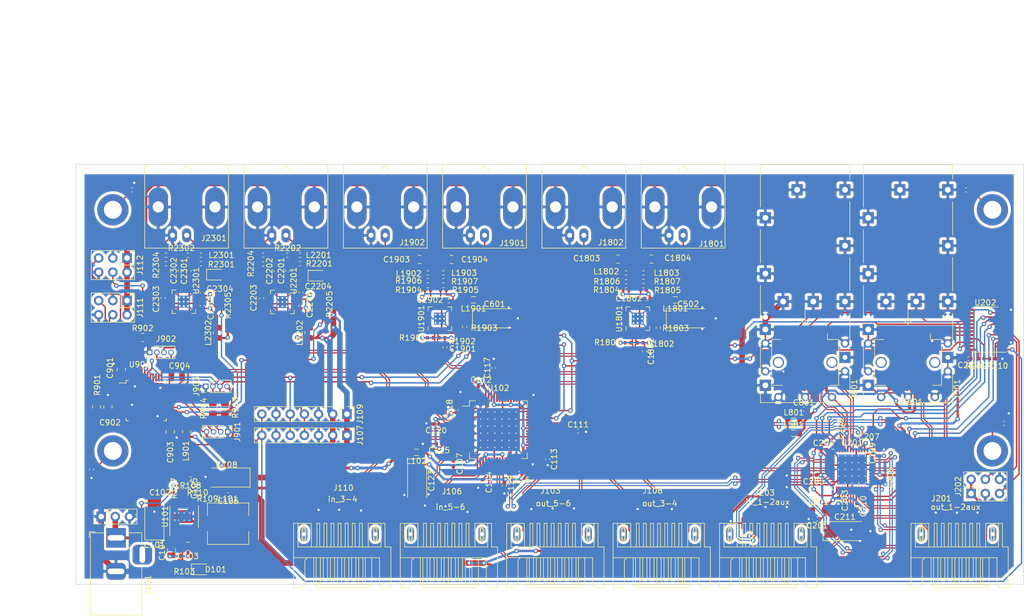
<source format=kicad_pcb>
(kicad_pcb (version 20171130) (host pcbnew "(5.1.7-0-10_14)")
  (layers (0 F.Cu signal) (31 B.Cu signal) (34 B.Paste user) (35 F.Paste user) (36 B.SilkS user) (37 F.SilkS user) (38 B.Mask user hide) (39 F.Mask user hide) (44 Edge.Cuts user))
  (net 0 "")
  (net 1 GND)
  (net 2 +3V3)
  (net 3 "Net-(C101-Pad1)")
  (net 4 "Net-(C102-Pad1)")
  (net 5 "Net-(C105-Pad2)")
  (net 6 "Net-(C105-Pad1)")
  (net 7 "Net-(C110-Pad1)")
  (net 8 "Net-(D101-Pad1)")
  (net 9 "Net-(C104-Pad1)")
  (net 10 "Net-(C104-Pad2)")
  (net 11 "Net-(C109-Pad1)")
  (net 12 "Net-(C501-Pad2)")
  (net 13 "Net-(C801-Pad2)")
  (net 14 "/Ports 1-2/SFP1/TX-")
  (net 15 "/Ports 1-2/SFP1/TX+")
  (net 16 "/Ports 1-2/SFP1/RX+")
  (net 17 "/Ports 1-2/SFP1/RX-")
  (net 18 "/Ports 1-2/SFP2/RX-")
  (net 19 "/Ports 1-2/SFP2/RX+")
  (net 20 "/Ports 1-2/SFP2/TX+")
  (net 21 "/Ports 1-2/SFP2/TX-")
  (net 22 "/Ports 1-2/M1VCC")
  (net 23 "Net-(R107-Pad1)")
  (net 24 "Net-(R109-Pad1)")
  (net 25 "Net-(C1803-Pad2)")
  (net 26 "Net-(C1804-Pad2)")
  (net 27 "Net-(C1901-Pad1)")
  (net 28 "/SDI Out 8/CD_VCC")
  (net 29 "Net-(C1903-Pad2)")
  (net 30 "Net-(C1903-Pad1)")
  (net 31 "Net-(C1904-Pad1)")
  (net 32 "Net-(C1904-Pad2)")
  (net 33 "Net-(C2201-Pad2)")
  (net 34 "Net-(C2201-Pad1)")
  (net 35 "Net-(C2202-Pad1)")
  (net 36 "Net-(C2202-Pad2)")
  (net 37 "Net-(C2203-Pad2)")
  (net 38 "Net-(C2203-Pad1)")
  (net 39 "Net-(C2204-Pad1)")
  (net 40 "Net-(C2301-Pad1)")
  (net 41 "Net-(C2301-Pad2)")
  (net 42 "Net-(C2302-Pad2)")
  (net 43 "Net-(C2302-Pad1)")
  (net 44 "Net-(C2303-Pad1)")
  (net 45 "Net-(C2303-Pad2)")
  (net 46 "Net-(C2304-Pad1)")
  (net 47 "Net-(D2201-Pad1)")
  (net 48 "Net-(D2301-Pad1)")
  (net 49 "Net-(J2201-Pad1)")
  (net 50 "Net-(J2301-Pad1)")
  (net 51 /MTX_VCC)
  (net 52 "/SDI Out 8/SDO+")
  (net 53 "/SDI Out 8/SDO-")
  (net 54 "Net-(R209-Pad2)")
  (net 55 /P5TX+)
  (net 56 /P5TX-)
  (net 57 /P6TX+)
  (net 58 /P6TX-)
  (net 59 /P7TX+)
  (net 60 /P7TX-)
  (net 61 /P8TX+)
  (net 62 /P8TX-)
  (net 63 "Net-(R1903-Pad1)")
  (net 64 /P1RX+)
  (net 65 /P1RX-)
  (net 66 /P2RX+)
  (net 67 /P2RX-)
  (net 68 /P3RX+)
  (net 69 /P3RX-)
  (net 70 /P4RX+)
  (net 71 /P4RX-)
  (net 72 /P5RX+)
  (net 73 /P5RX-)
  (net 74 /P6RX+)
  (net 75 /P6RX-)
  (net 76 /P7RX+)
  (net 77 /P7RX-)
  (net 78 /P8RX+)
  (net 79 /P8RX-)
  (net 80 /SCL)
  (net 81 /SDA)
  (net 82 /P4TX-)
  (net 83 /P4TX+)
  (net 84 /P3TX-)
  (net 85 /P3TX+)
  (net 86 /P2TX-)
  (net 87 /P2TX+)
  (net 88 /P1TX-)
  (net 89 /P1TX+)
  (net 90 /INT)
  (net 91 "/Ports 1-2/P2TX-")
  (net 92 "/Ports 1-2/P2TX+")
  (net 93 "/Ports 1-2/P1TX-")
  (net 94 "/Ports 1-2/P1TX+")
  (net 95 "/Ports 1-2/P2RX-")
  (net 96 "/Ports 1-2/P2RX+")
  (net 97 "/Ports 1-2/P1RX-")
  (net 98 "/Ports 1-2/P1RX+")
  (net 99 "Net-(C1801-Pad1)")
  (net 100 "/SDI Out 7/CD_VCC")
  (net 101 "Net-(C1803-Pad1)")
  (net 102 "Net-(C1804-Pad1)")
  (net 103 "/SDI Out 7/SDO+")
  (net 104 "/SDI Out 7/SDO-")
  (net 105 "Net-(R1803-Pad1)")
  (net 106 "Net-(C107-Pad1)")
  (net 107 "/Ports 1-2/SFP2LOS")
  (net 108 "/Ports 1-2/SFP2FAULT")
  (net 109 "/Ports 1-2/SFP2PRES")
  (net 110 "/Ports 1-2/SFP1LOS")
  (net 111 "/Ports 1-2/SFP1PRES")
  (net 112 "/Ports 1-2/SFP1FAULT")
  (net 113 "/Ports 1-2/MUX_LB0B")
  (net 114 "/Ports 1-2/MUX_LB0A")
  (net 115 "/Ports 1-2/MUX_S0")
  (net 116 "/Ports 1-2/MUX_LB1B")
  (net 117 "/Ports 1-2/MUX_LB1A")
  (net 118 "/Ports 1-2/MUX_S1")
  (net 119 "/Ports 1-2/in1_cd")
  (net 120 "/Ports 1-2/in2_cd")
  (net 121 "Net-(C121-Pad1)")
  (net 122 "Net-(C122-Pad1)")
  (net 123 /MCU/MCU_VCC)
  (net 124 /MCU/TX)
  (net 125 /MCU/RX)
  (net 126 /MCU/JTMS)
  (net 127 /MCU/JTCK)
  (net 128 "Net-(R901-Pad2)")
  (net 129 "Net-(R902-Pad1)")
  (net 130 /CD6)
  (net 131 /CD5)
  (net 132 /CD4)
  (net 133 /CD3)
  (net 134 "Net-(J501-Pad9)")
  (net 135 "Net-(J501-Pad7)")
  (net 136 "Net-(J501-Pad5)")
  (net 137 "Net-(J501-Pad4)")
  (net 138 "Net-(J801-Pad4)")
  (net 139 "Net-(J801-Pad5)")
  (net 140 "Net-(J801-Pad7)")
  (net 141 "Net-(J801-Pad9)")
  (net 142 /RST)
  (net 143 "Net-(U102-Pad31)")
  (net 144 "Net-(U102-Pad32)")
  (net 145 "Net-(U102-Pad62)")
  (net 146 "Net-(U202-Pad14)")
  (net 147 "Net-(U202-Pad13)")
  (net 148 "Net-(U901-Pad41)")
  (net 149 "Net-(U901-Pad40)")
  (net 150 "Net-(U901-Pad39)")
  (net 151 "Net-(U901-Pad38)")
  (net 152 "Net-(U901-Pad29)")
  (net 153 "Net-(U901-Pad26)")
  (net 154 "Net-(U901-Pad25)")
  (net 155 "Net-(U901-Pad22)")
  (net 156 "Net-(U901-Pad17)")
  (net 157 "Net-(U901-Pad16)")
  (net 158 "Net-(U901-Pad15)")
  (net 159 "Net-(U901-Pad14)")
  (net 160 "Net-(U901-Pad13)")
  (net 161 "Net-(U901-Pad12)")
  (net 162 "Net-(U901-Pad11)")
  (net 163 "Net-(U901-Pad6)")
  (net 164 "Net-(U901-Pad5)")
  (net 165 "Net-(U901-Pad4)")
  (net 166 "Net-(U901-Pad1)")
  (net 167 "Net-(U1801-Pad16)")
  (net 168 "Net-(U1801-Pad13)")
  (net 169 "Net-(U1801-Pad8)")
  (net 170 "Net-(U1801-Pad7)")
  (net 171 "Net-(U1801-Pad5)")
  (net 172 "Net-(U1901-Pad5)")
  (net 173 "Net-(U1901-Pad7)")
  (net 174 "Net-(U1901-Pad8)")
  (net 175 "Net-(U1901-Pad13)")
  (net 176 "Net-(U1901-Pad16)")
  (net 177 "Net-(U901-Pad21)")
  (net 178 "Net-(U901-Pad20)")
  (net 179 "Net-(U901-Pad19)")
  (net 180 "Net-(U901-Pad18)")
  (net 181 /CD7)
  (net 182 /CD8)
  (net 183 "Net-(U901-Pad33)")
  (net 184 "Net-(U901-Pad32)")
  (module Package_DFN_QFN:QFN-48-1EP_7x7mm_P0.5mm_EP5.3x5.3mm_ThermalVias (layer F.Cu) (at 255.27 95.885)
    (fp_text reference U201 (at 0 -4.8) (layer F.SilkS))
    (fp_text value DS42MB200)
    (pad 49 smd rect (at 0 0) (size 5.3 5.3) (layers B.Cu) (net 1 GND))
    (pad 49 thru_hole circle (at 2.4 2.4) (size 0.5 0.5) (drill 0.2) (layers *.Cu) (net 1 GND))
    (pad 49 thru_hole circle (at 1.2 2.4) (size 0.5 0.5) (drill 0.2) (layers *.Cu) (net 1 GND))
    (pad 49 thru_hole circle (at 0 2.4) (size 0.5 0.5) (drill 0.2) (layers *.Cu) (net 1 GND))
    (pad 49 thru_hole circle (at -1.2 2.4) (size 0.5 0.5) (drill 0.2) (layers *.Cu) (net 1 GND))
    (pad 49 thru_hole circle (at -2.4 2.4) (size 0.5 0.5) (drill 0.2) (layers *.Cu) (net 1 GND))
    (pad 49 thru_hole circle (at 2.4 1.2) (size 0.5 0.5) (drill 0.2) (layers *.Cu) (net 1 GND))
    (pad 49 thru_hole circle (at 1.2 1.2) (size 0.5 0.5) (drill 0.2) (layers *.Cu) (net 1 GND))
    (pad 49 thru_hole circle (at 0 1.2) (size 0.5 0.5) (drill 0.2) (layers *.Cu) (net 1 GND))
    (pad 49 thru_hole circle (at -1.2 1.2) (size 0.5 0.5) (drill 0.2) (layers *.Cu) (net 1 GND))
    (pad 49 thru_hole circle (at -2.4 1.2) (size 0.5 0.5) (drill 0.2) (layers *.Cu) (net 1 GND))
    (pad 49 thru_hole circle (at 2.4 0) (size 0.5 0.5) (drill 0.2) (layers *.Cu) (net 1 GND))
    (pad 49 thru_hole circle (at 1.2 0) (size 0.5 0.5) (drill 0.2) (layers *.Cu) (net 1 GND))
    (pad 49 thru_hole circle (at 0 0) (size 0.5 0.5) (drill 0.2) (layers *.Cu) (net 1 GND))
    (pad 49 thru_hole circle (at -1.2 0) (size 0.5 0.5) (drill 0.2) (layers *.Cu) (net 1 GND))
    (pad 49 thru_hole circle (at -2.4 0) (size 0.5 0.5) (drill 0.2) (layers *.Cu) (net 1 GND))
    (pad 49 thru_hole circle (at 2.4 -1.2) (size 0.5 0.5) (drill 0.2) (layers *.Cu) (net 1 GND))
    (pad 49 thru_hole circle (at 1.2 -1.2) (size 0.5 0.5) (drill 0.2) (layers *.Cu) (net 1 GND))
    (pad 49 thru_hole circle (at 0 -1.2) (size 0.5 0.5) (drill 0.2) (layers *.Cu) (net 1 GND))
    (pad 49 thru_hole circle (at -1.2 -1.2) (size 0.5 0.5) (drill 0.2) (layers *.Cu) (net 1 GND))
    (pad 49 thru_hole circle (at -2.4 -1.2) (size 0.5 0.5) (drill 0.2) (layers *.Cu) (net 1 GND))
    (pad 49 thru_hole circle (at 2.4 -2.4) (size 0.5 0.5) (drill 0.2) (layers *.Cu) (net 1 GND))
    (pad 49 thru_hole circle (at 1.2 -2.4) (size 0.5 0.5) (drill 0.2) (layers *.Cu) (net 1 GND))
    (pad 49 thru_hole circle (at 0 -2.4) (size 0.5 0.5) (drill 0.2) (layers *.Cu) (net 1 GND))
    (pad 49 thru_hole circle (at -1.2 -2.4) (size 0.5 0.5) (drill 0.2) (layers *.Cu) (net 1 GND))
    (pad 49 thru_hole circle (at -2.4 -2.4) (size 0.5 0.5) (drill 0.2) (layers *.Cu) (net 1 GND))
    (pad 49 smd rect (at 0 0) (size 5.3 5.3) (layers F.Cu F.Mask) (net 1 GND))
    (pad 48 smd roundrect (at -2.75 -3.45) (size 0.25 0.8) (layers F.Cu F.Paste F.Mask) (net 113 "/Ports 1-2/MUX_LB0B"))
    (pad 47 smd roundrect (at -2.25 -3.45) (size 0.25 0.8) (layers F.Cu F.Paste F.Mask) (net 114 "/Ports 1-2/MUX_LB0A"))
    (pad 46 smd roundrect (at -1.75 -3.45) (size 0.25 0.8) (layers F.Cu F.Paste F.Mask) (net 20 "/Ports 1-2/SFP2/TX+"))
    (pad 45 smd roundrect (at -1.25 -3.45) (size 0.25 0.8) (layers F.Cu F.Paste F.Mask) (net 21 "/Ports 1-2/SFP2/TX-"))
    (pad 44 smd roundrect (at -0.75 -3.45) (size 0.25 0.8) (layers F.Cu F.Paste F.Mask) (net 22 "/Ports 1-2/M1VCC"))
    (pad 43 smd roundrect (at -0.25 -3.45) (size 0.25 0.8) (layers F.Cu F.Paste F.Mask) (net 19 "/Ports 1-2/SFP2/RX+"))
    (pad 42 smd roundrect (at 0.25 -3.45) (size 0.25 0.8) (layers F.Cu F.Paste F.Mask) (net 18 "/Ports 1-2/SFP2/RX-"))
    (pad 41 smd roundrect (at 0.75 -3.45) (size 0.25 0.8) (layers F.Cu F.Paste F.Mask) (net 1 GND))
    (pad 40 smd roundrect (at 1.25 -3.45) (size 0.25 0.8) (layers F.Cu F.Paste F.Mask) (net 96 "/Ports 1-2/P2RX+"))
    (pad 39 smd roundrect (at 1.75 -3.45) (size 0.25 0.8) (layers F.Cu F.Paste F.Mask) (net 95 "/Ports 1-2/P2RX-"))
    (pad 38 smd roundrect (at 2.25 -3.45) (size 0.25 0.8) (layers F.Cu F.Paste F.Mask) (net 22 "/Ports 1-2/M1VCC"))
    (pad 37 smd roundrect (at 2.75 -3.45) (size 0.25 0.8) (layers F.Cu F.Paste F.Mask) (net 115 "/Ports 1-2/MUX_S0"))
    (pad 36 smd roundrect (at 3.45 -2.75) (size 0.8 0.25) (layers F.Cu F.Paste F.Mask) (net 1 GND))
    (pad 35 smd roundrect (at 3.45 -2.25) (size 0.8 0.25) (layers F.Cu F.Paste F.Mask) (net 22 "/Ports 1-2/M1VCC"))
    (pad 34 smd roundrect (at 3.45 -1.75) (size 0.8 0.25) (layers F.Cu F.Paste F.Mask) (net 67 /P2RX-))
    (pad 33 smd roundrect (at 3.45 -1.25) (size 0.8 0.25) (layers F.Cu F.Paste F.Mask) (net 66 /P2RX+))
    (pad 32 smd roundrect (at 3.45 -0.75) (size 0.8 0.25) (layers F.Cu F.Paste F.Mask) (net 1 GND))
    (pad 31 smd roundrect (at 3.45 -0.25) (size 0.8 0.25) (layers F.Cu F.Paste F.Mask) (net 88 /P1TX-))
    (pad 30 smd roundrect (at 3.45 0.25) (size 0.8 0.25) (layers F.Cu F.Paste F.Mask) (net 89 /P1TX+))
    (pad 29 smd roundrect (at 3.45 0.75) (size 0.8 0.25) (layers F.Cu F.Paste F.Mask) (net 22 "/Ports 1-2/M1VCC"))
    (pad 28 smd roundrect (at 3.45 1.25) (size 0.8 0.25) (layers F.Cu F.Paste F.Mask) (net 94 "/Ports 1-2/P1TX+"))
    (pad 27 smd roundrect (at 3.45 1.75) (size 0.8 0.25) (layers F.Cu F.Paste F.Mask) (net 93 "/Ports 1-2/P1TX-"))
    (pad 26 smd roundrect (at 3.45 2.25) (size 0.8 0.25) (layers F.Cu F.Paste F.Mask))
    (pad 25 smd roundrect (at 3.45 2.75) (size 0.8 0.25) (layers F.Cu F.Paste F.Mask) (net 1 GND))
    (pad 24 smd roundrect (at 2.75 3.45) (size 0.25 0.8) (layers F.Cu F.Paste F.Mask) (net 116 "/Ports 1-2/MUX_LB1B"))
    (pad 23 smd roundrect (at 2.25 3.45) (size 0.25 0.8) (layers F.Cu F.Paste F.Mask) (net 117 "/Ports 1-2/MUX_LB1A"))
    (pad 22 smd roundrect (at 1.75 3.45) (size 0.25 0.8) (layers F.Cu F.Paste F.Mask) (net 15 "/Ports 1-2/SFP1/TX+"))
    (pad 21 smd roundrect (at 1.25 3.45) (size 0.25 0.8) (layers F.Cu F.Paste F.Mask) (net 14 "/Ports 1-2/SFP1/TX-"))
    (pad 20 smd roundrect (at 0.75 3.45) (size 0.25 0.8) (layers F.Cu F.Paste F.Mask) (net 22 "/Ports 1-2/M1VCC"))
    (pad 19 smd roundrect (at 0.25 3.45) (size 0.25 0.8) (layers F.Cu F.Paste F.Mask) (net 16 "/Ports 1-2/SFP1/RX+"))
    (pad 18 smd roundrect (at -0.25 3.45) (size 0.25 0.8) (layers F.Cu F.Paste F.Mask) (net 17 "/Ports 1-2/SFP1/RX-"))
    (pad 17 smd roundrect (at -0.75 3.45) (size 0.25 0.8) (layers F.Cu F.Paste F.Mask) (net 1 GND))
    (pad 16 smd roundrect (at -1.25 3.45) (size 0.25 0.8) (layers F.Cu F.Paste F.Mask) (net 98 "/Ports 1-2/P1RX+"))
    (pad 15 smd roundrect (at -1.75 3.45) (size 0.25 0.8) (layers F.Cu F.Paste F.Mask) (net 97 "/Ports 1-2/P1RX-"))
    (pad 14 smd roundrect (at -2.25 3.45) (size 0.25 0.8) (layers F.Cu F.Paste F.Mask) (net 22 "/Ports 1-2/M1VCC"))
    (pad 13 smd roundrect (at -2.75 3.45) (size 0.25 0.8) (layers F.Cu F.Paste F.Mask) (net 118 "/Ports 1-2/MUX_S1"))
    (pad 12 smd roundrect (at -3.45 2.75) (size 0.8 0.25) (layers F.Cu F.Paste F.Mask) (net 1 GND))
    (pad 11 smd roundrect (at -3.45 2.25) (size 0.8 0.25) (layers F.Cu F.Paste F.Mask) (net 1 GND))
    (pad 10 smd roundrect (at -3.45 1.75) (size 0.8 0.25) (layers F.Cu F.Paste F.Mask) (net 65 /P1RX-))
    (pad 9 smd roundrect (at -3.45 1.25) (size 0.8 0.25) (layers F.Cu F.Paste F.Mask) (net 64 /P1RX+))
    (pad 8 smd roundrect (at -3.45 0.75) (size 0.8 0.25) (layers F.Cu F.Paste F.Mask) (net 22 "/Ports 1-2/M1VCC"))
    (pad 7 smd roundrect (at -3.45 0.25) (size 0.8 0.25) (layers F.Cu F.Paste F.Mask) (net 86 /P2TX-))
    (pad 6 smd roundrect (at -3.45 -0.25) (size 0.8 0.25) (layers F.Cu F.Paste F.Mask) (net 87 /P2TX+))
    (pad 5 smd roundrect (at -3.45 -0.75) (size 0.8 0.25) (layers F.Cu F.Paste F.Mask) (net 1 GND))
    (pad 4 smd roundrect (at -3.45 -1.25) (size 0.8 0.25) (layers F.Cu F.Paste F.Mask) (net 92 "/Ports 1-2/P2TX+"))
    (pad 3 smd roundrect (at -3.45 -1.75) (size 0.8 0.25) (layers F.Cu F.Paste F.Mask) (net 91 "/Ports 1-2/P2TX-"))
    (pad 2 smd roundrect (at -3.45 -2.25) (size 0.8 0.25) (layers F.Cu F.Paste F.Mask) (net 22 "/Ports 1-2/M1VCC"))
    (pad 1 smd roundrect (at -3.45 -2.75) (size 0.8 0.25) (layers F.Cu F.Paste F.Mask) (net 1 GND))
  )
  (module hardware:SATA-7_SMD (layer F.Cu) (at 274.066 116.713)
    (fp_text reference J201 (at -2.794 -15.621) (layer F.SilkS))
    (fp_text value out_1-2aux (at -0.254 -14.097) (layer F.SilkS))
    (pad M2 thru_hole oval (at 6.39826 -9.24814) (size 1.27 2.54) (drill 0.6985) (layers F&B.Cu F.Paste F.Mask))
    (pad M1 thru_hole oval (at -6.39826 -9.24814) (size 1.27 2.54) (drill 0.6985) (layers F&B.Cu F.Paste F.Mask))
    (pad 7 smd rect (at 3.81 -11.19886) (size 0.99822 2.09804) (layers F.Cu F.Paste F.Mask) (net 1 GND))
    (pad 6 smd rect (at 2.54 -11.19886) (size 0.99822 2.09804) (layers F.Cu F.Paste F.Mask) (net 91 "/Ports 1-2/P2TX-"))
    (pad 5 smd rect (at 1.27 -11.19886) (size 0.99822 2.09804) (layers F.Cu F.Paste F.Mask) (net 92 "/Ports 1-2/P2TX+"))
    (pad 4 smd rect (at 0 -11.19886) (size 0.99822 2.09804) (layers F.Cu F.Paste F.Mask) (net 1 GND))
    (pad 3 smd rect (at -1.27 -11.19886) (size 0.99822 2.09804) (layers F.Cu F.Paste F.Mask) (net 93 "/Ports 1-2/P1TX-"))
    (pad 2 smd rect (at -2.54 -11.19886) (size 0.99822 2.09804) (layers F.Cu F.Paste F.Mask) (net 94 "/Ports 1-2/P1TX+"))
    (pad 1 smd rect (at -3.81 -11.19886) (size 0.99822 2.09804) (layers F.Cu F.Paste F.Mask) (net 1 GND))
  )
  (module hardware:SATA-7_SMD (layer F.Cu) (at 239.776 116.713)
    (fp_text reference J203 (at -0.127 -16.637) (layer F.SilkS))
    (fp_text value in_1-2aux (at 0.381 -14.986) (layer F.SilkS))
    (pad M2 thru_hole oval (at 6.39826 -9.24814) (size 1.27 2.54) (drill 0.6985) (layers F&B.Cu F.Paste F.Mask))
    (pad M1 thru_hole oval (at -6.39826 -9.24814) (size 1.27 2.54) (drill 0.6985) (layers F&B.Cu F.Paste F.Mask))
    (pad 7 smd rect (at 3.81 -11.19886) (size 0.99822 2.09804) (layers F.Cu F.Paste F.Mask) (net 1 GND))
    (pad 6 smd rect (at 2.54 -11.19886) (size 0.99822 2.09804) (layers F.Cu F.Paste F.Mask) (net 97 "/Ports 1-2/P1RX-"))
    (pad 5 smd rect (at 1.27 -11.19886) (size 0.99822 2.09804) (layers F.Cu F.Paste F.Mask) (net 98 "/Ports 1-2/P1RX+"))
    (pad 4 smd rect (at 0 -11.19886) (size 0.99822 2.09804) (layers F.Cu F.Paste F.Mask) (net 1 GND))
    (pad 3 smd rect (at -1.27 -11.19886) (size 0.99822 2.09804) (layers F.Cu F.Paste F.Mask) (net 95 "/Ports 1-2/P2RX-"))
    (pad 2 smd rect (at -2.54 -11.19886) (size 0.99822 2.09804) (layers F.Cu F.Paste F.Mask) (net 96 "/Ports 1-2/P2RX+"))
    (pad 1 smd rect (at -3.81 -11.19886) (size 0.99822 2.09804) (layers F.Cu F.Paste F.Mask) (net 1 GND))
  )
  (module Connector_PinHeader_2.54mm:PinHeader_2x03_P2.54mm_Vertical (layer F.Cu) (at 276.606 100.203 90)
    (fp_text reference J202 (at 1.27 -2.33 90) (layer F.SilkS))
    (fp_text value in_1-2aux_pwr)
    (pad 6 thru_hole oval (at 2.54 5.08 90) (size 1.7 1.7) (drill 1) (layers *.Cu *.Mask) (net 1 GND))
    (pad 5 thru_hole oval (at 0 5.08 90) (size 1.7 1.7) (drill 1) (layers *.Cu *.Mask) (net 119 "/Ports 1-2/in1_cd"))
    (pad 4 thru_hole oval (at 2.54 2.54 90) (size 1.7 1.7) (drill 1) (layers *.Cu *.Mask) (net 120 "/Ports 1-2/in2_cd"))
    (pad 3 thru_hole oval (at 0 2.54 90) (size 1.7 1.7) (drill 1) (layers *.Cu *.Mask) (net 1 GND))
    (pad 2 thru_hole oval (at 2.54 0 90) (size 1.7 1.7) (drill 1) (layers *.Cu *.Mask) (net 2 +3V3))
    (pad 1 thru_hole rect (at 0 0 90) (size 1.7 1.7) (drill 1) (layers *.Cu *.Mask) (net 2 +3V3))
  )
  (module Capacitor_Tantalum_SMD:CP_EIA-6032-20_AVX-F_Pad2.25x2.35mm_HandSolder (layer F.Cu) (at 191.272 68.834)
    (fp_text reference C601 (at 0 -2.55) (layer F.SilkS))
    (fp_text value 47uF)
    (pad 2 smd roundrect (at 2.55 0) (size 2.25 2.35) (layers F.Cu F.Paste F.Mask) (roundrect_rratio 0.111111) (net 1 GND))
    (pad 1 smd roundrect (at -2.55 0) (size 2.25 2.35) (layers F.Cu F.Paste F.Mask) (roundrect_rratio 0.111111) (net 28 "/SDI Out 8/CD_VCC"))
  )
  (module Capacitor_Tantalum_SMD:CP_EIA-6032-20_AVX-F_Pad2.25x2.35mm_HandSolder (layer F.Cu) (at 225.943 68.834)
    (fp_text reference C502 (at 0 -2.55) (layer F.SilkS))
    (fp_text value 47uF)
    (pad 2 smd roundrect (at 2.55 0) (size 2.25 2.35) (layers F.Cu F.Paste F.Mask) (roundrect_rratio 0.111111) (net 1 GND))
    (pad 1 smd roundrect (at -2.55 0) (size 2.25 2.35) (layers F.Cu F.Paste F.Mask) (roundrect_rratio 0.111111) (net 100 "/SDI Out 7/CD_VCC"))
  )
  (module Connector_PinHeader_1.27mm:PinHeader_1x04_P1.27mm_Vertical (layer F.Cu) (at 139.573 81.026 90)
    (fp_text reference J903 (at 0 -1.695 90) (layer F.SilkS))
    (fp_text value I2C)
    (pad 4 thru_hole oval (at 0 3.81 90) (size 1 1) (drill 0.65) (layers *.Cu *.Mask) (net 123 /MCU/MCU_VCC))
    (pad 3 thru_hole oval (at 0 2.54 90) (size 1 1) (drill 0.65) (layers *.Cu *.Mask) (net 80 /SCL))
    (pad 2 thru_hole oval (at 0 1.27 90) (size 1 1) (drill 0.65) (layers *.Cu *.Mask) (net 81 /SDA))
    (pad 1 thru_hole rect (at 0 0 90) (size 1 1) (drill 0.65) (layers *.Cu *.Mask) (net 1 GND))
  )
  (module Connector_PinHeader_1.27mm:PinHeader_1x04_P1.27mm_Vertical (layer F.Cu) (at 129.54 74.93 90)
    (fp_text reference J902 (at 2.413 2.921 180) (layer F.SilkS))
    (fp_text value SWD)
    (pad 4 thru_hole oval (at 0 3.81 90) (size 1 1) (drill 0.65) (layers *.Cu *.Mask) (net 123 /MCU/MCU_VCC))
    (pad 3 thru_hole oval (at 0 2.54 90) (size 1 1) (drill 0.65) (layers *.Cu *.Mask) (net 126 /MCU/JTMS))
    (pad 2 thru_hole oval (at 0 1.27 90) (size 1 1) (drill 0.65) (layers *.Cu *.Mask) (net 127 /MCU/JTCK))
    (pad 1 thru_hole rect (at 0 0 90) (size 1 1) (drill 0.65) (layers *.Cu *.Mask) (net 1 GND))
  )
  (module Connector_PinHeader_1.27mm:PinHeader_1x04_P1.27mm_Vertical (layer F.Cu) (at 143.51 89.154 270)
    (fp_text reference J901 (at 0 -1.695 90) (layer F.SilkS))
    (fp_text value SWD)
    (pad 4 thru_hole oval (at 0 3.81 270) (size 1 1) (drill 0.65) (layers *.Cu *.Mask) (net 123 /MCU/MCU_VCC))
    (pad 3 thru_hole oval (at 0 2.54 270) (size 1 1) (drill 0.65) (layers *.Cu *.Mask) (net 124 /MCU/TX))
    (pad 2 thru_hole oval (at 0 1.27 270) (size 1 1) (drill 0.65) (layers *.Cu *.Mask) (net 125 /MCU/RX))
    (pad 1 thru_hole rect (at 0 0 270) (size 1 1) (drill 0.65) (layers *.Cu *.Mask) (net 1 GND))
  )
  (module Capacitor_Tantalum_SMD:CP_EIA-6032-20_AVX-F_Pad2.25x2.35mm_HandSolder (layer F.Cu) (at 254.01 106.934)
    (fp_text reference C211 (at 0 -2.55) (layer F.SilkS))
    (fp_text value 47uF)
    (pad 2 smd roundrect (at 2.55 0) (size 2.25 2.35) (layers F.Cu F.Paste F.Mask) (roundrect_rratio 0.111111) (net 1 GND))
    (pad 1 smd roundrect (at -2.55 0) (size 2.25 2.35) (layers F.Cu F.Paste F.Mask) (roundrect_rratio 0.111111) (net 22 "/Ports 1-2/M1VCC"))
  )
  (module Capacitor_Tantalum_SMD:CP_EIA-6032-20_AVX-F_Pad2.25x2.35mm_HandSolder (layer F.Cu) (at 177.419 97.917 270)
    (fp_text reference C123 (at 0 -2.55 90) (layer F.SilkS))
    (fp_text value 47uF)
    (pad 2 smd roundrect (at 2.55 0 270) (size 2.25 2.35) (layers F.Cu F.Paste F.Mask) (roundrect_rratio 0.111111) (net 1 GND))
    (pad 1 smd roundrect (at -2.55 0 270) (size 2.25 2.35) (layers F.Cu F.Paste F.Mask) (roundrect_rratio 0.111111) (net 51 /MTX_VCC))
  )
  (module Resistor_SMD:R_0805_2012Metric (layer F.Cu) (at 128.27 72.263)
    (fp_text reference R902 (at 0 -1.65) (layer F.SilkS))
    (fp_text value 0)
    (pad 2 smd roundrect (at 0.9125 0) (size 1.025 1.4) (layers F.Cu F.Paste F.Mask) (roundrect_rratio 0.243902) (net 1 GND))
    (pad 1 smd roundrect (at -0.9125 0) (size 1.025 1.4) (layers F.Cu F.Paste F.Mask) (roundrect_rratio 0.243902) (net 129 "Net-(R902-Pad1)"))
  )
  (module Package_QFP:LQFP-48_7x7mm_P0.5mm (layer F.Cu) (at 128.905 83.566)
    (fp_text reference U901 (at -1.143 -6.477) (layer F.SilkS))
    (fp_text value STM32F100C8Tx)
    (pad 48 smd roundrect (at -2.75 -4.1625) (size 0.3 1.475) (layers F.Cu F.Paste F.Mask) (net 123 /MCU/MCU_VCC))
    (pad 47 smd roundrect (at -2.25 -4.1625) (size 0.3 1.475) (layers F.Cu F.Paste F.Mask) (net 1 GND))
    (pad 46 smd roundrect (at -1.75 -4.1625) (size 0.3 1.475) (layers F.Cu F.Paste F.Mask) (net 132 /CD4))
    (pad 45 smd roundrect (at -1.25 -4.1625) (size 0.3 1.475) (layers F.Cu F.Paste F.Mask) (net 133 /CD3))
    (pad 44 smd roundrect (at -0.75 -4.1625) (size 0.3 1.475) (layers F.Cu F.Paste F.Mask) (net 129 "Net-(R902-Pad1)"))
    (pad 43 smd roundrect (at -0.25 -4.1625) (size 0.3 1.475) (layers F.Cu F.Paste F.Mask) (net 81 /SDA))
    (pad 42 smd roundrect (at 0.25 -4.1625) (size 0.3 1.475) (layers F.Cu F.Paste F.Mask) (net 80 /SCL))
    (pad 41 smd roundrect (at 0.75 -4.1625) (size 0.3 1.475) (layers F.Cu F.Paste F.Mask) (net 148 "Net-(U901-Pad41)"))
    (pad 40 smd roundrect (at 1.25 -4.1625) (size 0.3 1.475) (layers F.Cu F.Paste F.Mask) (net 149 "Net-(U901-Pad40)"))
    (pad 39 smd roundrect (at 1.75 -4.1625) (size 0.3 1.475) (layers F.Cu F.Paste F.Mask) (net 150 "Net-(U901-Pad39)"))
    (pad 38 smd roundrect (at 2.25 -4.1625) (size 0.3 1.475) (layers F.Cu F.Paste F.Mask) (net 151 "Net-(U901-Pad38)"))
    (pad 37 smd roundrect (at 2.75 -4.1625) (size 0.3 1.475) (layers F.Cu F.Paste F.Mask) (net 127 /MCU/JTCK))
    (pad 36 smd roundrect (at 4.1625 -2.75) (size 1.475 0.3) (layers F.Cu F.Paste F.Mask) (net 123 /MCU/MCU_VCC))
    (pad 35 smd roundrect (at 4.1625 -2.25) (size 1.475 0.3) (layers F.Cu F.Paste F.Mask) (net 1 GND))
    (pad 34 smd roundrect (at 4.1625 -1.75) (size 1.475 0.3) (layers F.Cu F.Paste F.Mask) (net 126 /MCU/JTMS))
    (pad 33 smd roundrect (at 4.1625 -1.25) (size 1.475 0.3) (layers F.Cu F.Paste F.Mask) (net 183 "Net-(U901-Pad33)"))
    (pad 32 smd roundrect (at 4.1625 -0.75) (size 1.475 0.3) (layers F.Cu F.Paste F.Mask) (net 184 "Net-(U901-Pad32)"))
    (pad 31 smd roundrect (at 4.1625 -0.25) (size 1.475 0.3) (layers F.Cu F.Paste F.Mask) (net 125 /MCU/RX))
    (pad 30 smd roundrect (at 4.1625 0.25) (size 1.475 0.3) (layers F.Cu F.Paste F.Mask) (net 124 /MCU/TX))
    (pad 29 smd roundrect (at 4.1625 0.75) (size 1.475 0.3) (layers F.Cu F.Paste F.Mask) (net 152 "Net-(U901-Pad29)"))
    (pad 28 smd roundrect (at 4.1625 1.25) (size 1.475 0.3) (layers F.Cu F.Paste F.Mask) (net 182 /CD8))
    (pad 27 smd roundrect (at 4.1625 1.75) (size 1.475 0.3) (layers F.Cu F.Paste F.Mask) (net 181 /CD7))
    (pad 26 smd roundrect (at 4.1625 2.25) (size 1.475 0.3) (layers F.Cu F.Paste F.Mask) (net 153 "Net-(U901-Pad26)"))
    (pad 25 smd roundrect (at 4.1625 2.75) (size 1.475 0.3) (layers F.Cu F.Paste F.Mask) (net 154 "Net-(U901-Pad25)"))
    (pad 24 smd roundrect (at 2.75 4.1625) (size 0.3 1.475) (layers F.Cu F.Paste F.Mask) (net 123 /MCU/MCU_VCC))
    (pad 23 smd roundrect (at 2.25 4.1625) (size 0.3 1.475) (layers F.Cu F.Paste F.Mask) (net 1 GND))
    (pad 22 smd roundrect (at 1.75 4.1625) (size 0.3 1.475) (layers F.Cu F.Paste F.Mask) (net 155 "Net-(U901-Pad22)"))
    (pad 21 smd roundrect (at 1.25 4.1625) (size 0.3 1.475) (layers F.Cu F.Paste F.Mask) (net 177 "Net-(U901-Pad21)"))
    (pad 20 smd roundrect (at 0.75 4.1625) (size 0.3 1.475) (layers F.Cu F.Paste F.Mask) (net 178 "Net-(U901-Pad20)"))
    (pad 19 smd roundrect (at 0.25 4.1625) (size 0.3 1.475) (layers F.Cu F.Paste F.Mask) (net 179 "Net-(U901-Pad19)"))
    (pad 18 smd roundrect (at -0.25 4.1625) (size 0.3 1.475) (layers F.Cu F.Paste F.Mask) (net 180 "Net-(U901-Pad18)"))
    (pad 17 smd roundrect (at -0.75 4.1625) (size 0.3 1.475) (layers F.Cu F.Paste F.Mask) (net 156 "Net-(U901-Pad17)"))
    (pad 16 smd roundrect (at -1.25 4.1625) (size 0.3 1.475) (layers F.Cu F.Paste F.Mask) (net 157 "Net-(U901-Pad16)"))
    (pad 15 smd roundrect (at -1.75 4.1625) (size 0.3 1.475) (layers F.Cu F.Paste F.Mask) (net 158 "Net-(U901-Pad15)"))
    (pad 14 smd roundrect (at -2.25 4.1625) (size 0.3 1.475) (layers F.Cu F.Paste F.Mask) (net 159 "Net-(U901-Pad14)"))
    (pad 13 smd roundrect (at -2.75 4.1625) (size 0.3 1.475) (layers F.Cu F.Paste F.Mask) (net 160 "Net-(U901-Pad13)"))
    (pad 12 smd roundrect (at -4.1625 2.75) (size 1.475 0.3) (layers F.Cu F.Paste F.Mask) (net 161 "Net-(U901-Pad12)"))
    (pad 11 smd roundrect (at -4.1625 2.25) (size 1.475 0.3) (layers F.Cu F.Paste F.Mask) (net 162 "Net-(U901-Pad11)"))
    (pad 10 smd roundrect (at -4.1625 1.75) (size 1.475 0.3) (layers F.Cu F.Paste F.Mask) (net 90 /INT))
    (pad 9 smd roundrect (at -4.1625 1.25) (size 1.475 0.3) (layers F.Cu F.Paste F.Mask) (net 123 /MCU/MCU_VCC))
    (pad 8 smd roundrect (at -4.1625 0.75) (size 1.475 0.3) (layers F.Cu F.Paste F.Mask) (net 1 GND))
    (pad 7 smd roundrect (at -4.1625 0.25) (size 1.475 0.3) (layers F.Cu F.Paste F.Mask) (net 128 "Net-(R901-Pad2)"))
    (pad 6 smd roundrect (at -4.1625 -0.25) (size 1.475 0.3) (layers F.Cu F.Paste F.Mask) (net 163 "Net-(U901-Pad6)"))
    (pad 5 smd roundrect (at -4.1625 -0.75) (size 1.475 0.3) (layers F.Cu F.Paste F.Mask) (net 164 "Net-(U901-Pad5)"))
    (pad 4 smd roundrect (at -4.1625 -1.25) (size 1.475 0.3) (layers F.Cu F.Paste F.Mask) (net 165 "Net-(U901-Pad4)"))
    (pad 3 smd roundrect (at -4.1625 -1.75) (size 1.475 0.3) (layers F.Cu F.Paste F.Mask) (net 130 /CD6))
    (pad 2 smd roundrect (at -4.1625 -2.25) (size 1.475 0.3) (layers F.Cu F.Paste F.Mask) (net 131 /CD5))
    (pad 1 smd roundrect (at -4.1625 -2.75) (size 1.475 0.3) (layers F.Cu F.Paste F.Mask) (net 166 "Net-(U901-Pad1)"))
  )
  (module Resistor_SMD:R_0805_2012Metric (layer F.Cu) (at 140.843 84.963 90)
    (fp_text reference R904 (at 0 -1.65 90) (layer F.SilkS))
    (fp_text value 1k)
    (pad 2 smd roundrect (at 0.9125 0 90) (size 1.025 1.4) (layers F.Cu F.Paste F.Mask) (roundrect_rratio 0.243902) (net 81 /SDA))
    (pad 1 smd roundrect (at -0.9125 0 90) (size 1.025 1.4) (layers F.Cu F.Paste F.Mask) (roundrect_rratio 0.243902) (net 123 /MCU/MCU_VCC))
  )
  (module Resistor_SMD:R_0805_2012Metric (layer F.Cu) (at 143.002 84.963 90)
    (fp_text reference R903 (at 0.127 1.905 90) (layer F.SilkS))
    (fp_text value 1k)
    (pad 2 smd roundrect (at 0.9125 0 90) (size 1.025 1.4) (layers F.Cu F.Paste F.Mask) (roundrect_rratio 0.243902) (net 80 /SCL))
    (pad 1 smd roundrect (at -0.9125 0 90) (size 1.025 1.4) (layers F.Cu F.Paste F.Mask) (roundrect_rratio 0.243902) (net 123 /MCU/MCU_VCC))
  )
  (module Resistor_SMD:R_0805_2012Metric (layer F.Cu) (at 120.015 84.709 90)
    (fp_text reference R901 (at 3.937 0.127 90) (layer F.SilkS))
    (fp_text value R_Small)
    (pad 2 smd roundrect (at 0.9125 0 90) (size 1.025 1.4) (layers F.Cu F.Paste F.Mask) (roundrect_rratio 0.243902) (net 128 "Net-(R901-Pad2)"))
    (pad 1 smd roundrect (at -0.9125 0 90) (size 1.025 1.4) (layers F.Cu F.Paste F.Mask) (roundrect_rratio 0.243902) (net 123 /MCU/MCU_VCC))
  )
  (module Resistor_SMD:R_0805_2012Metric (layer F.Cu) (at 136.144 89.154 90)
    (fp_text reference L901 (at -3.429 -0.127 90) (layer F.SilkS))
    (fp_text value L)
    (pad 2 smd roundrect (at 0.9125 0 90) (size 1.025 1.4) (layers F.Cu F.Paste F.Mask) (roundrect_rratio 0.243902) (net 123 /MCU/MCU_VCC))
    (pad 1 smd roundrect (at -0.9125 0 90) (size 1.025 1.4) (layers F.Cu F.Paste F.Mask) (roundrect_rratio 0.243902) (net 2 +3V3))
  )
  (module MountingHole:MountingHole_3.2mm_M3_DIN965_Pad (layer F.Cu) (at 280.416 92.583)
    (fp_text reference J114 hide)
    (fp_text value mounting_hole)
    (pad 1 thru_hole circle (at 0 0) (size 5.6 5.6) (drill 3.2) (layers *.Cu *.Mask) (net 122 "Net-(C122-Pad1)"))
  )
  (module MountingHole:MountingHole_3.2mm_M3_DIN965_Pad (layer F.Cu) (at 122.936 92.583)
    (fp_text reference J113 hide)
    (fp_text value mounting_hole)
    (pad 1 thru_hole circle (at 0 0) (size 5.6 5.6) (drill 3.2) (layers *.Cu *.Mask) (net 121 "Net-(C121-Pad1)"))
  )
  (module Capacitor_SMD:C_0805_2012Metric (layer F.Cu) (at 134.366 79.375)
    (fp_text reference C904 (at 0.508 -2.032) (layer F.SilkS))
    (fp_text value 0.1uF)
    (pad 2 smd roundrect (at 0.95 0) (size 1 1.45) (layers F.Cu F.Paste F.Mask) (net 1 GND))
    (pad 1 smd roundrect (at -0.95 0) (size 1 1.45) (layers F.Cu F.Paste F.Mask) (net 123 /MCU/MCU_VCC))
  )
  (module Capacitor_SMD:C_0805_2012Metric (layer F.Cu) (at 133.223 89.154 270)
    (fp_text reference C903 (at 3.683 0 90) (layer F.SilkS))
    (fp_text value 0.1uF)
    (pad 2 smd roundrect (at 0.95 0 270) (size 1 1.45) (layers F.Cu F.Paste F.Mask) (net 1 GND))
    (pad 1 smd roundrect (at -0.95 0 270) (size 1 1.45) (layers F.Cu F.Paste F.Mask) (net 123 /MCU/MCU_VCC))
  )
  (module Capacitor_SMD:C_0805_2012Metric (layer F.Cu) (at 122.047 84.709 90)
    (fp_text reference C902 (at -2.794 0.381 180) (layer F.SilkS))
    (fp_text value 0.1uF)
    (pad 2 smd roundrect (at 0.95 0 90) (size 1 1.45) (layers F.Cu F.Paste F.Mask) (net 1 GND))
    (pad 1 smd roundrect (at -0.95 0 90) (size 1 1.45) (layers F.Cu F.Paste F.Mask) (net 123 /MCU/MCU_VCC))
  )
  (module Capacitor_SMD:C_0805_2012Metric (layer F.Cu) (at 124.46 77.978 90)
    (fp_text reference C901 (at 0.254 -2.032 90) (layer F.SilkS))
    (fp_text value 0.1uF)
    (pad 2 smd roundrect (at 0.95 0 90) (size 1 1.45) (layers F.Cu F.Paste F.Mask) (net 1 GND))
    (pad 1 smd roundrect (at -0.95 0 90) (size 1 1.45) (layers F.Cu F.Paste F.Mask) (net 123 /MCU/MCU_VCC))
  )
  (module Capacitor_SMD:C_0402_1005Metric (layer F.Cu) (at 282.476 87.63)
    (fp_text reference C122 hide)
    (fp_text value C)
    (pad 2 smd roundrect (at 0.48 0) (size 0.56 0.62) (layers F.Cu F.Paste F.Mask) (net 1 GND))
    (pad 1 smd roundrect (at -0.48 0) (size 0.56 0.62) (layers F.Cu F.Paste F.Mask) (net 122 "Net-(C122-Pad1)"))
  )
  (module Capacitor_SMD:C_0402_1005Metric (layer F.Cu) (at 119.126 95.885 270)
    (fp_text reference C121 hide)
    (fp_text value C)
    (pad 2 smd roundrect (at 0.48 0 270) (size 0.56 0.62) (layers F.Cu F.Paste F.Mask) (net 1 GND))
    (pad 1 smd roundrect (at -0.48 0 270) (size 0.56 0.62) (layers F.Cu F.Paste F.Mask) (net 121 "Net-(C121-Pad1)"))
  )
  (module Package_DFN_QFN:QFN-16-1EP_4x4mm_P0.65mm_EP2.1x2.1mm_ThermalVias (layer F.Cu) (at 153.289 65.913 270)
    (fp_text reference U2201 (at -3.81 -2.032 90) (layer F.SilkS))
    (fp_text value LMH0344)
    (pad 17 smd rect (at 0 0 270) (size 2.1 2.1) (layers B.Cu) (net 1 GND))
    (pad 17 thru_hole circle (at 0.75 0.75 270) (size 0.6 0.6) (drill 0.3) (layers *.Cu) (net 1 GND))
    (pad 17 thru_hole circle (at 0 0.75 270) (size 0.6 0.6) (drill 0.3) (layers *.Cu) (net 1 GND))
    (pad 17 thru_hole circle (at -0.75 0.75 270) (size 0.6 0.6) (drill 0.3) (layers *.Cu) (net 1 GND))
    (pad 17 thru_hole circle (at 0.75 0 270) (size 0.6 0.6) (drill 0.3) (layers *.Cu) (net 1 GND))
    (pad 17 thru_hole circle (at 0 0 270) (size 0.6 0.6) (drill 0.3) (layers *.Cu) (net 1 GND))
    (pad 17 thru_hole circle (at -0.75 0 270) (size 0.6 0.6) (drill 0.3) (layers *.Cu) (net 1 GND))
    (pad 17 thru_hole circle (at 0.75 -0.75 270) (size 0.6 0.6) (drill 0.3) (layers *.Cu) (net 1 GND))
    (pad 17 thru_hole circle (at 0 -0.75 270) (size 0.6 0.6) (drill 0.3) (layers *.Cu) (net 1 GND))
    (pad 17 thru_hole circle (at -0.75 -0.75 270) (size 0.6 0.6) (drill 0.3) (layers *.Cu) (net 1 GND))
    (pad 17 smd rect (at 0 0 270) (size 2.1 2.1) (layers F.Cu F.Mask) (net 1 GND))
    (pad 16 smd roundrect (at -0.975 -1.95 270) (size 0.3 0.85) (layers F.Cu F.Paste F.Mask) (net 39 "Net-(C2204-Pad1)"))
    (pad 15 smd roundrect (at -0.325 -1.95 270) (size 0.3 0.85) (layers F.Cu F.Paste F.Mask) (net 181 /CD7))
    (pad 14 smd roundrect (at 0.325 -1.95 270) (size 0.3 0.85) (layers F.Cu F.Paste F.Mask) (net 1 GND))
    (pad 13 smd roundrect (at 0.975 -1.95 270) (size 0.3 0.85) (layers F.Cu F.Paste F.Mask) (net 39 "Net-(C2204-Pad1)"))
    (pad 12 smd roundrect (at 1.95 -0.975 270) (size 0.85 0.3) (layers F.Cu F.Paste F.Mask) (net 1 GND))
    (pad 11 smd roundrect (at 1.95 -0.325 270) (size 0.85 0.3) (layers F.Cu F.Paste F.Mask) (net 76 /P7RX+))
    (pad 10 smd roundrect (at 1.95 0.325 270) (size 0.85 0.3) (layers F.Cu F.Paste F.Mask) (net 77 /P7RX-))
    (pad 9 smd roundrect (at 1.95 0.975 270) (size 0.85 0.3) (layers F.Cu F.Paste F.Mask) (net 1 GND))
    (pad 8 smd roundrect (at 0.975 1.95 270) (size 0.3 0.85) (layers F.Cu F.Paste F.Mask) (net 1 GND))
    (pad 7 smd roundrect (at 0.325 1.95 270) (size 0.3 0.85) (layers F.Cu F.Paste F.Mask) (net 1 GND))
    (pad 6 smd roundrect (at -0.325 1.95 270) (size 0.3 0.85) (layers F.Cu F.Paste F.Mask) (net 37 "Net-(C2203-Pad2)"))
    (pad 5 smd roundrect (at -0.975 1.95 270) (size 0.3 0.85) (layers F.Cu F.Paste F.Mask) (net 38 "Net-(C2203-Pad1)"))
    (pad 4 smd roundrect (at -1.95 0.975 270) (size 0.85 0.3) (layers F.Cu F.Paste F.Mask) (net 1 GND))
    (pad 3 smd roundrect (at -1.95 0.325 270) (size 0.85 0.3) (layers F.Cu F.Paste F.Mask) (net 35 "Net-(C2202-Pad1)"))
    (pad 2 smd roundrect (at -1.95 -0.325 270) (size 0.85 0.3) (layers F.Cu F.Paste F.Mask) (net 34 "Net-(C2201-Pad1)"))
    (pad 1 smd roundrect (at -1.95 -0.975 270) (size 0.85 0.3) (layers F.Cu F.Paste F.Mask) (net 1 GND))
  )
  (module Capacitor_SMD:C_0402_1005Metric (layer F.Cu) (at 276.098 76.073 180)
    (fp_text reference C202 (at 0 -1.16) (layer F.SilkS))
    (fp_text value C_Small)
    (pad 2 smd roundrect (at 0.48 0 180) (size 0.56 0.62) (layers F.Cu F.Paste F.Mask) (net 1 GND))
    (pad 1 smd roundrect (at -0.48 0 180) (size 0.56 0.62) (layers F.Cu F.Paste F.Mask) (net 22 "/Ports 1-2/M1VCC"))
  )
  (module Capacitor_SMD:C_0402_1005Metric (layer F.Cu) (at 249.047 104.775 180)
    (fp_text reference C201 (at 0 -1.16) (layer F.SilkS))
    (fp_text value C_Small)
    (pad 2 smd roundrect (at 0.48 0 180) (size 0.56 0.62) (layers F.Cu F.Paste F.Mask) (net 1 GND))
    (pad 1 smd roundrect (at -0.48 0 180) (size 0.56 0.62) (layers F.Cu F.Paste F.Mask) (net 22 "/Ports 1-2/M1VCC"))
  )
  (module Capacitor_SMD:C_0402_1005Metric (layer F.Cu) (at 180.82 87.757 180)
    (fp_text reference C120 (at 0 -1.16) (layer F.SilkS))
    (fp_text value 0.1uF)
    (pad 2 smd roundrect (at 0.48 0 180) (size 0.56 0.62) (layers F.Cu F.Paste F.Mask) (net 1 GND))
    (pad 1 smd roundrect (at -0.48 0 180) (size 0.56 0.62) (layers F.Cu F.Paste F.Mask) (net 51 /MTX_VCC))
  )
  (module Capacitor_SMD:C_0402_1005Metric (layer F.Cu) (at 193.04 98.806 270)
    (fp_text reference C119 (at 0 -1.16 90) (layer F.SilkS))
    (fp_text value 0.1uF)
    (pad 2 smd roundrect (at 0.48 0 270) (size 0.56 0.62) (layers F.Cu F.Paste F.Mask) (net 1 GND))
    (pad 1 smd roundrect (at -0.48 0 270) (size 0.56 0.62) (layers F.Cu F.Paste F.Mask) (net 51 /MTX_VCC))
  )
  (module Capacitor_SMD:C_0402_1005Metric (layer F.Cu) (at 184.404 85.245 90)
    (fp_text reference C118 (at 0 -1.16 90) (layer F.SilkS))
    (fp_text value 0.1uF)
    (pad 2 smd roundrect (at 0.48 0 90) (size 0.56 0.62) (layers F.Cu F.Paste F.Mask) (net 1 GND))
    (pad 1 smd roundrect (at -0.48 0 90) (size 0.56 0.62) (layers F.Cu F.Paste F.Mask) (net 51 /MTX_VCC))
  )
  (module Capacitor_SMD:C_0402_1005Metric (layer F.Cu) (at 191.135 77.724 90)
    (fp_text reference C117 (at 0 -1.16 90) (layer F.SilkS))
    (fp_text value 0.1uF)
    (pad 2 smd roundrect (at 0.48 0 90) (size 0.56 0.62) (layers F.Cu F.Paste F.Mask) (net 1 GND))
    (pad 1 smd roundrect (at -0.48 0 90) (size 0.56 0.62) (layers F.Cu F.Paste F.Mask) (net 51 /MTX_VCC))
  )
  (module Capacitor_SMD:C_0402_1005Metric (layer F.Cu) (at 195.707 96.647 180)
    (fp_text reference C116 (at 0 -1.16) (layer F.SilkS))
    (fp_text value 0.1uF)
    (pad 2 smd roundrect (at 0.48 0 180) (size 0.56 0.62) (layers F.Cu F.Paste F.Mask) (net 1 GND))
    (pad 1 smd roundrect (at -0.48 0 180) (size 0.56 0.62) (layers F.Cu F.Paste F.Mask) (net 51 /MTX_VCC))
  )
  (module Capacitor_SMD:C_0402_1005Metric (layer F.Cu) (at 181.356 91.313 180)
    (fp_text reference C115 (at 0 -1.16) (layer F.SilkS))
    (fp_text value 0.1uF)
    (pad 2 smd roundrect (at 0.48 0 180) (size 0.56 0.62) (layers F.Cu F.Paste F.Mask) (net 1 GND))
    (pad 1 smd roundrect (at -0.48 0 180) (size 0.56 0.62) (layers F.Cu F.Paste F.Mask) (net 51 /MTX_VCC))
  )
  (module Capacitor_SMD:C_0402_1005Metric (layer F.Cu) (at 189.103 98.199 270)
    (fp_text reference C114 (at 0 -1.16 90) (layer F.SilkS))
    (fp_text value 0.1uF)
    (pad 2 smd roundrect (at 0.48 0 270) (size 0.56 0.62) (layers F.Cu F.Paste F.Mask) (net 1 GND))
    (pad 1 smd roundrect (at -0.48 0 270) (size 0.56 0.62) (layers F.Cu F.Paste F.Mask) (net 51 /MTX_VCC))
  )
  (module Capacitor_SMD:C_0402_1005Metric (layer F.Cu) (at 200.787 94.079 270)
    (fp_text reference C113 (at 0 -1.16 90) (layer F.SilkS))
    (fp_text value 0.1uF)
    (pad 2 smd roundrect (at 0.48 0 270) (size 0.56 0.62) (layers F.Cu F.Paste F.Mask) (net 1 GND))
    (pad 1 smd roundrect (at -0.48 0 270) (size 0.56 0.62) (layers F.Cu F.Paste F.Mask) (net 51 /MTX_VCC))
  )
  (module Capacitor_SMD:C_0402_1005Metric (layer F.Cu) (at 188.849 81.026)
    (fp_text reference C112 (at 0 -1.16) (layer F.SilkS))
    (fp_text value 0.1uF)
    (pad 2 smd roundrect (at 0.48 0) (size 0.56 0.62) (layers F.Cu F.Paste F.Mask) (net 1 GND))
    (pad 1 smd roundrect (at -0.48 0) (size 0.56 0.62) (layers F.Cu F.Paste F.Mask) (net 51 /MTX_VCC))
  )
  (module Capacitor_SMD:C_0402_1005Metric (layer F.Cu) (at 206.248 89.027)
    (fp_text reference C111 (at 0 -1.16) (layer F.SilkS))
    (fp_text value 0.1uF)
    (pad 2 smd roundrect (at 0.48 0) (size 0.56 0.62) (layers F.Cu F.Paste F.Mask) (net 1 GND))
    (pad 1 smd roundrect (at -0.48 0) (size 0.56 0.62) (layers F.Cu F.Paste F.Mask) (net 51 /MTX_VCC))
  )
  (module Capacitor_SMD:C_0402_1005Metric (layer F.Cu) (at 183.896 94.869 270)
    (fp_text reference C107 (at 0 -1.16 90) (layer F.SilkS))
    (fp_text value 0.1uF)
    (pad 2 smd roundrect (at 0.48 0 270) (size 0.56 0.62) (layers F.Cu F.Paste F.Mask) (net 1 GND))
    (pad 1 smd roundrect (at -0.48 0 270) (size 0.56 0.62) (layers F.Cu F.Paste F.Mask) (net 106 "Net-(C107-Pad1)"))
  )
  (module Capacitor_SMD:C_0402_1005Metric (layer F.Cu) (at 256.159 102.489 270)
    (fp_text reference C210 (at 0 -1.16 90) (layer F.SilkS))
    (fp_text value 0.1uF)
    (pad 2 smd roundrect (at 0.48 0 270) (size 0.56 0.62) (layers F.Cu F.Paste F.Mask) (net 1 GND))
    (pad 1 smd roundrect (at -0.48 0 270) (size 0.56 0.62) (layers F.Cu F.Paste F.Mask) (net 22 "/Ports 1-2/M1VCC"))
  )
  (module Capacitor_SMD:C_0402_1005Metric (layer F.Cu) (at 260.096 92.964 90)
    (fp_text reference C209 (at 0 -1.16 90) (layer F.SilkS))
    (fp_text value 0.1uF)
    (pad 2 smd roundrect (at 0.48 0 90) (size 0.56 0.62) (layers F.Cu F.Paste F.Mask) (net 1 GND))
    (pad 1 smd roundrect (at -0.48 0 90) (size 0.56 0.62) (layers F.Cu F.Paste F.Mask) (net 22 "/Ports 1-2/M1VCC"))
  )
  (module Capacitor_SMD:C_0402_1005Metric (layer F.Cu) (at 254.381 88.646 90)
    (fp_text reference C208 (at 0 -1.16 90) (layer F.SilkS))
    (fp_text value 0.1uF)
    (pad 2 smd roundrect (at 0.48 0 90) (size 0.56 0.62) (layers F.Cu F.Paste F.Mask) (net 1 GND))
    (pad 1 smd roundrect (at -0.48 0 90) (size 0.56 0.62) (layers F.Cu F.Paste F.Mask) (net 22 "/Ports 1-2/M1VCC"))
  )
  (module Capacitor_SMD:C_0402_1005Metric (layer F.Cu) (at 258.29 91.186)
    (fp_text reference C207 (at 0 -1.16) (layer F.SilkS))
    (fp_text value 0.1uF)
    (pad 2 smd roundrect (at 0.48 0) (size 0.56 0.62) (layers F.Cu F.Paste F.Mask) (net 1 GND))
    (pad 1 smd roundrect (at -0.48 0) (size 0.56 0.62) (layers F.Cu F.Paste F.Mask) (net 22 "/Ports 1-2/M1VCC"))
  )
  (module Capacitor_SMD:C_0402_1005Metric (layer F.Cu) (at 260.985 97.409 270)
    (fp_text reference C206 (at 0 -1.16 90) (layer F.SilkS))
    (fp_text value 0.1uF)
    (pad 2 smd roundrect (at 0.48 0 270) (size 0.56 0.62) (layers F.Cu F.Paste F.Mask) (net 1 GND))
    (pad 1 smd roundrect (at -0.48 0 270) (size 0.56 0.62) (layers F.Cu F.Paste F.Mask) (net 22 "/Ports 1-2/M1VCC"))
  )
  (module Capacitor_SMD:C_0402_1005Metric (layer F.Cu) (at 248.412 96.901 180)
    (fp_text reference C205 (at 0 -1.16) (layer F.SilkS))
    (fp_text value 0.1uF)
    (pad 2 smd roundrect (at 0.48 0 180) (size 0.56 0.62) (layers F.Cu F.Paste F.Mask) (net 1 GND))
    (pad 1 smd roundrect (at -0.48 0 180) (size 0.56 0.62) (layers F.Cu F.Paste F.Mask) (net 22 "/Ports 1-2/M1VCC"))
  )
  (module Capacitor_SMD:C_0402_1005Metric (layer F.Cu) (at 250.19 92.329)
    (fp_text reference C204 (at 0 -1.16) (layer F.SilkS))
    (fp_text value 0.1uF)
    (pad 2 smd roundrect (at 0.48 0) (size 0.56 0.62) (layers F.Cu F.Paste F.Mask) (net 1 GND))
    (pad 1 smd roundrect (at -0.48 0) (size 0.56 0.62) (layers F.Cu F.Paste F.Mask) (net 22 "/Ports 1-2/M1VCC"))
  )
  (module Capacitor_SMD:C_0402_1005Metric (layer F.Cu) (at 252.857 101.445 270)
    (fp_text reference C203 (at 0 -1.16 90) (layer F.SilkS))
    (fp_text value 0.1uF)
    (pad 2 smd roundrect (at 0.48 0 270) (size 0.56 0.62) (layers F.Cu F.Paste F.Mask) (net 1 GND))
    (pad 1 smd roundrect (at -0.48 0 270) (size 0.56 0.62) (layers F.Cu F.Paste F.Mask) (net 22 "/Ports 1-2/M1VCC"))
  )
  (module hardware:SATA-7_SMD (layer F.Cu) (at 220.726 116.713)
    (fp_text reference J108 (at -1.143 -17.018) (layer F.SilkS))
    (fp_text value out_3-4 (at 0.127 -14.732) (layer F.SilkS))
    (pad M2 thru_hole oval (at 6.39826 -9.24814) (size 1.27 2.54) (drill 0.6985) (layers F&B.Cu F.Paste F.Mask))
    (pad M1 thru_hole oval (at -6.39826 -9.24814) (size 1.27 2.54) (drill 0.6985) (layers F&B.Cu F.Paste F.Mask))
    (pad 7 smd rect (at 3.81 -11.19886) (size 0.99822 2.09804) (layers F.Cu F.Paste F.Mask) (net 1 GND))
    (pad 6 smd rect (at 2.54 -11.19886) (size 0.99822 2.09804) (layers F.Cu F.Paste F.Mask) (net 82 /P4TX-))
    (pad 5 smd rect (at 1.27 -11.19886) (size 0.99822 2.09804) (layers F.Cu F.Paste F.Mask) (net 83 /P4TX+))
    (pad 4 smd rect (at 0 -11.19886) (size 0.99822 2.09804) (layers F.Cu F.Paste F.Mask) (net 1 GND))
    (pad 3 smd rect (at -1.27 -11.19886) (size 0.99822 2.09804) (layers F.Cu F.Paste F.Mask) (net 84 /P3TX-))
    (pad 2 smd rect (at -2.54 -11.19886) (size 0.99822 2.09804) (layers F.Cu F.Paste F.Mask) (net 85 /P3TX+))
    (pad 1 smd rect (at -3.81 -11.19886) (size 0.99822 2.09804) (layers F.Cu F.Paste F.Mask) (net 1 GND))
  )
  (module Package_DFN_QFN:QFN-16-1EP_4x4mm_P0.65mm_EP2.1x2.1mm_ThermalVias (layer F.Cu) (at 216.916 68.8975 90)
    (fp_text reference U1801 (at 0 -3.32 90) (layer F.SilkS))
    (fp_text value LMH0303)
    (pad 17 smd rect (at 0 0 90) (size 2.1 2.1) (layers B.Cu) (net 1 GND))
    (pad 17 thru_hole circle (at 0.75 0.75 90) (size 0.6 0.6) (drill 0.3) (layers *.Cu) (net 1 GND))
    (pad 17 thru_hole circle (at 0 0.75 90) (size 0.6 0.6) (drill 0.3) (layers *.Cu) (net 1 GND))
    (pad 17 thru_hole circle (at -0.75 0.75 90) (size 0.6 0.6) (drill 0.3) (layers *.Cu) (net 1 GND))
    (pad 17 thru_hole circle (at 0.75 0 90) (size 0.6 0.6) (drill 0.3) (layers *.Cu) (net 1 GND))
    (pad 17 thru_hole circle (at 0 0 90) (size 0.6 0.6) (drill 0.3) (layers *.Cu) (net 1 GND))
    (pad 17 thru_hole circle (at -0.75 0 90) (size 0.6 0.6) (drill 0.3) (layers *.Cu) (net 1 GND))
    (pad 17 thru_hole circle (at 0.75 -0.75 90) (size 0.6 0.6) (drill 0.3) (layers *.Cu) (net 1 GND))
    (pad 17 thru_hole circle (at 0 -0.75 90) (size 0.6 0.6) (drill 0.3) (layers *.Cu) (net 1 GND))
    (pad 17 thru_hole circle (at -0.75 -0.75 90) (size 0.6 0.6) (drill 0.3) (layers *.Cu) (net 1 GND))
    (pad 17 smd rect (at 0 0 90) (size 2.1 2.1) (layers F.Cu F.Mask) (net 1 GND))
    (pad 16 smd roundrect (at -0.975 -1.95 90) (size 0.3 0.85) (layers F.Cu F.Paste F.Mask) (net 167 "Net-(U1801-Pad16)"))
    (pad 15 smd roundrect (at -0.325 -1.95 90) (size 0.3 0.85) (layers F.Cu F.Paste F.Mask))
    (pad 14 smd roundrect (at 0.325 -1.95 90) (size 0.3 0.85) (layers F.Cu F.Paste F.Mask))
    (pad 13 smd roundrect (at 0.975 -1.95 90) (size 0.3 0.85) (layers F.Cu F.Paste F.Mask) (net 168 "Net-(U1801-Pad13)"))
    (pad 12 smd roundrect (at 1.95 -0.975 90) (size 0.85 0.3) (layers F.Cu F.Paste F.Mask) (net 103 "/SDI Out 7/SDO+"))
    (pad 11 smd roundrect (at 1.95 -0.325 90) (size 0.85 0.3) (layers F.Cu F.Paste F.Mask) (net 104 "/SDI Out 7/SDO-"))
    (pad 10 smd roundrect (at 1.95 0.325 90) (size 0.85 0.3) (layers F.Cu F.Paste F.Mask) (net 1 GND))
    (pad 9 smd roundrect (at 1.95 0.975 90) (size 0.85 0.3) (layers F.Cu F.Paste F.Mask) (net 100 "/SDI Out 7/CD_VCC"))
    (pad 8 smd roundrect (at 0.975 1.95 90) (size 0.3 0.85) (layers F.Cu F.Paste F.Mask) (net 169 "Net-(U1801-Pad8)"))
    (pad 7 smd roundrect (at 0.325 1.95 90) (size 0.3 0.85) (layers F.Cu F.Paste F.Mask) (net 170 "Net-(U1801-Pad7)"))
    (pad 6 smd roundrect (at -0.325 1.95 90) (size 0.3 0.85) (layers F.Cu F.Paste F.Mask) (net 100 "/SDI Out 7/CD_VCC"))
    (pad 5 smd roundrect (at -0.975 1.95 90) (size 0.3 0.85) (layers F.Cu F.Paste F.Mask) (net 171 "Net-(U1801-Pad5)"))
    (pad 4 smd roundrect (at -1.95 0.975 90) (size 0.85 0.3) (layers F.Cu F.Paste F.Mask) (net 105 "Net-(R1803-Pad1)"))
    (pad 3 smd roundrect (at -1.95 0.325 90) (size 0.85 0.3) (layers F.Cu F.Paste F.Mask) (net 1 GND))
    (pad 2 smd roundrect (at -1.95 -0.325 90) (size 0.85 0.3) (layers F.Cu F.Paste F.Mask) (net 60 /P7TX-))
    (pad 1 smd roundrect (at -1.95 -0.975 90) (size 0.85 0.3) (layers F.Cu F.Paste F.Mask) (net 59 /P7TX+))
  )
  (module Resistor_SMD:R_0402_1005Metric (layer F.Cu) (at 217.932 62.23 180)
    (fp_text reference R1807 (at -4.2545 0) (layer F.SilkS))
    (fp_text value 75)
    (pad 2 smd roundrect (at 0.51 0 180) (size 0.54 0.64) (layers F.Cu F.Paste F.Mask) (net 104 "/SDI Out 7/SDO-"))
    (pad 1 smd roundrect (at -0.51 0 180) (size 0.54 0.64) (layers F.Cu F.Paste F.Mask) (net 102 "Net-(C1804-Pad1)"))
  )
  (module Resistor_SMD:R_0402_1005Metric (layer F.Cu) (at 214.8205 62.2935)
    (fp_text reference R1806 (at -3.429 -0.0635) (layer F.SilkS))
    (fp_text value 75)
    (pad 2 smd roundrect (at 0.51 0) (size 0.54 0.64) (layers F.Cu F.Paste F.Mask) (net 103 "/SDI Out 7/SDO+"))
    (pad 1 smd roundrect (at -0.51 0) (size 0.54 0.64) (layers F.Cu F.Paste F.Mask) (net 101 "Net-(C1803-Pad1)"))
  )
  (module Resistor_SMD:R_0402_1005Metric (layer F.Cu) (at 217.932 63.754 180)
    (fp_text reference R1805 (at -4.318 -0.0635) (layer F.SilkS))
    (fp_text value 75)
    (pad 2 smd roundrect (at 0.51 0 180) (size 0.54 0.64) (layers F.Cu F.Paste F.Mask) (net 104 "/SDI Out 7/SDO-"))
    (pad 1 smd roundrect (at -0.51 0 180) (size 0.54 0.64) (layers F.Cu F.Paste F.Mask) (net 100 "/SDI Out 7/CD_VCC"))
  )
  (module Resistor_SMD:R_0402_1005Metric (layer F.Cu) (at 214.8205 63.754)
    (fp_text reference R1804 (at -3.4925 0) (layer F.SilkS))
    (fp_text value 75)
    (pad 2 smd roundrect (at 0.51 0) (size 0.54 0.64) (layers F.Cu F.Paste F.Mask) (net 103 "/SDI Out 7/SDO+"))
    (pad 1 smd roundrect (at -0.51 0) (size 0.54 0.64) (layers F.Cu F.Paste F.Mask) (net 100 "/SDI Out 7/CD_VCC"))
  )
  (module Resistor_SMD:R_0402_1005Metric (layer F.Cu) (at 220.599 70.5485 90)
    (fp_text reference R1803 (at -0.0635 3.1115 180) (layer F.SilkS))
    (fp_text value 750)
    (pad 2 smd roundrect (at 0.51 0 90) (size 0.54 0.64) (layers F.Cu F.Paste F.Mask) (net 100 "/SDI Out 7/CD_VCC"))
    (pad 1 smd roundrect (at -0.51 0 90) (size 0.54 0.64) (layers F.Cu F.Paste F.Mask) (net 105 "Net-(R1803-Pad1)"))
  )
  (module Resistor_SMD:R_0402_1005Metric (layer F.Cu) (at 217.3605 73.2155)
    (fp_text reference R1802 (at 3.683 0.1905) (layer F.SilkS))
    (fp_text value 50)
    (pad 2 smd roundrect (at 0.51 0) (size 0.54 0.64) (layers F.Cu F.Paste F.Mask) (net 99 "Net-(C1801-Pad1)"))
    (pad 1 smd roundrect (at -0.51 0) (size 0.54 0.64) (layers F.Cu F.Paste F.Mask) (net 60 /P7TX-))
  )
  (module Resistor_SMD:R_0402_1005Metric (layer F.Cu) (at 215.138 73.2155)
    (fp_text reference R1801 (at -3.6195 -0.0635) (layer F.SilkS))
    (fp_text value 50)
    (pad 2 smd roundrect (at 0.51 0) (size 0.54 0.64) (layers F.Cu F.Paste F.Mask) (net 59 /P7TX+))
    (pad 1 smd roundrect (at -0.51 0) (size 0.54 0.64) (layers F.Cu F.Paste F.Mask) (net 99 "Net-(C1801-Pad1)"))
  )
  (module Resistor_SMD:R_0402_1005Metric (layer F.Cu) (at 217.932 60.706 180)
    (fp_text reference L1803 (at -4.1275 0) (layer F.SilkS))
    (fp_text value 3.9nH)
    (pad 2 smd roundrect (at 0.51 0 180) (size 0.54 0.64) (layers F.Cu F.Paste F.Mask) (net 104 "/SDI Out 7/SDO-"))
    (pad 1 smd roundrect (at -0.51 0 180) (size 0.54 0.64) (layers F.Cu F.Paste F.Mask) (net 102 "Net-(C1804-Pad1)"))
  )
  (module Resistor_SMD:R_0402_1005Metric (layer F.Cu) (at 214.8225 60.706 180)
    (fp_text reference L1802 (at 3.558 0.254) (layer F.SilkS))
    (fp_text value 3.9nH)
    (pad 2 smd roundrect (at 0.51 0 180) (size 0.54 0.64) (layers F.Cu F.Paste F.Mask) (net 101 "Net-(C1803-Pad1)"))
    (pad 1 smd roundrect (at -0.51 0 180) (size 0.54 0.64) (layers F.Cu F.Paste F.Mask) (net 103 "/SDI Out 7/SDO+"))
  )
  (module Inductor_SMD:L_0805_2012Metric (layer F.Cu) (at 223.647 65.532 180)
    (fp_text reference L1801 (at 0 -1.55) (layer F.SilkS))
    (fp_text value L)
    (pad 2 smd roundrect (at 1.0625 0 180) (size 0.875 1.2) (layers F.Cu F.Paste F.Mask) (net 100 "/SDI Out 7/CD_VCC"))
    (pad 1 smd roundrect (at -1.0625 0 180) (size 0.875 1.2) (layers F.Cu F.Paste F.Mask) (net 2 +3V3))
  )
  (module Capacitor_SMD:C_0805_2012Metric (layer F.Cu) (at 219.3925 58.2295)
    (fp_text reference C1804 (at 4.699 -0.1905) (layer F.SilkS))
    (fp_text value 4.7uF)
    (pad 2 smd roundrect (at 0.95 0) (size 1 1.45) (layers F.Cu F.Paste F.Mask) (net 26 "Net-(C1804-Pad2)"))
    (pad 1 smd roundrect (at -0.95 0) (size 1 1.45) (layers F.Cu F.Paste F.Mask) (net 102 "Net-(C1804-Pad1)"))
  )
  (module Capacitor_SMD:C_0805_2012Metric (layer F.Cu) (at 213.3575 58.2295 180)
    (fp_text reference C1803 (at 5.5855 0.127) (layer F.SilkS))
    (fp_text value 4.7uF)
    (pad 2 smd roundrect (at 0.95 0 180) (size 1 1.45) (layers F.Cu F.Paste F.Mask) (net 25 "Net-(C1803-Pad2)"))
    (pad 1 smd roundrect (at -0.95 0 180) (size 1 1.45) (layers F.Cu F.Paste F.Mask) (net 101 "Net-(C1803-Pad1)"))
  )
  (module Capacitor_SMD:C_0402_1005Metric (layer F.Cu) (at 218.6305 65.278)
    (fp_text reference C1802 (at -3.302 0) (layer F.SilkS))
    (fp_text value 0.1uF)
    (pad 2 smd roundrect (at 0.48 0) (size 0.56 0.62) (layers F.Cu F.Paste F.Mask) (net 100 "/SDI Out 7/CD_VCC"))
    (pad 1 smd roundrect (at -0.48 0) (size 0.56 0.62) (layers F.Cu F.Paste F.Mask) (net 1 GND))
  )
  (module Capacitor_SMD:C_0402_1005Metric (layer F.Cu) (at 218.1225 74.775 270)
    (fp_text reference C1801 (at 0 -1.16 90) (layer F.SilkS))
    (fp_text value 0.1uF)
    (pad 2 smd roundrect (at 0.48 0 270) (size 0.56 0.62) (layers F.Cu F.Paste F.Mask) (net 1 GND))
    (pad 1 smd roundrect (at -0.48 0 270) (size 0.56 0.62) (layers F.Cu F.Paste F.Mask) (net 99 "Net-(C1801-Pad1)"))
  )
  (module Connector_Coaxial:BNC_Amphenol_B6252HB-NPP3G-50_Horizontal (layer F.Cu) (at 171.704 53.975)
    (fp_text reference J1902 (at 4.826 1.27) (layer F.SilkS))
    (fp_text value OUTp8)
    (pad 2 thru_hole oval (at -5.08 -5.08) (size 3.5 7) (drill 2.01) (layers *.Cu *.Mask) (net 1 GND))
    (pad 2 thru_hole oval (at 5.08 -5.08) (size 3.5 7) (drill 2.01) (layers *.Cu *.Mask) (net 1 GND))
    (pad 1 thru_hole oval (at 0 0) (size 1.6 2.5) (drill 0.89) (layers *.Cu *.Mask) (net 29 "Net-(C1903-Pad2)"))
    (pad 2 thru_hole oval (at -2.54 0) (size 1.6 2.5) (drill 0.89) (layers *.Cu *.Mask) (net 1 GND))
  )
  (module Capacitor_SMD:C_0402_1005Metric (layer F.Cu) (at 131.953 65.179 270)
    (fp_text reference C2303 (at 0.226 1.27 90) (layer F.SilkS))
    (fp_text value 1uF)
    (pad 2 smd roundrect (at 0.48 0 270) (size 0.56 0.62) (layers F.Cu F.Paste F.Mask) (net 45 "Net-(C2303-Pad2)"))
    (pad 1 smd roundrect (at -0.48 0 270) (size 0.56 0.62) (layers F.Cu F.Paste F.Mask) (net 44 "Net-(C2303-Pad1)"))
  )
  (module Capacitor_SMD:C_0402_1005Metric (layer F.Cu) (at 135.001 60.325 90)
    (fp_text reference C2302 (at 0 -1.16 90) (layer F.SilkS))
    (fp_text value 1uF)
    (pad 2 smd roundrect (at 0.48 0 90) (size 0.56 0.62) (layers F.Cu F.Paste F.Mask) (net 42 "Net-(C2302-Pad2)"))
    (pad 1 smd roundrect (at -0.48 0 90) (size 0.56 0.62) (layers F.Cu F.Paste F.Mask) (net 43 "Net-(C2302-Pad1)"))
  )
  (module Capacitor_SMD:C_0402_1005Metric (layer F.Cu) (at 136.5885 60.325 90)
    (fp_text reference C2301 (at -0.0635 -0.889 270) (layer F.SilkS))
    (fp_text value 1uF)
    (pad 2 smd roundrect (at 0.48 0 90) (size 0.56 0.62) (layers F.Cu F.Paste F.Mask) (net 41 "Net-(C2301-Pad2)"))
    (pad 1 smd roundrect (at -0.48 0 90) (size 0.56 0.62) (layers F.Cu F.Paste F.Mask) (net 40 "Net-(C2301-Pad1)"))
  )
  (module Capacitor_SMD:C_0402_1005Metric (layer F.Cu) (at 149.606 65.25 270)
    (fp_text reference C2203 (at -0.0635 1.4605 90) (layer F.SilkS))
    (fp_text value 1uF)
    (pad 2 smd roundrect (at 0.48 0 270) (size 0.56 0.62) (layers F.Cu F.Paste F.Mask) (net 37 "Net-(C2203-Pad2)"))
    (pad 1 smd roundrect (at -0.48 0 270) (size 0.56 0.62) (layers F.Cu F.Paste F.Mask) (net 38 "Net-(C2203-Pad1)"))
  )
  (module Capacitor_SMD:C_0402_1005Metric (layer F.Cu) (at 152.146 60.386 90)
    (fp_text reference C2202 (at 0 -1.16 90) (layer F.SilkS))
    (fp_text value 1uF)
    (pad 2 smd roundrect (at 0.48 0 90) (size 0.56 0.62) (layers F.Cu F.Paste F.Mask) (net 36 "Net-(C2202-Pad2)"))
    (pad 1 smd roundrect (at -0.48 0 90) (size 0.56 0.62) (layers F.Cu F.Paste F.Mask) (net 35 "Net-(C2202-Pad1)"))
  )
  (module Capacitor_SMD:C_0402_1005Metric (layer F.Cu) (at 154.244 60.325 90)
    (fp_text reference C2201 (at 0 -1.16 90) (layer F.SilkS))
    (fp_text value 1uF)
    (pad 2 smd roundrect (at 0.48 0 90) (size 0.56 0.62) (layers F.Cu F.Paste F.Mask) (net 33 "Net-(C2201-Pad2)"))
    (pad 1 smd roundrect (at -0.48 0 90) (size 0.56 0.62) (layers F.Cu F.Paste F.Mask) (net 34 "Net-(C2201-Pad1)"))
  )
  (module Connector_PinHeader_2.54mm:PinHeader_2x03_P2.54mm_Vertical (layer F.Cu) (at 125.476 58.039 270)
    (fp_text reference J112 (at 1.27 -2.33 90) (layer F.SilkS))
    (fp_text value in_3-4aux_pwr)
    (pad 6 thru_hole oval (at 2.54 5.08 270) (size 1.7 1.7) (drill 1) (layers *.Cu *.Mask) (net 1 GND))
    (pad 5 thru_hole oval (at 0 5.08 270) (size 1.7 1.7) (drill 1) (layers *.Cu *.Mask) (net 132 /CD4))
    (pad 4 thru_hole oval (at 2.54 2.54 270) (size 1.7 1.7) (drill 1) (layers *.Cu *.Mask) (net 133 /CD3))
    (pad 3 thru_hole oval (at 0 2.54 270) (size 1.7 1.7) (drill 1) (layers *.Cu *.Mask) (net 1 GND))
    (pad 2 thru_hole oval (at 2.54 0 270) (size 1.7 1.7) (drill 1) (layers *.Cu *.Mask) (net 2 +3V3))
    (pad 1 thru_hole rect (at 0 0 270) (size 1.7 1.7) (drill 1) (layers *.Cu *.Mask) (net 2 +3V3))
  )
  (module Connector_PinHeader_2.54mm:PinHeader_2x03_P2.54mm_Vertical (layer F.Cu) (at 125.476 65.659 270)
    (fp_text reference J111 (at 1.27 -2.33 90) (layer F.SilkS))
    (fp_text value in_5-6aux_pwr)
    (pad 6 thru_hole oval (at 2.54 5.08 270) (size 1.7 1.7) (drill 1) (layers *.Cu *.Mask) (net 1 GND))
    (pad 5 thru_hole oval (at 0 5.08 270) (size 1.7 1.7) (drill 1) (layers *.Cu *.Mask) (net 130 /CD6))
    (pad 4 thru_hole oval (at 2.54 2.54 270) (size 1.7 1.7) (drill 1) (layers *.Cu *.Mask) (net 131 /CD5))
    (pad 3 thru_hole oval (at 0 2.54 270) (size 1.7 1.7) (drill 1) (layers *.Cu *.Mask) (net 1 GND))
    (pad 2 thru_hole oval (at 2.54 0 270) (size 1.7 1.7) (drill 1) (layers *.Cu *.Mask) (net 2 +3V3))
    (pad 1 thru_hole rect (at 0 0 270) (size 1.7 1.7) (drill 1) (layers *.Cu *.Mask) (net 2 +3V3))
  )
  (module Capacitor_SMD:C_0402_1005Metric (layer F.Cu) (at 126.365 45.847)
    (fp_text reference C110 hide)
    (fp_text value C)
    (pad 2 smd roundrect (at 0.48 0) (size 0.56 0.62) (layers F.Cu F.Paste F.Mask) (net 1 GND))
    (pad 1 smd roundrect (at -0.48 0) (size 0.56 0.62) (layers F.Cu F.Paste F.Mask) (net 7 "Net-(C110-Pad1)"))
  )
  (module Capacitor_SMD:C_0402_1005Metric (layer F.Cu) (at 275.689 45.847 180)
    (fp_text reference C109 hide)
    (fp_text value C)
    (pad 2 smd roundrect (at 0.48 0 180) (size 0.56 0.62) (layers F.Cu F.Paste F.Mask) (net 1 GND))
    (pad 1 smd roundrect (at -0.48 0 180) (size 0.56 0.62) (layers F.Cu F.Paste F.Mask) (net 11 "Net-(C109-Pad1)"))
  )
  (module Connector:Connector_SFP_and_Cage (layer F.Cu) (at 246.888 82.931 270)
    (fp_text reference J801 (at -1.4 -8.8 90) (layer F.SilkS))
    (fp_text value SFP2)
    (pad 1 smd rect (at -10.3 -3.4 270) (size 2 0.5) (layers F.Cu F.Paste F.Mask) (net 1 GND))
    (pad 2 smd rect (at -10.3 -2.6 270) (size 2 0.5) (layers F.Cu F.Paste F.Mask) (net 108 "/Ports 1-2/SFP2FAULT"))
    (pad 3 smd rect (at -10.3 -1.8 270) (size 2 0.5) (layers F.Cu F.Paste F.Mask) (net 1 GND))
    (pad 4 smd rect (at -10.3 -1 270) (size 2 0.5) (layers F.Cu F.Paste F.Mask) (net 138 "Net-(J801-Pad4)"))
    (pad 5 smd rect (at -10.3 -0.2 270) (size 2 0.5) (layers F.Cu F.Paste F.Mask) (net 139 "Net-(J801-Pad5)"))
    (pad 6 smd rect (at -10.3 0.6 270) (size 2 0.5) (layers F.Cu F.Paste F.Mask) (net 109 "/Ports 1-2/SFP2PRES"))
    (pad 7 smd rect (at -10.3 1.4 270) (size 2 0.5) (layers F.Cu F.Paste F.Mask) (net 140 "Net-(J801-Pad7)"))
    (pad 8 smd rect (at -10.3 2.2 270) (size 2 0.5) (layers F.Cu F.Paste F.Mask) (net 107 "/Ports 1-2/SFP2LOS"))
    (pad 9 smd rect (at -10.3 3 270) (size 2 0.5) (layers F.Cu F.Paste F.Mask) (net 141 "Net-(J801-Pad9)"))
    (pad 10 smd rect (at -10.3 3.8 270) (size 2 0.5) (layers F.Cu F.Paste F.Mask) (net 1 GND))
    (pad 11 smd rect (at -2.1 3.4 270) (size 2 0.5) (layers F.Cu F.Paste F.Mask) (net 1 GND))
    (pad 12 smd rect (at -2.1 2.6 270) (size 2 0.5) (layers F.Cu F.Paste F.Mask) (net 18 "/Ports 1-2/SFP2/RX-"))
    (pad 13 smd rect (at -2.1 1.8 270) (size 2 0.5) (layers F.Cu F.Paste F.Mask) (net 19 "/Ports 1-2/SFP2/RX+"))
    (pad 14 smd rect (at -2.1 1 270) (size 2 0.5) (layers F.Cu F.Paste F.Mask) (net 1 GND))
    (pad 15 smd rect (at -2.1 0.2 270) (size 2 0.5) (layers F.Cu F.Paste F.Mask) (net 13 "Net-(C801-Pad2)"))
    (pad 16 smd rect (at -2.1 -0.6 270) (size 2 0.5) (layers F.Cu F.Paste F.Mask) (net 13 "Net-(C801-Pad2)"))
    (pad 17 smd rect (at -2.1 -1.4 270) (size 2 0.5) (layers F.Cu F.Paste F.Mask) (net 1 GND))
    (pad 18 smd rect (at -2.1 -2.2 270) (size 2 0.5) (layers F.Cu F.Paste F.Mask) (net 20 "/Ports 1-2/SFP2/TX+"))
    (pad 19 smd rect (at -2.1 -3 270) (size 2 0.5) (layers F.Cu F.Paste F.Mask) (net 21 "/Ports 1-2/SFP2/TX-"))
    (pad 20 smd rect (at -2.1 -3.8 270) (size 2 0.5) (layers F.Cu F.Paste F.Mask) (net 1 GND))
    (pad "" np_thru_hole circle (at -6.2 4.8 270) (size 2 2) (drill 1.55) (layers *.Cu *.Mask))
    (pad "" np_thru_hole circle (at -6.2 -4.8 270) (size 2 2) (drill 1.55) (layers *.Cu *.Mask))
    (pad CAGE thru_hole rect (at -7.1 -7.125 270) (size 2 2) (drill 0.85) (layers *.Cu *.Mask) (net 1 GND))
    (pad CAGE thru_hole rect (at -17.1 -7.125 270) (size 2 2) (drill 1.05) (layers *.Cu *.Mask) (net 1 GND))
    (pad CAGE thru_hole rect (at -27.1 -7.125 270) (size 2 2) (drill 1.05) (layers *.Cu *.Mask) (net 1 GND))
    (pad CAGE thru_hole rect (at -37.1 -7.125 270) (size 2 2) (drill 1.05) (layers *.Cu *.Mask) (net 1 GND))
    (pad CAGE thru_hole circle (at 0 0 270) (size 1.5 1.5) (drill 0.95) (layers *.Cu *.Mask) (net 1 GND))
    (pad CAGE thru_hole circle (at 0 -4.8 270) (size 1.5 1.5) (drill 0.95) (layers *.Cu *.Mask) (net 1 GND))
    (pad CAGE thru_hole circle (at 0 4.8 270) (size 1.5 1.5) (drill 0.95) (layers *.Cu *.Mask) (net 1 GND))
    (pad CAGE thru_hole rect (at -2.1 7.125 270) (size 2 2) (drill 1.05) (layers *.Cu *.Mask) (net 1 GND))
    (pad CAGE thru_hole rect (at -12.1 7.125 270) (size 2 2) (drill 1.05) (layers *.Cu *.Mask) (net 1 GND))
    (pad CAGE thru_hole rect (at -22.1 7.125 270) (size 2 2) (drill 1.05) (layers *.Cu *.Mask) (net 1 GND))
    (pad CAGE thru_hole rect (at -32.1 7.125 270) (size 2 2) (drill 1.05) (layers *.Cu *.Mask) (net 1 GND))
    (pad CAGE thru_hole rect (at -37.1 1.45 270) (size 2 2) (drill 1.05) (layers *.Cu *.Mask) (net 1 GND))
    (pad CAGE thru_hole rect (at -17.1 3.95 270) (size 2 2) (drill 1.05) (layers *.Cu *.Mask) (net 1 GND))
    (pad CAGE thru_hole rect (at -17.1 -1.45 270) (size 2 2) (drill 1.05) (layers *.Cu *.Mask) (net 1 GND))
    (pad CAGE thru_hole circle (at -4.6 7.125 270) (size 1.5 1.5) (drill 0.95) (layers *.Cu *.Mask) (net 1 GND))
    (pad CAGE thru_hole circle (at -4.6 -7.125 270) (size 1.5 1.5) (drill 0.95) (layers *.Cu *.Mask) (net 1 GND))
    (pad CAGE thru_hole circle (at -9.6 -7.125 270) (size 1.5 1.5) (drill 0.95) (layers *.Cu *.Mask) (net 1 GND))
    (pad CAGE thru_hole circle (at -14.3 -7.125 270) (size 0.95 0.95) (drill 0.95) (layers *.Cu *.Mask) (net 1 GND))
    (pad CAGE thru_hole circle (at -14.3 7.125 270) (size 0.95 0.95) (drill 0.95) (layers *.Cu *.Mask) (net 1 GND))
    (pad CAGE thru_hole circle (at -9.6 7.125 270) (size 1.5 1.5) (drill 0.95) (layers *.Cu *.Mask) (net 1 GND))
  )
  (module Connector:Connector_SFP_and_Cage (layer F.Cu) (at 265.303 82.931 270)
    (fp_text reference J501 (at -1.4 -8.8 90) (layer F.SilkS))
    (fp_text value SFP1)
    (pad CAGE thru_hole circle (at -9.6 7.125 270) (size 1.5 1.5) (drill 0.95) (layers *.Cu *.Mask) (net 1 GND))
    (pad CAGE thru_hole circle (at -14.3 7.125 270) (size 0.95 0.95) (drill 0.95) (layers *.Cu *.Mask) (net 1 GND))
    (pad CAGE thru_hole circle (at -14.3 -7.125 270) (size 0.95 0.95) (drill 0.95) (layers *.Cu *.Mask) (net 1 GND))
    (pad CAGE thru_hole circle (at -9.6 -7.125 270) (size 1.5 1.5) (drill 0.95) (layers *.Cu *.Mask) (net 1 GND))
    (pad CAGE thru_hole circle (at -4.6 -7.125 270) (size 1.5 1.5) (drill 0.95) (layers *.Cu *.Mask) (net 1 GND))
    (pad CAGE thru_hole circle (at -4.6 7.125 270) (size 1.5 1.5) (drill 0.95) (layers *.Cu *.Mask) (net 1 GND))
    (pad CAGE thru_hole rect (at -17.1 -1.45 270) (size 2 2) (drill 1.05) (layers *.Cu *.Mask) (net 1 GND))
    (pad CAGE thru_hole rect (at -17.1 3.95 270) (size 2 2) (drill 1.05) (layers *.Cu *.Mask) (net 1 GND))
    (pad CAGE thru_hole rect (at -37.1 1.45 270) (size 2 2) (drill 1.05) (layers *.Cu *.Mask) (net 1 GND))
    (pad CAGE thru_hole rect (at -32.1 7.125 270) (size 2 2) (drill 1.05) (layers *.Cu *.Mask) (net 1 GND))
    (pad CAGE thru_hole rect (at -22.1 7.125 270) (size 2 2) (drill 1.05) (layers *.Cu *.Mask) (net 1 GND))
    (pad CAGE thru_hole rect (at -12.1 7.125 270) (size 2 2) (drill 1.05) (layers *.Cu *.Mask) (net 1 GND))
    (pad CAGE thru_hole rect (at -2.1 7.125 270) (size 2 2) (drill 1.05) (layers *.Cu *.Mask) (net 1 GND))
    (pad CAGE thru_hole circle (at 0 4.8 270) (size 1.5 1.5) (drill 0.95) (layers *.Cu *.Mask) (net 1 GND))
    (pad CAGE thru_hole circle (at 0 -4.8 270) (size 1.5 1.5) (drill 0.95) (layers *.Cu *.Mask) (net 1 GND))
    (pad CAGE thru_hole circle (at 0 0 270) (size 1.5 1.5) (drill 0.95) (layers *.Cu *.Mask) (net 1 GND))
    (pad CAGE thru_hole rect (at -37.1 -7.125 270) (size 2 2) (drill 1.05) (layers *.Cu *.Mask) (net 1 GND))
    (pad CAGE thru_hole rect (at -27.1 -7.125 270) (size 2 2) (drill 1.05) (layers *.Cu *.Mask) (net 1 GND))
    (pad CAGE thru_hole rect (at -17.1 -7.125 270) (size 2 2) (drill 1.05) (layers *.Cu *.Mask) (net 1 GND))
    (pad CAGE thru_hole rect (at -7.1 -7.125 270) (size 2 2) (drill 0.85) (layers *.Cu *.Mask) (net 1 GND))
    (pad "" np_thru_hole circle (at -6.2 -4.8 270) (size 2 2) (drill 1.55) (layers *.Cu *.Mask))
    (pad "" np_thru_hole circle (at -6.2 4.8 270) (size 2 2) (drill 1.55) (layers *.Cu *.Mask))
    (pad 20 smd rect (at -2.1 -3.8 270) (size 2 0.5) (layers F.Cu F.Paste F.Mask) (net 1 GND))
    (pad 19 smd rect (at -2.1 -3 270) (size 2 0.5) (layers F.Cu F.Paste F.Mask) (net 14 "/Ports 1-2/SFP1/TX-"))
    (pad 18 smd rect (at -2.1 -2.2 270) (size 2 0.5) (layers F.Cu F.Paste F.Mask) (net 15 "/Ports 1-2/SFP1/TX+"))
    (pad 17 smd rect (at -2.1 -1.4 270) (size 2 0.5) (layers F.Cu F.Paste F.Mask) (net 1 GND))
    (pad 16 smd rect (at -2.1 -0.6 270) (size 2 0.5) (layers F.Cu F.Paste F.Mask) (net 12 "Net-(C501-Pad2)"))
    (pad 15 smd rect (at -2.1 0.2 270) (size 2 0.5) (layers F.Cu F.Paste F.Mask) (net 12 "Net-(C501-Pad2)"))
    (pad 14 smd rect (at -2.1 1 270) (size 2 0.5) (layers F.Cu F.Paste F.Mask) (net 1 GND))
    (pad 13 smd rect (at -2.1 1.8 270) (size 2 0.5) (layers F.Cu F.Paste F.Mask) (net 16 "/Ports 1-2/SFP1/RX+"))
    (pad 12 smd rect (at -2.1 2.6 270) (size 2 0.5) (layers F.Cu F.Paste F.Mask) (net 17 "/Ports 1-2/SFP1/RX-"))
    (pad 11 smd rect (at -2.1 3.4 270) (size 2 0.5) (layers F.Cu F.Paste F.Mask) (net 1 GND))
    (pad 10 smd rect (at -10.3 3.8 270) (size 2 0.5) (layers F.Cu F.Paste F.Mask) (net 1 GND))
    (pad 9 smd rect (at -10.3 3 270) (size 2 0.5) (layers F.Cu F.Paste F.Mask) (net 134 "Net-(J501-Pad9)"))
    (pad 8 smd rect (at -10.3 2.2 270) (size 2 0.5) (layers F.Cu F.Paste F.Mask) (net 110 "/Ports 1-2/SFP1LOS"))
    (pad 7 smd rect (at -10.3 1.4 270) (size 2 0.5) (layers F.Cu F.Paste F.Mask) (net 135 "Net-(J501-Pad7)"))
    (pad 6 smd rect (at -10.3 0.6 270) (size 2 0.5) (layers F.Cu F.Paste F.Mask) (net 111 "/Ports 1-2/SFP1PRES"))
    (pad 5 smd rect (at -10.3 -0.2 270) (size 2 0.5) (layers F.Cu F.Paste F.Mask) (net 136 "Net-(J501-Pad5)"))
    (pad 4 smd rect (at -10.3 -1 270) (size 2 0.5) (layers F.Cu F.Paste F.Mask) (net 137 "Net-(J501-Pad4)"))
    (pad 3 smd rect (at -10.3 -1.8 270) (size 2 0.5) (layers F.Cu F.Paste F.Mask) (net 1 GND))
    (pad 2 smd rect (at -10.3 -2.6 270) (size 2 0.5) (layers F.Cu F.Paste F.Mask) (net 112 "/Ports 1-2/SFP1FAULT"))
    (pad 1 smd rect (at -10.3 -3.4 270) (size 2 0.5) (layers F.Cu F.Paste F.Mask) (net 1 GND))
  )
  (module Connector_Coaxial:BNC_Amphenol_B6252HB-NPP3G-50_Horizontal (layer F.Cu) (at 207.264 53.975)
    (fp_text reference J1802 (at 4.826 1.27) (layer F.SilkS))
    (fp_text value OUTp7)
    (pad 2 thru_hole oval (at -5.08 -5.08) (size 3.5 7) (drill 2.01) (layers *.Cu *.Mask) (net 1 GND))
    (pad 2 thru_hole oval (at 5.08 -5.08) (size 3.5 7) (drill 2.01) (layers *.Cu *.Mask) (net 1 GND))
    (pad 1 thru_hole oval (at 0 0) (size 1.6 2.5) (drill 0.89) (layers *.Cu *.Mask) (net 25 "Net-(C1803-Pad2)"))
    (pad 2 thru_hole oval (at -2.54 0) (size 1.6 2.5) (drill 0.89) (layers *.Cu *.Mask) (net 1 GND))
  )
  (module Connector_Coaxial:BNC_Amphenol_B6252HB-NPP3G-50_Horizontal (layer F.Cu) (at 225.044 53.975)
    (fp_text reference J1801 (at 5.08 1.524) (layer F.SilkS))
    (fp_text value OUTn7)
    (pad 2 thru_hole oval (at -2.54 0) (size 1.6 2.5) (drill 0.89) (layers *.Cu *.Mask) (net 1 GND))
    (pad 1 thru_hole oval (at 0 0) (size 1.6 2.5) (drill 0.89) (layers *.Cu *.Mask) (net 26 "Net-(C1804-Pad2)"))
    (pad 2 thru_hole oval (at 5.08 -5.08) (size 3.5 7) (drill 2.01) (layers *.Cu *.Mask) (net 1 GND))
    (pad 2 thru_hole oval (at -5.08 -5.08) (size 3.5 7) (drill 2.01) (layers *.Cu *.Mask) (net 1 GND))
  )
  (module Resistor_SMD:R_0805_2012Metric (layer F.Cu) (at 141.6685 71.4375 90)
    (fp_text reference L2302 (at 0 -1.65 90) (layer F.SilkS))
    (fp_text value bead)
    (pad 1 smd roundrect (at -0.9125 0 90) (size 1.025 1.4) (layers F.Cu F.Paste F.Mask) (roundrect_rratio 0.243902) (net 2 +3V3))
    (pad 2 smd roundrect (at 0.9125 0 90) (size 1.025 1.4) (layers F.Cu F.Paste F.Mask) (roundrect_rratio 0.243902) (net 46 "Net-(C2304-Pad1)"))
  )
  (module Resistor_SMD:R_0402_1005Metric (layer F.Cu) (at 138.684 57.531 180)
    (fp_text reference L2301 (at -3.683 0) (layer F.SilkS))
    (fp_text value 3.9nH)
    (pad 1 smd roundrect (at -0.51 0 180) (size 0.54 0.64) (layers F.Cu F.Paste F.Mask) (net 50 "Net-(J2301-Pad1)"))
    (pad 2 smd roundrect (at 0.51 0 180) (size 0.54 0.64) (layers F.Cu F.Paste F.Mask) (net 41 "Net-(C2301-Pad2)"))
  )
  (module LED_SMD:LED_0805_2012Metric (layer F.Cu) (at 141.4145 61.0235)
    (fp_text reference D2301 hide)
    (fp_text value IN_CD)
    (pad 1 smd roundrect (at -0.9375 0) (size 0.975 1.4) (layers F.Cu F.Paste F.Mask) (net 48 "Net-(D2301-Pad1)"))
    (pad 2 smd roundrect (at 0.9375 0) (size 0.975 1.4) (layers F.Cu F.Paste F.Mask) (net 2 +3V3))
  )
  (module Capacitor_SMD:C_0402_1005Metric (layer F.Cu) (at 138.938 66.576 90)
    (fp_text reference C2305 (at -0.155 1.524 90) (layer F.SilkS))
    (fp_text value 0.1uF)
    (pad 1 smd roundrect (at -0.48 0 90) (size 0.56 0.62) (layers F.Cu F.Paste F.Mask) (net 46 "Net-(C2304-Pad1)"))
    (pad 2 smd roundrect (at 0.48 0 90) (size 0.56 0.62) (layers F.Cu F.Paste F.Mask) (net 1 GND))
  )
  (module Connector_Coaxial:BNC_Amphenol_B6252HB-NPP3G-50_Horizontal (layer F.Cu) (at 136.144 53.975)
    (fp_text reference J2301 (at 4.8895 0.508) (layer F.SilkS))
    (fp_text value IN8)
    (pad 2 thru_hole oval (at -5.08 -5.08) (size 3.5 7) (drill 2.01) (layers *.Cu *.Mask) (net 1 GND))
    (pad 2 thru_hole oval (at 5.08 -5.08) (size 3.5 7) (drill 2.01) (layers *.Cu *.Mask) (net 1 GND))
    (pad 1 thru_hole oval (at 0 0) (size 1.6 2.5) (drill 0.89) (layers *.Cu *.Mask) (net 50 "Net-(J2301-Pad1)"))
    (pad 2 thru_hole oval (at -2.54 0) (size 1.6 2.5) (drill 0.89) (layers *.Cu *.Mask) (net 1 GND))
  )
  (module Capacitor_SMD:C_0402_1005Metric (layer F.Cu) (at 138.938 64.29 90)
    (fp_text reference C2304 (at 0.7265 3.175 180) (layer F.SilkS))
    (fp_text value 0.1uF)
    (pad 2 smd roundrect (at 0.48 0 90) (size 0.56 0.62) (layers F.Cu F.Paste F.Mask) (net 1 GND))
    (pad 1 smd roundrect (at -0.48 0 90) (size 0.56 0.62) (layers F.Cu F.Paste F.Mask) (net 46 "Net-(C2304-Pad1)"))
  )
  (module Package_DFN_QFN:QFN-16-1EP_4x4mm_P0.65mm_EP2.1x2.1mm_ThermalVias (layer F.Cu) (at 135.636 65.8495 270)
    (fp_text reference U2301 (at -3.7465 -2.2225 90) (layer F.SilkS))
    (fp_text value LMH0344)
    (pad 17 smd rect (at 0 0 270) (size 2.1 2.1) (layers B.Cu) (net 1 GND))
    (pad 17 thru_hole circle (at 0.75 0.75 270) (size 0.6 0.6) (drill 0.3) (layers *.Cu) (net 1 GND))
    (pad 17 thru_hole circle (at 0 0.75 270) (size 0.6 0.6) (drill 0.3) (layers *.Cu) (net 1 GND))
    (pad 17 thru_hole circle (at -0.75 0.75 270) (size 0.6 0.6) (drill 0.3) (layers *.Cu) (net 1 GND))
    (pad 17 thru_hole circle (at 0.75 0 270) (size 0.6 0.6) (drill 0.3) (layers *.Cu) (net 1 GND))
    (pad 17 thru_hole circle (at 0 0 270) (size 0.6 0.6) (drill 0.3) (layers *.Cu) (net 1 GND))
    (pad 17 thru_hole circle (at -0.75 0 270) (size 0.6 0.6) (drill 0.3) (layers *.Cu) (net 1 GND))
    (pad 17 thru_hole circle (at 0.75 -0.75 270) (size 0.6 0.6) (drill 0.3) (layers *.Cu) (net 1 GND))
    (pad 17 thru_hole circle (at 0 -0.75 270) (size 0.6 0.6) (drill 0.3) (layers *.Cu) (net 1 GND))
    (pad 17 thru_hole circle (at -0.75 -0.75 270) (size 0.6 0.6) (drill 0.3) (layers *.Cu) (net 1 GND))
    (pad 17 smd rect (at 0 0 270) (size 2.1 2.1) (layers F.Cu F.Mask) (net 1 GND))
    (pad 16 smd roundrect (at -0.975 -1.95 270) (size 0.3 0.85) (layers F.Cu F.Paste F.Mask) (net 46 "Net-(C2304-Pad1)"))
    (pad 15 smd roundrect (at -0.325 -1.95 270) (size 0.3 0.85) (layers F.Cu F.Paste F.Mask) (net 182 /CD8))
    (pad 14 smd roundrect (at 0.325 -1.95 270) (size 0.3 0.85) (layers F.Cu F.Paste F.Mask) (net 1 GND))
    (pad 13 smd roundrect (at 0.975 -1.95 270) (size 0.3 0.85) (layers F.Cu F.Paste F.Mask) (net 46 "Net-(C2304-Pad1)"))
    (pad 12 smd roundrect (at 1.95 -0.975 270) (size 0.85 0.3) (layers F.Cu F.Paste F.Mask) (net 1 GND))
    (pad 11 smd roundrect (at 1.95 -0.325 270) (size 0.85 0.3) (layers F.Cu F.Paste F.Mask) (net 78 /P8RX+))
    (pad 10 smd roundrect (at 1.95 0.325 270) (size 0.85 0.3) (layers F.Cu F.Paste F.Mask) (net 79 /P8RX-))
    (pad 9 smd roundrect (at 1.95 0.975 270) (size 0.85 0.3) (layers F.Cu F.Paste F.Mask) (net 1 GND))
    (pad 8 smd roundrect (at 0.975 1.95 270) (size 0.3 0.85) (layers F.Cu F.Paste F.Mask) (net 1 GND))
    (pad 7 smd roundrect (at 0.325 1.95 270) (size 0.3 0.85) (layers F.Cu F.Paste F.Mask) (net 1 GND))
    (pad 6 smd roundrect (at -0.325 1.95 270) (size 0.3 0.85) (layers F.Cu F.Paste F.Mask) (net 45 "Net-(C2303-Pad2)"))
    (pad 5 smd roundrect (at -0.975 1.95 270) (size 0.3 0.85) (layers F.Cu F.Paste F.Mask) (net 44 "Net-(C2303-Pad1)"))
    (pad 4 smd roundrect (at -1.95 0.975 270) (size 0.85 0.3) (layers F.Cu F.Paste F.Mask) (net 1 GND))
    (pad 3 smd roundrect (at -1.95 0.325 270) (size 0.85 0.3) (layers F.Cu F.Paste F.Mask) (net 43 "Net-(C2302-Pad1)"))
    (pad 2 smd roundrect (at -1.95 -0.325 270) (size 0.85 0.3) (layers F.Cu F.Paste F.Mask) (net 40 "Net-(C2301-Pad1)"))
    (pad 1 smd roundrect (at -1.95 -0.975 270) (size 0.85 0.3) (layers F.Cu F.Paste F.Mask) (net 1 GND))
  )
  (module Resistor_SMD:R_0402_1005Metric (layer F.Cu) (at 132.461 57.531)
    (fp_text reference R2303 hide)
    (fp_text value -)
    (pad 2 smd roundrect (at 0.51 0) (size 0.54 0.64) (layers F.Cu F.Paste F.Mask) (net 42 "Net-(C2302-Pad2)"))
    (pad 1 smd roundrect (at -0.51 0) (size 0.54 0.64) (layers F.Cu F.Paste F.Mask) (net 1 GND))
  )
  (module Resistor_SMD:R_0402_1005Metric (layer F.Cu) (at 132.461 59.055 180)
    (fp_text reference R2304 (at 1.778 -0.254 90) (layer F.SilkS))
    (fp_text value 37.4)
    (pad 2 smd roundrect (at 0.51 0 180) (size 0.54 0.64) (layers F.Cu F.Paste F.Mask) (net 1 GND))
    (pad 1 smd roundrect (at -0.51 0 180) (size 0.54 0.64) (layers F.Cu F.Paste F.Mask) (net 42 "Net-(C2302-Pad2)"))
  )
  (module Resistor_SMD:R_0402_1005Metric (layer F.Cu) (at 136.398 57.531 180)
    (fp_text reference R2302 (at 1.2065 1.27) (layer F.SilkS))
    (fp_text value 75)
    (pad 2 smd roundrect (at 0.51 0 180) (size 0.54 0.64) (layers F.Cu F.Paste F.Mask) (net 1 GND))
    (pad 1 smd roundrect (at -0.51 0 180) (size 0.54 0.64) (layers F.Cu F.Paste F.Mask) (net 41 "Net-(C2301-Pad2)"))
  )
  (module Resistor_SMD:R_0402_1005Metric (layer F.Cu) (at 138.684 59.055)
    (fp_text reference R2301 (at 3.683 0.127) (layer F.SilkS))
    (fp_text value 75)
    (pad 2 smd roundrect (at 0.51 0) (size 0.54 0.64) (layers F.Cu F.Paste F.Mask) (net 50 "Net-(J2301-Pad1)"))
    (pad 1 smd roundrect (at -0.51 0) (size 0.54 0.64) (layers F.Cu F.Paste F.Mask) (net 41 "Net-(C2301-Pad2)"))
  )
  (module Inductor_SMD:L_0402_1005Metric (layer F.Cu) (at 142.367 66.548 270)
    (fp_text reference R2305 (at 0 -1.17 90) (layer F.SilkS))
    (fp_text value 1k)
    (pad 1 smd roundrect (at -0.485 0 270) (size 0.59 0.64) (layers F.Cu F.Paste F.Mask) (net 48 "Net-(D2301-Pad1)"))
    (pad 2 smd roundrect (at 0.485 0 270) (size 0.59 0.64) (layers F.Cu F.Paste F.Mask) (net 182 /CD8))
  )
  (module Package_QFP:TQFP-64-1EP_10x10mm_P0.5mm_EP8x8mm (layer F.Cu) (at 191.9605 88.773)
    (fp_text reference U102 (at 0 -7.45) (layer F.SilkS))
    (fp_text value SN65LVCP408PAPR)
    (pad 1 smd rect (at -5.7 -3.75) (size 1.5 0.3) (layers F.Cu F.Paste F.Mask) (net 1 GND))
    (pad 2 smd rect (at -5.7 -3.25) (size 1.5 0.3) (layers F.Cu F.Paste F.Mask) (net 51 /MTX_VCC))
    (pad 3 smd rect (at -5.7 -2.75) (size 1.5 0.3) (layers F.Cu F.Paste F.Mask) (net 142 /RST))
    (pad 4 smd rect (at -5.7 -2.25) (size 1.5 0.3) (layers F.Cu F.Paste F.Mask) (net 1 GND))
    (pad 5 smd rect (at -5.7 -1.75) (size 1.5 0.3) (layers F.Cu F.Paste F.Mask) (net 76 /P7RX+))
    (pad 6 smd rect (at -5.7 -1.25) (size 1.5 0.3) (layers F.Cu F.Paste F.Mask) (net 77 /P7RX-))
    (pad 7 smd rect (at -5.7 -0.75) (size 1.5 0.3) (layers F.Cu F.Paste F.Mask) (net 51 /MTX_VCC))
    (pad 8 smd rect (at -5.7 -0.25) (size 1.5 0.3) (layers F.Cu F.Paste F.Mask) (net 78 /P8RX+))
    (pad 9 smd rect (at -5.7 0.25) (size 1.5 0.3) (layers F.Cu F.Paste F.Mask) (net 79 /P8RX-))
    (pad 10 smd rect (at -5.7 0.75) (size 1.5 0.3) (layers F.Cu F.Paste F.Mask) (net 1 GND))
    (pad 11 smd rect (at -5.7 1.25) (size 1.5 0.3) (layers F.Cu F.Paste F.Mask) (net 68 /P3RX+))
    (pad 12 smd rect (at -5.7 1.75) (size 1.5 0.3) (layers F.Cu F.Paste F.Mask) (net 69 /P3RX-))
    (pad 13 smd rect (at -5.7 2.25) (size 1.5 0.3) (layers F.Cu F.Paste F.Mask) (net 51 /MTX_VCC))
    (pad 14 smd rect (at -5.7 2.75) (size 1.5 0.3) (layers F.Cu F.Paste F.Mask) (net 70 /P4RX+))
    (pad 15 smd rect (at -5.7 3.25) (size 1.5 0.3) (layers F.Cu F.Paste F.Mask) (net 71 /P4RX-))
    (pad 16 smd rect (at -5.7 3.75) (size 1.5 0.3) (layers F.Cu F.Paste F.Mask) (net 106 "Net-(C107-Pad1)"))
    (pad 17 smd rect (at -3.75 5.7 90) (size 1.5 0.3) (layers F.Cu F.Paste F.Mask) (net 1 GND))
    (pad 18 smd rect (at -3.25 5.7 90) (size 1.5 0.3) (layers F.Cu F.Paste F.Mask) (net 72 /P5RX+))
    (pad 19 smd rect (at -2.75 5.7 90) (size 1.5 0.3) (layers F.Cu F.Paste F.Mask) (net 73 /P5RX-))
    (pad 20 smd rect (at -2.25 5.7 90) (size 1.5 0.3) (layers F.Cu F.Paste F.Mask) (net 51 /MTX_VCC))
    (pad 21 smd rect (at -1.75 5.7 90) (size 1.5 0.3) (layers F.Cu F.Paste F.Mask) (net 74 /P6RX+))
    (pad 22 smd rect (at -1.25 5.7 90) (size 1.5 0.3) (layers F.Cu F.Paste F.Mask) (net 75 /P6RX-))
    (pad 23 smd rect (at -0.75 5.7 90) (size 1.5 0.3) (layers F.Cu F.Paste F.Mask) (net 1 GND))
    (pad 24 smd rect (at -0.25 5.7 90) (size 1.5 0.3) (layers F.Cu F.Paste F.Mask) (net 66 /P2RX+))
    (pad 25 smd rect (at 0.25 5.7 90) (size 1.5 0.3) (layers F.Cu F.Paste F.Mask) (net 67 /P2RX-))
    (pad 26 smd rect (at 0.75 5.7 90) (size 1.5 0.3) (layers F.Cu F.Paste F.Mask) (net 51 /MTX_VCC))
    (pad 27 smd rect (at 1.25 5.7 90) (size 1.5 0.3) (layers F.Cu F.Paste F.Mask) (net 64 /P1RX+))
    (pad 28 smd rect (at 1.75 5.7 90) (size 1.5 0.3) (layers F.Cu F.Paste F.Mask) (net 65 /P1RX-))
    (pad 29 smd rect (at 2.25 5.7 90) (size 1.5 0.3) (layers F.Cu F.Paste F.Mask) (net 1 GND))
    (pad 30 smd rect (at 2.75 5.7 90) (size 1.5 0.3) (layers F.Cu F.Paste F.Mask) (net 51 /MTX_VCC))
    (pad 31 smd rect (at 3.25 5.7 90) (size 1.5 0.3) (layers F.Cu F.Paste F.Mask) (net 143 "Net-(U102-Pad31)"))
    (pad 32 smd rect (at 3.75 5.7 90) (size 1.5 0.3) (layers F.Cu F.Paste F.Mask) (net 144 "Net-(U102-Pad32)"))
    (pad 33 smd rect (at 5.7 3.75) (size 1.5 0.3) (layers F.Cu F.Paste F.Mask) (net 56 /P5TX-))
    (pad 34 smd rect (at 5.7 3.25) (size 1.5 0.3) (layers F.Cu F.Paste F.Mask) (net 55 /P5TX+))
    (pad 35 smd rect (at 5.7 2.75) (size 1.5 0.3) (layers F.Cu F.Paste F.Mask) (net 51 /MTX_VCC))
    (pad 36 smd rect (at 5.7 2.25) (size 1.5 0.3) (layers F.Cu F.Paste F.Mask) (net 58 /P6TX-))
    (pad 37 smd rect (at 5.7 1.75) (size 1.5 0.3) (layers F.Cu F.Paste F.Mask) (net 57 /P6TX+))
    (pad 38 smd rect (at 5.7 1.25) (size 1.5 0.3) (layers F.Cu F.Paste F.Mask) (net 1 GND))
    (pad 39 smd rect (at 5.7 0.75) (size 1.5 0.3) (layers F.Cu F.Paste F.Mask) (net 84 /P3TX-))
    (pad 40 smd rect (at 5.7 0.25) (size 1.5 0.3) (layers F.Cu F.Paste F.Mask) (net 85 /P3TX+))
    (pad 41 smd rect (at 5.7 -0.25) (size 1.5 0.3) (layers F.Cu F.Paste F.Mask) (net 51 /MTX_VCC))
    (pad 42 smd rect (at 5.7 -0.75) (size 1.5 0.3) (layers F.Cu F.Paste F.Mask) (net 82 /P4TX-))
    (pad 43 smd rect (at 5.7 -1.25) (size 1.5 0.3) (layers F.Cu F.Paste F.Mask) (net 83 /P4TX+))
    (pad 44 smd rect (at 5.7 -1.75) (size 1.5 0.3) (layers F.Cu F.Paste F.Mask) (net 1 GND))
    (pad 45 smd rect (at 5.7 -2.25) (size 1.5 0.3) (layers F.Cu F.Paste F.Mask) (net 80 /SCL))
    (pad 46 smd rect (at 5.7 -2.75) (size 1.5 0.3) (layers F.Cu F.Paste F.Mask) (net 81 /SDA))
    (pad 47 smd rect (at 5.7 -3.25) (size 1.5 0.3) (layers F.Cu F.Paste F.Mask) (net 1 GND))
    (pad 48 smd rect (at 5.7 -3.75) (size 1.5 0.3) (layers F.Cu F.Paste F.Mask) (net 1 GND))
    (pad 49 smd rect (at 3.75 -5.7 90) (size 1.5 0.3) (layers F.Cu F.Paste F.Mask) (net 1 GND))
    (pad 50 smd rect (at 3.25 -5.7 90) (size 1.5 0.3) (layers F.Cu F.Paste F.Mask) (net 86 /P2TX-))
    (pad 51 smd rect (at 2.75 -5.7 90) (size 1.5 0.3) (layers F.Cu F.Paste F.Mask) (net 87 /P2TX+))
    (pad 52 smd rect (at 2.25 -5.7 90) (size 1.5 0.3) (layers F.Cu F.Paste F.Mask) (net 51 /MTX_VCC))
    (pad 53 smd rect (at 1.75 -5.7 90) (size 1.5 0.3) (layers F.Cu F.Paste F.Mask) (net 88 /P1TX-))
    (pad 54 smd rect (at 1.25 -5.7 90) (size 1.5 0.3) (layers F.Cu F.Paste F.Mask) (net 89 /P1TX+))
    (pad 55 smd rect (at 0.75 -5.7 90) (size 1.5 0.3) (layers F.Cu F.Paste F.Mask) (net 1 GND))
    (pad 56 smd rect (at 0.25 -5.7 90) (size 1.5 0.3) (layers F.Cu F.Paste F.Mask) (net 60 /P7TX-))
    (pad 57 smd rect (at -0.25 -5.7 90) (size 1.5 0.3) (layers F.Cu F.Paste F.Mask) (net 59 /P7TX+))
    (pad 58 smd rect (at -0.75 -5.7 90) (size 1.5 0.3) (layers F.Cu F.Paste F.Mask) (net 51 /MTX_VCC))
    (pad 59 smd rect (at -1.25 -5.7 90) (size 1.5 0.3) (layers F.Cu F.Paste F.Mask) (net 62 /P8TX-))
    (pad 60 smd rect (at -1.75 -5.7 90) (size 1.5 0.3) (layers F.Cu F.Paste F.Mask) (net 61 /P8TX+))
    (pad 61 smd rect (at -2.25 -5.7 90) (size 1.5 0.3) (layers F.Cu F.Paste F.Mask) (net 1 GND))
    (pad 62 smd rect (at -2.75 -5.7 90) (size 1.5 0.3) (layers F.Cu F.Paste F.Mask) (net 145 "Net-(U102-Pad62)"))
    (pad 63 smd rect (at -3.25 -5.7 90) (size 1.5 0.3) (layers F.Cu F.Paste F.Mask) (net 51 /MTX_VCC))
    (pad 64 smd rect (at -3.75 -5.7 90) (size 1.5 0.3) (layers F.Cu F.Paste F.Mask) (net 51 /MTX_VCC))
    (pad 65 smd rect (at 0 0) (size 5 5) (layers F.Cu F.Paste F.Mask) (net 1 GND))
    (pad 65 thru_hole rect (at -3.175 -3.175) (size 1.31 1.31) (drill 0.2) (layers *.Cu *.Mask) (net 1 GND))
    (pad 65 thru_hole rect (at -1.905 -3.175) (size 1.31 1.31) (drill 0.2) (layers *.Cu *.Mask) (net 1 GND))
    (pad 65 thru_hole rect (at -0.635 -3.175) (size 1.31 1.31) (drill 0.2) (layers *.Cu *.Mask) (net 1 GND))
    (pad 65 thru_hole rect (at 0.635 -3.175) (size 1.31 1.31) (drill 0.2) (layers *.Cu *.Mask) (net 1 GND))
    (pad 65 thru_hole rect (at 1.905 -3.175) (size 1.31 1.31) (drill 0.2) (layers *.Cu *.Mask) (net 1 GND))
    (pad 65 thru_hole rect (at 3.175 -3.175) (size 1.31 1.31) (drill 0.2) (layers *.Cu *.Mask) (net 1 GND))
    (pad 65 thru_hole rect (at 1.905 -1.905) (size 1.31 1.31) (drill 0.2) (layers *.Cu *.Mask) (net 1 GND))
    (pad 65 thru_hole rect (at -3.175 -1.905) (size 1.31 1.31) (drill 0.2) (layers *.Cu *.Mask) (net 1 GND))
    (pad 65 thru_hole rect (at -1.905 -1.905) (size 1.31 1.31) (drill 0.2) (layers *.Cu *.Mask) (net 1 GND))
    (pad 65 thru_hole rect (at -0.635 -1.905) (size 1.31 1.31) (drill 0.2) (layers *.Cu *.Mask) (net 1 GND))
    (pad 65 thru_hole rect (at 0.635 -1.905) (size 1.31 1.31) (drill 0.2) (layers *.Cu *.Mask) (net 1 GND))
    (pad 65 thru_hole rect (at 3.175 -1.905) (size 1.31 1.31) (drill 0.2) (layers *.Cu *.Mask) (net 1 GND))
    (pad 65 thru_hole rect (at 1.905 -0.635) (size 1.31 1.31) (drill 0.2) (layers *.Cu *.Mask) (net 1 GND))
    (pad 65 thru_hole rect (at 0.635 -0.635) (size 1.31 1.31) (drill 0.2) (layers *.Cu *.Mask) (net 1 GND))
    (pad 65 thru_hole rect (at 3.175 -0.635) (size 1.31 1.31) (drill 0.2) (layers *.Cu *.Mask) (net 1 GND))
    (pad 65 thru_hole rect (at -3.175 -0.635) (size 1.31 1.31) (drill 0.2) (layers *.Cu *.Mask) (net 1 GND))
    (pad 65 thru_hole rect (at -0.635 -0.635) (size 1.31 1.31) (drill 0.2) (layers *.Cu *.Mask) (net 1 GND))
    (pad 65 thru_hole rect (at -1.905 -0.635) (size 1.31 1.31) (drill 0.2) (layers *.Cu *.Mask) (net 1 GND))
    (pad 65 thru_hole rect (at -3.175 0.635) (size 1.31 1.31) (drill 0.2) (layers *.Cu *.Mask) (net 1 GND))
    (pad 65 thru_hole rect (at 1.905 0.635) (size 1.31 1.31) (drill 0.2) (layers *.Cu *.Mask) (net 1 GND))
    (pad 65 thru_hole rect (at 3.175 0.635) (size 1.31 1.31) (drill 0.2) (layers *.Cu *.Mask) (net 1 GND))
    (pad 65 thru_hole rect (at -1.905 0.635) (size 1.31 1.31) (drill 0.2) (layers *.Cu *.Mask) (net 1 GND))
    (pad 65 thru_hole rect (at 0.635 0.635) (size 1.31 1.31) (drill 0.2) (layers *.Cu *.Mask) (net 1 GND))
    (pad 65 thru_hole rect (at -0.635 0.635) (size 1.31 1.31) (drill 0.2) (layers *.Cu *.Mask) (net 1 GND))
    (pad 65 thru_hole rect (at -3.175 1.905) (size 1.31 1.31) (drill 0.2) (layers *.Cu *.Mask) (net 1 GND))
    (pad 65 thru_hole rect (at -0.635 1.905) (size 1.31 1.31) (drill 0.2) (layers *.Cu *.Mask) (net 1 GND))
    (pad 65 thru_hole rect (at 1.905 1.905) (size 1.31 1.31) (drill 0.2) (layers *.Cu *.Mask) (net 1 GND))
    (pad 65 thru_hole rect (at 3.175 1.905) (size 1.31 1.31) (drill 0.2) (layers *.Cu *.Mask) (net 1 GND))
    (pad 65 thru_hole rect (at -1.905 1.905) (size 1.31 1.31) (drill 0.2) (layers *.Cu *.Mask) (net 1 GND))
    (pad 65 thru_hole rect (at 0.635 1.905) (size 1.31 1.31) (drill 0.2) (layers *.Cu *.Mask) (net 1 GND))
    (pad 65 thru_hole rect (at -3.175 3.175) (size 1.31 1.31) (drill 0.2) (layers *.Cu *.Mask) (net 1 GND))
    (pad 65 thru_hole rect (at -0.635 3.175) (size 1.31 1.31) (drill 0.2) (layers *.Cu *.Mask) (net 1 GND))
    (pad 65 thru_hole rect (at 1.905 3.175) (size 1.31 1.31) (drill 0.2) (layers *.Cu *.Mask) (net 1 GND))
    (pad 65 thru_hole rect (at 3.175 3.175) (size 1.31 1.31) (drill 0.2) (layers *.Cu *.Mask) (net 1 GND))
    (pad 65 thru_hole rect (at -1.905 3.175) (size 1.31 1.31) (drill 0.2) (layers *.Cu *.Mask) (net 1 GND))
    (pad 65 thru_hole rect (at 0.635 3.175) (size 1.31 1.31) (drill 0.2) (layers *.Cu *.Mask) (net 1 GND))
  )
  (module LED_SMD:LED_0805_2012Metric (layer F.Cu) (at 138.684 113.792)
    (fp_text reference D101 (at 2.667 0) (layer F.SilkS))
    (fp_text value pwr)
    (pad 1 smd roundrect (at -0.9375 0) (size 0.975 1.4) (layers F.Cu F.Paste F.Mask) (net 8 "Net-(D101-Pad1)"))
    (pad 2 smd roundrect (at 0.9375 0) (size 0.975 1.4) (layers F.Cu F.Paste F.Mask) (net 2 +3V3))
  )
  (module Capacitor_SMD:C_0402_1005Metric (layer F.Cu) (at 133.2865 99.8855 180)
    (fp_text reference C102 (at 1.905 -0.127) (layer F.SilkS))
    (fp_text value 0.1uF)
    (pad 1 smd roundrect (at -0.48 0 180) (size 0.56 0.62) (layers F.Cu F.Paste F.Mask) (net 4 "Net-(C102-Pad1)"))
    (pad 2 smd roundrect (at 0.48 0 180) (size 0.56 0.62) (layers F.Cu F.Paste F.Mask) (net 1 GND))
  )
  (module Capacitor_SMD:C_0402_1005Metric (layer F.Cu) (at 136.3345 99.2785 270)
    (fp_text reference C105 (at 0 -1.16 90) (layer F.SilkS))
    (fp_text value 3.9nF)
    (pad 2 smd roundrect (at 0.48 0 270) (size 0.56 0.62) (layers F.Cu F.Paste F.Mask) (net 5 "Net-(C105-Pad2)"))
    (pad 1 smd roundrect (at -0.48 0 270) (size 0.56 0.62) (layers F.Cu F.Paste F.Mask) (net 6 "Net-(C105-Pad1)"))
  )
  (module Capacitor_Tantalum_SMD:CP_EIA-6032-20_AVX-F_Pad2.25x2.35mm_HandSolder (layer F.Cu) (at 130.3655 104.5945 90)
    (fp_text reference C101 (at -4.836 0 180) (layer F.SilkS))
    (fp_text value C_Polarized_Small hide)
    (pad 1 smd roundrect (at -2.55 0 90) (size 2.25 2.35) (layers F.Cu F.Paste F.Mask) (roundrect_rratio 0.1111106666666667) (net 3 "Net-(C101-Pad1)"))
    (pad 2 smd roundrect (at 2.55 0 90) (size 2.25 2.35) (layers F.Cu F.Paste F.Mask) (roundrect_rratio 0.1111106666666667) (net 1 GND))
  )
  (module MountingHole:MountingHole_3.2mm_M3_DIN965_Pad (layer F.Cu) (at 280.416 49.403)
    (fp_text reference J104 hide)
    (fp_text value mounting_hole hide)
    (pad 1 thru_hole circle (at 0 0) (size 5.6 5.6) (drill 3.2) (layers *.Cu *.Mask) (net 11 "Net-(C109-Pad1)"))
  )
  (module Capacitor_Tantalum_SMD:CP_EIA-6032-20_AVX-F_Pad2.25x2.35mm_HandSolder (layer F.Cu) (at 143.5735 97.3455 180)
    (fp_text reference C108 (at 0.254 2.286) (layer F.SilkS))
    (fp_text value 47uF hide)
    (pad 2 smd roundrect (at 2.55 0 180) (size 2.25 2.35) (layers F.Cu F.Paste F.Mask) (roundrect_rratio 0.1111106666666667) (net 1 GND))
    (pad 1 smd roundrect (at -2.55 0 180) (size 2.25 2.35) (layers F.Cu F.Paste F.Mask) (roundrect_rratio 0.1111106666666667) (net 2 +3V3))
  )
  (module Resistor_SMD:R_0402_1005Metric (layer F.Cu) (at 138.1105 100.0125)
    (fp_text reference R109 (at 1.78 1.143) (layer F.SilkS))
    (fp_text value 39k)
    (pad 2 smd roundrect (at 0.51 0) (size 0.54 0.64) (layers F.Cu F.Paste F.Mask) (net 2 +3V3))
    (pad 1 smd roundrect (at -0.51 0) (size 0.54 0.64) (layers F.Cu F.Paste F.Mask) (net 24 "Net-(R109-Pad1)"))
  )
  (module Inductor_SMD:L_0402_1005Metric (layer F.Cu) (at 133.835 114.173 180)
    (fp_text reference R103 (at -1.905 0) (layer F.SilkS))
    (fp_text value 1k)
    (pad 2 smd roundrect (at 0.485 0 180) (size 0.59 0.64) (layers F.Cu F.Paste F.Mask) (net 1 GND))
    (pad 1 smd roundrect (at -0.485 0 180) (size 0.59 0.64) (layers F.Cu F.Paste F.Mask) (net 8 "Net-(D101-Pad1)"))
  )
  (module Resistor_SMD:R_0402_1005Metric (layer F.Cu) (at 136.8425 97.5995 180)
    (fp_text reference R108 (at 0 -1.17) (layer F.SilkS))
    (fp_text value 6k8)
    (pad 1 smd roundrect (at -0.51 0 180) (size 0.54 0.64) (layers F.Cu F.Paste F.Mask) (net 1 GND))
    (pad 2 smd roundrect (at 0.51 0 180) (size 0.54 0.64) (layers F.Cu F.Paste F.Mask) (net 6 "Net-(C105-Pad1)"))
  )
  (module MountingHole:MountingHole_3.2mm_M3_DIN965_Pad (layer F.Cu) (at 122.936 49.403)
    (fp_text reference J105 hide)
    (fp_text value mounting_hole hide)
    (pad 1 thru_hole circle (at 0 0) (size 5.6 5.6) (drill 3.2) (layers *.Cu *.Mask) (net 7 "Net-(C110-Pad1)"))
  )
  (module Inductor_SMD:L_7.3x7.3_H3.5 (layer F.Cu) (at 143.5735 105.6005)
    (fp_text reference L101 (at 0 -4.45) (layer F.SilkS))
    (fp_text value 10uH)
    (pad 1 smd rect (at -3.2 0) (size 1.5 2.2) (layers F.Cu F.Paste F.Mask) (net 9 "Net-(C104-Pad1)"))
    (pad 2 smd rect (at 3.2 0) (size 1.5 2.2) (layers F.Cu F.Paste F.Mask) (net 2 +3V3))
  )
  (module Capacitor_SMD:C_0805_2012Metric (layer F.Cu) (at 133.4135 110.2995 90)
    (fp_text reference C104 (at 0 -1.68 90) (layer F.SilkS))
    (fp_text value 10nF)
    (pad 1 smd roundrect (at -0.95 0 90) (size 1 1.45) (layers F.Cu F.Paste F.Mask) (net 9 "Net-(C104-Pad1)"))
    (pad 2 smd roundrect (at 0.95 0 90) (size 1 1.45) (layers F.Cu F.Paste F.Mask) (net 10 "Net-(C104-Pad2)"))
  )
  (module Resistor_SMD:R_0402_1005Metric (layer F.Cu) (at 138.1125 98.8695 180)
    (fp_text reference R110 (at 0 -1.17) (layer F.SilkS))
    (fp_text value 15k)
    (pad 1 smd roundrect (at -0.51 0 180) (size 0.54 0.64) (layers F.Cu F.Paste F.Mask) (net 1 GND))
    (pad 2 smd roundrect (at 0.51 0 180) (size 0.54 0.64) (layers F.Cu F.Paste F.Mask) (net 24 "Net-(R109-Pad1)"))
  )
  (module Connector_BarrelJack:BarrelJack_Horizontal (layer F.Cu) (at 123.5075 108.1405 90)
    (fp_text reference J101 (at -8.45 5.75 90) (layer F.SilkS))
    (fp_text value Jack-DC)
    (pad 1 thru_hole rect (at 0 0 90) (size 3.5 3.5) (drill oval 1 3) (layers *.Cu *.Mask) (net 3 "Net-(C101-Pad1)"))
    (pad 2 thru_hole roundrect (at -6 0 90) (size 3 3.5) (drill oval 1 3) (layers *.Cu *.Mask) (net 1 GND))
    (pad 3 thru_hole roundrect (at -3 4.7 90) (size 3.5 3.5) (drill oval 3 1) (layers *.Cu *.Mask))
  )
  (module Capacitor_SMD:C_0402_1005Metric (layer F.Cu) (at 143.5735 100.3935 180)
    (fp_text reference C106 (at 0 -1.16) (layer F.SilkS))
    (fp_text value 0.1uF)
    (pad 1 smd roundrect (at -0.48 0 180) (size 0.56 0.62) (layers F.Cu F.Paste F.Mask) (net 2 +3V3))
    (pad 2 smd roundrect (at 0.48 0 180) (size 0.56 0.62) (layers F.Cu F.Paste F.Mask) (net 1 GND))
  )
  (module Connector_PinHeader_2.54mm:PinHeader_1x03_P2.54mm_Vertical (layer F.Cu) (at 120.8405 104.3305 90)
    (fp_text reference J102 hide)
    (fp_text value Conn_01x03 hide)
    (pad 1 thru_hole rect (at 0 0 90) (size 1.7 1.7) (drill 1) (layers *.Cu *.Mask) (net 1 GND))
    (pad 2 thru_hole oval (at 0 2.54 90) (size 1.7 1.7) (drill 1) (layers *.Cu *.Mask) (net 3 "Net-(C101-Pad1)"))
    (pad 3 thru_hole oval (at 0 5.08 90) (size 1.7 1.7) (drill 1) (layers *.Cu *.Mask) (net 1 GND))
  )
  (module Package_SO:SOIC-8-1EP_3.9x4.9mm_P1.27mm_EP2.29x3mm_ThermalVias (layer F.Cu) (at 135.6995 104.3305 90)
    (fp_text reference U101 (at 0 -3.4 90) (layer F.SilkS))
    (fp_text value MP2307)
    (pad 1 smd roundrect (at -2.475 -1.905 90) (size 1.95 0.6) (layers F.Cu F.Paste F.Mask) (net 10 "Net-(C104-Pad2)"))
    (pad 2 smd roundrect (at -2.475 -0.635 90) (size 1.95 0.6) (layers F.Cu F.Paste F.Mask) (net 3 "Net-(C101-Pad1)"))
    (pad 3 smd roundrect (at -2.475 0.635 90) (size 1.95 0.6) (layers F.Cu F.Paste F.Mask) (net 9 "Net-(C104-Pad1)"))
    (pad 4 smd roundrect (at -2.475 1.905 90) (size 1.95 0.6) (layers F.Cu F.Paste F.Mask) (net 1 GND))
    (pad 5 smd roundrect (at 2.475 1.905 90) (size 1.95 0.6) (layers F.Cu F.Paste F.Mask) (net 24 "Net-(R109-Pad1)"))
    (pad 6 smd roundrect (at 2.475 0.635 90) (size 1.95 0.6) (layers F.Cu F.Paste F.Mask) (net 5 "Net-(C105-Pad2)"))
    (pad 7 smd roundrect (at 2.475 -0.635 90) (size 1.95 0.6) (layers F.Cu F.Paste F.Mask) (net 23 "Net-(R107-Pad1)"))
    (pad 8 smd roundrect (at 2.475 -1.905 90) (size 1.95 0.6) (layers F.Cu F.Paste F.Mask) (net 4 "Net-(C102-Pad1)"))
    (pad 9 smd rect (at 0 0 90) (size 2.29 3) (layers F.Cu F.Mask) (net 1 GND))
    (pad 9 thru_hole circle (at -0.65 -1 90) (size 0.5 0.5) (drill 0.2) (layers *.Cu) (net 1 GND))
    (pad 9 thru_hole circle (at 0.65 -1 90) (size 0.5 0.5) (drill 0.2) (layers *.Cu) (net 1 GND))
    (pad 9 thru_hole circle (at -0.65 0 90) (size 0.5 0.5) (drill 0.2) (layers *.Cu) (net 1 GND))
    (pad 9 thru_hole circle (at 0.65 0 90) (size 0.5 0.5) (drill 0.2) (layers *.Cu) (net 1 GND))
    (pad 9 thru_hole circle (at -0.65 1 90) (size 0.5 0.5) (drill 0.2) (layers *.Cu) (net 1 GND))
    (pad 9 thru_hole circle (at 0.65 1 90) (size 0.5 0.5) (drill 0.2) (layers *.Cu) (net 1 GND))
    (pad 9 smd rect (at 0 0 90) (size 1.8 2.5) (layers B.Cu) (net 1 GND))
  )
  (module Resistor_SMD:R_0402_1005Metric (layer F.Cu) (at 135.0645 99.2735 90)
    (fp_text reference R107 (at 0 -1.17 90) (layer F.SilkS))
    (fp_text value 100k)
    (pad 2 smd roundrect (at 0.51 0 90) (size 0.54 0.64) (layers F.Cu F.Paste F.Mask) (net 3 "Net-(C101-Pad1)"))
    (pad 1 smd roundrect (at -0.51 0 90) (size 0.54 0.64) (layers F.Cu F.Paste F.Mask) (net 23 "Net-(R107-Pad1)"))
  )
  (module Capacitor_SMD:C_0805_2012Metric (layer F.Cu) (at 136.3955 109.6645)
    (fp_text reference C103 (at 0 1.778) (layer F.SilkS))
    (fp_text value C_Small hide)
    (pad 1 smd roundrect (at -0.95 0) (size 1 1.45) (layers F.Cu F.Paste F.Mask) (net 3 "Net-(C101-Pad1)"))
    (pad 2 smd roundrect (at 0.95 0) (size 1 1.45) (layers F.Cu F.Paste F.Mask) (net 1 GND))
  )
  (module Capacitor_SMD:C_0402_1005Metric (layer F.Cu) (at 266.037 84.963)
    (fp_text reference C501 (at 0 -1.16) (layer F.SilkS))
    (fp_text value 0.1uF)
    (pad 2 smd roundrect (at 0.48 0) (size 0.56 0.62) (layers F.Cu F.Paste F.Mask) (net 12 "Net-(C501-Pad2)"))
    (pad 1 smd roundrect (at -0.48 0) (size 0.56 0.62) (layers F.Cu F.Paste F.Mask) (net 1 GND))
  )
  (module Capacitor_SMD:C_0402_1005Metric (layer F.Cu) (at 246.634 85.09)
    (fp_text reference C801 (at 0 -1.16) (layer F.SilkS))
    (fp_text value 0.1uF)
    (pad 2 smd roundrect (at 0.48 0) (size 0.56 0.62) (layers F.Cu F.Paste F.Mask) (net 13 "Net-(C801-Pad2)"))
    (pad 1 smd roundrect (at -0.48 0) (size 0.56 0.62) (layers F.Cu F.Paste F.Mask) (net 1 GND))
  )
  (module Capacitor_SMD:C_0402_1005Metric (layer F.Cu) (at 182.372 74.041 270)
    (fp_text reference C1901 (at 0.254 -3.175 180) (layer F.SilkS))
    (fp_text value 0.1uF)
    (pad 2 smd roundrect (at 0.48 0 270) (size 0.56 0.62) (layers F.Cu F.Paste F.Mask) (net 1 GND))
    (pad 1 smd roundrect (at -0.48 0 270) (size 0.56 0.62) (layers F.Cu F.Paste F.Mask) (net 27 "Net-(C1901-Pad1)"))
  )
  (module Capacitor_SMD:C_0402_1005Metric (layer F.Cu) (at 183.0705 65.7225)
    (fp_text reference C1902 (at -3.3655 -0.1905) (layer F.SilkS))
    (fp_text value 0.1uF)
    (pad 1 smd roundrect (at -0.48 0) (size 0.56 0.62) (layers F.Cu F.Paste F.Mask) (net 1 GND))
    (pad 2 smd roundrect (at 0.48 0) (size 0.56 0.62) (layers F.Cu F.Paste F.Mask) (net 28 "/SDI Out 8/CD_VCC"))
  )
  (module Capacitor_SMD:C_0805_2012Metric (layer F.Cu) (at 177.866 58.293 180)
    (fp_text reference C1903 (at 4.13 0) (layer F.SilkS))
    (fp_text value 4.7uF)
    (pad 2 smd roundrect (at 0.95 0 180) (size 1 1.45) (layers F.Cu F.Paste F.Mask) (net 29 "Net-(C1903-Pad2)"))
    (pad 1 smd roundrect (at -0.95 0 180) (size 1 1.45) (layers F.Cu F.Paste F.Mask) (net 30 "Net-(C1903-Pad1)"))
  )
  (module Capacitor_SMD:C_0805_2012Metric (layer F.Cu) (at 183.581 58.293)
    (fp_text reference C1904 (at 4.125 0) (layer F.SilkS))
    (fp_text value 4.7uF)
    (pad 2 smd roundrect (at 0.95 0) (size 1 1.45) (layers F.Cu F.Paste F.Mask) (net 32 "Net-(C1904-Pad2)"))
    (pad 1 smd roundrect (at -0.95 0) (size 1 1.45) (layers F.Cu F.Paste F.Mask) (net 31 "Net-(C1904-Pad1)"))
  )
  (module Capacitor_SMD:C_0402_1005Metric (layer F.Cu) (at 156.591 64.1985 90)
    (fp_text reference C2204 (at 1.0795 3.1115 180) (layer F.SilkS))
    (fp_text value 0.1uF)
    (pad 1 smd roundrect (at -0.48 0 90) (size 0.56 0.62) (layers F.Cu F.Paste F.Mask) (net 39 "Net-(C2204-Pad1)"))
    (pad 2 smd roundrect (at 0.48 0 90) (size 0.56 0.62) (layers F.Cu F.Paste F.Mask) (net 1 GND))
  )
  (module Capacitor_SMD:C_0402_1005Metric (layer F.Cu) (at 156.591 66.576 90)
    (fp_text reference C2205 (at 0.2185 1.5875 90) (layer F.SilkS))
    (fp_text value 0.1uF)
    (pad 2 smd roundrect (at 0.48 0 90) (size 0.56 0.62) (layers F.Cu F.Paste F.Mask) (net 1 GND))
    (pad 1 smd roundrect (at -0.48 0 90) (size 0.56 0.62) (layers F.Cu F.Paste F.Mask) (net 39 "Net-(C2204-Pad1)"))
  )
  (module LED_SMD:LED_0805_2012Metric (layer F.Cu) (at 159.5755 61.214)
    (fp_text reference D2201 hide)
    (fp_text value IN_CD)
    (pad 2 smd roundrect (at 0.9375 0) (size 0.975 1.4) (layers F.Cu F.Paste F.Mask) (net 2 +3V3))
    (pad 1 smd roundrect (at -0.9375 0) (size 0.975 1.4) (layers F.Cu F.Paste F.Mask) (net 47 "Net-(D2201-Pad1)"))
  )
  (module Connector_Coaxial:BNC_Amphenol_B6252HB-NPP3G-50_Horizontal (layer F.Cu) (at 189.484 53.975)
    (fp_text reference J1901 (at 4.953 1.397) (layer F.SilkS))
    (fp_text value OUTn8)
    (pad 2 thru_hole oval (at -2.54 0) (size 1.6 2.5) (drill 0.89) (layers *.Cu *.Mask) (net 1 GND))
    (pad 1 thru_hole oval (at 0 0) (size 1.6 2.5) (drill 0.89) (layers *.Cu *.Mask) (net 32 "Net-(C1904-Pad2)"))
    (pad 2 thru_hole oval (at 5.08 -5.08) (size 3.5 7) (drill 2.01) (layers *.Cu *.Mask) (net 1 GND))
    (pad 2 thru_hole oval (at -5.08 -5.08) (size 3.5 7) (drill 2.01) (layers *.Cu *.Mask) (net 1 GND))
  )
  (module Connector_Coaxial:BNC_Amphenol_B6252HB-NPP3G-50_Horizontal (layer F.Cu) (at 153.924 53.975)
    (fp_text reference J2201 hide)
    (fp_text value IN7)
    (pad 2 thru_hole oval (at -5.08 -5.08) (size 3.5 7) (drill 2.01) (layers *.Cu *.Mask) (net 1 GND))
    (pad 2 thru_hole oval (at 5.08 -5.08) (size 3.5 7) (drill 2.01) (layers *.Cu *.Mask) (net 1 GND))
    (pad 1 thru_hole oval (at 0 0) (size 1.6 2.5) (drill 0.89) (layers *.Cu *.Mask) (net 49 "Net-(J2201-Pad1)"))
    (pad 2 thru_hole oval (at -2.54 0) (size 1.6 2.5) (drill 0.89) (layers *.Cu *.Mask) (net 1 GND))
  )
  (module Inductor_SMD:L_0805_2012Metric (layer F.Cu) (at 177.292 92.837 180)
    (fp_text reference L102 (at 0 -1.55) (layer F.SilkS))
    (fp_text value L)
    (pad 1 smd roundrect (at -1.0625 0 180) (size 0.875 1.2) (layers F.Cu F.Paste F.Mask) (net 51 /MTX_VCC))
    (pad 2 smd roundrect (at 1.0625 0 180) (size 0.875 1.2) (layers F.Cu F.Paste F.Mask) (net 2 +3V3))
  )
  (module Inductor_SMD:L_0805_2012Metric (layer F.Cu) (at 244.8095 89.408)
    (fp_text reference L501 (at 0 -1.55) (layer F.SilkS))
    (fp_text value L)
    (pad 2 smd roundrect (at 1.0625 0) (size 0.875 1.2) (layers F.Cu F.Paste F.Mask) (net 12 "Net-(C501-Pad2)"))
    (pad 1 smd roundrect (at -1.0625 0) (size 0.875 1.2) (layers F.Cu F.Paste F.Mask) (net 2 +3V3))
  )
  (module Inductor_SMD:L_0805_2012Metric (layer F.Cu) (at 244.856 87.249)
    (fp_text reference L801 (at 0 -1.55) (layer F.SilkS))
    (fp_text value L)
    (pad 1 smd roundrect (at -1.0625 0) (size 0.875 1.2) (layers F.Cu F.Paste F.Mask) (net 2 +3V3))
    (pad 2 smd roundrect (at 1.0625 0) (size 0.875 1.2) (layers F.Cu F.Paste F.Mask) (net 13 "Net-(C801-Pad2)"))
  )
  (module Inductor_SMD:L_0805_2012Metric (layer F.Cu) (at 187.5155 65.532 180)
    (fp_text reference L1901 (at 0 -1.55) (layer F.SilkS))
    (fp_text value L)
    (pad 2 smd roundrect (at 1.0625 0 180) (size 0.875 1.2) (layers F.Cu F.Paste F.Mask) (net 28 "/SDI Out 8/CD_VCC"))
    (pad 1 smd roundrect (at -1.0625 0 180) (size 0.875 1.2) (layers F.Cu F.Paste F.Mask) (net 2 +3V3))
  )
  (module Resistor_SMD:R_0402_1005Metric (layer F.Cu) (at 179.324 60.706 180)
    (fp_text reference L1902 (at 3.429 -0.127) (layer F.SilkS))
    (fp_text value 3.9nH)
    (pad 1 smd roundrect (at -0.51 0 180) (size 0.54 0.64) (layers F.Cu F.Paste F.Mask) (net 52 "/SDI Out 8/SDO+"))
    (pad 2 smd roundrect (at 0.51 0 180) (size 0.54 0.64) (layers F.Cu F.Paste F.Mask) (net 30 "Net-(C1903-Pad1)"))
  )
  (module Resistor_SMD:R_0402_1005Metric (layer F.Cu) (at 182.118 60.706 180)
    (fp_text reference L1903 (at -3.685 0) (layer F.SilkS))
    (fp_text value 3.9nH)
    (pad 1 smd roundrect (at -0.51 0 180) (size 0.54 0.64) (layers F.Cu F.Paste F.Mask) (net 31 "Net-(C1904-Pad1)"))
    (pad 2 smd roundrect (at 0.51 0 180) (size 0.54 0.64) (layers F.Cu F.Paste F.Mask) (net 53 "/SDI Out 8/SDO-"))
  )
  (module Resistor_SMD:R_0402_1005Metric (layer F.Cu) (at 156.462 57.531 180)
    (fp_text reference L2201 (at -3.304 0) (layer F.SilkS))
    (fp_text value 3.9nH)
    (pad 2 smd roundrect (at 0.51 0 180) (size 0.54 0.64) (layers F.Cu F.Paste F.Mask) (net 33 "Net-(C2201-Pad2)"))
    (pad 1 smd roundrect (at -0.51 0 180) (size 0.54 0.64) (layers F.Cu F.Paste F.Mask) (net 49 "Net-(J2201-Pad1)"))
  )
  (module Resistor_SMD:R_0805_2012Metric (layer F.Cu) (at 158.0515 71.4375 90)
    (fp_text reference L2202 (at 0 -1.65 90) (layer F.SilkS))
    (fp_text value bead)
    (pad 2 smd roundrect (at 0.9125 0 90) (size 1.025 1.4) (layers F.Cu F.Paste F.Mask) (roundrect_rratio 0.243902) (net 39 "Net-(C2204-Pad1)"))
    (pad 1 smd roundrect (at -0.9125 0 90) (size 1.025 1.4) (layers F.Cu F.Paste F.Mask) (roundrect_rratio 0.243902) (net 2 +3V3))
  )
  (module Resistor_SMD:R_0402_1005Metric (layer F.Cu) (at 278.382 76.073)
    (fp_text reference R209 (at -0.877001 1.284999) (layer F.SilkS))
    (fp_text value 0)
    (pad 1 smd roundrect (at -0.51 0) (size 0.54 0.64) (layers F.Cu F.Paste F.Mask) (net 22 "/Ports 1-2/M1VCC"))
    (pad 2 smd roundrect (at 0.51 0) (size 0.54 0.64) (layers F.Cu F.Paste F.Mask) (net 54 "Net-(R209-Pad2)"))
  )
  (module Resistor_SMD:R_0402_1005Metric (layer F.Cu) (at 280.416 76.073)
    (fp_text reference R210 (at 0.889 1.27) (layer F.SilkS))
    (fp_text value -)
    (pad 2 smd roundrect (at 0.51 0) (size 0.54 0.64) (layers F.Cu F.Paste F.Mask) (net 1 GND))
    (pad 1 smd roundrect (at -0.51 0) (size 0.54 0.64) (layers F.Cu F.Paste F.Mask) (net 54 "Net-(R209-Pad2)"))
  )
  (module Resistor_SMD:R_0402_1005Metric (layer F.Cu) (at 179.7685 72.3265)
    (fp_text reference R1901 (at -3.175 0) (layer F.SilkS))
    (fp_text value 50)
    (pad 1 smd roundrect (at -0.51 0) (size 0.54 0.64) (layers F.Cu F.Paste F.Mask) (net 27 "Net-(C1901-Pad1)"))
    (pad 2 smd roundrect (at 0.51 0) (size 0.54 0.64) (layers F.Cu F.Paste F.Mask) (net 61 /P8TX+))
  )
  (module Resistor_SMD:R_0402_1005Metric (layer F.Cu) (at 181.864 72.3265)
    (fp_text reference R1902 (at 3.6195 0.635) (layer F.SilkS))
    (fp_text value 50)
    (pad 2 smd roundrect (at 0.51 0) (size 0.54 0.64) (layers F.Cu F.Paste F.Mask) (net 27 "Net-(C1901-Pad1)"))
    (pad 1 smd roundrect (at -0.51 0) (size 0.54 0.64) (layers F.Cu F.Paste F.Mask) (net 62 /P8TX-))
  )
  (module Resistor_SMD:R_0402_1005Metric (layer F.Cu) (at 185.928 70.358 90)
    (fp_text reference R1903 (at -0.1905 3.4925 180) (layer F.SilkS))
    (fp_text value 750)
    (pad 1 smd roundrect (at -0.51 0 90) (size 0.54 0.64) (layers F.Cu F.Paste F.Mask) (net 63 "Net-(R1903-Pad1)"))
    (pad 2 smd roundrect (at 0.51 0 90) (size 0.54 0.64) (layers F.Cu F.Paste F.Mask) (net 28 "/SDI Out 8/CD_VCC"))
  )
  (module Resistor_SMD:R_0402_1005Metric (layer F.Cu) (at 179.324 63.754)
    (fp_text reference R1904 (at -3.429 0) (layer F.SilkS))
    (fp_text value 75)
    (pad 1 smd roundrect (at -0.51 0) (size 0.54 0.64) (layers F.Cu F.Paste F.Mask) (net 28 "/SDI Out 8/CD_VCC"))
    (pad 2 smd roundrect (at 0.51 0) (size 0.54 0.64) (layers F.Cu F.Paste F.Mask) (net 52 "/SDI Out 8/SDO+"))
  )
  (module Resistor_SMD:R_0402_1005Metric (layer F.Cu) (at 182.118 63.754 180)
    (fp_text reference R1905 (at -3.935 0) (layer F.SilkS))
    (fp_text value 75)
    (pad 2 smd roundrect (at 0.51 0 180) (size 0.54 0.64) (layers F.Cu F.Paste F.Mask) (net 53 "/SDI Out 8/SDO-"))
    (pad 1 smd roundrect (at -0.51 0 180) (size 0.54 0.64) (layers F.Cu F.Paste F.Mask) (net 28 "/SDI Out 8/CD_VCC"))
  )
  (module Resistor_SMD:R_0402_1005Metric (layer F.Cu) (at 179.324 62.103)
    (fp_text reference R1906 (at -3.429 0) (layer F.SilkS))
    (fp_text value 75)
    (pad 1 smd roundrect (at -0.51 0) (size 0.54 0.64) (layers F.Cu F.Paste F.Mask) (net 30 "Net-(C1903-Pad1)"))
    (pad 2 smd roundrect (at 0.51 0) (size 0.54 0.64) (layers F.Cu F.Paste F.Mask) (net 52 "/SDI Out 8/SDO+"))
  )
  (module Resistor_SMD:R_0402_1005Metric (layer F.Cu) (at 182.118 62.103 180)
    (fp_text reference R1907 (at -3.81 -0.127) (layer F.SilkS))
    (fp_text value 75)
    (pad 2 smd roundrect (at 0.51 0 180) (size 0.54 0.64) (layers F.Cu F.Paste F.Mask) (net 53 "/SDI Out 8/SDO-"))
    (pad 1 smd roundrect (at -0.51 0 180) (size 0.54 0.64) (layers F.Cu F.Paste F.Mask) (net 31 "Net-(C1904-Pad1)"))
  )
  (module Resistor_SMD:R_0402_1005Metric (layer F.Cu) (at 156.464 59.055)
    (fp_text reference R2201 (at 3.429 0) (layer F.SilkS))
    (fp_text value 75)
    (pad 1 smd roundrect (at -0.51 0) (size 0.54 0.64) (layers F.Cu F.Paste F.Mask) (net 33 "Net-(C2201-Pad2)"))
    (pad 2 smd roundrect (at 0.51 0) (size 0.54 0.64) (layers F.Cu F.Paste F.Mask) (net 49 "Net-(J2201-Pad1)"))
  )
  (module Resistor_SMD:R_0402_1005Metric (layer F.Cu) (at 154.176 57.531 180)
    (fp_text reference R2202 (at -0.0655 1.27) (layer F.SilkS))
    (fp_text value 75)
    (pad 1 smd roundrect (at -0.51 0 180) (size 0.54 0.64) (layers F.Cu F.Paste F.Mask) (net 33 "Net-(C2201-Pad2)"))
    (pad 2 smd roundrect (at 0.51 0 180) (size 0.54 0.64) (layers F.Cu F.Paste F.Mask) (net 1 GND))
  )
  (module Resistor_SMD:R_0402_1005Metric (layer F.Cu) (at 149.858 57.531)
    (fp_text reference R2203 hide)
    (fp_text value -)
    (pad 1 smd roundrect (at -0.51 0) (size 0.54 0.64) (layers F.Cu F.Paste F.Mask) (net 1 GND))
    (pad 2 smd roundrect (at 0.51 0) (size 0.54 0.64) (layers F.Cu F.Paste F.Mask) (net 36 "Net-(C2202-Pad2)"))
  )
  (module Resistor_SMD:R_0402_1005Metric (layer F.Cu) (at 149.858 59.1185 180)
    (fp_text reference R2204 (at 2.2205 0.0635 270) (layer F.SilkS))
    (fp_text value 37.4)
    (pad 2 smd roundrect (at 0.51 0 180) (size 0.54 0.64) (layers F.Cu F.Paste F.Mask) (net 1 GND))
    (pad 1 smd roundrect (at -0.51 0 180) (size 0.54 0.64) (layers F.Cu F.Paste F.Mask) (net 36 "Net-(C2202-Pad2)"))
  )
  (module Inductor_SMD:L_0402_1005Metric (layer F.Cu) (at 160.4645 66.167 270)
    (fp_text reference R2205 (at 0.127 -1.27 90) (layer F.SilkS))
    (fp_text value 1k)
    (pad 2 smd roundrect (at 0.485 0 270) (size 0.59 0.64) (layers F.Cu F.Paste F.Mask) (net 181 /CD7))
    (pad 1 smd roundrect (at -0.485 0 270) (size 0.59 0.64) (layers F.Cu F.Paste F.Mask) (net 47 "Net-(D2201-Pad1)"))
  )
  (module Package_SO:TSSOP-24_4.4x7.8mm_P0.65mm (layer F.Cu) (at 279.273 70.866 180)
    (fp_text reference U202 (at 0.127 4.826) (layer F.SilkS))
    (fp_text value PCA9675PW,118)
    (pad 24 smd roundrect (at 2.8625 -3.575 180) (size 1.475 0.4) (layers F.Cu F.Paste F.Mask) (net 22 "/Ports 1-2/M1VCC"))
    (pad 23 smd roundrect (at 2.8625 -2.925 180) (size 1.475 0.4) (layers F.Cu F.Paste F.Mask) (net 81 /SDA))
    (pad 22 smd roundrect (at 2.8625 -2.275 180) (size 1.475 0.4) (layers F.Cu F.Paste F.Mask) (net 80 /SCL))
    (pad 21 smd roundrect (at 2.8625 -1.625 180) (size 1.475 0.4) (layers F.Cu F.Paste F.Mask) (net 54 "Net-(R209-Pad2)"))
    (pad 20 smd roundrect (at 2.8625 -0.975 180) (size 1.475 0.4) (layers F.Cu F.Paste F.Mask) (net 112 "/Ports 1-2/SFP1FAULT"))
    (pad 19 smd roundrect (at 2.8625 -0.325 180) (size 1.475 0.4) (layers F.Cu F.Paste F.Mask) (net 111 "/Ports 1-2/SFP1PRES"))
    (pad 18 smd roundrect (at 2.8625 0.325 180) (size 1.475 0.4) (layers F.Cu F.Paste F.Mask) (net 110 "/Ports 1-2/SFP1LOS"))
    (pad 17 smd roundrect (at 2.8625 0.975 180) (size 1.475 0.4) (layers F.Cu F.Paste F.Mask) (net 108 "/Ports 1-2/SFP2FAULT"))
    (pad 16 smd roundrect (at 2.8625 1.625 180) (size 1.475 0.4) (layers F.Cu F.Paste F.Mask) (net 109 "/Ports 1-2/SFP2PRES"))
    (pad 15 smd roundrect (at 2.8625 2.275 180) (size 1.475 0.4) (layers F.Cu F.Paste F.Mask) (net 107 "/Ports 1-2/SFP2LOS"))
    (pad 14 smd roundrect (at 2.8625 2.925 180) (size 1.475 0.4) (layers F.Cu F.Paste F.Mask) (net 146 "Net-(U202-Pad14)"))
    (pad 13 smd roundrect (at 2.8625 3.575 180) (size 1.475 0.4) (layers F.Cu F.Paste F.Mask) (net 147 "Net-(U202-Pad13)"))
    (pad 12 smd roundrect (at -2.8625 3.575 180) (size 1.475 0.4) (layers F.Cu F.Paste F.Mask) (net 1 GND))
    (pad 11 smd roundrect (at -2.8625 2.925 180) (size 1.475 0.4) (layers F.Cu F.Paste F.Mask) (net 118 "/Ports 1-2/MUX_S1"))
    (pad 10 smd roundrect (at -2.8625 2.275 180) (size 1.475 0.4) (layers F.Cu F.Paste F.Mask) (net 113 "/Ports 1-2/MUX_LB0B"))
    (pad 9 smd roundrect (at -2.8625 1.625 180) (size 1.475 0.4) (layers F.Cu F.Paste F.Mask) (net 114 "/Ports 1-2/MUX_LB0A"))
    (pad 8 smd roundrect (at -2.8625 0.975 180) (size 1.475 0.4) (layers F.Cu F.Paste F.Mask) (net 115 "/Ports 1-2/MUX_S0"))
    (pad 7 smd roundrect (at -2.8625 0.325 180) (size 1.475 0.4) (layers F.Cu F.Paste F.Mask) (net 119 "/Ports 1-2/in1_cd"))
    (pad 6 smd roundrect (at -2.8625 -0.325 180) (size 1.475 0.4) (layers F.Cu F.Paste F.Mask) (net 120 "/Ports 1-2/in2_cd"))
    (pad 5 smd roundrect (at -2.8625 -0.975 180) (size 1.475 0.4) (layers F.Cu F.Paste F.Mask) (net 116 "/Ports 1-2/MUX_LB1B"))
    (pad 4 smd roundrect (at -2.8625 -1.625 180) (size 1.475 0.4) (layers F.Cu F.Paste F.Mask) (net 117 "/Ports 1-2/MUX_LB1A"))
    (pad 3 smd roundrect (at -2.8625 -2.275 180) (size 1.475 0.4) (layers F.Cu F.Paste F.Mask) (net 1 GND))
    (pad 2 smd roundrect (at -2.8625 -2.925 180) (size 1.475 0.4) (layers F.Cu F.Paste F.Mask) (net 1 GND))
    (pad 1 smd roundrect (at -2.8625 -3.575 180) (size 1.475 0.4) (layers F.Cu F.Paste F.Mask) (net 90 /INT))
  )
  (module Package_DFN_QFN:QFN-16-1EP_4x4mm_P0.65mm_EP2.1x2.1mm_ThermalVias (layer F.Cu) (at 181.483 68.8975 90)
    (fp_text reference U1901 (at 0 -3.32 90) (layer F.SilkS))
    (fp_text value LMH0303)
    (pad 1 smd roundrect (at -1.95 -0.975 90) (size 0.85 0.3) (layers F.Cu F.Paste F.Mask) (net 61 /P8TX+))
    (pad 2 smd roundrect (at -1.95 -0.325 90) (size 0.85 0.3) (layers F.Cu F.Paste F.Mask) (net 62 /P8TX-))
    (pad 3 smd roundrect (at -1.95 0.325 90) (size 0.85 0.3) (layers F.Cu F.Paste F.Mask) (net 1 GND))
    (pad 4 smd roundrect (at -1.95 0.975 90) (size 0.85 0.3) (layers F.Cu F.Paste F.Mask) (net 63 "Net-(R1903-Pad1)"))
    (pad 5 smd roundrect (at -0.975 1.95 90) (size 0.3 0.85) (layers F.Cu F.Paste F.Mask) (net 172 "Net-(U1901-Pad5)"))
    (pad 6 smd roundrect (at -0.325 1.95 90) (size 0.3 0.85) (layers F.Cu F.Paste F.Mask) (net 28 "/SDI Out 8/CD_VCC"))
    (pad 7 smd roundrect (at 0.325 1.95 90) (size 0.3 0.85) (layers F.Cu F.Paste F.Mask) (net 173 "Net-(U1901-Pad7)"))
    (pad 8 smd roundrect (at 0.975 1.95 90) (size 0.3 0.85) (layers F.Cu F.Paste F.Mask) (net 174 "Net-(U1901-Pad8)"))
    (pad 9 smd roundrect (at 1.95 0.975 90) (size 0.85 0.3) (layers F.Cu F.Paste F.Mask) (net 28 "/SDI Out 8/CD_VCC"))
    (pad 10 smd roundrect (at 1.95 0.325 90) (size 0.85 0.3) (layers F.Cu F.Paste F.Mask) (net 1 GND))
    (pad 11 smd roundrect (at 1.95 -0.325 90) (size 0.85 0.3) (layers F.Cu F.Paste F.Mask) (net 53 "/SDI Out 8/SDO-"))
    (pad 12 smd roundrect (at 1.95 -0.975 90) (size 0.85 0.3) (layers F.Cu F.Paste F.Mask) (net 52 "/SDI Out 8/SDO+"))
    (pad 13 smd roundrect (at 0.975 -1.95 90) (size 0.3 0.85) (layers F.Cu F.Paste F.Mask) (net 175 "Net-(U1901-Pad13)"))
    (pad 14 smd roundrect (at 0.325 -1.95 90) (size 0.3 0.85) (layers F.Cu F.Paste F.Mask))
    (pad 15 smd roundrect (at -0.325 -1.95 90) (size 0.3 0.85) (layers F.Cu F.Paste F.Mask))
    (pad 16 smd roundrect (at -0.975 -1.95 90) (size 0.3 0.85) (layers F.Cu F.Paste F.Mask) (net 176 "Net-(U1901-Pad16)"))
    (pad 17 smd rect (at 0 0 90) (size 2.1 2.1) (layers F.Cu F.Mask) (net 1 GND))
    (pad 17 thru_hole circle (at -0.75 -0.75 90) (size 0.6 0.6) (drill 0.3) (layers *.Cu) (net 1 GND))
    (pad 17 thru_hole circle (at 0 -0.75 90) (size 0.6 0.6) (drill 0.3) (layers *.Cu) (net 1 GND))
    (pad 17 thru_hole circle (at 0.75 -0.75 90) (size 0.6 0.6) (drill 0.3) (layers *.Cu) (net 1 GND))
    (pad 17 thru_hole circle (at -0.75 0 90) (size 0.6 0.6) (drill 0.3) (layers *.Cu) (net 1 GND))
    (pad 17 thru_hole circle (at 0 0 90) (size 0.6 0.6) (drill 0.3) (layers *.Cu) (net 1 GND))
    (pad 17 thru_hole circle (at 0.75 0 90) (size 0.6 0.6) (drill 0.3) (layers *.Cu) (net 1 GND))
    (pad 17 thru_hole circle (at -0.75 0.75 90) (size 0.6 0.6) (drill 0.3) (layers *.Cu) (net 1 GND))
    (pad 17 thru_hole circle (at 0 0.75 90) (size 0.6 0.6) (drill 0.3) (layers *.Cu) (net 1 GND))
    (pad 17 thru_hole circle (at 0.75 0.75 90) (size 0.6 0.6) (drill 0.3) (layers *.Cu) (net 1 GND))
    (pad 17 smd rect (at 0 0 90) (size 2.1 2.1) (layers B.Cu) (net 1 GND))
  )
  (module hardware:SATA-7_SMD (layer F.Cu) (at 201.676 116.713)
    (fp_text reference J103 (at -0.381 -17.018) (layer F.SilkS))
    (fp_text value out_5-6 (at 0.127 -14.732) (layer F.SilkS))
    (pad MP thru_hole oval (at 6.39826 -9.24814) (size 1.27 2.54) (drill 0.6985) (layers *.Cu F.Paste F.Mask))
    (pad MP thru_hole oval (at -6.39826 -9.24814) (size 1.27 2.54) (drill 0.6985) (layers *.Cu F.Paste F.Mask))
    (pad 7 smd rect (at 3.81 -11.19886) (size 0.99822 2.09804) (layers F.Cu F.Paste F.Mask) (net 1 GND))
    (pad 6 smd rect (at 2.54 -11.19886) (size 0.99822 2.09804) (layers F.Cu F.Paste F.Mask) (net 58 /P6TX-))
    (pad 5 smd rect (at 1.27 -11.19886) (size 0.99822 2.09804) (layers F.Cu F.Paste F.Mask) (net 57 /P6TX+))
    (pad 4 smd rect (at 0 -11.19886) (size 0.99822 2.09804) (layers F.Cu F.Paste F.Mask) (net 1 GND))
    (pad 3 smd rect (at -1.27 -11.19886) (size 0.99822 2.09804) (layers F.Cu F.Paste F.Mask) (net 56 /P5TX-))
    (pad 2 smd rect (at -2.54 -11.19886) (size 0.99822 2.09804) (layers F.Cu F.Paste F.Mask) (net 55 /P5TX+))
    (pad 1 smd rect (at -3.81 -11.19886) (size 0.99822 2.09804) (layers F.Cu F.Paste F.Mask) (net 1 GND))
  )
  (module hardware:SATA-7_SMD (layer F.Cu) (at 182.626 116.713)
    (fp_text reference J106 (at 1.016 -16.891) (layer F.SilkS))
    (fp_text value in_5-6 (at 0.762 -14.097) (layer F.SilkS))
    (pad 1 smd rect (at -3.81 -11.19886) (size 0.99822 2.09804) (layers F.Cu F.Paste F.Mask) (net 1 GND))
    (pad 2 smd rect (at -2.54 -11.19886) (size 0.99822 2.09804) (layers F.Cu F.Paste F.Mask) (net 72 /P5RX+))
    (pad 3 smd rect (at -1.27 -11.19886) (size 0.99822 2.09804) (layers F.Cu F.Paste F.Mask) (net 73 /P5RX-))
    (pad 4 smd rect (at 0 -11.19886) (size 0.99822 2.09804) (layers F.Cu F.Paste F.Mask) (net 1 GND))
    (pad 5 smd rect (at 1.27 -11.19886) (size 0.99822 2.09804) (layers F.Cu F.Paste F.Mask) (net 74 /P6RX+))
    (pad 6 smd rect (at 2.54 -11.19886) (size 0.99822 2.09804) (layers F.Cu F.Paste F.Mask) (net 75 /P6RX-))
    (pad 7 smd rect (at 3.81 -11.19886) (size 0.99822 2.09804) (layers F.Cu F.Paste F.Mask) (net 1 GND))
    (pad M1 thru_hole oval (at -6.39826 -9.24814) (size 1.27 2.54) (drill 0.6985) (layers F&B.Cu F.Paste F.Mask))
    (pad M2 thru_hole oval (at 6.39826 -9.24814) (size 1.27 2.54) (drill 0.6985) (layers F&B.Cu F.Paste F.Mask))
  )
  (module Connector_PinHeader_2.54mm:PinHeader_1x07_P2.54mm_Vertical (layer F.Cu) (at 164.846 89.789 270)
    (fp_text reference J107 (at 0 -2.33 90) (layer F.SilkS))
    (fp_text value ext1)
    (pad 7 thru_hole oval (at 0 15.24 270) (size 1.7 1.7) (drill 1) (layers *.Cu *.Mask) (net 90 /INT))
    (pad 6 thru_hole oval (at 0 12.7 270) (size 1.7 1.7) (drill 1) (layers *.Cu *.Mask) (net 1 GND))
    (pad 5 thru_hole oval (at 0 10.16 270) (size 1.7 1.7) (drill 1) (layers *.Cu *.Mask) (net 81 /SDA))
    (pad 4 thru_hole oval (at 0 7.62 270) (size 1.7 1.7) (drill 1) (layers *.Cu *.Mask) (net 80 /SCL))
    (pad 3 thru_hole oval (at 0 5.08 270) (size 1.7 1.7) (drill 1) (layers *.Cu *.Mask) (net 1 GND))
    (pad 2 thru_hole oval (at 0 2.54 270) (size 1.7 1.7) (drill 1) (layers *.Cu *.Mask) (net 2 +3V3))
    (pad 1 thru_hole rect (at 0 0 270) (size 1.7 1.7) (drill 1) (layers *.Cu *.Mask) (net 2 +3V3))
  )
  (module Connector_PinHeader_2.54mm:PinHeader_1x07_P2.54mm_Vertical (layer F.Cu) (at 164.846 85.979 270)
    (fp_text reference J109 (at 0 -2.33 90) (layer F.SilkS))
    (fp_text value ext1)
    (pad 1 thru_hole rect (at 0 0 270) (size 1.7 1.7) (drill 1) (layers *.Cu *.Mask) (net 2 +3V3))
    (pad 2 thru_hole oval (at 0 2.54 270) (size 1.7 1.7) (drill 1) (layers *.Cu *.Mask) (net 2 +3V3))
    (pad 3 thru_hole oval (at 0 5.08 270) (size 1.7 1.7) (drill 1) (layers *.Cu *.Mask) (net 1 GND))
    (pad 4 thru_hole oval (at 0 7.62 270) (size 1.7 1.7) (drill 1) (layers *.Cu *.Mask) (net 80 /SCL))
    (pad 5 thru_hole oval (at 0 10.16 270) (size 1.7 1.7) (drill 1) (layers *.Cu *.Mask) (net 81 /SDA))
    (pad 6 thru_hole oval (at 0 12.7 270) (size 1.7 1.7) (drill 1) (layers *.Cu *.Mask) (net 1 GND))
    (pad 7 thru_hole oval (at 0 15.24 270) (size 1.7 1.7) (drill 1) (layers *.Cu *.Mask) (net 90 /INT))
  )
  (module hardware:SATA-7_SMD (layer F.Cu) (at 163.52774 116.713)
    (fp_text reference J110 (at 0.68326 -17.526) (layer F.SilkS))
    (fp_text value in_3-4 (at 0.55626 -15.494) (layer F.SilkS))
    (pad 1 smd rect (at -3.81 -11.19886) (size 0.99822 2.09804) (layers F.Cu F.Paste F.Mask) (net 1 GND))
    (pad 2 smd rect (at -2.54 -11.19886) (size 0.99822 2.09804) (layers F.Cu F.Paste F.Mask) (net 68 /P3RX+))
    (pad 3 smd rect (at -1.27 -11.19886) (size 0.99822 2.09804) (layers F.Cu F.Paste F.Mask) (net 69 /P3RX-))
    (pad 4 smd rect (at 0 -11.19886) (size 0.99822 2.09804) (layers F.Cu F.Paste F.Mask) (net 1 GND))
    (pad 5 smd rect (at 1.27 -11.19886) (size 0.99822 2.09804) (layers F.Cu F.Paste F.Mask) (net 70 /P4RX+))
    (pad 6 smd rect (at 2.54 -11.19886) (size 0.99822 2.09804) (layers F.Cu F.Paste F.Mask) (net 71 /P4RX-))
    (pad 7 smd rect (at 3.81 -11.19886) (size 0.99822 2.09804) (layers F.Cu F.Paste F.Mask) (net 1 GND))
    (pad M1 thru_hole oval (at -6.39826 -9.24814) (size 1.27 2.54) (drill 0.6985) (layers F&B.Cu F.Paste F.Mask))
    (pad M2 thru_hole oval (at 6.39826 -9.24814) (size 1.27 2.54) (drill 0.6985) (layers F&B.Cu F.Paste F.Mask))
  )
  (module Inductor_SMD:L_0805_2012Metric (layer F.Cu) (at 249.2545 103.251)
    (fp_text reference L201 (at 0 -1.55) (layer F.SilkS))
    (fp_text value L)
    (pad 1 smd roundrect (at -1.0625 0) (size 0.875 1.2) (layers F.Cu F.Paste F.Mask) (net 2 +3V3))
    (pad 2 smd roundrect (at 1.0625 0) (size 0.875 1.2) (layers F.Cu F.Paste F.Mask) (net 22 "/Ports 1-2/M1VCC"))
  )
  (gr_line (start 286.004 41.275) (end 286.004 116.459) (layer Edge.Cuts) (width 0.1))
  (gr_line (start 116.332 41.275) (end 286.004 41.275) (layer Edge.Cuts) (width 0.1))
  (gr_line (start 116.332 116.459) (end 116.332 41.275) (layer Edge.Cuts) (width 0.1))
  (gr_line (start 286.004 116.459) (end 116.332 116.459) (layer Edge.Cuts) (width 0.1))
  (segment (start 121.7295 102.0445) (end 125.4125 102.0445) (width 1) (layer B.Cu) (net 1))
  (via (at 139.5095 97.2185) (size 0.8) (drill 0.4) (layers F.Cu B.Cu) (net 1))
  (segment (start 132.8065 99.8855) (end 132.5245 99.8855) (width 0.25) (layer F.Cu) (net 1))
  (segment (start 132.5245 99.8855) (end 130.3655 102.0445) (width 0.25) (layer F.Cu) (net 1))
  (segment (start 138.6225 98.1095) (end 138.6225 98.8695) (width 0.25) (layer F.Cu) (net 1))
  (segment (start 137.3525 97.5995) (end 138.1125 97.5995) (width 0.25) (layer F.Cu) (net 1))
  (segment (start 139.5095 97.2185) (end 140.6425 97.2185) (width 0.6) (layer F.Cu) (net 1))
  (segment (start 140.6425 97.2185) (end 141.0235 97.5995) (width 0.6) (layer F.Cu) (net 1))
  (segment (start 123.5075 114.1405) (end 131.2235 114.1405) (width 1) (layer B.Cu) (net 1))
  (segment (start 135.6995 104.3305) (end 132.6515 104.3305) (width 1) (layer F.Cu) (net 1))
  (segment (start 135.6995 104.3305) (end 136.0805 104.3305) (width 0.8) (layer B.Cu) (net 1))
  (segment (start 133.8255 102.8065) (end 131.0005 102.8065) (width 0.8) (layer B.Cu) (net 1))
  (segment (start 131.0005 102.8065) (end 130.3655 103.4415) (width 0.8) (layer B.Cu) (net 1))
  (segment (start 134.6995 103.6805) (end 133.8255 102.8065) (width 0.8) (layer B.Cu) (net 1))
  (segment (start 132.6515 104.3305) (end 130.3655 102.0445) (width 1) (layer F.Cu) (net 1))
  (segment (start 137.6045 106.8055) (end 137.6045 109.4055) (width 0.5) (layer F.Cu) (net 1))
  (segment (start 136.4615 104.3305) (end 135.6995 104.3305) (width 0.4) (layer F.Cu) (net 1))
  (segment (start 137.6045 106.8055) (end 137.6045 105.4735) (width 0.4) (layer F.Cu) (net 1))
  (segment (start 137.6045 109.4055) (end 137.3455 109.6645) (width 0.5) (layer F.Cu) (net 1))
  (segment (start 137.6045 105.4735) (end 136.4615 104.3305) (width 0.4) (layer F.Cu) (net 1))
  (segment (start 135.4455 104.3305) (end 131.2235 108.5525) (width 1) (layer B.Cu) (net 1))
  (segment (start 131.2235 108.5525) (end 131.2235 114.1405) (width 1) (layer B.Cu) (net 1))
  (segment (start 135.6995 104.3305) (end 135.4455 104.3305) (width 1) (layer B.Cu) (net 1))
  (segment (start 125.4125 102.0445) (end 126.8095 103.4415) (width 1) (layer B.Cu) (net 1))
  (segment (start 139.5095 97.2185) (end 139.5095 100.5205) (width 1) (layer B.Cu) (net 1))
  (segment (start 139.5095 100.5205) (end 135.6995 104.3305) (width 1) (layer B.Cu) (net 1))
  (segment (start 138.4935 97.9805) (end 138.6225 98.1095) (width 0.25) (layer F.Cu) (net 1))
  (segment (start 138.1125 97.5995) (end 138.4935 97.9805) (width 0.25) (layer F.Cu) (net 1))
  (segment (start 138.7475 97.9805) (end 139.5095 97.2185) (width 0.4) (layer F.Cu) (net 1))
  (segment (start 138.4935 97.9805) (end 138.7475 97.9805) (width 0.4) (layer F.Cu) (net 1))
  (segment (start 120.8405 102.9335) (end 121.7295 102.0445) (width 1) (layer B.Cu) (net 1))
  (segment (start 120.8405 104.3305) (end 120.8405 102.9335) (width 1) (layer B.Cu) (net 1))
  (segment (start 130.3655 103.4415) (end 126.8095 103.4415) (width 1) (layer B.Cu) (net 1))
  (segment (start 126.8095 103.4415) (end 125.9205 104.3305) (width 1) (layer B.Cu) (net 1))
  (segment (start 130.3655 102.0445) (end 130.3655 103.4415) (width 1) (layer F.Cu) (net 1))
  (via (at 130.3655 103.4415) (size 0.8) (drill 0.4) (layers F.Cu B.Cu) (net 1))
  (segment (start 120.8405 104.3305) (end 120.8405 111.4735) (width 1) (layer F.Cu) (net 1))
  (segment (start 120.8405 111.4735) (end 123.5075 114.1405) (width 1) (layer F.Cu) (net 1))
  (segment (start 154.264 63.963) (end 154.264 63.16) (width 0.25) (layer F.Cu) (net 1))
  (segment (start 154.264 63.16) (end 154.4955 62.9285) (width 0.25) (layer F.Cu) (net 1))
  (segment (start 154.4955 62.9285) (end 156.21 62.9285) (width 0.25) (layer F.Cu) (net 1))
  (segment (start 156.591 63.3095) (end 156.591 63.7185) (width 0.25) (layer F.Cu) (net 1))
  (segment (start 156.21 62.9285) (end 156.591 63.3095) (width 0.25) (layer F.Cu) (net 1))
  (segment (start 155.239 66.238) (end 155.8215 66.238) (width 0.25) (layer F.Cu) (net 1))
  (segment (start 155.9635 66.096) (end 156.591 66.096) (width 0.25) (layer F.Cu) (net 1))
  (segment (start 155.8215 66.238) (end 155.9635 66.096) (width 0.25) (layer F.Cu) (net 1))
  (segment (start 181.808 66.9475) (end 181.808 66.1595) (width 0.25) (layer F.Cu) (net 1))
  (segment (start 182.245 65.7225) (end 182.5905 65.7225) (width 0.25) (layer F.Cu) (net 1))
  (segment (start 181.808 66.1595) (end 182.245 65.7225) (width 0.25) (layer F.Cu) (net 1))
  (segment (start 181.808 69.2225) (end 181.483 68.8975) (width 0.25) (layer F.Cu) (net 1))
  (segment (start 181.808 70.8475) (end 181.808 69.2225) (width 0.25) (layer F.Cu) (net 1))
  (segment (start 183.6065 74.521) (end 183.7055 74.422) (width 0.25) (layer F.Cu) (net 1))
  (via (at 183.7055 74.422) (size 0.8) (drill 0.4) (layers F.Cu B.Cu) (net 1))
  (segment (start 182.372 74.521) (end 183.6065 74.521) (width 0.25) (layer F.Cu) (net 1))
  (segment (start 184.240001 71.654501) (end 181.483 68.8975) (width 0.25) (layer B.Cu) (net 1))
  (segment (start 184.240001 73.887499) (end 184.240001 71.654501) (width 0.25) (layer B.Cu) (net 1))
  (segment (start 183.7055 74.422) (end 184.240001 73.887499) (width 0.25) (layer B.Cu) (net 1))
  (segment (start 181.808 68.5725) (end 181.483 68.8975) (width 0.25) (layer F.Cu) (net 1))
  (segment (start 181.808 66.9475) (end 181.808 68.5725) (width 0.25) (layer F.Cu) (net 1))
  (segment (start 181.483 68.8975) (end 180.183 68.8975) (width 0.25) (layer B.Cu) (net 1))
  (segment (start 169.164 57.8785) (end 173.594 62.3085) (width 0.25) (layer B.Cu) (net 1))
  (segment (start 169.164 53.975) (end 169.164 57.8785) (width 0.25) (layer B.Cu) (net 1))
  (segment (start 173.594 62.3085) (end 172.309 61.0235) (width 0.25) (layer B.Cu) (net 1))
  (segment (start 180.183 68.8975) (end 173.594 62.3085) (width 0.25) (layer B.Cu) (net 1))
  (segment (start 186.944 63.4365) (end 181.483 68.8975) (width 0.25) (layer B.Cu) (net 1))
  (segment (start 186.944 53.975) (end 186.944 63.4365) (width 0.25) (layer B.Cu) (net 1))
  (segment (start 217.241 66.9475) (end 217.241 66.223) (width 0.25) (layer F.Cu) (net 1))
  (segment (start 218.1505 65.3135) (end 218.1505 65.278) (width 0.25) (layer F.Cu) (net 1))
  (segment (start 217.241 66.223) (end 218.1505 65.3135) (width 0.25) (layer F.Cu) (net 1))
  (segment (start 217.241 69.2225) (end 216.916 68.8975) (width 0.25) (layer F.Cu) (net 1))
  (segment (start 217.241 70.8475) (end 217.241 69.2225) (width 0.25) (layer F.Cu) (net 1))
  (segment (start 217.241 68.5725) (end 216.916 68.8975) (width 0.25) (layer F.Cu) (net 1))
  (segment (start 217.241 66.9475) (end 217.241 68.5725) (width 0.25) (layer F.Cu) (net 1))
  (segment (start 217.241 71.31941) (end 217.241 70.8475) (width 0.25) (layer F.Cu) (net 1))
  (segment (start 218.05759 72.136) (end 217.241 71.31941) (width 0.25) (layer F.Cu) (net 1))
  (segment (start 219.1945 75.255) (end 219.7735 74.676) (width 0.25) (layer F.Cu) (net 1))
  (segment (start 219.1385 72.136) (end 218.05759 72.136) (width 0.25) (layer F.Cu) (net 1))
  (segment (start 219.7735 74.676) (end 219.7735 72.771) (width 0.25) (layer F.Cu) (net 1))
  (segment (start 219.7735 72.771) (end 219.1385 72.136) (width 0.25) (layer F.Cu) (net 1))
  (segment (start 218.1225 75.255) (end 219.1945 75.255) (width 0.25) (layer F.Cu) (net 1))
  (via (at 219.1945 75.255) (size 0.8) (drill 0.4) (layers F.Cu B.Cu) (net 1))
  (segment (start 219.673001 71.654501) (end 216.916 68.8975) (width 0.25) (layer B.Cu) (net 1))
  (segment (start 219.673001 74.776499) (end 219.673001 71.654501) (width 0.25) (layer B.Cu) (net 1))
  (segment (start 219.1945 75.255) (end 219.673001 74.776499) (width 0.25) (layer B.Cu) (net 1))
  (segment (start 204.724 56.7055) (end 216.916 68.8975) (width 0.25) (layer B.Cu) (net 1))
  (segment (start 204.724 53.975) (end 204.724 56.7055) (width 0.25) (layer B.Cu) (net 1))
  (segment (start 222.504 63.3095) (end 216.916 68.8975) (width 0.25) (layer B.Cu) (net 1))
  (segment (start 222.504 53.975) (end 222.504 63.3095) (width 0.25) (layer B.Cu) (net 1))
  (segment (start 230.124 48.895) (end 219.964 48.895) (width 0.25) (layer B.Cu) (net 1))
  (segment (start 219.964 48.895) (end 212.344 48.895) (width 0.25) (layer B.Cu) (net 1))
  (segment (start 212.344 48.895) (end 202.184 48.895) (width 0.25) (layer B.Cu) (net 1))
  (segment (start 202.184 48.895) (end 194.564 48.895) (width 0.25) (layer B.Cu) (net 1))
  (segment (start 184.404 48.895) (end 194.564 48.895) (width 0.25) (layer B.Cu) (net 1))
  (segment (start 166.624 48.895) (end 176.784 48.895) (width 0.25) (layer B.Cu) (net 1))
  (segment (start 176.784 48.895) (end 184.404 48.895) (width 0.25) (layer B.Cu) (net 1))
  (segment (start 131.064 48.895) (end 141.224 48.895) (width 0.25) (layer B.Cu) (net 1))
  (segment (start 141.224 48.895) (end 148.844 48.895) (width 0.25) (layer B.Cu) (net 1))
  (segment (start 148.844 48.895) (end 159.004 48.895) (width 0.25) (layer B.Cu) (net 1))
  (segment (start 164.5285 48.895) (end 176.784 48.895) (width 0.25) (layer B.Cu) (net 1))
  (segment (start 159.004 48.895) (end 164.5285 48.895) (width 0.25) (layer B.Cu) (net 1))
  (segment (start 164.5285 48.895) (end 166.624 48.895) (width 0.25) (layer B.Cu) (net 1))
  (via (at 270.256 103.632) (size 0.8) (drill 0.4) (layers F.Cu B.Cu) (net 1))
  (segment (start 270.256 105.51414) (end 270.256 103.632) (width 0.25) (layer F.Cu) (net 1))
  (segment (start 270.256 103.632) (end 274.066 103.632) (width 0.25) (layer B.Cu) (net 1))
  (via (at 274.066 103.632) (size 0.8) (drill 0.4) (layers F.Cu B.Cu) (net 1))
  (segment (start 274.066 105.51414) (end 274.066 103.632) (width 0.25) (layer F.Cu) (net 1))
  (via (at 277.749 103.632) (size 0.8) (drill 0.4) (layers F.Cu B.Cu) (net 1))
  (segment (start 277.876 103.759) (end 277.749 103.632) (width 0.25) (layer F.Cu) (net 1))
  (segment (start 277.876 105.51414) (end 277.876 103.759) (width 0.25) (layer F.Cu) (net 1))
  (segment (start 277.749 103.632) (end 274.066 103.632) (width 0.25) (layer B.Cu) (net 1))
  (via (at 243.586 102.616) (size 0.8) (drill 0.4) (layers F.Cu B.Cu) (net 1))
  (segment (start 243.586 105.51414) (end 243.586 102.616) (width 0.25) (layer F.Cu) (net 1))
  (via (at 239.776 102.616) (size 0.8) (drill 0.4) (layers F.Cu B.Cu) (net 1))
  (segment (start 239.776 105.51414) (end 239.776 102.616) (width 0.25) (layer F.Cu) (net 1))
  (segment (start 239.776 102.616) (end 243.586 102.616) (width 0.25) (layer B.Cu) (net 1))
  (segment (start 224.536 105.51414) (end 224.536 104.14) (width 0.25) (layer F.Cu) (net 1))
  (via (at 223.012 102.997) (size 0.8) (drill 0.4) (layers F.Cu B.Cu) (net 1))
  (segment (start 223.393 102.997) (end 223.012 102.997) (width 0.25) (layer F.Cu) (net 1))
  (segment (start 224.536 104.14) (end 223.393 102.997) (width 0.25) (layer F.Cu) (net 1))
  (segment (start 221.94412 102.997) (end 223.012 102.997) (width 0.25) (layer F.Cu) (net 1))
  (segment (start 220.726 104.21512) (end 221.94412 102.997) (width 0.25) (layer F.Cu) (net 1))
  (segment (start 220.726 105.51414) (end 220.726 104.21512) (width 0.25) (layer F.Cu) (net 1))
  (via (at 216.916 102.997) (size 0.8) (drill 0.4) (layers F.Cu B.Cu) (net 1))
  (segment (start 216.916 105.51414) (end 216.916 102.997) (width 0.25) (layer F.Cu) (net 1))
  (segment (start 216.916 102.997) (end 223.012 102.997) (width 0.25) (layer B.Cu) (net 1))
  (via (at 197.866 102.997) (size 0.8) (drill 0.4) (layers F.Cu B.Cu) (net 1))
  (segment (start 197.866 105.51414) (end 197.866 102.997) (width 0.25) (layer F.Cu) (net 1))
  (via (at 201.676 102.87) (size 0.8) (drill 0.4) (layers F.Cu B.Cu) (net 1))
  (segment (start 201.676 105.51414) (end 201.676 102.87) (width 0.25) (layer F.Cu) (net 1))
  (via (at 205.486 102.87) (size 0.8) (drill 0.4) (layers F.Cu B.Cu) (net 1))
  (segment (start 205.486 105.51414) (end 205.486 102.87) (width 0.25) (layer F.Cu) (net 1))
  (segment (start 205.486 102.87) (end 201.676 102.87) (width 0.25) (layer B.Cu) (net 1))
  (segment (start 201.549 102.997) (end 201.676 102.87) (width 0.25) (layer B.Cu) (net 1))
  (segment (start 197.866 102.997) (end 201.549 102.997) (width 0.25) (layer B.Cu) (net 1))
  (via (at 178.816 102.362) (size 0.8) (drill 0.4) (layers F.Cu B.Cu) (net 1))
  (segment (start 178.816 105.51414) (end 178.816 102.362) (width 0.25) (layer F.Cu) (net 1))
  (segment (start 182.372 102.362) (end 182.499 102.489) (width 0.25) (layer B.Cu) (net 1))
  (via (at 182.499 102.489) (size 0.8) (drill 0.4) (layers F.Cu B.Cu) (net 1))
  (segment (start 178.816 102.362) (end 182.372 102.362) (width 0.25) (layer B.Cu) (net 1))
  (segment (start 182.499 105.38714) (end 182.626 105.51414) (width 0.25) (layer F.Cu) (net 1))
  (segment (start 182.499 102.489) (end 182.499 105.38714) (width 0.25) (layer F.Cu) (net 1))
  (via (at 186.436 103.505) (size 0.8) (drill 0.4) (layers F.Cu B.Cu) (net 1))
  (segment (start 186.436 105.51414) (end 186.436 103.505) (width 0.25) (layer F.Cu) (net 1))
  (segment (start 183.515 103.505) (end 182.499 102.489) (width 0.25) (layer B.Cu) (net 1))
  (segment (start 186.436 103.505) (end 183.515 103.505) (width 0.25) (layer B.Cu) (net 1))
  (via (at 159.766 103.124) (size 0.8) (drill 0.4) (layers F.Cu B.Cu) (net 1))
  (segment (start 159.71774 103.17226) (end 159.766 103.124) (width 0.25) (layer F.Cu) (net 1))
  (segment (start 159.71774 105.51414) (end 159.71774 103.17226) (width 0.25) (layer F.Cu) (net 1))
  (via (at 163.449 103.124) (size 0.8) (drill 0.4) (layers F.Cu B.Cu) (net 1))
  (segment (start 159.766 103.124) (end 163.449 103.124) (width 0.25) (layer B.Cu) (net 1))
  (segment (start 163.449 105.4354) (end 163.52774 105.51414) (width 0.25) (layer F.Cu) (net 1))
  (segment (start 163.449 103.124) (end 163.449 105.4354) (width 0.25) (layer F.Cu) (net 1))
  (via (at 167.386 103.251) (size 0.8) (drill 0.4) (layers F.Cu B.Cu) (net 1))
  (segment (start 167.33774 103.29926) (end 167.386 103.251) (width 0.25) (layer F.Cu) (net 1))
  (segment (start 167.33774 105.51414) (end 167.33774 103.29926) (width 0.25) (layer F.Cu) (net 1))
  (segment (start 163.576 103.251) (end 163.449 103.124) (width 0.25) (layer B.Cu) (net 1))
  (segment (start 167.386 103.251) (end 163.576 103.251) (width 0.25) (layer B.Cu) (net 1))
  (segment (start 240.463 72.631) (end 239.763 73.331) (width 0.25) (layer F.Cu) (net 1))
  (segment (start 243.088 72.631) (end 240.463 72.631) (width 0.25) (layer F.Cu) (net 1))
  (segment (start 250.288 73.881) (end 250.288 72.631) (width 0.25) (layer F.Cu) (net 1))
  (segment (start 248.688 73.666002) (end 248.977999 73.956001) (width 0.25) (layer F.Cu) (net 1))
  (segment (start 250.212999 73.956001) (end 250.288 73.881) (width 0.25) (layer F.Cu) (net 1))
  (segment (start 248.977999 73.956001) (end 250.212999 73.956001) (width 0.25) (layer F.Cu) (net 1))
  (segment (start 248.688 72.631) (end 248.688 73.666002) (width 0.25) (layer F.Cu) (net 1))
  (segment (start 253.313 72.631) (end 254.013 73.331) (width 0.25) (layer F.Cu) (net 1))
  (segment (start 250.288 72.631) (end 253.313 72.631) (width 0.25) (layer F.Cu) (net 1))
  (segment (start 258.878 72.631) (end 258.178 73.331) (width 0.25) (layer F.Cu) (net 1))
  (segment (start 261.503 72.631) (end 258.878 72.631) (width 0.25) (layer F.Cu) (net 1))
  (segment (start 268.703 73.881) (end 268.703 72.631) (width 0.25) (layer F.Cu) (net 1))
  (segment (start 268.627999 73.956001) (end 268.703 73.881) (width 0.25) (layer F.Cu) (net 1))
  (segment (start 267.392999 73.956001) (end 268.627999 73.956001) (width 0.25) (layer F.Cu) (net 1))
  (segment (start 267.103 73.666002) (end 267.392999 73.956001) (width 0.25) (layer F.Cu) (net 1))
  (segment (start 267.103 72.631) (end 267.103 73.666002) (width 0.25) (layer F.Cu) (net 1))
  (segment (start 261.903 81.531) (end 260.503 82.931) (width 0.25) (layer F.Cu) (net 1))
  (segment (start 261.903 80.831) (end 261.903 81.531) (width 0.25) (layer F.Cu) (net 1))
  (segment (start 269.103 81.931) (end 270.103 82.931) (width 0.25) (layer F.Cu) (net 1))
  (segment (start 269.103 80.831) (end 269.103 81.931) (width 0.25) (layer F.Cu) (net 1))
  (segment (start 250.688 81.931) (end 251.688 82.931) (width 0.25) (layer F.Cu) (net 1))
  (segment (start 250.688 80.831) (end 250.688 81.931) (width 0.25) (layer F.Cu) (net 1))
  (segment (start 245.888 81.931) (end 246.888 82.931) (width 0.25) (layer F.Cu) (net 1))
  (segment (start 245.888 80.831) (end 245.888 81.931) (width 0.25) (layer F.Cu) (net 1))
  (segment (start 243.488 81.531) (end 242.088 82.931) (width 0.25) (layer F.Cu) (net 1))
  (segment (start 243.488 80.831) (end 243.488 81.531) (width 0.25) (layer F.Cu) (net 1))
  (segment (start 282.1355 73.791) (end 281.174 73.791) (width 0.25) (layer F.Cu) (net 1))
  (segment (start 280.926 74.039) (end 280.926 76.073) (width 0.25) (layer F.Cu) (net 1))
  (segment (start 281.174 73.791) (end 280.926 74.039) (width 0.25) (layer F.Cu) (net 1))
  (segment (start 282.1355 73.141) (end 281.189 73.141) (width 0.25) (layer F.Cu) (net 1))
  (segment (start 280.926 73.404) (end 280.926 74.039) (width 0.25) (layer F.Cu) (net 1))
  (segment (start 281.189 73.141) (end 280.926 73.404) (width 0.25) (layer F.Cu) (net 1))
  (segment (start 255.018022 95.885) (end 255.27 95.885) (width 0.25) (layer F.Cu) (net 1))
  (segment (start 252.268022 93.135) (end 255.018022 95.885) (width 0.25) (layer F.Cu) (net 1))
  (segment (start 251.82 93.135) (end 252.268022 93.135) (width 0.25) (layer F.Cu) (net 1))
  (segment (start 254.52 95.135) (end 255.27 95.885) (width 0.25) (layer F.Cu) (net 1))
  (segment (start 251.82 95.135) (end 254.52 95.135) (width 0.25) (layer F.Cu) (net 1))
  (segment (start 253.02 98.135) (end 255.27 95.885) (width 0.25) (layer F.Cu) (net 1))
  (segment (start 251.82 98.135) (end 253.02 98.135) (width 0.25) (layer F.Cu) (net 1))
  (segment (start 254.57 95.885) (end 255.27 95.885) (width 0.25) (layer F.Cu) (net 1))
  (segment (start 251.82 98.635) (end 254.57 95.885) (width 0.25) (layer F.Cu) (net 1))
  (segment (start 254.52 96.635) (end 255.27 95.885) (width 0.25) (layer F.Cu) (net 1))
  (segment (start 254.52 99.335) (end 254.52 96.635) (width 0.25) (layer F.Cu) (net 1))
  (segment (start 258.69499 98.60999) (end 257.99499 98.60999) (width 0.25) (layer F.Cu) (net 1))
  (segment (start 257.99499 98.60999) (end 255.27 95.885) (width 0.25) (layer F.Cu) (net 1))
  (segment (start 258.72 98.635) (end 258.69499 98.60999) (width 0.25) (layer F.Cu) (net 1))
  (segment (start 256.02 95.135) (end 255.27 95.885) (width 0.25) (layer F.Cu) (net 1))
  (segment (start 258.72 95.135) (end 256.02 95.135) (width 0.25) (layer F.Cu) (net 1))
  (segment (start 257.99499 93.16001) (end 255.27 95.885) (width 0.25) (layer F.Cu) (net 1))
  (segment (start 258.69499 93.16001) (end 257.99499 93.16001) (width 0.25) (layer F.Cu) (net 1))
  (segment (start 258.72 93.135) (end 258.69499 93.16001) (width 0.25) (layer F.Cu) (net 1))
  (segment (start 256.02 94.235) (end 256.47 94.685) (width 0.25) (layer F.Cu) (net 1))
  (segment (start 256.02 92.435) (end 256.02 94.235) (width 0.25) (layer F.Cu) (net 1))
  (segment (start 258.72 93.135) (end 259.334 92.521) (width 0.25) (layer F.Cu) (net 1))
  (segment (start 260.059 92.521) (end 260.096 92.484) (width 0.25) (layer F.Cu) (net 1))
  (segment (start 259.334 92.521) (end 260.059 92.521) (width 0.25) (layer F.Cu) (net 1))
  (via (at 261.239 98.552) (size 0.8) (drill 0.4) (layers F.Cu B.Cu) (net 1))
  (segment (start 260.985 98.298) (end 261.239 98.552) (width 0.25) (layer F.Cu) (net 1))
  (segment (start 260.985 97.889) (end 260.985 98.298) (width 0.25) (layer F.Cu) (net 1))
  (segment (start 257.937 98.552) (end 257.67 98.285) (width 0.25) (layer B.Cu) (net 1))
  (segment (start 261.239 98.552) (end 257.937 98.552) (width 0.25) (layer B.Cu) (net 1))
  (segment (start 254.381 85.624) (end 251.688 82.931) (width 0.25) (layer F.Cu) (net 1))
  (segment (start 254.381 88.166) (end 254.381 85.624) (width 0.25) (layer F.Cu) (net 1))
  (segment (start 250.67 92.329) (end 250.825 92.329) (width 0.25) (layer F.Cu) (net 1))
  (segment (start 251.631 93.135) (end 251.82 93.135) (width 0.25) (layer F.Cu) (net 1))
  (segment (start 250.825 92.329) (end 251.631 93.135) (width 0.25) (layer F.Cu) (net 1))
  (segment (start 258.77 90.607) (end 258.826 90.551) (width 0.25) (layer F.Cu) (net 1))
  (via (at 258.826 90.551) (size 0.8) (drill 0.4) (layers F.Cu B.Cu) (net 1))
  (segment (start 258.77 91.186) (end 258.77 90.607) (width 0.25) (layer F.Cu) (net 1))
  (via (at 260.985 92.329) (size 0.8) (drill 0.4) (layers F.Cu B.Cu) (net 1))
  (segment (start 260.604 92.329) (end 260.985 92.329) (width 0.25) (layer B.Cu) (net 1))
  (segment (start 258.826 90.551) (end 260.604 92.329) (width 0.25) (layer B.Cu) (net 1))
  (segment (start 260.251 92.329) (end 260.096 92.484) (width 0.25) (layer F.Cu) (net 1))
  (segment (start 260.985 92.329) (end 260.251 92.329) (width 0.25) (layer F.Cu) (net 1))
  (via (at 256.525794 103.469) (size 0.8) (drill 0.4) (layers F.Cu B.Cu) (net 1))
  (segment (start 256.159 103.102206) (end 256.525794 103.469) (width 0.25) (layer F.Cu) (net 1))
  (segment (start 256.159 102.969) (end 256.159 103.102206) (width 0.25) (layer F.Cu) (net 1))
  (segment (start 256.525794 103.469) (end 255.926794 102.87) (width 0.25) (layer B.Cu) (net 1))
  (via (at 252.845 102.071) (size 0.8) (drill 0.4) (layers F.Cu B.Cu) (net 1))
  (segment (start 253.644 102.87) (end 252.845 102.071) (width 0.25) (layer B.Cu) (net 1))
  (segment (start 255.926794 102.87) (end 253.644 102.87) (width 0.25) (layer B.Cu) (net 1))
  (via (at 243.586 99.06) (size 0.8) (drill 0.4) (layers F.Cu B.Cu) (net 1))
  (segment (start 243.586 99.06) (end 243.586 97.028) (width 0.25) (layer B.Cu) (net 1))
  (via (at 243.586 96.992) (size 0.8) (drill 0.4) (layers F.Cu B.Cu) (net 1))
  (segment (start 243.586 97.028) (end 243.586 96.992) (width 0.25) (layer B.Cu) (net 1))
  (segment (start 247.841 96.992) (end 247.932 96.901) (width 0.25) (layer F.Cu) (net 1))
  (segment (start 243.586 96.992) (end 247.841 96.992) (width 0.25) (layer F.Cu) (net 1))
  (segment (start 244.011 98.635) (end 243.586 99.06) (width 0.25) (layer F.Cu) (net 1))
  (segment (start 251.82 98.635) (end 244.011 98.635) (width 0.25) (layer F.Cu) (net 1))
  (segment (start 184.404 84.765) (end 184.714 84.765) (width 0.25) (layer F.Cu) (net 1))
  (segment (start 184.972 85.023) (end 186.2605 85.023) (width 0.25) (layer F.Cu) (net 1))
  (segment (start 184.714 84.765) (end 184.972 85.023) (width 0.25) (layer F.Cu) (net 1))
  (segment (start 188.4405 86.523) (end 188.7855 86.868) (width 0.25) (layer F.Cu) (net 1))
  (segment (start 186.2605 86.523) (end 188.4405 86.523) (width 0.25) (layer F.Cu) (net 1))
  (segment (start 188.2105 85.023) (end 188.7855 85.598) (width 0.25) (layer F.Cu) (net 1))
  (segment (start 186.2605 85.023) (end 188.2105 85.023) (width 0.25) (layer F.Cu) (net 1))
  (segment (start 189.7105 85.253) (end 190.0555 85.598) (width 0.25) (layer F.Cu) (net 1))
  (segment (start 189.7105 83.073) (end 189.7105 85.253) (width 0.25) (layer F.Cu) (net 1))
  (segment (start 189.7105 81.4075) (end 189.329 81.026) (width 0.25) (layer F.Cu) (net 1))
  (segment (start 189.7105 83.073) (end 189.7105 81.4075) (width 0.25) (layer F.Cu) (net 1))
  (segment (start 194.2105 94.473) (end 194.2105 95.9125) (width 0.25) (layer F.Cu) (net 1))
  (segment (start 194.945 96.647) (end 195.227 96.647) (width 0.25) (layer F.Cu) (net 1))
  (segment (start 194.2105 95.9125) (end 194.945 96.647) (width 0.25) (layer F.Cu) (net 1))
  (segment (start 188.2105 94.473) (end 188.2105 95.8885) (width 0.25) (layer F.Cu) (net 1))
  (segment (start 188.2105 95.8885) (end 187.706 96.393) (width 0.25) (layer F.Cu) (net 1))
  (segment (start 187.706 96.393) (end 184.15 96.393) (width 0.25) (layer F.Cu) (net 1))
  (segment (start 183.896 96.139) (end 183.896 95.349) (width 0.25) (layer F.Cu) (net 1))
  (segment (start 184.15 96.393) (end 183.896 96.139) (width 0.25) (layer F.Cu) (net 1))
  (segment (start 188.2105 92.523) (end 188.7855 91.948) (width 0.25) (layer F.Cu) (net 1))
  (segment (start 188.2105 94.473) (end 188.2105 92.523) (width 0.25) (layer F.Cu) (net 1))
  (segment (start 194.2105 92.293) (end 193.8655 91.948) (width 0.25) (layer F.Cu) (net 1))
  (segment (start 194.2105 94.473) (end 194.2105 92.293) (width 0.25) (layer F.Cu) (net 1))
  (segment (start 191.2105 90.793) (end 191.3255 90.678) (width 0.25) (layer F.Cu) (net 1))
  (segment (start 191.2105 94.473) (end 191.2105 90.793) (width 0.25) (layer F.Cu) (net 1))
  (segment (start 189.9405 89.523) (end 190.0555 89.408) (width 0.25) (layer F.Cu) (net 1))
  (segment (start 186.2605 89.523) (end 189.9405 89.523) (width 0.25) (layer F.Cu) (net 1))
  (segment (start 192.7105 85.483) (end 192.5955 85.598) (width 0.25) (layer F.Cu) (net 1))
  (segment (start 192.7105 83.073) (end 192.7105 85.483) (width 0.25) (layer F.Cu) (net 1))
  (segment (start 195.7105 83.073) (end 195.7105 85.023) (width 0.25) (layer F.Cu) (net 1))
  (segment (start 195.7105 85.023) (end 195.1355 85.598) (width 0.25) (layer F.Cu) (net 1))
  (segment (start 197.6605 85.023) (end 195.7105 85.023) (width 0.25) (layer F.Cu) (net 1))
  (segment (start 195.2105 85.523) (end 195.1355 85.598) (width 0.25) (layer F.Cu) (net 1))
  (segment (start 197.6605 85.523) (end 195.2105 85.523) (width 0.25) (layer F.Cu) (net 1))
  (segment (start 193.7105 87.023) (end 191.9605 88.773) (width 0.25) (layer F.Cu) (net 1))
  (segment (start 197.6605 87.023) (end 193.7105 87.023) (width 0.25) (layer F.Cu) (net 1))
  (segment (start 194.4805 90.023) (end 192.5955 88.138) (width 0.25) (layer F.Cu) (net 1))
  (segment (start 197.6605 90.023) (end 194.4805 90.023) (width 0.25) (layer F.Cu) (net 1))
  (segment (start 255.27 95.885) (end 255.143 95.885) (width 0.25) (layer B.Cu) (net 1))
  (segment (start 255.143 95.885) (end 251.841 92.583) (width 0.25) (layer B.Cu) (net 1))
  (segment (start 255.27 95.885) (end 251.333 95.885) (width 0.25) (layer B.Cu) (net 1))
  (segment (start 255.27 95.885) (end 255.27 99.695) (width 0.25) (layer B.Cu) (net 1))
  (segment (start 255.27 95.885) (end 258.953 95.885) (width 0.25) (layer B.Cu) (net 1))
  (segment (start 149.348 59.1185) (end 149.348 57.531) (width 0.25) (layer F.Cu) (net 1))
  (segment (start 149.348 56.011) (end 151.384 53.975) (width 0.25) (layer F.Cu) (net 1))
  (segment (start 149.348 57.531) (end 149.348 56.011) (width 0.25) (layer F.Cu) (net 1))
  (segment (start 151.384 55.249) (end 153.666 57.531) (width 0.25) (layer F.Cu) (net 1))
  (segment (start 151.384 53.975) (end 151.384 55.249) (width 0.25) (layer F.Cu) (net 1))
  (segment (start 152.314 64.938) (end 152.539 65.163) (width 0.25) (layer F.Cu) (net 1))
  (segment (start 152.314 63.963) (end 152.314 64.938) (width 0.25) (layer F.Cu) (net 1))
  (segment (start 154.264 64.938) (end 154.039 65.163) (width 0.25) (layer F.Cu) (net 1))
  (segment (start 154.264 63.963) (end 154.264 64.938) (width 0.25) (layer F.Cu) (net 1))
  (segment (start 151.339 66.888) (end 152.314 66.888) (width 0.25) (layer F.Cu) (net 1))
  (segment (start 152.964 66.238) (end 153.289 65.913) (width 0.25) (layer F.Cu) (net 1))
  (segment (start 151.339 66.238) (end 152.964 66.238) (width 0.25) (layer F.Cu) (net 1))
  (segment (start 152.314 66.888) (end 153.289 65.913) (width 0.25) (layer F.Cu) (net 1))
  (segment (start 152.314 67.863) (end 152.314 66.888) (width 0.25) (layer F.Cu) (net 1))
  (segment (start 154.264 66.888) (end 153.289 65.913) (width 0.25) (layer F.Cu) (net 1))
  (segment (start 154.264 67.863) (end 154.264 66.888) (width 0.25) (layer F.Cu) (net 1))
  (segment (start 153.614 66.238) (end 153.289 65.913) (width 0.25) (layer F.Cu) (net 1))
  (segment (start 155.239 66.238) (end 153.614 66.238) (width 0.25) (layer F.Cu) (net 1))
  (segment (start 133.604 55.247) (end 135.888 57.531) (width 0.25) (layer F.Cu) (net 1))
  (segment (start 133.604 53.975) (end 133.604 55.247) (width 0.25) (layer F.Cu) (net 1))
  (segment (start 131.951 59.055) (end 131.951 57.531) (width 0.25) (layer F.Cu) (net 1))
  (segment (start 131.951 55.628) (end 133.604 53.975) (width 0.25) (layer F.Cu) (net 1))
  (segment (start 131.951 57.531) (end 131.951 55.628) (width 0.25) (layer F.Cu) (net 1))
  (segment (start 135.311 66.1745) (end 135.636 65.8495) (width 0.25) (layer F.Cu) (net 1))
  (segment (start 133.686 66.1745) (end 135.311 66.1745) (width 0.25) (layer F.Cu) (net 1))
  (segment (start 134.661 66.8245) (end 135.636 65.8495) (width 0.25) (layer F.Cu) (net 1))
  (segment (start 133.686 66.8245) (end 134.661 66.8245) (width 0.25) (layer F.Cu) (net 1))
  (segment (start 134.661 66.0745) (end 134.886 65.8495) (width 0.25) (layer F.Cu) (net 1))
  (segment (start 134.661 67.7995) (end 134.661 66.0745) (width 0.25) (layer F.Cu) (net 1))
  (segment (start 136.611 66.8245) (end 135.636 65.8495) (width 0.25) (layer F.Cu) (net 1))
  (segment (start 136.611 67.7995) (end 136.611 66.8245) (width 0.25) (layer F.Cu) (net 1))
  (segment (start 134.661 64.8745) (end 135.636 65.8495) (width 0.25) (layer F.Cu) (net 1))
  (segment (start 134.661 63.8995) (end 134.661 64.8745) (width 0.25) (layer F.Cu) (net 1))
  (segment (start 136.611 64.8745) (end 135.636 65.8495) (width 0.25) (layer F.Cu) (net 1))
  (segment (start 136.611 63.8995) (end 136.611 64.8745) (width 0.25) (layer F.Cu) (net 1))
  (segment (start 136.7005 63.81) (end 136.611 63.8995) (width 0.25) (layer F.Cu) (net 1))
  (segment (start 138.938 63.81) (end 136.7005 63.81) (width 0.25) (layer F.Cu) (net 1))
  (segment (start 138.8595 66.1745) (end 138.938 66.096) (width 0.25) (layer F.Cu) (net 1))
  (segment (start 137.586 66.1745) (end 138.8595 66.1745) (width 0.25) (layer F.Cu) (net 1))
  (segment (start 135.961 66.1745) (end 135.636 65.8495) (width 0.25) (layer F.Cu) (net 1))
  (segment (start 137.586 66.1745) (end 135.961 66.1745) (width 0.25) (layer F.Cu) (net 1))
  (segment (start 135.636 65.8495) (end 135.636 65.786) (width 0.25) (layer B.Cu) (net 1))
  (segment (start 135.636 65.8495) (end 135.636 65.913) (width 0.25) (layer B.Cu) (net 1))
  (segment (start 135.636 65.913) (end 132.715 68.834) (width 0.25) (layer B.Cu) (net 1))
  (segment (start 135.636 65.8495) (end 135.6995 65.8495) (width 0.25) (layer B.Cu) (net 1))
  (segment (start 135.6995 65.8495) (end 139.192 69.342) (width 0.25) (layer B.Cu) (net 1))
  (segment (start 135.6995 65.8495) (end 139.573 61.976) (width 0.25) (layer B.Cu) (net 1))
  (segment (start 135.636 65.8495) (end 134.8105 65.8495) (width 0.25) (layer B.Cu) (net 1))
  (segment (start 135.636 65.786) (end 133.096 63.246) (width 0.25) (layer B.Cu) (net 1))
  (segment (start 153.289 65.913) (end 156.972 62.23) (width 0.25) (layer B.Cu) (net 1))
  (segment (start 153.289 65.913) (end 149.86 62.484) (width 0.25) (layer B.Cu) (net 1))
  (segment (start 153.289 65.913) (end 151.13 68.072) (width 0.25) (layer B.Cu) (net 1))
  (segment (start 153.289 65.913) (end 153.289 66.04) (width 0.25) (layer B.Cu) (net 1))
  (segment (start 153.289 65.913) (end 155.829 68.453) (width 0.25) (layer B.Cu) (net 1))
  (via (at 191.135 76.073) (size 0.8) (drill 0.4) (layers F.Cu B.Cu) (net 1))
  (segment (start 191.135 77.244) (end 191.135 76.073) (width 0.25) (layer F.Cu) (net 1))
  (via (at 189.357 79.883) (size 0.8) (drill 0.4) (layers F.Cu B.Cu) (net 1))
  (segment (start 189.329 79.911) (end 189.357 79.883) (width 0.25) (layer F.Cu) (net 1))
  (segment (start 189.329 81.026) (end 189.329 79.911) (width 0.25) (layer F.Cu) (net 1))
  (segment (start 183.063 84.765) (end 183.007 84.709) (width 0.25) (layer F.Cu) (net 1))
  (via (at 183.007 84.709) (size 0.8) (drill 0.4) (layers F.Cu B.Cu) (net 1))
  (segment (start 184.404 84.765) (end 183.063 84.765) (width 0.25) (layer F.Cu) (net 1))
  (segment (start 188.7855 85.598) (end 188.7855 85.5345) (width 0.25) (layer B.Cu) (net 1))
  (segment (start 188.7855 85.598) (end 188.722 85.598) (width 0.25) (layer B.Cu) (net 1))
  (via (at 185.166 82.042) (size 0.8) (drill 0.4) (layers F.Cu B.Cu) (net 1))
  (segment (start 188.722 85.598) (end 185.166 82.042) (width 0.25) (layer B.Cu) (net 1))
  (via (at 198.247 82.55) (size 0.8) (drill 0.4) (layers F.Cu B.Cu) (net 1))
  (segment (start 197.724 83.073) (end 198.247 82.55) (width 0.25) (layer F.Cu) (net 1))
  (segment (start 195.7105 83.073) (end 197.724 83.073) (width 0.25) (layer F.Cu) (net 1))
  (segment (start 197.6605 83.1365) (end 198.247 82.55) (width 0.25) (layer F.Cu) (net 1))
  (segment (start 197.6605 85.023) (end 197.6605 83.1365) (width 0.25) (layer F.Cu) (net 1))
  (segment (start 195.199 85.598) (end 198.247 82.55) (width 0.25) (layer F.Cu) (net 1))
  (segment (start 195.1355 85.598) (end 195.199 85.598) (width 0.25) (layer F.Cu) (net 1))
  (segment (start 195.1355 91.948) (end 195.1355 92.0115) (width 0.25) (layer B.Cu) (net 1))
  (via (at 198.12 94.996) (size 0.8) (drill 0.4) (layers F.Cu B.Cu) (net 1))
  (segment (start 195.1355 92.0115) (end 198.12 94.996) (width 0.25) (layer B.Cu) (net 1))
  (via (at 200.787 95.123) (size 0.8) (drill 0.4) (layers F.Cu B.Cu) (net 1))
  (segment (start 200.787 94.559) (end 200.787 95.123) (width 0.25) (layer F.Cu) (net 1))
  (segment (start 188.7855 91.948) (end 188.7855 92.0115) (width 0.25) (layer B.Cu) (net 1))
  (via (at 186.436 94.361) (size 0.8) (drill 0.4) (layers F.Cu B.Cu) (net 1))
  (segment (start 188.7855 92.0115) (end 186.436 94.361) (width 0.25) (layer B.Cu) (net 1))
  (segment (start 206.728 89.027) (end 206.728 89.126) (width 0.25) (layer F.Cu) (net 1))
  (via (at 207.645 89.154) (size 0.8) (drill 0.4) (layers F.Cu B.Cu) (net 1))
  (segment (start 206.756 89.154) (end 207.645 89.154) (width 0.25) (layer F.Cu) (net 1))
  (segment (start 206.728 89.126) (end 206.756 89.154) (width 0.25) (layer F.Cu) (net 1))
  (via (at 193.04 100.203) (size 0.8) (drill 0.4) (layers F.Cu B.Cu) (net 1))
  (segment (start 193.04 99.286) (end 193.04 100.203) (width 0.25) (layer F.Cu) (net 1))
  (via (at 188.341 99.187) (size 0.8) (drill 0.4) (layers F.Cu B.Cu) (net 1))
  (segment (start 188.849 98.679) (end 188.341 99.187) (width 0.25) (layer F.Cu) (net 1))
  (segment (start 189.103 98.679) (end 188.849 98.679) (width 0.25) (layer F.Cu) (net 1))
  (segment (start 201.676 95.123) (end 207.645 89.154) (width 0.25) (layer B.Cu) (net 1))
  (segment (start 200.787 95.123) (end 201.676 95.123) (width 0.25) (layer B.Cu) (net 1))
  (segment (start 200.66 94.996) (end 200.787 95.123) (width 0.25) (layer B.Cu) (net 1))
  (segment (start 198.12 94.996) (end 200.66 94.996) (width 0.25) (layer B.Cu) (net 1))
  (segment (start 264.303 80.831) (end 264.303 79.359) (width 0.25) (layer F.Cu) (net 1))
  (segment (start 264.303 79.359) (end 264.668 78.994) (width 0.25) (layer F.Cu) (net 1))
  (segment (start 264.668 78.994) (end 266.446 78.994) (width 0.25) (layer F.Cu) (net 1))
  (segment (start 266.703 79.251) (end 266.703 80.831) (width 0.25) (layer F.Cu) (net 1))
  (segment (start 266.446 78.994) (end 266.703 79.251) (width 0.25) (layer F.Cu) (net 1))
  (segment (start 264.303 81.931) (end 265.303 82.931) (width 0.25) (layer F.Cu) (net 1))
  (segment (start 264.303 80.831) (end 264.303 81.931) (width 0.25) (layer F.Cu) (net 1))
  (segment (start 245.888 80.831) (end 245.888 79.74) (width 0.25) (layer F.Cu) (net 1))
  (segment (start 245.888 79.74) (end 246.38 79.248) (width 0.25) (layer F.Cu) (net 1))
  (segment (start 246.38 79.248) (end 247.777 79.248) (width 0.25) (layer F.Cu) (net 1))
  (segment (start 248.288 79.759) (end 248.288 80.831) (width 0.25) (layer F.Cu) (net 1))
  (segment (start 247.777 79.248) (end 248.288 79.759) (width 0.25) (layer F.Cu) (net 1))
  (segment (start 246.154 83.665) (end 246.888 82.931) (width 0.4) (layer F.Cu) (net 1))
  (segment (start 246.154 85.09) (end 246.154 83.665) (width 0.4) (layer F.Cu) (net 1))
  (segment (start 265.557 83.185) (end 265.303 82.931) (width 0.4) (layer F.Cu) (net 1))
  (segment (start 265.557 84.963) (end 265.557 83.185) (width 0.4) (layer F.Cu) (net 1))
  (via (at 258.572 106.934) (size 0.8) (drill 0.4) (layers F.Cu B.Cu) (net 1))
  (segment (start 256.56 106.934) (end 258.572 106.934) (width 0.4) (layer F.Cu) (net 1))
  (segment (start 258.572 106.934) (end 256.413 106.934) (width 0.4) (layer B.Cu) (net 1))
  (segment (start 256.413 106.934) (end 256.525794 106.821206) (width 0.4) (layer B.Cu) (net 1))
  (via (at 255.143 106.68) (size 0.8) (drill 0.4) (layers F.Cu B.Cu) (net 1))
  (segment (start 255.397 106.934) (end 255.143 106.68) (width 0.4) (layer F.Cu) (net 1))
  (segment (start 256.56 106.934) (end 255.397 106.934) (width 0.4) (layer F.Cu) (net 1))
  (segment (start 256.017794 105.805206) (end 256.525794 105.805206) (width 0.4) (layer B.Cu) (net 1))
  (segment (start 255.143 106.68) (end 256.017794 105.805206) (width 0.4) (layer B.Cu) (net 1))
  (segment (start 256.525794 105.805206) (end 256.525794 103.469) (width 0.4) (layer B.Cu) (net 1))
  (segment (start 256.525794 106.821206) (end 256.525794 105.805206) (width 0.4) (layer B.Cu) (net 1))
  (via (at 256.667 108.712) (size 0.8) (drill 0.4) (layers F.Cu B.Cu) (net 1))
  (segment (start 256.56 108.605) (end 256.667 108.712) (width 0.4) (layer F.Cu) (net 1))
  (segment (start 256.56 106.934) (end 256.56 108.605) (width 0.4) (layer F.Cu) (net 1))
  (segment (start 256.667 108.712) (end 257.175 108.712) (width 0.4) (layer B.Cu) (net 1))
  (segment (start 254.52 106.057) (end 255.143 106.68) (width 0.25) (layer F.Cu) (net 1))
  (segment (start 254.52 99.335) (end 254.52 106.057) (width 0.25) (layer F.Cu) (net 1))
  (segment (start 124.7425 84.316) (end 123.686 84.316) (width 0.25) (layer F.Cu) (net 1))
  (segment (start 123.129 83.759) (end 122.047 83.759) (width 0.25) (layer F.Cu) (net 1))
  (segment (start 123.686 84.316) (end 123.129 83.759) (width 0.25) (layer F.Cu) (net 1))
  (segment (start 135.316 80.1) (end 135.316 79.375) (width 0.25) (layer F.Cu) (net 1))
  (segment (start 134.1 81.316) (end 135.316 80.1) (width 0.25) (layer F.Cu) (net 1))
  (segment (start 133.0675 81.316) (end 134.1 81.316) (width 0.25) (layer F.Cu) (net 1))
  (segment (start 132.498 90.104) (end 133.223 90.104) (width 0.25) (layer F.Cu) (net 1))
  (segment (start 131.155 88.761) (end 132.498 90.104) (width 0.25) (layer F.Cu) (net 1))
  (segment (start 131.155 87.7285) (end 131.155 88.761) (width 0.25) (layer F.Cu) (net 1))
  (via (at 126.873 81.026) (size 0.8) (drill 0.4) (layers F.Cu B.Cu) (net 1))
  (segment (start 126.655 80.808) (end 126.873 81.026) (width 0.25) (layer F.Cu) (net 1))
  (segment (start 126.655 79.4035) (end 126.655 80.808) (width 0.25) (layer F.Cu) (net 1))
  (via (at 131.445 81.28) (size 0.8) (drill 0.4) (layers F.Cu B.Cu) (net 1))
  (segment (start 131.191 81.026) (end 131.445 81.28) (width 0.25) (layer B.Cu) (net 1))
  (segment (start 126.873 81.026) (end 131.191 81.026) (width 0.25) (layer B.Cu) (net 1))
  (segment (start 131.481 81.316) (end 133.0675 81.316) (width 0.25) (layer F.Cu) (net 1))
  (segment (start 131.445 81.28) (end 131.481 81.316) (width 0.25) (layer F.Cu) (net 1))
  (via (at 126.365 84.328) (size 0.8) (drill 0.4) (layers F.Cu B.Cu) (net 1))
  (segment (start 126.353 84.316) (end 126.365 84.328) (width 0.25) (layer F.Cu) (net 1))
  (segment (start 124.7425 84.316) (end 126.353 84.316) (width 0.25) (layer F.Cu) (net 1))
  (segment (start 126.365 84.328) (end 126.365 81.534) (width 0.25) (layer B.Cu) (net 1))
  (segment (start 126.365 81.534) (end 126.873 81.026) (width 0.25) (layer B.Cu) (net 1))
  (segment (start 131.155 86.578) (end 130.937 86.36) (width 0.25) (layer F.Cu) (net 1))
  (via (at 130.937 86.36) (size 0.8) (drill 0.4) (layers F.Cu B.Cu) (net 1))
  (segment (start 131.155 87.7285) (end 131.155 86.578) (width 0.25) (layer F.Cu) (net 1))
  (segment (start 130.937 86.36) (end 126.746 86.36) (width 0.25) (layer B.Cu) (net 1))
  (segment (start 126.365 85.979) (end 126.365 84.328) (width 0.25) (layer B.Cu) (net 1))
  (segment (start 126.746 86.36) (end 126.365 85.979) (width 0.25) (layer B.Cu) (net 1))
  (via (at 122.047 82.55) (size 0.8) (drill 0.4) (layers F.Cu B.Cu) (net 1))
  (segment (start 122.047 83.759) (end 122.047 82.55) (width 0.25) (layer F.Cu) (net 1))
  (via (at 123.063 76.962) (size 0.8) (drill 0.4) (layers F.Cu B.Cu) (net 1))
  (segment (start 123.129 77.028) (end 123.063 76.962) (width 0.25) (layer F.Cu) (net 1))
  (segment (start 124.46 77.028) (end 123.129 77.028) (width 0.25) (layer F.Cu) (net 1))
  (via (at 135.382 77.978) (size 0.8) (drill 0.4) (layers F.Cu B.Cu) (net 1))
  (segment (start 135.316 78.044) (end 135.382 77.978) (width 0.25) (layer F.Cu) (net 1))
  (segment (start 135.316 79.375) (end 135.316 78.044) (width 0.25) (layer F.Cu) (net 1))
  (segment (start 129.1825 74.5725) (end 129.54 74.93) (width 0.25) (layer F.Cu) (net 1))
  (segment (start 129.1825 72.263) (end 129.1825 74.5725) (width 0.25) (layer F.Cu) (net 1))
  (via (at 134.366 90.17) (size 0.8) (drill 0.4) (layers F.Cu B.Cu) (net 1))
  (segment (start 134.3 90.104) (end 134.366 90.17) (width 0.25) (layer F.Cu) (net 1))
  (segment (start 133.223 90.104) (end 134.3 90.104) (width 0.25) (layer F.Cu) (net 1))
  (segment (start 123.54 114.173) (end 123.5075 114.1405) (width 0.25) (layer F.Cu) (net 1))
  (segment (start 133.35 114.173) (end 123.54 114.173) (width 0.25) (layer F.Cu) (net 1))
  (segment (start 177.419 100.965) (end 178.816 102.362) (width 0.4) (layer F.Cu) (net 1))
  (segment (start 177.419 100.467) (end 177.419 100.965) (width 0.4) (layer F.Cu) (net 1))
  (segment (start 177.419 100.467) (end 177.419 101.092) (width 0.4) (layer F.Cu) (net 1))
  (segment (start 175.26 103.251) (end 167.386 103.251) (width 0.4) (layer F.Cu) (net 1))
  (segment (start 177.419 101.092) (end 175.26 103.251) (width 0.4) (layer F.Cu) (net 1))
  (segment (start 175.143 100.467) (end 175.133 100.457) (width 0.4) (layer F.Cu) (net 1))
  (via (at 175.133 100.457) (size 0.8) (drill 0.4) (layers F.Cu B.Cu) (net 1))
  (segment (start 177.419 100.467) (end 175.143 100.467) (width 0.4) (layer F.Cu) (net 1))
  (segment (start 175.133 100.457) (end 177.927 100.457) (width 0.4) (layer B.Cu) (net 1))
  (via (at 179.451 100.33) (size 0.8) (drill 0.4) (layers F.Cu B.Cu) (net 1))
  (segment (start 178.054 100.33) (end 179.451 100.33) (width 0.4) (layer B.Cu) (net 1))
  (segment (start 177.927 100.457) (end 178.054 100.33) (width 0.4) (layer B.Cu) (net 1))
  (segment (start 177.556 100.33) (end 177.419 100.467) (width 0.4) (layer F.Cu) (net 1))
  (segment (start 179.451 100.33) (end 177.556 100.33) (width 0.4) (layer F.Cu) (net 1))
  (via (at 179.07 87.63) (size 0.8) (drill 0.4) (layers F.Cu B.Cu) (net 1))
  (segment (start 179.197 87.757) (end 179.07 87.63) (width 0.4) (layer F.Cu) (net 1))
  (segment (start 180.34 87.757) (end 179.197 87.757) (width 0.4) (layer F.Cu) (net 1))
  (via (at 178.435 91.313) (size 0.8) (drill 0.4) (layers F.Cu B.Cu) (net 1))
  (segment (start 180.876 91.313) (end 178.435 91.313) (width 0.25) (layer F.Cu) (net 1))
  (segment (start 272.67 76.073) (end 272.428 75.831) (width 0.25) (layer F.Cu) (net 1))
  (segment (start 275.618 76.073) (end 272.67 76.073) (width 0.25) (layer F.Cu) (net 1))
  (segment (start 258.403 80.831) (end 260.503 82.931) (width 0.25) (layer F.Cu) (net 1))
  (segment (start 258.178 80.831) (end 258.403 80.831) (width 0.25) (layer F.Cu) (net 1))
  (segment (start 264.553001 82.181001) (end 265.303 82.931) (width 0.25) (layer F.Cu) (net 1))
  (segment (start 261.252999 82.181001) (end 264.553001 82.181001) (width 0.25) (layer F.Cu) (net 1))
  (segment (start 260.503 82.931) (end 261.252999 82.181001) (width 0.25) (layer F.Cu) (net 1))
  (segment (start 258.178 70.831) (end 258.178 73.331) (width 0.25) (layer F.Cu) (net 1))
  (segment (start 258.178 78.331) (end 262.029 78.331) (width 0.25) (layer B.Cu) (net 1))
  (segment (start 262.029 78.331) (end 264.287 76.073) (width 0.25) (layer B.Cu) (net 1))
  (segment (start 264.287 76.073) (end 264.287 74.93) (width 0.25) (layer B.Cu) (net 1))
  (segment (start 262.688 73.331) (end 258.178 73.331) (width 0.25) (layer B.Cu) (net 1))
  (segment (start 264.287 74.93) (end 262.688 73.331) (width 0.25) (layer B.Cu) (net 1))
  (via (at 269.621 72.898) (size 0.8) (drill 0.4) (layers F.Cu B.Cu) (net 1))
  (segment (start 269.354 72.631) (end 269.621 72.898) (width 0.25) (layer F.Cu) (net 1))
  (segment (start 268.703 72.631) (end 269.354 72.631) (width 0.25) (layer F.Cu) (net 1))
  (segment (start 270.054 73.331) (end 272.428 73.331) (width 0.25) (layer B.Cu) (net 1))
  (segment (start 269.621 72.898) (end 270.054 73.331) (width 0.25) (layer B.Cu) (net 1))
  (segment (start 244.32514 104.775) (end 243.586 105.51414) (width 0.25) (layer F.Cu) (net 1))
  (via (at 247.523 104.775) (size 0.8) (drill 0.4) (layers F.Cu B.Cu) (net 1))
  (segment (start 248.567 104.775) (end 246.761 104.775) (width 0.25) (layer F.Cu) (net 1))
  (segment (start 246.761 104.775) (end 247.523 104.775) (width 0.25) (layer F.Cu) (net 1))
  (segment (start 246.761 104.775) (end 244.32514 104.775) (width 0.25) (layer F.Cu) (net 1))
  (segment (start 143.0935 100.3935) (end 142.4305 100.3935) (width 0.4) (layer F.Cu) (net 1))
  (segment (start 141.0235 98.9865) (end 141.0235 97.3455) (width 0.4) (layer F.Cu) (net 1))
  (segment (start 142.4305 100.3935) (end 141.0235 98.9865) (width 0.4) (layer F.Cu) (net 1))
  (segment (start 282.956 86.233) (end 283.337 85.852) (width 0.25) (layer F.Cu) (net 1))
  (via (at 283.337 85.852) (size 0.8) (drill 0.4) (layers F.Cu B.Cu) (net 1))
  (segment (start 282.956 87.63) (end 282.956 86.233) (width 0.25) (layer F.Cu) (net 1))
  (segment (start 275.193 45.831) (end 275.209 45.847) (width 0.25) (layer F.Cu) (net 1))
  (segment (start 272.428 45.831) (end 275.193 45.831) (width 0.25) (layer F.Cu) (net 1))
  (via (at 126.746 44.577) (size 0.8) (drill 0.4) (layers F.Cu B.Cu) (net 1))
  (segment (start 126.845 44.676) (end 126.746 44.577) (width 0.25) (layer F.Cu) (net 1))
  (segment (start 126.845 45.847) (end 126.845 44.676) (width 0.25) (layer F.Cu) (net 1))
  (segment (start 126.746 44.577) (end 131.064 48.895) (width 0.25) (layer B.Cu) (net 1))
  (segment (start 239.763 70.831) (end 239.763 73.331) (width 0.25) (layer F.Cu) (net 1))
  (via (at 283.718 67.31) (size 0.8) (drill 0.4) (layers F.Cu B.Cu) (net 1))
  (segment (start 283.699 67.291) (end 283.718 67.31) (width 0.25) (layer F.Cu) (net 1))
  (segment (start 282.1355 67.291) (end 283.699 67.291) (width 0.25) (layer F.Cu) (net 1))
  (via (at 283.718 73.152) (size 0.8) (drill 0.4) (layers F.Cu B.Cu) (net 1))
  (segment (start 283.707 73.141) (end 283.718 73.152) (width 0.25) (layer F.Cu) (net 1))
  (segment (start 282.1355 73.141) (end 283.707 73.141) (width 0.25) (layer F.Cu) (net 1))
  (segment (start 272.428 78.331) (end 272.428 75.831) (width 0.25) (layer B.Cu) (net 1))
  (segment (start 239.763 73.331) (end 243.511 73.331) (width 0.25) (layer B.Cu) (net 1))
  (segment (start 243.511 73.331) (end 245.618 75.438) (width 0.25) (layer B.Cu) (net 1))
  (segment (start 242.725 78.331) (end 239.763 78.331) (width 0.25) (layer B.Cu) (net 1))
  (segment (start 245.618 75.438) (end 242.725 78.331) (width 0.25) (layer B.Cu) (net 1))
  (segment (start 239.763 69.006) (end 242.938 65.831) (width 1) (layer F.Cu) (net 1))
  (segment (start 239.763 70.831) (end 239.763 69.006) (width 1) (layer F.Cu) (net 1))
  (segment (start 126.655 79.4035) (end 126.655 78.395) (width 0.25) (layer F.Cu) (net 1))
  (segment (start 125.288 77.028) (end 124.46 77.028) (width 0.25) (layer F.Cu) (net 1))
  (segment (start 126.655 78.395) (end 125.288 77.028) (width 0.25) (layer F.Cu) (net 1))
  (via (at 242.979 78.331) (size 0.8) (drill 0.4) (layers F.Cu B.Cu) (net 1))
  (segment (start 243.488 78.84) (end 242.979 78.331) (width 0.25) (layer F.Cu) (net 1))
  (segment (start 243.488 80.831) (end 243.488 78.84) (width 0.25) (layer F.Cu) (net 1))
  (segment (start 242.979 78.331) (end 254.013 78.331) (width 0.25) (layer B.Cu) (net 1))
  (segment (start 239.763 78.331) (end 242.979 78.331) (width 0.25) (layer B.Cu) (net 1))
  (segment (start 269.103 80.831) (end 269.103 79.873) (width 0.25) (layer F.Cu) (net 1))
  (segment (start 269.103 79.873) (end 268.351 79.121) (width 0.25) (layer F.Cu) (net 1))
  (segment (start 266.833 79.121) (end 266.703 79.251) (width 0.25) (layer F.Cu) (net 1))
  (segment (start 268.351 79.121) (end 266.833 79.121) (width 0.25) (layer F.Cu) (net 1))
  (via (at 282.194 76.073) (size 0.8) (drill 0.4) (layers F.Cu B.Cu) (net 1))
  (segment (start 280.926 76.073) (end 282.194 76.073) (width 0.25) (layer F.Cu) (net 1))
  (via (at 233.553 105.156) (size 0.8) (drill 0.4) (layers F.Cu B.Cu) (net 1))
  (segment (start 233.91114 105.51414) (end 233.553 105.156) (width 0.25) (layer F.Cu) (net 1))
  (segment (start 235.966 105.51414) (end 233.91114 105.51414) (width 0.25) (layer F.Cu) (net 1))
  (segment (start 250.688 80.831) (end 250.688 79.619) (width 0.25) (layer F.Cu) (net 1))
  (segment (start 250.317 79.248) (end 247.777 79.248) (width 0.25) (layer F.Cu) (net 1))
  (segment (start 250.688 79.619) (end 250.317 79.248) (width 0.25) (layer F.Cu) (net 1))
  (via (at 230.886 68.834) (size 0.8) (drill 0.4) (layers F.Cu B.Cu) (net 1))
  (segment (start 228.493 68.834) (end 230.886 68.834) (width 0.25) (layer F.Cu) (net 1))
  (via (at 228.473 70.739) (size 0.8) (drill 0.4) (layers F.Cu B.Cu) (net 1))
  (segment (start 228.493 70.719) (end 228.473 70.739) (width 0.25) (layer F.Cu) (net 1))
  (segment (start 228.493 68.834) (end 228.493 70.719) (width 0.25) (layer F.Cu) (net 1))
  (via (at 228.473 66.929) (size 0.8) (drill 0.4) (layers F.Cu B.Cu) (net 1))
  (segment (start 228.493 66.949) (end 228.473 66.929) (width 0.25) (layer F.Cu) (net 1))
  (segment (start 228.493 68.834) (end 228.493 66.949) (width 0.25) (layer F.Cu) (net 1))
  (segment (start 193.822 66.949) (end 193.802 66.929) (width 0.4) (layer F.Cu) (net 1))
  (via (at 193.802 66.929) (size 0.8) (drill 0.4) (layers F.Cu B.Cu) (net 1))
  (segment (start 193.822 68.834) (end 193.822 66.949) (width 0.4) (layer F.Cu) (net 1))
  (via (at 195.453 68.834) (size 0.8) (drill 0.4) (layers F.Cu B.Cu) (net 1))
  (segment (start 193.822 68.834) (end 195.453 68.834) (width 0.4) (layer F.Cu) (net 1))
  (via (at 193.929 70.485) (size 0.8) (drill 0.4) (layers F.Cu B.Cu) (net 1))
  (segment (start 193.822 70.378) (end 193.929 70.485) (width 0.4) (layer F.Cu) (net 1))
  (segment (start 193.822 68.834) (end 193.822 70.378) (width 0.4) (layer F.Cu) (net 1))
  (via (at 119.126 97.409) (size 0.8) (drill 0.4) (layers F.Cu B.Cu) (net 1))
  (segment (start 119.126 96.365) (end 119.126 97.409) (width 0.25) (layer F.Cu) (net 1))
  (segment (start 146.1235 97.3455) (end 146.1235 96.4665) (width 0.8) (layer F.Cu) (net 2))
  (segment (start 146.1235 97.5995) (end 146.1235 98.7935) (width 0.6) (layer F.Cu) (net 2))
  (segment (start 146.1235 96.4665) (end 146.1235 97.5995) (width 0.4) (layer F.Cu) (net 2))
  (segment (start 146.7735 97.9955) (end 146.1235 97.3455) (width 0.8) (layer F.Cu) (net 2))
  (segment (start 146.1235 97.3455) (end 146.1235 97.6095) (width 0.8) (layer F.Cu) (net 2))
  (segment (start 146.1235 96.4665) (end 144.8435 95.1865) (width 0.8) (layer F.Cu) (net 2))
  (segment (start 146.1235 97.3455) (end 146.1235 98.7935) (width 0.8) (layer F.Cu) (net 2))
  (segment (start 161.18451 61.88551) (end 161.18451 70.46349) (width 0.4) (layer F.Cu) (net 2))
  (segment (start 160.513 61.214) (end 161.18451 61.88551) (width 0.4) (layer F.Cu) (net 2))
  (segment (start 159.298 72.35) (end 158.0515 72.35) (width 0.4) (layer F.Cu) (net 2))
  (segment (start 161.18451 70.46349) (end 159.298 72.35) (width 0.4) (layer F.Cu) (net 2))
  (via (at 143.51 72.263) (size 0.8) (drill 0.4) (layers F.Cu B.Cu) (net 2))
  (segment (start 143.423 72.35) (end 143.51 72.263) (width 0.4) (layer F.Cu) (net 2))
  (segment (start 141.6685 72.35) (end 143.423 72.35) (width 0.4) (layer F.Cu) (net 2))
  (via (at 155.956 72.263) (size 0.8) (drill 0.4) (layers F.Cu B.Cu) (net 2))
  (segment (start 155.956 72.263) (end 158.369 72.263) (width 0.4) (layer F.Cu) (net 2))
  (segment (start 158.282 72.35) (end 158.0515 72.35) (width 0.4) (layer F.Cu) (net 2))
  (segment (start 158.369 72.263) (end 158.282 72.35) (width 0.4) (layer F.Cu) (net 2))
  (segment (start 142.352 61.0235) (end 142.352 62.342) (width 0.4) (layer F.Cu) (net 2))
  (segment (start 142.352 62.342) (end 143.51 63.5) (width 0.4) (layer F.Cu) (net 2))
  (segment (start 143.51 63.5) (end 143.51 72.263) (width 0.4) (layer F.Cu) (net 2))
  (segment (start 243.747 87.2955) (end 243.7935 87.249) (width 0.4) (layer F.Cu) (net 2))
  (segment (start 243.747 89.408) (end 243.747 87.2955) (width 0.4) (layer F.Cu) (net 2))
  (segment (start 235.32199 44.69499) (end 235.585 44.958) (width 1) (layer F.Cu) (net 2))
  (segment (start 224.7095 65.532) (end 224.79 65.532) (width 1) (layer F.Cu) (net 2))
  (segment (start 224.7095 65.532) (end 235.331 65.532) (width 0.4) (layer F.Cu) (net 2))
  (segment (start 235.585 65.786) (end 235.585 69.85) (width 1) (layer F.Cu) (net 2))
  (segment (start 235.331 65.532) (end 235.585 65.786) (width 0.4) (layer F.Cu) (net 2))
  (segment (start 191.65201 62.45799) (end 188.578 65.532) (width 0.4) (layer F.Cu) (net 2))
  (segment (start 191.65201 44.69499) (end 191.65201 62.45799) (width 0.4) (layer F.Cu) (net 2))
  (segment (start 191.65201 44.69499) (end 235.32199 44.69499) (width 1) (layer F.Cu) (net 2))
  (segment (start 162.42399 44.69499) (end 162.42399 59.30301) (width 0.4) (layer F.Cu) (net 2))
  (segment (start 162.42399 59.30301) (end 160.513 61.214) (width 0.4) (layer F.Cu) (net 2))
  (segment (start 162.42399 44.69499) (end 191.65201 44.69499) (width 1) (layer F.Cu) (net 2))
  (segment (start 144.53501 58.84049) (end 142.352 61.0235) (width 0.4) (layer F.Cu) (net 2))
  (segment (start 144.53501 44.69499) (end 144.53501 58.84049) (width 0.4) (layer F.Cu) (net 2))
  (segment (start 144.53501 44.69499) (end 162.42399 44.69499) (width 1) (layer F.Cu) (net 2))
  (segment (start 235.585 44.958) (end 235.585 45.72) (width 1) (layer F.Cu) (net 2))
  (segment (start 235.585 45.72) (end 235.585 65.786) (width 1) (layer F.Cu) (net 2))
  (segment (start 136.144 90.0665) (end 137.6445 90.0665) (width 0.4) (layer F.Cu) (net 2))
  (via (at 137.668 90.043) (size 0.8) (drill 0.4) (layers F.Cu B.Cu) (net 2))
  (segment (start 137.6445 90.0665) (end 137.668 90.043) (width 0.4) (layer F.Cu) (net 2))
  (segment (start 142.4305 94.8055) (end 142.4305 95.1865) (width 0.4) (layer B.Cu) (net 2))
  (segment (start 137.668 90.043) (end 142.4305 94.8055) (width 0.4) (layer B.Cu) (net 2))
  (via (at 142.4305 95.1865) (size 0.8) (drill 0.4) (layers F.Cu B.Cu) (net 2))
  (segment (start 144.8435 95.1865) (end 142.4305 95.1865) (width 0.8) (layer F.Cu) (net 2))
  (segment (start 139.6215 113.792) (end 142.113 113.792) (width 0.4) (layer F.Cu) (net 2))
  (segment (start 146.7735 109.1315) (end 146.7735 105.6005) (width 0.4) (layer F.Cu) (net 2))
  (segment (start 142.113 113.792) (end 146.7735 109.1315) (width 0.4) (layer F.Cu) (net 2))
  (via (at 161.798 72.39) (size 0.8) (drill 0.4) (layers F.Cu B.Cu) (net 2))
  (segment (start 161.758 72.35) (end 161.798 72.39) (width 0.4) (layer F.Cu) (net 2))
  (via (at 171.577 95.631) (size 0.8) (drill 0.4) (layers F.Cu B.Cu) (net 2))
  (via (at 166.751 95.631) (size 0.8) (drill 0.4) (layers F.Cu B.Cu) (net 2))
  (segment (start 146.7735 99.2255) (end 146.7735 97.9955) (width 0.8) (layer F.Cu) (net 2))
  (segment (start 146.7735 105.6005) (end 146.7735 100.2415) (width 0.8) (layer F.Cu) (net 2))
  (segment (start 146.7735 100.2415) (end 146.7735 99.2255) (width 0.8) (layer F.Cu) (net 2))
  (via (at 189.357 112.649) (size 0.8) (drill 0.4) (layers F.Cu B.Cu) (net 2))
  (via (at 186.69 112.649) (size 0.8) (drill 0.4) (layers F.Cu B.Cu) (net 2))
  (segment (start 187.071 112.649) (end 186.69 112.649) (width 0.4) (layer F.Cu) (net 2))
  (segment (start 189.357 112.649) (end 187.071 112.649) (width 0.4) (layer F.Cu) (net 2))
  (segment (start 187.071 112.649) (end 153.67 112.649) (width 0.4) (layer F.Cu) (net 2))
  (segment (start 186.69 112.649) (end 189.357 112.649) (width 0.4) (layer B.Cu) (net 2))
  (segment (start 276.606 97.663) (end 276.606 100.203) (width 0.4) (layer F.Cu) (net 2))
  (segment (start 153.67 112.649) (end 149.606 108.585) (width 1) (layer F.Cu) (net 2))
  (segment (start 189.357 112.649) (end 153.67 112.649) (width 1) (layer F.Cu) (net 2))
  (segment (start 149.606 101.6) (end 148.2475 100.2415) (width 1) (layer F.Cu) (net 2))
  (segment (start 149.606 108.585) (end 149.606 101.6) (width 1) (layer F.Cu) (net 2))
  (segment (start 148.2475 100.2415) (end 146.7735 100.2415) (width 1) (layer F.Cu) (net 2))
  (segment (start 146.6215 100.3935) (end 146.7735 100.2415) (width 0.4) (layer F.Cu) (net 2))
  (segment (start 144.0535 100.3935) (end 146.6215 100.3935) (width 0.4) (layer F.Cu) (net 2))
  (segment (start 138.6205 100.0125) (end 140.0175 100.0125) (width 0.25) (layer F.Cu) (net 2))
  (segment (start 141.03351 101.02851) (end 143.57349 101.02851) (width 0.25) (layer F.Cu) (net 2))
  (segment (start 140.0175 100.0125) (end 141.03351 101.02851) (width 0.25) (layer F.Cu) (net 2))
  (segment (start 144.0535 100.5485) (end 144.0535 100.3935) (width 0.25) (layer F.Cu) (net 2))
  (segment (start 143.57349 101.02851) (end 144.0535 100.5485) (width 0.25) (layer F.Cu) (net 2))
  (segment (start 162.42399 71.76401) (end 161.798 72.39) (width 1) (layer F.Cu) (net 2))
  (via (at 162.42399 70.47599) (size 0.8) (drill 0.4) (layers F.Cu B.Cu) (net 2))
  (segment (start 163.576 71.628) (end 162.42399 70.47599) (width 1) (layer B.Cu) (net 2))
  (segment (start 162.42399 70.47599) (end 162.42399 71.76401) (width 1) (layer F.Cu) (net 2))
  (via (at 162.42399 68.20801) (size 0.8) (drill 0.4) (layers F.Cu B.Cu) (net 2))
  (segment (start 163.576 71.628) (end 163.576 69.36002) (width 0.4) (layer B.Cu) (net 2))
  (segment (start 162.42399 68.20801) (end 162.42399 70.47599) (width 1) (layer F.Cu) (net 2))
  (segment (start 163.576 69.36002) (end 162.42399 68.20801) (width 0.4) (layer B.Cu) (net 2))
  (segment (start 162.42399 44.69499) (end 162.42399 68.20801) (width 1) (layer F.Cu) (net 2))
  (via (at 160.441 72.35) (size 0.8) (drill 0.4) (layers F.Cu B.Cu) (net 2))
  (segment (start 161.798 73.707) (end 160.441 72.35) (width 0.4) (layer B.Cu) (net 2))
  (segment (start 159.298 72.35) (end 160.441 72.35) (width 0.4) (layer F.Cu) (net 2))
  (segment (start 161.798 72.39) (end 161.798 74.295) (width 1) (layer B.Cu) (net 2))
  (segment (start 160.441 72.35) (end 161.758 72.35) (width 0.4) (layer F.Cu) (net 2))
  (segment (start 161.798 74.295) (end 161.798 73.707) (width 0.4) (layer B.Cu) (net 2))
  (segment (start 160.3625 99.2255) (end 163.957 95.631) (width 0.5) (layer F.Cu) (net 2))
  (segment (start 146.9775 99.2255) (end 160.3625 99.2255) (width 0.5) (layer F.Cu) (net 2))
  (segment (start 146.9775 99.2255) (end 146.7735 99.2255) (width 0.4) (layer F.Cu) (net 2))
  (segment (start 174.371 92.837) (end 174.1805 93.0275) (width 0.5) (layer F.Cu) (net 2))
  (segment (start 176.2295 92.837) (end 174.371 92.837) (width 0.5) (layer F.Cu) (net 2))
  (via (at 172.339 94.869) (size 0.8) (drill 0.4) (layers F.Cu B.Cu) (net 2))
  (segment (start 171.577 95.631) (end 172.339 94.869) (width 0.5) (layer B.Cu) (net 2))
  (segment (start 172.339 94.869) (end 174.1805 93.0275) (width 0.5) (layer F.Cu) (net 2))
  (segment (start 171.577 95.631) (end 172.339 94.869) (width 0.5) (layer F.Cu) (net 2))
  (via (at 165.608 95.631) (size 0.8) (drill 0.4) (layers F.Cu B.Cu) (net 2))
  (segment (start 163.957 95.631) (end 165.608 95.631) (width 0.5) (layer F.Cu) (net 2))
  (segment (start 165.608 95.631) (end 166.751 95.631) (width 0.5) (layer F.Cu) (net 2))
  (segment (start 167.386 95.631) (end 165.608 95.631) (width 0.5) (layer B.Cu) (net 2))
  (segment (start 166.751 95.631) (end 167.386 95.631) (width 0.5) (layer B.Cu) (net 2))
  (segment (start 167.386 95.631) (end 171.577 95.631) (width 0.5) (layer B.Cu) (net 2))
  (segment (start 157.1625 97.3455) (end 158.5595 97.3455) (width 1) (layer F.Cu) (net 2))
  (segment (start 146.1235 97.3455) (end 157.1625 97.3455) (width 1) (layer F.Cu) (net 2))
  (segment (start 162.306 93.599) (end 162.306 89.789) (width 1) (layer F.Cu) (net 2))
  (segment (start 158.5595 97.3455) (end 162.306 93.599) (width 1) (layer F.Cu) (net 2))
  (segment (start 162.306 89.789) (end 162.306 85.979) (width 1) (layer F.Cu) (net 2))
  (segment (start 161.798 85.471) (end 162.306 85.979) (width 1) (layer B.Cu) (net 2))
  (segment (start 161.798 74.295) (end 161.798 85.471) (width 1) (layer B.Cu) (net 2))
  (segment (start 163.576 71.628) (end 163.576 80.899) (width 1) (layer B.Cu) (net 2))
  (segment (start 164.846 82.169) (end 164.846 85.979) (width 1) (layer B.Cu) (net 2))
  (segment (start 163.576 80.899) (end 164.846 82.169) (width 1) (layer B.Cu) (net 2))
  (segment (start 164.846 85.979) (end 164.846 89.789) (width 1) (layer F.Cu) (net 2))
  (segment (start 164.846 89.789) (end 164.846 93.599) (width 1) (layer F.Cu) (net 2))
  (segment (start 164.846 93.599) (end 162.306 93.599) (width 1) (layer F.Cu) (net 2))
  (segment (start 235.585 69.85) (end 235.585 83.439) (width 1) (layer F.Cu) (net 2))
  (segment (start 235.585 83.439) (end 237.744 85.598) (width 1) (layer F.Cu) (net 2))
  (segment (start 242.1425 85.598) (end 243.7935 87.249) (width 0.4) (layer F.Cu) (net 2))
  (segment (start 237.744 85.598) (end 242.1425 85.598) (width 0.4) (layer F.Cu) (net 2))
  (segment (start 125.476 58.039) (end 125.476 60.579) (width 1) (layer F.Cu) (net 2))
  (segment (start 125.476 60.579) (end 125.476 65.659) (width 1) (layer F.Cu) (net 2))
  (segment (start 125.476 65.659) (end 125.476 68.199) (width 1) (layer F.Cu) (net 2))
  (segment (start 125.476 58.039) (end 125.476 56.642) (width 1) (layer F.Cu) (net 2))
  (segment (start 130.049173 44.69499) (end 144.53501 44.69499) (width 1) (layer F.Cu) (net 2))
  (segment (start 128.61399 46.130173) (end 130.049173 44.69499) (width 1) (layer F.Cu) (net 2))
  (segment (start 128.61399 53.50401) (end 128.61399 46.130173) (width 1) (layer F.Cu) (net 2))
  (segment (start 125.476 56.642) (end 128.61399 53.50401) (width 1) (layer F.Cu) (net 2))
  (segment (start 195.199 110.49) (end 189.357 112.649) (width 0.4) (layer B.Cu) (net 2))
  (via (at 195.199 110.49) (size 0.8) (drill 0.4) (layers F.Cu B.Cu) (net 2))
  (segment (start 195.199 110.49) (end 198.628 110.49) (width 0.4) (layer B.Cu) (net 2))
  (segment (start 198.628 110.49) (end 195.199 110.49) (width 0.4) (layer F.Cu) (net 2))
  (via (at 198.628 110.49) (size 0.8) (drill 0.4) (layers F.Cu B.Cu) (net 2))
  (segment (start 246.888 103.251) (end 248.192 103.251) (width 0.4) (layer F.Cu) (net 2))
  (segment (start 244.348 100.711) (end 246.888 103.251) (width 0.4) (layer F.Cu) (net 2))
  (segment (start 236.686998 100.711) (end 244.348 100.711) (width 0.4) (layer F.Cu) (net 2))
  (segment (start 231.775 105.622998) (end 236.686998 100.711) (width 0.4) (layer F.Cu) (net 2))
  (segment (start 231.775 109.86432) (end 231.775 105.622998) (width 0.4) (layer F.Cu) (net 2))
  (segment (start 228.346 110.49) (end 231.775 109.86432) (width 0.4) (layer F.Cu) (net 2))
  (segment (start 198.628 110.49) (end 228.346 110.49) (width 0.4) (layer F.Cu) (net 2))
  (segment (start 193.548 113.665) (end 189.357 112.649) (width 0.4) (layer F.Cu) (net 2))
  (segment (start 276.86 113.665) (end 193.548 113.665) (width 0.4) (layer F.Cu) (net 2))
  (segment (start 279.273 111.887) (end 276.86 113.665) (width 0.4) (layer F.Cu) (net 2))
  (segment (start 279.273 102.87) (end 279.273 111.887) (width 0.4) (layer F.Cu) (net 2))
  (segment (start 276.606 100.203) (end 279.273 102.87) (width 0.4) (layer F.Cu) (net 2))
  (segment (start 135.4455 109.6645) (end 135.128 109.982) (width 0.8) (layer F.Cu) (net 3))
  (segment (start 135.128 112.014) (end 134.3025 112.8395) (width 0.8) (layer F.Cu) (net 3))
  (segment (start 135.128 109.982) (end 135.128 112.014) (width 0.8) (layer F.Cu) (net 3))
  (segment (start 134.3025 112.8395) (end 132.0165 112.8395) (width 0.8) (layer F.Cu) (net 3))
  (segment (start 132.0165 112.8395) (end 131.3815 112.2045) (width 0.8) (layer F.Cu) (net 3))
  (segment (start 131.3815 112.2045) (end 131.3815 108.1605) (width 0.8) (layer F.Cu) (net 3))
  (segment (start 131.3815 108.1605) (end 130.3655 107.1445) (width 0.8) (layer F.Cu) (net 3))
  (segment (start 128.0795 101.9175) (end 128.0795 104.8585) (width 0.25) (layer F.Cu) (net 3))
  (segment (start 128.0795 104.8585) (end 130.3655 107.1445) (width 0.25) (layer F.Cu) (net 3))
  (segment (start 131.5085 101.9175) (end 128.0795 101.9175) (width 0.25) (layer B.Cu) (net 3))
  (via (at 128.0795 101.9175) (size 0.8) (drill 0.4) (layers F.Cu B.Cu) (net 3))
  (segment (start 133.8155 99.6105) (end 131.5085 101.9175) (width 0.25) (layer B.Cu) (net 3))
  (segment (start 133.8155 98.7635) (end 133.8155 99.6105) (width 0.25) (layer B.Cu) (net 3))
  (via (at 133.8155 98.7635) (size 0.8) (drill 0.4) (layers F.Cu B.Cu) (net 3))
  (segment (start 135.0645 98.7635) (end 133.8155 98.7635) (width 0.25) (layer F.Cu) (net 3))
  (segment (start 123.3805 104.3305) (end 123.3805 108.0135) (width 1) (layer F.Cu) (net 3))
  (segment (start 123.3805 108.0135) (end 123.5075 108.1405) (width 1) (layer F.Cu) (net 3))
  (segment (start 127.3175 108.1405) (end 128.3135 107.1445) (width 0.5) (layer F.Cu) (net 3))
  (segment (start 128.3135 107.1445) (end 130.3655 107.1445) (width 0.5) (layer F.Cu) (net 3))
  (segment (start 123.5075 108.1405) (end 127.3175 108.1405) (width 0.5) (layer F.Cu) (net 3))
  (segment (start 135.0645 106.8055) (end 135.0645 109.2835) (width 0.4) (layer F.Cu) (net 3))
  (segment (start 135.0645 109.2835) (end 135.4455 109.6645) (width 0.4) (layer F.Cu) (net 3))
  (segment (start 133.7665 99.8855) (end 133.7665 101.8275) (width 0.25) (layer F.Cu) (net 4))
  (segment (start 133.7665 101.8275) (end 133.7945 101.8555) (width 0.25) (layer F.Cu) (net 4))
  (segment (start 136.3345 101.8555) (end 136.3345 99.7585) (width 0.25) (layer F.Cu) (net 5))
  (segment (start 136.3345 98.7985) (end 136.3345 97.6015) (width 0.25) (layer F.Cu) (net 6))
  (segment (start 136.3345 97.6015) (end 136.3325 97.5995) (width 0.25) (layer F.Cu) (net 6))
  (segment (start 125.885 46.454) (end 122.936 49.403) (width 0.25) (layer F.Cu) (net 7))
  (segment (start 125.885 45.847) (end 125.885 46.454) (width 0.25) (layer F.Cu) (net 7))
  (segment (start 137.3655 114.173) (end 137.7465 113.792) (width 0.25) (layer F.Cu) (net 8))
  (segment (start 134.32 114.173) (end 137.3655 114.173) (width 0.25) (layer F.Cu) (net 8))
  (segment (start 140.3735 105.6005) (end 140.3735 109.8165) (width 0.8) (layer F.Cu) (net 9))
  (segment (start 140.3735 109.8165) (end 138.8135 111.3765) (width 0.8) (layer F.Cu) (net 9))
  (segment (start 138.8135 111.3765) (end 136.3955 111.3765) (width 0.8) (layer F.Cu) (net 9))
  (segment (start 136.3955 111.3765) (end 136.3295 111.4425) (width 0.3) (layer B.Cu) (net 9))
  (segment (start 133.1595 111.4425) (end 136.3295 111.4425) (width 0.3) (layer B.Cu) (net 9))
  (via (at 136.3955 111.3765) (size 0.8) (drill 0.4) (layers F.Cu B.Cu) (net 9))
  (segment (start 133.1595 110.9345) (end 133.1595 111.4425) (width 0.3) (layer F.Cu) (net 9))
  (via (at 133.1595 111.4425) (size 0.8) (drill 0.4) (layers F.Cu B.Cu) (net 9))
  (segment (start 136.3345 106.8055) (end 136.3955 106.8665) (width 0.5) (layer F.Cu) (net 9))
  (segment (start 136.3955 106.8665) (end 136.3955 111.3765) (width 0.5) (layer F.Cu) (net 9))
  (segment (start 133.7945 106.8055) (end 133.7945 108.3995) (width 0.5) (layer F.Cu) (net 10))
  (segment (start 133.7945 108.3995) (end 133.1595 109.0345) (width 0.5) (layer F.Cu) (net 10))
  (segment (start 276.606 45.847) (end 280.162 49.403) (width 0.25) (layer F.Cu) (net 11))
  (segment (start 276.169 45.847) (end 276.606 45.847) (width 0.25) (layer F.Cu) (net 11))
  (segment (start 265.903 80.831) (end 265.103 80.831) (width 0.25) (layer F.Cu) (net 12))
  (via (at 248.666 85.344) (size 0.8) (drill 0.4) (layers F.Cu B.Cu) (net 12))
  (via (at 263.144 83.566) (size 0.8) (drill 0.4) (layers F.Cu B.Cu) (net 12))
  (segment (start 246.75601 87.25399) (end 248.666 85.344) (width 0.4) (layer F.Cu) (net 12))
  (segment (start 246.75601 88.52399) (end 246.75601 87.25399) (width 0.4) (layer F.Cu) (net 12))
  (segment (start 245.872 89.408) (end 246.75601 88.52399) (width 0.4) (layer F.Cu) (net 12))
  (segment (start 259.352999 82.378999) (end 259.950999 81.780999) (width 0.4) (layer B.Cu) (net 12))
  (segment (start 252.838001 82.378999) (end 259.352999 82.378999) (width 0.4) (layer B.Cu) (net 12))
  (segment (start 252.240001 81.780999) (end 252.838001 82.378999) (width 0.4) (layer B.Cu) (net 12))
  (segment (start 259.950999 81.780999) (end 261.358999 81.780999) (width 0.4) (layer B.Cu) (net 12))
  (segment (start 251.135999 81.780999) (end 252.240001 81.780999) (width 0.4) (layer B.Cu) (net 12))
  (segment (start 249.87801 83.038988) (end 251.135999 81.780999) (width 0.4) (layer B.Cu) (net 12))
  (segment (start 249.87801 84.13199) (end 249.87801 83.038988) (width 0.4) (layer B.Cu) (net 12))
  (segment (start 261.358999 81.780999) (end 263.144 83.566) (width 0.4) (layer B.Cu) (net 12))
  (segment (start 248.666 85.344) (end 249.87801 84.13199) (width 0.4) (layer B.Cu) (net 12))
  (segment (start 265.938 81.901002) (end 266.517 82.480002) (width 0.4) (layer F.Cu) (net 12))
  (segment (start 265.938 81.788) (end 265.938 81.901002) (width 0.4) (layer F.Cu) (net 12))
  (segment (start 265.903 81.753) (end 265.938 81.788) (width 0.4) (layer F.Cu) (net 12))
  (segment (start 265.903 80.831) (end 265.903 81.753) (width 0.4) (layer F.Cu) (net 12))
  (segment (start 266.517 82.480002) (end 266.517 84.963) (width 0.4) (layer F.Cu) (net 12))
  (segment (start 263.144 83.623692) (end 263.144 83.566) (width 0.4) (layer F.Cu) (net 12))
  (segment (start 263.144 84.131685) (end 264.737315 85.725) (width 0.4) (layer F.Cu) (net 12))
  (segment (start 263.144 83.566) (end 263.144 84.131685) (width 0.4) (layer F.Cu) (net 12))
  (segment (start 266.517 85.273) (end 266.517 84.963) (width 0.4) (layer F.Cu) (net 12))
  (segment (start 266.065 85.725) (end 266.517 85.273) (width 0.4) (layer F.Cu) (net 12))
  (segment (start 264.737315 85.725) (end 266.065 85.725) (width 0.4) (layer F.Cu) (net 12))
  (segment (start 246.688 80.831) (end 247.488 80.831) (width 0.25) (layer F.Cu) (net 13))
  (segment (start 247.488 80.831) (end 247.488 81.866002) (width 0.25) (layer F.Cu) (net 13))
  (segment (start 245.9185 86.9485) (end 247.114 85.753) (width 0.4) (layer F.Cu) (net 13))
  (segment (start 245.9185 87.249) (end 245.9185 86.9485) (width 0.4) (layer F.Cu) (net 13))
  (segment (start 247.114 85.753) (end 247.114 85.09) (width 0.4) (layer F.Cu) (net 13))
  (segment (start 247.114 85.09) (end 247.963001 84.240999) (width 0.4) (layer F.Cu) (net 13))
  (segment (start 248.038001 82.416003) (end 247.656999 82.035001) (width 0.4) (layer F.Cu) (net 13))
  (segment (start 248.038001 83.483001) (end 248.038001 82.416003) (width 0.4) (layer F.Cu) (net 13))
  (segment (start 247.963001 83.558001) (end 248.038001 83.483001) (width 0.4) (layer F.Cu) (net 13))
  (segment (start 247.963001 84.240999) (end 247.963001 83.558001) (width 0.4) (layer F.Cu) (net 13))
  (segment (start 247.488 81.866002) (end 247.656999 82.035001) (width 0.25) (layer F.Cu) (net 13))
  (segment (start 256.545 99.36) (end 256.545 101.1612) (width 0.2) (layer F.Cu) (net 14))
  (segment (start 256.52 99.335) (end 256.545 99.36) (width 0.2) (layer F.Cu) (net 14))
  (segment (start 256.545 101.1612) (end 258.2248 102.841) (width 0.2) (layer F.Cu) (net 14))
  (segment (start 258.2248 102.841) (end 265.3962 102.841) (width 0.2) (layer F.Cu) (net 14))
  (segment (start 265.3962 102.841) (end 269.592 98.6452) (width 0.2) (layer F.Cu) (net 14))
  (segment (start 269.592 98.6452) (end 269.592 88.2988) (width 0.2) (layer F.Cu) (net 14))
  (segment (start 268.303 82.331001) (end 268.303 80.831) (width 0.2) (layer F.Cu) (net 14))
  (segment (start 268.128 82.506001) (end 268.303 82.331001) (width 0.2) (layer F.Cu) (net 14))
  (segment (start 269.592 88.2988) (end 268.128 86.8348) (width 0.2) (layer F.Cu) (net 14))
  (segment (start 268.128 86.8348) (end 268.128 82.506001) (width 0.2) (layer F.Cu) (net 14))
  (segment (start 256.995 99.36) (end 256.995 100.9748) (width 0.2) (layer F.Cu) (net 15))
  (segment (start 257.02 99.335) (end 256.995 99.36) (width 0.2) (layer F.Cu) (net 15))
  (segment (start 256.995 100.9748) (end 258.4112 102.391) (width 0.2) (layer F.Cu) (net 15))
  (segment (start 258.4112 102.391) (end 265.2098 102.391) (width 0.2) (layer F.Cu) (net 15))
  (segment (start 265.2098 102.391) (end 269.142 98.4588) (width 0.2) (layer F.Cu) (net 15))
  (segment (start 269.142 98.4588) (end 269.142 88.4852) (width 0.2) (layer F.Cu) (net 15))
  (segment (start 267.503 82.331001) (end 267.503 80.831) (width 0.2) (layer F.Cu) (net 15))
  (segment (start 267.678 82.506001) (end 267.503 82.331001) (width 0.2) (layer F.Cu) (net 15))
  (segment (start 267.678 87.0212) (end 267.678 82.506001) (width 0.2) (layer F.Cu) (net 15))
  (segment (start 269.142 88.4852) (end 267.678 87.0212) (width 0.2) (layer F.Cu) (net 15))
  (segment (start 266.6068 104.169) (end 271.809 98.9668) (width 0.2) (layer F.Cu) (net 16))
  (segment (start 263.328 78.3662) (end 263.328 79.155999) (width 0.2) (layer F.Cu) (net 16))
  (segment (start 263.503 79.330999) (end 263.503 80.831) (width 0.2) (layer F.Cu) (net 16))
  (segment (start 255.495 103.6658) (end 255.9982 104.169) (width 0.2) (layer F.Cu) (net 16))
  (segment (start 255.52 99.335) (end 255.495 99.36) (width 0.2) (layer F.Cu) (net 16))
  (segment (start 263.328 79.155999) (end 263.503 79.330999) (width 0.2) (layer F.Cu) (net 16))
  (segment (start 267.7498 77.568) (end 264.1262 77.568) (width 0.2) (layer F.Cu) (net 16))
  (segment (start 264.1262 77.568) (end 263.328 78.3662) (width 0.2) (layer F.Cu) (net 16))
  (segment (start 255.9982 104.169) (end 266.6068 104.169) (width 0.2) (layer F.Cu) (net 16))
  (segment (start 255.495 99.36) (end 255.495 103.6658) (width 0.2) (layer F.Cu) (net 16))
  (segment (start 271.809 81.6272) (end 267.7498 77.568) (width 0.2) (layer F.Cu) (net 16))
  (segment (start 271.809 98.9668) (end 271.809 81.6272) (width 0.2) (layer F.Cu) (net 16))
  (segment (start 262.703 79.330999) (end 262.703 80.831) (width 0.2) (layer F.Cu) (net 17))
  (segment (start 272.259 99.1532) (end 272.259 81.4408) (width 0.2) (layer F.Cu) (net 17))
  (segment (start 266.7932 104.619) (end 272.259 99.1532) (width 0.2) (layer F.Cu) (net 17))
  (segment (start 255.045 103.8522) (end 255.8118 104.619) (width 0.2) (layer F.Cu) (net 17))
  (segment (start 255.045 99.36) (end 255.045 103.8522) (width 0.2) (layer F.Cu) (net 17))
  (segment (start 267.9362 77.118) (end 263.9398 77.118) (width 0.2) (layer F.Cu) (net 17))
  (segment (start 255.02 99.335) (end 255.045 99.36) (width 0.2) (layer F.Cu) (net 17))
  (segment (start 272.259 81.4408) (end 267.9362 77.118) (width 0.2) (layer F.Cu) (net 17))
  (segment (start 255.8118 104.619) (end 266.7932 104.619) (width 0.2) (layer F.Cu) (net 17))
  (segment (start 262.878 79.155999) (end 262.703 79.330999) (width 0.2) (layer F.Cu) (net 17))
  (segment (start 263.9398 77.118) (end 262.878 78.1798) (width 0.2) (layer F.Cu) (net 17))
  (segment (start 262.878 78.1798) (end 262.878 79.155999) (width 0.2) (layer F.Cu) (net 17))
  (segment (start 244.463 79.155999) (end 244.288 79.330999) (width 0.2) (layer F.Cu) (net 18))
  (segment (start 244.463 78.4338) (end 244.463 79.155999) (width 0.2) (layer F.Cu) (net 18))
  (segment (start 245.7788 77.118) (end 244.463 78.4338) (width 0.2) (layer F.Cu) (net 18))
  (segment (start 249.5212 77.118) (end 245.7788 77.118) (width 0.2) (layer F.Cu) (net 18))
  (segment (start 244.288 79.330999) (end 244.288 80.831) (width 0.2) (layer F.Cu) (net 18))
  (segment (start 255.495 83.0918) (end 249.5212 77.118) (width 0.2) (layer F.Cu) (net 18))
  (segment (start 255.52 92.435) (end 255.495 92.41) (width 0.2) (layer F.Cu) (net 18))
  (segment (start 255.495 92.41) (end 255.495 83.0918) (width 0.2) (layer F.Cu) (net 18))
  (segment (start 244.913 78.6202) (end 244.913 79.155999) (width 0.2) (layer F.Cu) (net 19))
  (segment (start 245.9652 77.568) (end 244.913 78.6202) (width 0.2) (layer F.Cu) (net 19))
  (segment (start 255.045 83.2782) (end 249.3348 77.568) (width 0.2) (layer F.Cu) (net 19))
  (segment (start 245.088 79.330999) (end 245.088 80.831) (width 0.2) (layer F.Cu) (net 19))
  (segment (start 244.913 79.155999) (end 245.088 79.330999) (width 0.2) (layer F.Cu) (net 19))
  (segment (start 249.3348 77.568) (end 245.9652 77.568) (width 0.2) (layer F.Cu) (net 19))
  (segment (start 255.045 92.41) (end 255.045 83.2782) (width 0.2) (layer F.Cu) (net 19))
  (segment (start 255.02 92.435) (end 255.045 92.41) (width 0.2) (layer F.Cu) (net 19))
  (segment (start 249.088 82.331001) (end 249.263 82.506001) (width 0.2) (layer F.Cu) (net 20))
  (segment (start 249.263 82.506001) (end 249.263 83.5922) (width 0.2) (layer F.Cu) (net 20))
  (segment (start 249.088 80.831) (end 249.088 82.331001) (width 0.2) (layer F.Cu) (net 20))
  (segment (start 249.263 83.5922) (end 250.8588 85.188) (width 0.2) (layer F.Cu) (net 20))
  (segment (start 250.8588 85.188) (end 252.0018 85.188) (width 0.2) (layer F.Cu) (net 20))
  (segment (start 253.545 92.41) (end 253.52 92.435) (width 0.2) (layer F.Cu) (net 20))
  (segment (start 253.17282 87.805527) (end 253.17282 89.965195) (width 0.2) (layer F.Cu) (net 20))
  (segment (start 253.505999 87.472348) (end 253.17282 87.805527) (width 0.2) (layer F.Cu) (net 20))
  (segment (start 253.505999 86.692199) (end 253.505999 87.472348) (width 0.2) (layer F.Cu) (net 20))
  (segment (start 253.17282 89.965195) (end 253.545 90.337375) (width 0.2) (layer F.Cu) (net 20))
  (segment (start 253.545 90.337375) (end 253.545 92.41) (width 0.2) (layer F.Cu) (net 20))
  (segment (start 252.0018 85.188) (end 253.505999 86.692199) (width 0.2) (layer F.Cu) (net 20))
  (segment (start 249.713 82.506001) (end 249.713 83.4058) (width 0.2) (layer F.Cu) (net 21))
  (segment (start 249.888 82.331001) (end 249.713 82.506001) (width 0.2) (layer F.Cu) (net 21))
  (segment (start 249.888 80.831) (end 249.888 82.331001) (width 0.2) (layer F.Cu) (net 21))
  (segment (start 249.713 83.4058) (end 251.0452 84.738) (width 0.2) (layer F.Cu) (net 21))
  (segment (start 251.0452 84.738) (end 252.1882 84.738) (width 0.2) (layer F.Cu) (net 21))
  (segment (start 253.995 92.41) (end 254.02 92.435) (width 0.2) (layer F.Cu) (net 21))
  (segment (start 253.995 90.150992) (end 253.995 92.41) (width 0.2) (layer F.Cu) (net 21))
  (segment (start 253.622811 89.778803) (end 253.995 90.150992) (width 0.2) (layer F.Cu) (net 21))
  (segment (start 253.622811 87.991919) (end 253.622811 89.778803) (width 0.2) (layer F.Cu) (net 21))
  (segment (start 252.1882 84.738) (end 253.95599 86.50579) (width 0.2) (layer F.Cu) (net 21))
  (segment (start 253.95599 86.50579) (end 253.95599 87.65874) (width 0.2) (layer F.Cu) (net 21))
  (segment (start 253.95599 87.65874) (end 253.622811 87.991919) (width 0.2) (layer F.Cu) (net 21))
  (segment (start 276.714 74.441) (end 276.733 74.422) (width 0.25) (layer F.Cu) (net 22))
  (segment (start 276.4105 74.441) (end 276.714 74.441) (width 0.25) (layer F.Cu) (net 22))
  (segment (start 276.733 74.422) (end 277.368 74.422) (width 0.25) (layer F.Cu) (net 22))
  (segment (start 277.872 74.926) (end 277.872 76.073) (width 0.25) (layer F.Cu) (net 22))
  (segment (start 277.368 74.422) (end 277.872 74.926) (width 0.25) (layer F.Cu) (net 22))
  (segment (start 251.82 93.635) (end 250.734 93.635) (width 0.25) (layer F.Cu) (net 22))
  (segment (start 250.734 93.635) (end 250.444 93.345) (width 0.25) (layer F.Cu) (net 22))
  (segment (start 257.010744 92.329) (end 256.794 92.329) (width 0.25) (layer B.Cu) (net 22))
  (via (at 260.223 96.81) (size 0.8) (drill 0.4) (layers F.Cu B.Cu) (net 22))
  (segment (start 260.048 96.635) (end 260.223 96.81) (width 0.25) (layer F.Cu) (net 22))
  (segment (start 258.72 96.635) (end 260.048 96.635) (width 0.25) (layer F.Cu) (net 22))
  (segment (start 260.342 96.929) (end 260.223 96.81) (width 0.25) (layer F.Cu) (net 22))
  (segment (start 260.985 96.929) (end 260.342 96.929) (width 0.25) (layer F.Cu) (net 22))
  (segment (start 259.905 93.635) (end 260.096 93.444) (width 0.25) (layer F.Cu) (net 22))
  (segment (start 258.72 93.635) (end 259.905 93.635) (width 0.25) (layer F.Cu) (net 22))
  (segment (start 260.969 93.444) (end 260.985 93.46) (width 0.25) (layer F.Cu) (net 22))
  (via (at 260.985 93.46) (size 0.8) (drill 0.4) (layers F.Cu B.Cu) (net 22))
  (segment (start 260.096 93.444) (end 260.969 93.444) (width 0.25) (layer F.Cu) (net 22))
  (segment (start 260.985 93.46) (end 260.362 93.46) (width 0.25) (layer B.Cu) (net 22))
  (segment (start 260.362 93.46) (end 260.223 93.599) (width 0.25) (layer B.Cu) (net 22))
  (segment (start 260.223 96.81) (end 260.223 93.599) (width 0.25) (layer B.Cu) (net 22))
  (via (at 254.322812 89.442802) (size 0.8) (drill 0.4) (layers F.Cu B.Cu) (net 22))
  (segment (start 254.52 89.63999) (end 254.322812 89.442802) (width 0.25) (layer F.Cu) (net 22))
  (segment (start 254.52 92.435) (end 254.52 89.63999) (width 0.25) (layer F.Cu) (net 22))
  (segment (start 249.158 96.635) (end 248.892 96.901) (width 0.25) (layer F.Cu) (net 22))
  (segment (start 251.82 96.635) (end 249.158 96.635) (width 0.25) (layer F.Cu) (net 22))
  (segment (start 249.71 92.611) (end 249.71 92.329) (width 0.25) (layer F.Cu) (net 22))
  (segment (start 250.444 93.345) (end 249.71 92.611) (width 0.25) (layer F.Cu) (net 22))
  (segment (start 257.52 91.476) (end 257.81 91.186) (width 0.25) (layer F.Cu) (net 22))
  (segment (start 257.52 92.435) (end 257.52 91.476) (width 0.25) (layer F.Cu) (net 22))
  (via (at 257.695 91.186) (size 0.8) (drill 0.4) (layers F.Cu B.Cu) (net 22))
  (segment (start 257.81 91.186) (end 257.695 91.186) (width 0.25) (layer F.Cu) (net 22))
  (segment (start 257.175 92.329) (end 257.556 92.329) (width 0.25) (layer B.Cu) (net 22))
  (segment (start 256.794 92.329) (end 257.175 92.329) (width 0.25) (layer B.Cu) (net 22))
  (segment (start 256.02 101.87) (end 256.159 102.009) (width 0.25) (layer F.Cu) (net 22))
  (segment (start 256.02 99.335) (end 256.02 101.87) (width 0.25) (layer F.Cu) (net 22))
  (segment (start 253.02 100.802) (end 252.857 100.965) (width 0.25) (layer F.Cu) (net 22))
  (segment (start 253.02 99.335) (end 253.02 100.802) (width 0.25) (layer F.Cu) (net 22))
  (via (at 251.841 101.346) (size 0.8) (drill 0.4) (layers F.Cu B.Cu) (net 22))
  (segment (start 252.222 100.965) (end 251.841 101.346) (width 0.25) (layer F.Cu) (net 22))
  (segment (start 252.857 100.965) (end 252.222 100.965) (width 0.25) (layer F.Cu) (net 22))
  (via (at 257.424694 103.030844) (size 0.8) (drill 0.4) (layers F.Cu B.Cu) (net 22))
  (segment (start 256.40285 102.009) (end 256.159 102.009) (width 0.25) (layer F.Cu) (net 22))
  (segment (start 257.424694 103.030844) (end 256.40285 102.009) (width 0.25) (layer F.Cu) (net 22))
  (via (at 249.682 96.901) (size 0.8) (drill 0.4) (layers F.Cu B.Cu) (net 22))
  (segment (start 249.682 96.901) (end 248.892 96.901) (width 0.25) (layer F.Cu) (net 22))
  (via (at 250.825 91.313) (size 0.8) (drill 0.4) (layers F.Cu B.Cu) (net 22))
  (segment (start 251.46 104.394) (end 250.317 103.251) (width 0.4) (layer F.Cu) (net 22))
  (segment (start 251.46 106.934) (end 251.46 104.394) (width 0.4) (layer F.Cu) (net 22))
  (segment (start 250.317 102.87) (end 251.841 101.346) (width 0.4) (layer F.Cu) (net 22))
  (segment (start 250.317 103.251) (end 250.317 102.87) (width 0.4) (layer F.Cu) (net 22))
  (segment (start 251.841 101.346) (end 252.095 101.092) (width 0.4) (layer B.Cu) (net 22))
  (segment (start 255.48585 101.092) (end 257.424694 103.030844) (width 0.4) (layer B.Cu) (net 22))
  (segment (start 252.095 101.092) (end 255.48585 101.092) (width 0.4) (layer B.Cu) (net 22))
  (segment (start 251.841 99.06) (end 249.682 96.901) (width 0.4) (layer B.Cu) (net 22))
  (segment (start 251.841 101.346) (end 251.841 99.06) (width 0.4) (layer B.Cu) (net 22))
  (via (at 249.936 101.727) (size 0.8) (drill 0.4) (layers F.Cu B.Cu) (net 22))
  (segment (start 250.317 102.108) (end 249.936 101.727) (width 0.4) (layer F.Cu) (net 22))
  (segment (start 250.317 103.251) (end 250.317 102.108) (width 0.4) (layer F.Cu) (net 22))
  (segment (start 249.936 97.155) (end 249.682 96.901) (width 0.4) (layer B.Cu) (net 22))
  (segment (start 249.936 101.727) (end 249.936 97.155) (width 0.4) (layer B.Cu) (net 22))
  (segment (start 249.71 91.838648) (end 250.085824 91.462824) (width 0.4) (layer F.Cu) (net 22))
  (segment (start 249.71 92.329) (end 249.71 91.838648) (width 0.4) (layer F.Cu) (net 22))
  (segment (start 250.675176 91.462824) (end 250.825 91.313) (width 0.4) (layer F.Cu) (net 22))
  (segment (start 250.085824 91.462824) (end 250.675176 91.462824) (width 0.4) (layer F.Cu) (net 22))
  (segment (start 252.695198 89.442802) (end 250.825 91.313) (width 0.4) (layer B.Cu) (net 22))
  (segment (start 254.322812 89.442802) (end 252.695198 89.442802) (width 0.4) (layer B.Cu) (net 22))
  (segment (start 254.322812 91.254812) (end 255.397 92.329) (width 0.4) (layer B.Cu) (net 22))
  (segment (start 254.322812 89.442802) (end 254.322812 91.254812) (width 0.4) (layer B.Cu) (net 22))
  (segment (start 255.397 92.329) (end 256.794 92.329) (width 0.25) (layer B.Cu) (net 22))
  (segment (start 256.552 92.329) (end 257.695 91.186) (width 0.4) (layer B.Cu) (net 22))
  (segment (start 255.397 92.329) (end 256.552 92.329) (width 0.4) (layer B.Cu) (net 22))
  (segment (start 256.552 92.329) (end 258.572 92.329) (width 0.4) (layer B.Cu) (net 22))
  (segment (start 257.556 92.329) (end 258.572 92.329) (width 0.25) (layer B.Cu) (net 22))
  (segment (start 259.703 93.46) (end 258.572 92.329) (width 0.4) (layer B.Cu) (net 22))
  (segment (start 260.223 93.472) (end 260.211 93.46) (width 0.4) (layer B.Cu) (net 22))
  (segment (start 260.223 96.81) (end 260.223 93.472) (width 0.4) (layer B.Cu) (net 22))
  (segment (start 260.211 93.46) (end 259.703 93.46) (width 0.4) (layer B.Cu) (net 22))
  (segment (start 260.985 93.46) (end 260.211 93.46) (width 0.4) (layer B.Cu) (net 22))
  (segment (start 276.578 74.6085) (end 276.4105 74.441) (width 0.25) (layer F.Cu) (net 22))
  (segment (start 276.578 76.073) (end 276.578 74.6085) (width 0.25) (layer F.Cu) (net 22))
  (segment (start 276.578 76.073) (end 276.578 76.355) (width 0.25) (layer F.Cu) (net 22))
  (segment (start 275.241999 76.871999) (end 274.574 77.539998) (width 0.25) (layer F.Cu) (net 22))
  (segment (start 276.061001 76.871999) (end 275.241999 76.871999) (width 0.25) (layer F.Cu) (net 22))
  (segment (start 276.578 76.355) (end 276.061001 76.871999) (width 0.25) (layer F.Cu) (net 22))
  (via (at 274.193 86.868) (size 0.8) (drill 0.4) (layers F.Cu B.Cu) (net 22))
  (via (at 263.734575 88.055425) (size 0.8) (drill 0.4) (layers F.Cu B.Cu) (net 22))
  (segment (start 264.75801 95.29631) (end 264.75801 89.07886) (width 0.4) (layer F.Cu) (net 22))
  (segment (start 264.75801 89.07886) (end 263.734575 88.055425) (width 0.4) (layer F.Cu) (net 22))
  (segment (start 263.12532 96.929) (end 264.75801 95.29631) (width 0.4) (layer F.Cu) (net 22))
  (segment (start 260.985 96.929) (end 263.12532 96.929) (width 0.4) (layer F.Cu) (net 22))
  (segment (start 273.405574 87.655426) (end 274.193 86.868) (width 0.4) (layer B.Cu) (net 22))
  (segment (start 264.134574 87.655426) (end 273.405574 87.655426) (width 0.4) (layer B.Cu) (net 22))
  (segment (start 263.734575 88.055425) (end 264.134574 87.655426) (width 0.4) (layer B.Cu) (net 22))
  (segment (start 274.193 77.920998) (end 274.574 77.539998) (width 0.4) (layer F.Cu) (net 22))
  (segment (start 274.193 86.868) (end 274.193 77.920998) (width 0.4) (layer F.Cu) (net 22))
  (segment (start 249.527 104.775) (end 249.682 104.775) (width 0.25) (layer F.Cu) (net 22))
  (segment (start 250.317 104.14) (end 250.317 103.251) (width 0.25) (layer F.Cu) (net 22))
  (segment (start 249.682 104.775) (end 250.317 104.14) (width 0.25) (layer F.Cu) (net 22))
  (via (at 249.682 93.218) (size 0.8) (drill 0.4) (layers F.Cu B.Cu) (net 22))
  (segment (start 249.71 93.19) (end 249.682 93.218) (width 0.25) (layer F.Cu) (net 22))
  (segment (start 249.71 92.329) (end 249.71 93.19) (width 0.25) (layer F.Cu) (net 22))
  (segment (start 249.682 93.218) (end 249.682 96.901) (width 0.4) (layer B.Cu) (net 22))
  (segment (start 135.0645 101.8555) (end 135.0645 99.7585) (width 0.3) (layer F.Cu) (net 23))
  (segment (start 137.6005 100.0125) (end 137.6005 101.8515) (width 0.25) (layer F.Cu) (net 24))
  (segment (start 137.6005 101.8515) (end 137.6045 101.8555) (width 0.25) (layer F.Cu) (net 24))
  (segment (start 137.6025 98.8695) (end 137.6025 100.0105) (width 0.25) (layer F.Cu) (net 24))
  (segment (start 137.6025 100.0105) (end 137.6005 100.0125) (width 0.25) (layer F.Cu) (net 24))
  (segment (start 207.264 56.896) (end 207.264 54.0385) (width 0.25) (layer F.Cu) (net 25))
  (segment (start 208.5975 58.2295) (end 207.264 56.896) (width 0.25) (layer F.Cu) (net 25))
  (segment (start 212.4075 58.2295) (end 208.5975 58.2295) (width 0.25) (layer F.Cu) (net 25))
  (segment (start 225.044 54.0385) (end 225.044 57.15) (width 0.25) (layer F.Cu) (net 26))
  (segment (start 223.9645 58.2295) (end 225.044 57.15) (width 0.25) (layer F.Cu) (net 26))
  (segment (start 220.3425 58.2295) (end 223.9645 58.2295) (width 0.25) (layer F.Cu) (net 26))
  (via (at 178.3715 72.3265) (size 0.8) (drill 0.4) (layers F.Cu B.Cu) (net 27))
  (segment (start 179.2585 72.3265) (end 178.3715 72.3265) (width 0.25) (layer F.Cu) (net 27))
  (via (at 183.515 72.3265) (size 0.8) (drill 0.4) (layers F.Cu B.Cu) (net 27))
  (segment (start 178.3715 72.3265) (end 183.515 72.3265) (width 0.25) (layer B.Cu) (net 27))
  (segment (start 183.515 72.3265) (end 182.374 72.3265) (width 0.25) (layer F.Cu) (net 27))
  (segment (start 182.374 73.559) (end 182.372 73.561) (width 0.25) (layer F.Cu) (net 27))
  (segment (start 182.374 72.3265) (end 182.374 73.559) (width 0.25) (layer F.Cu) (net 27))
  (segment (start 178.814 64.518) (end 178.308 65.024) (width 0.25) (layer F.Cu) (net 28))
  (via (at 178.308 65.024) (size 0.8) (drill 0.4) (layers F.Cu B.Cu) (net 28))
  (segment (start 178.814 63.754) (end 178.814 64.518) (width 0.25) (layer F.Cu) (net 28))
  (segment (start 178.308 65.024) (end 178.8795 64.4525) (width 0.25) (layer B.Cu) (net 28))
  (via (at 183.8325 64.643) (size 0.8) (drill 0.4) (layers F.Cu B.Cu) (net 28))
  (segment (start 183.642 64.4525) (end 183.8325 64.643) (width 0.25) (layer B.Cu) (net 28))
  (segment (start 178.8795 64.4525) (end 183.642 64.4525) (width 0.25) (layer B.Cu) (net 28))
  (segment (start 183.8325 64.643) (end 182.6895 64.643) (width 0.25) (layer F.Cu) (net 28))
  (segment (start 182.6895 64.643) (end 182.628 64.5815) (width 0.25) (layer F.Cu) (net 28))
  (segment (start 182.628 63.754) (end 182.628 64.5815) (width 0.25) (layer F.Cu) (net 28))
  (segment (start 183.5505 65.855) (end 183.5505 65.7225) (width 0.25) (layer F.Cu) (net 28))
  (segment (start 182.458 66.9475) (end 183.5505 65.855) (width 0.25) (layer F.Cu) (net 28))
  (segment (start 183.8325 65.4405) (end 183.5505 65.7225) (width 0.25) (layer F.Cu) (net 28))
  (segment (start 183.8325 64.643) (end 183.8325 65.4405) (width 0.25) (layer F.Cu) (net 28))
  (segment (start 183.433 69.2225) (end 184.602 69.2225) (width 0.25) (layer F.Cu) (net 28))
  (segment (start 185.2275 69.848) (end 185.928 69.848) (width 0.25) (layer F.Cu) (net 28))
  (segment (start 184.602 69.2225) (end 185.2275 69.848) (width 0.25) (layer F.Cu) (net 28))
  (segment (start 183.5505 65.7225) (end 183.769 65.7225) (width 0.25) (layer F.Cu) (net 28))
  (segment (start 184.602 66.5555) (end 184.602 69.2225) (width 0.25) (layer F.Cu) (net 28))
  (segment (start 183.769 65.7225) (end 184.602 66.5555) (width 0.25) (layer F.Cu) (net 28))
  (segment (start 186.453 65.532) (end 186.453 67.073) (width 0.4) (layer F.Cu) (net 28))
  (segment (start 188.214 68.834) (end 188.722 68.834) (width 0.4) (layer F.Cu) (net 28))
  (segment (start 186.453 67.073) (end 188.214 68.834) (width 0.4) (layer F.Cu) (net 28))
  (segment (start 183.5505 65.7225) (end 184.7215 65.7225) (width 0.4) (layer F.Cu) (net 28))
  (segment (start 184.7215 65.7225) (end 185.293 66.294) (width 0.4) (layer F.Cu) (net 28))
  (segment (start 185.293 66.294) (end 185.293 67.818) (width 0.4) (layer F.Cu) (net 28))
  (segment (start 186.309 68.834) (end 188.722 68.834) (width 0.4) (layer F.Cu) (net 28))
  (segment (start 185.293 67.818) (end 186.309 68.834) (width 0.4) (layer F.Cu) (net 28))
  (segment (start 176.916 58.293) (end 173.1645 58.293) (width 0.25) (layer F.Cu) (net 29))
  (segment (start 171.704 56.8325) (end 171.704 53.975) (width 0.25) (layer F.Cu) (net 29))
  (segment (start 173.1645 58.293) (end 171.704 56.8325) (width 0.25) (layer F.Cu) (net 29))
  (segment (start 178.814 62.103) (end 178.814 60.706) (width 0.25) (layer F.Cu) (net 30))
  (segment (start 178.816 60.704) (end 178.814 60.706) (width 0.25) (layer F.Cu) (net 30))
  (segment (start 178.816 58.293) (end 178.816 60.704) (width 0.25) (layer F.Cu) (net 30))
  (segment (start 182.628 62.103) (end 182.628 60.706) (width 0.25) (layer F.Cu) (net 31))
  (segment (start 182.628 58.296) (end 182.631 58.293) (width 0.25) (layer F.Cu) (net 31))
  (segment (start 182.628 60.706) (end 182.628 58.296) (width 0.25) (layer F.Cu) (net 31))
  (segment (start 189.484 53.975) (end 189.484 57.0865) (width 0.25) (layer F.Cu) (net 32))
  (segment (start 188.2775 58.293) (end 184.531 58.293) (width 0.25) (layer F.Cu) (net 32))
  (segment (start 189.484 57.0865) (end 188.2775 58.293) (width 0.25) (layer F.Cu) (net 32))
  (segment (start 155.164 59.845) (end 155.954 59.055) (width 0.25) (layer F.Cu) (net 33))
  (segment (start 154.244 59.845) (end 155.164 59.845) (width 0.25) (layer F.Cu) (net 33))
  (segment (start 154.686 57.531) (end 155.952 57.531) (width 0.25) (layer F.Cu) (net 33))
  (segment (start 155.952 59.053) (end 155.954 59.055) (width 0.25) (layer F.Cu) (net 33))
  (segment (start 155.952 57.531) (end 155.952 59.053) (width 0.25) (layer F.Cu) (net 33))
  (segment (start 153.614 61.435) (end 154.244 60.805) (width 0.25) (layer F.Cu) (net 34))
  (segment (start 153.614 63.963) (end 153.614 61.435) (width 0.25) (layer F.Cu) (net 34))
  (segment (start 152.964 61.684) (end 152.964 63.963) (width 0.25) (layer F.Cu) (net 35))
  (segment (start 152.146 60.866) (end 152.964 61.684) (width 0.25) (layer F.Cu) (net 35))
  (segment (start 150.368 57.531) (end 150.368 59.1185) (width 0.25) (layer F.Cu) (net 36))
  (segment (start 151.3585 59.1185) (end 152.146 59.906) (width 0.25) (layer F.Cu) (net 36))
  (segment (start 150.368 59.1185) (end 151.3585 59.1185) (width 0.25) (layer F.Cu) (net 36))
  (segment (start 149.748 65.588) (end 149.606 65.73) (width 0.25) (layer F.Cu) (net 37))
  (segment (start 151.339 65.588) (end 149.748 65.588) (width 0.25) (layer F.Cu) (net 37))
  (segment (start 149.606 64.77) (end 149.479 64.77) (width 0.25) (layer F.Cu) (net 38))
  (segment (start 149.774 64.938) (end 149.606 64.77) (width 0.25) (layer F.Cu) (net 38))
  (segment (start 151.339 64.938) (end 149.774 64.938) (width 0.25) (layer F.Cu) (net 38))
  (segment (start 156.3315 64.938) (end 156.591 64.6785) (width 0.25) (layer F.Cu) (net 39))
  (segment (start 155.239 64.938) (end 156.3315 64.938) (width 0.25) (layer F.Cu) (net 39))
  (segment (start 156.423 66.888) (end 156.591 67.056) (width 0.25) (layer F.Cu) (net 39))
  (segment (start 155.239 66.888) (end 156.423 66.888) (width 0.25) (layer F.Cu) (net 39))
  (segment (start 156.591 69.0645) (end 158.0515 70.525) (width 0.25) (layer F.Cu) (net 39))
  (segment (start 156.591 67.056) (end 156.591 69.0645) (width 0.25) (layer F.Cu) (net 39))
  (segment (start 157.734 70.2075) (end 158.0515 70.525) (width 0.25) (layer F.Cu) (net 39))
  (via (at 158.242 64.643) (size 0.8) (drill 0.4) (layers F.Cu B.Cu) (net 39))
  (segment (start 158.2065 64.6785) (end 158.242 64.643) (width 0.25) (layer F.Cu) (net 39))
  (segment (start 156.591 64.6785) (end 158.2065 64.6785) (width 0.25) (layer F.Cu) (net 39))
  (segment (start 158.242 64.643) (end 157.48 65.405) (width 0.25) (layer B.Cu) (net 39))
  (segment (start 157.48 65.405) (end 157.48 66.929) (width 0.25) (layer B.Cu) (net 39))
  (via (at 157.48 66.929) (size 0.8) (drill 0.4) (layers F.Cu B.Cu) (net 39))
  (segment (start 157.48 69.9535) (end 158.0515 70.525) (width 0.25) (layer F.Cu) (net 39))
  (segment (start 157.48 66.929) (end 157.48 69.9535) (width 0.25) (layer F.Cu) (net 39))
  (segment (start 135.961 61.4325) (end 136.5885 60.805) (width 0.25) (layer F.Cu) (net 40))
  (segment (start 135.961 63.8995) (end 135.961 61.4325) (width 0.25) (layer F.Cu) (net 40))
  (segment (start 137.384 59.845) (end 138.174 59.055) (width 0.25) (layer F.Cu) (net 41))
  (segment (start 136.5885 59.845) (end 137.384 59.845) (width 0.25) (layer F.Cu) (net 41))
  (segment (start 138.174 59.055) (end 138.174 57.531) (width 0.25) (layer F.Cu) (net 41))
  (segment (start 138.174 57.531) (end 136.908 57.531) (width 0.25) (layer F.Cu) (net 41))
  (segment (start 132.971 57.531) (end 132.971 59.055) (width 0.25) (layer F.Cu) (net 42))
  (segment (start 134.211 59.055) (end 135.001 59.845) (width 0.25) (layer F.Cu) (net 42))
  (segment (start 132.971 59.055) (end 134.211 59.055) (width 0.25) (layer F.Cu) (net 42))
  (segment (start 135.311 61.115) (end 135.001 60.805) (width 0.25) (layer F.Cu) (net 43))
  (segment (start 135.311 63.8995) (end 135.311 61.115) (width 0.25) (layer F.Cu) (net 43))
  (segment (start 132.1285 64.8745) (end 131.953 64.699) (width 0.25) (layer F.Cu) (net 44))
  (segment (start 133.686 64.8745) (end 132.1285 64.8745) (width 0.25) (layer F.Cu) (net 44))
  (segment (start 132.0875 65.5245) (end 131.953 65.659) (width 0.25) (layer F.Cu) (net 45))
  (segment (start 133.686 65.5245) (end 132.0875 65.5245) (width 0.25) (layer F.Cu) (net 45))
  (segment (start 137.6905 64.77) (end 137.586 64.8745) (width 0.25) (layer F.Cu) (net 46))
  (segment (start 138.938 64.77) (end 137.6905 64.77) (width 0.25) (layer F.Cu) (net 46))
  (segment (start 138.7065 66.8245) (end 138.938 67.056) (width 0.25) (layer F.Cu) (net 46))
  (segment (start 137.586 66.8245) (end 138.7065 66.8245) (width 0.25) (layer F.Cu) (net 46))
  (via (at 140.335 64.516) (size 0.8) (drill 0.4) (layers F.Cu B.Cu) (net 46))
  (segment (start 140.081 64.77) (end 140.335 64.516) (width 0.25) (layer F.Cu) (net 46))
  (segment (start 138.938 64.77) (end 140.081 64.77) (width 0.25) (layer F.Cu) (net 46))
  (via (at 140.335 67.056) (size 0.8) (drill 0.4) (layers F.Cu B.Cu) (net 46))
  (segment (start 140.335 64.516) (end 140.335 67.056) (width 0.25) (layer B.Cu) (net 46))
  (segment (start 140.335 67.056) (end 138.938 67.056) (width 0.25) (layer F.Cu) (net 46))
  (segment (start 141.6685 68.3895) (end 140.335 67.056) (width 0.25) (layer F.Cu) (net 46))
  (segment (start 141.6685 70.525) (end 141.6685 68.3895) (width 0.25) (layer F.Cu) (net 46))
  (segment (start 158.638 61.214) (end 158.638 62.88) (width 0.25) (layer F.Cu) (net 47))
  (segment (start 160.4645 64.7065) (end 160.4645 65.682) (width 0.25) (layer F.Cu) (net 47))
  (segment (start 158.638 62.88) (end 160.4645 64.7065) (width 0.25) (layer F.Cu) (net 47))
  (segment (start 140.477 61.0235) (end 140.477 62.372) (width 0.25) (layer F.Cu) (net 48))
  (segment (start 142.367 64.262) (end 142.367 66.063) (width 0.25) (layer F.Cu) (net 48))
  (segment (start 140.477 62.372) (end 142.367 64.262) (width 0.25) (layer F.Cu) (net 48))
  (segment (start 156.972 57.023) (end 153.924 53.975) (width 0.25) (layer F.Cu) (net 49))
  (segment (start 156.972 57.531) (end 156.972 57.023) (width 0.25) (layer F.Cu) (net 49))
  (segment (start 156.974 57.533) (end 156.972 57.531) (width 0.25) (layer F.Cu) (net 49))
  (segment (start 156.974 59.055) (end 156.974 57.533) (width 0.25) (layer F.Cu) (net 49))
  (segment (start 139.194 59.055) (end 139.194 57.531) (width 0.25) (layer F.Cu) (net 50))
  (segment (start 139.194 57.025) (end 136.144 53.975) (width 0.25) (layer F.Cu) (net 50))
  (segment (start 139.194 57.531) (end 139.194 57.025) (width 0.25) (layer F.Cu) (net 50))
  (segment (start 186.2605 91.023) (end 183.17 91.023) (width 0.25) (layer F.Cu) (net 51))
  (segment (start 182.88 91.313) (end 181.836 91.313) (width 0.25) (layer F.Cu) (net 51))
  (segment (start 183.17 91.023) (end 182.88 91.313) (width 0.25) (layer F.Cu) (net 51))
  (segment (start 186.17 88.023) (end 186.158 88.011) (width 0.25) (layer F.Cu) (net 51))
  (segment (start 186.2605 88.023) (end 186.17 88.023) (width 0.25) (layer F.Cu) (net 51))
  (segment (start 181.554 88.011) (end 181.3 87.757) (width 0.25) (layer F.Cu) (net 51))
  (segment (start 186.158 88.011) (end 181.554 88.011) (width 0.25) (layer F.Cu) (net 51))
  (segment (start 186.2605 85.523) (end 184.987 85.523) (width 0.25) (layer F.Cu) (net 51))
  (segment (start 184.785 85.725) (end 184.404 85.725) (width 0.25) (layer F.Cu) (net 51))
  (segment (start 184.987 85.523) (end 184.785 85.725) (width 0.25) (layer F.Cu) (net 51))
  (segment (start 188.2105 81.1845) (end 188.369 81.026) (width 0.25) (layer F.Cu) (net 51))
  (segment (start 188.2105 83.073) (end 188.2105 81.1845) (width 0.25) (layer F.Cu) (net 51))
  (segment (start 188.7105 83.073) (end 188.7105 81.7765) (width 0.25) (layer F.Cu) (net 51))
  (segment (start 188.369 81.435) (end 188.369 81.026) (width 0.25) (layer F.Cu) (net 51))
  (segment (start 188.7105 81.7765) (end 188.369 81.435) (width 0.25) (layer F.Cu) (net 51))
  (segment (start 191.2105 78.2795) (end 191.135 78.204) (width 0.25) (layer F.Cu) (net 51))
  (segment (start 191.2105 83.073) (end 191.2105 78.2795) (width 0.25) (layer F.Cu) (net 51))
  (segment (start 189.7105 97.1115) (end 189.103 97.719) (width 0.25) (layer F.Cu) (net 51))
  (segment (start 189.7105 94.473) (end 189.7105 97.1115) (width 0.25) (layer F.Cu) (net 51))
  (segment (start 192.81049 96.03649) (end 192.81049 98.09649) (width 0.25) (layer F.Cu) (net 51))
  (segment (start 192.7105 95.9365) (end 192.81049 96.03649) (width 0.25) (layer F.Cu) (net 51))
  (segment (start 192.81049 98.09649) (end 193.04 98.326) (width 0.25) (layer F.Cu) (net 51))
  (segment (start 192.7105 94.473) (end 192.7105 95.9365) (width 0.25) (layer F.Cu) (net 51))
  (segment (start 194.7105 95.2695) (end 194.735499 95.294499) (width 0.25) (layer F.Cu) (net 51))
  (segment (start 194.735499 95.294499) (end 194.735499 95.548499) (width 0.25) (layer F.Cu) (net 51))
  (segment (start 194.7105 94.473) (end 194.7105 95.2695) (width 0.25) (layer F.Cu) (net 51))
  (segment (start 194.735499 95.548499) (end 194.945 95.758) (width 0.25) (layer F.Cu) (net 51))
  (segment (start 194.945 95.758) (end 195.961 95.758) (width 0.25) (layer F.Cu) (net 51))
  (segment (start 196.187 95.984) (end 196.187 96.647) (width 0.25) (layer F.Cu) (net 51))
  (segment (start 195.961 95.758) (end 196.187 95.984) (width 0.25) (layer F.Cu) (net 51))
  (segment (start 197.6605 91.523) (end 199.473 91.523) (width 0.25) (layer F.Cu) (net 51))
  (segment (start 200.787 92.837) (end 200.787 93.599) (width 0.25) (layer F.Cu) (net 51))
  (segment (start 199.473 91.523) (end 200.787 92.837) (width 0.25) (layer F.Cu) (net 51))
  (segment (start 205.264 88.523) (end 205.768 89.027) (width 0.25) (layer F.Cu) (net 51))
  (segment (start 197.6605 88.523) (end 205.264 88.523) (width 0.25) (layer F.Cu) (net 51))
  (via (at 196.417364 91.531212) (size 0.8) (drill 0.4) (layers F.Cu B.Cu) (net 51))
  (segment (start 196.425576 91.523) (end 196.417364 91.531212) (width 0.25) (layer F.Cu) (net 51))
  (segment (start 197.6605 91.523) (end 196.425576 91.523) (width 0.25) (layer F.Cu) (net 51))
  (via (at 196.417474 88.514946) (size 0.8) (drill 0.4) (layers F.Cu B.Cu) (net 51))
  (segment (start 197.652446 88.514946) (end 197.6605 88.523) (width 0.25) (layer F.Cu) (net 51))
  (segment (start 196.417474 88.514946) (end 197.652446 88.514946) (width 0.25) (layer F.Cu) (net 51))
  (via (at 194.187545 84.326035) (size 0.8) (drill 0.4) (layers F.Cu B.Cu) (net 51))
  (segment (start 194.187545 83.095955) (end 194.2105 83.073) (width 0.25) (layer F.Cu) (net 51))
  (segment (start 194.187545 84.326035) (end 194.187545 83.095955) (width 0.25) (layer F.Cu) (net 51))
  (via (at 191.203549 84.31526) (size 0.8) (drill 0.4) (layers F.Cu B.Cu) (net 51))
  (segment (start 191.203549 83.079951) (end 191.2105 83.073) (width 0.25) (layer F.Cu) (net 51))
  (segment (start 191.203549 84.31526) (end 191.203549 83.079951) (width 0.25) (layer F.Cu) (net 51))
  (via (at 188.341 80.264) (size 0.8) (drill 0.4) (layers F.Cu B.Cu) (net 51))
  (segment (start 188.341 80.998) (end 188.369 81.026) (width 0.25) (layer F.Cu) (net 51))
  (segment (start 188.341 80.264) (end 188.341 80.998) (width 0.25) (layer F.Cu) (net 51))
  (via (at 183.515 85.852) (size 0.8) (drill 0.4) (layers F.Cu B.Cu) (net 51))
  (segment (start 183.642 85.725) (end 183.515 85.852) (width 0.25) (layer F.Cu) (net 51))
  (segment (start 184.404 85.725) (end 183.642 85.725) (width 0.25) (layer F.Cu) (net 51))
  (via (at 180.721 86.868) (size 0.8) (drill 0.4) (layers F.Cu B.Cu) (net 51))
  (segment (start 181.3 87.447) (end 181.3 87.757) (width 0.25) (layer F.Cu) (net 51))
  (segment (start 180.721 86.868) (end 181.3 87.447) (width 0.25) (layer F.Cu) (net 51))
  (via (at 181.356 92.202) (size 0.8) (drill 0.4) (layers F.Cu B.Cu) (net 51))
  (segment (start 181.836 91.722) (end 181.836 91.313) (width 0.25) (layer F.Cu) (net 51))
  (segment (start 181.356 92.202) (end 181.836 91.722) (width 0.25) (layer F.Cu) (net 51))
  (via (at 189.733455 93.219965) (size 0.8) (drill 0.4) (layers F.Cu B.Cu) (net 51))
  (segment (start 189.7105 93.24292) (end 189.733455 93.219965) (width 0.25) (layer F.Cu) (net 51))
  (segment (start 189.7105 94.473) (end 189.7105 93.24292) (width 0.25) (layer F.Cu) (net 51))
  (via (at 192.665195 93.206122) (size 0.8) (drill 0.4) (layers F.Cu B.Cu) (net 51))
  (segment (start 192.7105 93.251427) (end 192.665195 93.206122) (width 0.25) (layer F.Cu) (net 51))
  (segment (start 192.7105 94.473) (end 192.7105 93.251427) (width 0.25) (layer F.Cu) (net 51))
  (via (at 196.417364 91.531212) (size 0.8) (drill 0.4) (layers F.Cu B.Cu) (net 51))
  (via (at 193.258 97.663) (size 0.8) (drill 0.4) (layers F.Cu B.Cu) (net 51))
  (segment (start 193.04 97.881) (end 193.258 97.663) (width 0.25) (layer F.Cu) (net 51))
  (segment (start 193.04 98.326) (end 193.04 97.881) (width 0.25) (layer F.Cu) (net 51))
  (via (at 196.088 97.536) (size 0.8) (drill 0.4) (layers F.Cu B.Cu) (net 51))
  (segment (start 196.088 96.746) (end 196.187 96.647) (width 0.25) (layer F.Cu) (net 51))
  (segment (start 196.088 97.536) (end 196.088 96.746) (width 0.25) (layer F.Cu) (net 51))
  (via (at 179.705 93.599) (size 0.8) (drill 0.4) (layers F.Cu B.Cu) (net 51))
  (segment (start 177.419 95.367) (end 177.683 95.367) (width 0.4) (layer F.Cu) (net 51))
  (segment (start 178.3545 94.6955) (end 178.3545 92.837) (width 0.4) (layer F.Cu) (net 51))
  (segment (start 177.683 95.367) (end 178.3545 94.6955) (width 0.4) (layer F.Cu) (net 51))
  (segment (start 178.3545 92.837) (end 178.3545 92.5365) (width 0.4) (layer F.Cu) (net 51))
  (segment (start 178.3545 92.5365) (end 178.689 92.202) (width 0.4) (layer F.Cu) (net 51))
  (segment (start 178.689 92.202) (end 181.356 92.202) (width 0.4) (layer F.Cu) (net 51))
  (segment (start 178.943 92.837) (end 179.705 93.599) (width 0.4) (layer F.Cu) (net 51))
  (segment (start 178.3545 92.837) (end 178.943 92.837) (width 0.4) (layer F.Cu) (net 51))
  (segment (start 187.792419 95.161001) (end 189.733455 93.219965) (width 0.4) (layer B.Cu) (net 51))
  (segment (start 186.051999 95.161001) (end 187.792419 95.161001) (width 0.4) (layer B.Cu) (net 51))
  (segment (start 181.192001 95.086001) (end 185.976999 95.086001) (width 0.4) (layer B.Cu) (net 51))
  (segment (start 185.976999 95.086001) (end 186.051999 95.161001) (width 0.4) (layer B.Cu) (net 51))
  (segment (start 179.705 93.599) (end 181.192001 95.086001) (width 0.4) (layer B.Cu) (net 51))
  (segment (start 192.651352 93.219965) (end 192.665195 93.206122) (width 0.4) (layer B.Cu) (net 51))
  (segment (start 189.733455 93.219965) (end 192.651352 93.219965) (width 0.4) (layer B.Cu) (net 51))
  (segment (start 195.961 97.663) (end 196.088 97.536) (width 0.4) (layer B.Cu) (net 51))
  (segment (start 193.258 97.663) (end 195.961 97.663) (width 0.4) (layer B.Cu) (net 51))
  (segment (start 196.417364 88.515056) (end 196.417474 88.514946) (width 0.4) (layer B.Cu) (net 51))
  (segment (start 196.417364 91.531212) (end 196.417364 88.515056) (width 0.4) (layer B.Cu) (net 51))
  (segment (start 195.893537 84.326035) (end 194.187545 84.326035) (width 0.4) (layer B.Cu) (net 51))
  (segment (start 196.417474 84.849972) (end 195.893537 84.326035) (width 0.4) (layer B.Cu) (net 51))
  (segment (start 196.417474 88.514946) (end 196.417474 84.849972) (width 0.4) (layer B.Cu) (net 51))
  (segment (start 191.214324 84.326035) (end 191.203549 84.31526) (width 0.4) (layer B.Cu) (net 51))
  (segment (start 194.187545 84.326035) (end 191.214324 84.326035) (width 0.4) (layer B.Cu) (net 51))
  (segment (start 191.203549 83.126549) (end 188.341 80.264) (width 0.4) (layer B.Cu) (net 51))
  (segment (start 191.203549 84.31526) (end 191.203549 83.126549) (width 0.4) (layer B.Cu) (net 51))
  (segment (start 196.088 97.536) (end 196.596 97.536) (width 0.4) (layer F.Cu) (net 51))
  (segment (start 196.596 97.536) (end 196.85 97.282) (width 0.4) (layer F.Cu) (net 51))
  (segment (start 196.85 97.282) (end 196.85 93.853) (width 0.4) (layer F.Cu) (net 51))
  (segment (start 196.417364 93.420364) (end 196.417364 91.531212) (width 0.4) (layer F.Cu) (net 51))
  (segment (start 196.85 93.853) (end 196.417364 93.420364) (width 0.4) (layer F.Cu) (net 51))
  (via (at 179.578 94.996) (size 0.8) (drill 0.4) (layers F.Cu B.Cu) (net 51))
  (segment (start 182.245 97.663) (end 179.578 94.996) (width 0.4) (layer B.Cu) (net 51))
  (segment (start 193.258 97.663) (end 182.245 97.663) (width 0.4) (layer B.Cu) (net 51))
  (segment (start 177.79 94.996) (end 177.419 95.367) (width 0.4) (layer F.Cu) (net 51))
  (segment (start 179.578 94.996) (end 177.79 94.996) (width 0.4) (layer F.Cu) (net 51))
  (segment (start 180.721 91.567) (end 181.356 92.202) (width 0.4) (layer B.Cu) (net 51))
  (segment (start 180.721 86.868) (end 180.721 91.567) (width 0.4) (layer B.Cu) (net 51))
  (segment (start 182.499 86.868) (end 183.515 85.852) (width 0.4) (layer B.Cu) (net 51))
  (segment (start 180.721 86.868) (end 182.499 86.868) (width 0.4) (layer B.Cu) (net 51))
  (segment (start 183.515 85.852) (end 182.753 85.852) (width 0.4) (layer F.Cu) (net 51))
  (segment (start 182.753 85.852) (end 181.483 84.582) (width 0.4) (layer F.Cu) (net 51))
  (segment (start 181.483 84.582) (end 181.483 81.788) (width 0.4) (layer F.Cu) (net 51))
  (segment (start 183.007 80.264) (end 188.341 80.264) (width 0.4) (layer F.Cu) (net 51))
  (segment (start 181.483 81.788) (end 183.007 80.264) (width 0.4) (layer F.Cu) (net 51))
  (segment (start 179.834 60.706) (end 179.834 62.103) (width 0.25) (layer F.Cu) (net 52))
  (segment (start 179.834 62.103) (end 179.834 63.754) (width 0.25) (layer F.Cu) (net 52))
  (segment (start 180.508 66.9475) (end 180.508 66.0175) (width 0.25) (layer F.Cu) (net 52))
  (segment (start 179.834 65.3435) (end 179.834 63.754) (width 0.25) (layer F.Cu) (net 52))
  (segment (start 180.508 66.0175) (end 179.834 65.3435) (width 0.25) (layer F.Cu) (net 52))
  (segment (start 181.158 66.9475) (end 181.158 65.857) (width 0.25) (layer F.Cu) (net 53))
  (segment (start 181.608 65.407) (end 181.608 63.754) (width 0.25) (layer F.Cu) (net 53))
  (segment (start 181.158 65.857) (end 181.608 65.407) (width 0.25) (layer F.Cu) (net 53))
  (segment (start 181.608 63.754) (end 181.608 62.103) (width 0.25) (layer F.Cu) (net 53))
  (segment (start 181.608 62.103) (end 181.608 60.706) (width 0.25) (layer F.Cu) (net 53))
  (segment (start 276.4105 72.491) (end 277.723 72.491) (width 0.25) (layer F.Cu) (net 54))
  (segment (start 278.892 73.66) (end 278.892 76.073) (width 0.25) (layer F.Cu) (net 54))
  (segment (start 277.723 72.491) (end 278.892 73.66) (width 0.25) (layer F.Cu) (net 54))
  (segment (start 278.892 76.073) (end 279.906 76.073) (width 0.25) (layer F.Cu) (net 54))
  (segment (start 197.6605 92.023) (end 198.2605 92.023) (width 0.2) (layer F.Cu) (net 55))
  (segment (start 196.821 106.7138) (end 198.4672 108.36) (width 0.2) (layer F.Cu) (net 55))
  (segment (start 198.2855 92.048) (end 198.8557 92.048) (width 0.2) (layer F.Cu) (net 55))
  (segment (start 196.821 100.1692) (end 196.821 106.7138) (width 0.2) (layer F.Cu) (net 55))
  (segment (start 199.869 93.0613) (end 199.869 97.1212) (width 0.2) (layer F.Cu) (net 55))
  (segment (start 198.4672 108.36) (end 198.9158 108.36) (width 0.2) (layer F.Cu) (net 55))
  (segment (start 199.869 97.1212) (end 196.821 100.1692) (width 0.2) (layer F.Cu) (net 55))
  (segment (start 198.8557 92.048) (end 199.869 93.0613) (width 0.2) (layer F.Cu) (net 55))
  (segment (start 198.2605 92.023) (end 198.2855 92.048) (width 0.2) (layer F.Cu) (net 55))
  (segment (start 198.9158 108.36) (end 199.546 107.7298) (width 0.2) (layer F.Cu) (net 55))
  (segment (start 199.136 107.087671) (end 199.136 105.51414) (width 0.2) (layer F.Cu) (net 55))
  (segment (start 199.546 107.7298) (end 199.546 107.497671) (width 0.2) (layer F.Cu) (net 55))
  (segment (start 199.546 107.497671) (end 199.136 107.087671) (width 0.2) (layer F.Cu) (net 55))
  (segment (start 196.371 106.9002) (end 198.2808 108.81) (width 0.2) (layer F.Cu) (net 56))
  (segment (start 199.419 93.2477) (end 199.419 96.9348) (width 0.2) (layer F.Cu) (net 56))
  (segment (start 196.371 99.9828) (end 196.371 106.9002) (width 0.2) (layer F.Cu) (net 56))
  (segment (start 198.6693 92.498) (end 199.419 93.2477) (width 0.2) (layer F.Cu) (net 56))
  (segment (start 197.6605 92.523) (end 198.2605 92.523) (width 0.2) (layer F.Cu) (net 56))
  (segment (start 199.419 96.9348) (end 196.371 99.9828) (width 0.2) (layer F.Cu) (net 56))
  (segment (start 198.2605 92.523) (end 198.2855 92.498) (width 0.2) (layer F.Cu) (net 56))
  (segment (start 198.2855 92.498) (end 198.6693 92.498) (width 0.2) (layer F.Cu) (net 56))
  (segment (start 198.2808 108.81) (end 199.1022 108.81) (width 0.2) (layer F.Cu) (net 56))
  (segment (start 200.406 107.087671) (end 200.406 105.51414) (width 0.2) (layer F.Cu) (net 56))
  (segment (start 199.996 107.497671) (end 200.406 107.087671) (width 0.2) (layer F.Cu) (net 56))
  (segment (start 199.996 107.9162) (end 199.996 107.497671) (width 0.2) (layer F.Cu) (net 56))
  (segment (start 199.1022 108.81) (end 199.996 107.9162) (width 0.2) (layer F.Cu) (net 56))
  (segment (start 200.0227 90.548) (end 206.9175 97.4428) (width 0.2) (layer F.Cu) (net 57))
  (segment (start 198.810501 90.548) (end 200.0227 90.548) (width 0.2) (layer F.Cu) (net 57))
  (segment (start 198.785501 90.523) (end 198.810501 90.548) (width 0.2) (layer F.Cu) (net 57))
  (segment (start 197.6605 90.523) (end 198.785501 90.523) (width 0.2) (layer F.Cu) (net 57))
  (segment (start 202.946 106.06405) (end 203.356 106.47405) (width 0.2) (layer F.Cu) (net 57))
  (segment (start 203.356 106.47405) (end 203.356 107.5352) (width 0.2) (layer F.Cu) (net 57))
  (segment (start 202.946 105.51414) (end 202.946 106.06405) (width 0.2) (layer F.Cu) (net 57))
  (segment (start 203.356 107.5352) (end 204.6308 108.81) (width 0.2) (layer F.Cu) (net 57))
  (segment (start 204.6308 108.81) (end 205.7062 108.81) (width 0.2) (layer F.Cu) (net 57))
  (segment (start 206.9175 107.5987) (end 206.9175 97.4428) (width 0.2) (layer F.Cu) (net 57))
  (segment (start 205.7062 108.81) (end 206.9175 107.5987) (width 0.2) (layer F.Cu) (net 57))
  (segment (start 198.810501 90.998) (end 199.8363 90.998) (width 0.2) (layer F.Cu) (net 58))
  (segment (start 197.6605 91.023) (end 198.785501 91.023) (width 0.2) (layer F.Cu) (net 58))
  (segment (start 199.8363 90.998) (end 206.4675 97.6292) (width 0.2) (layer F.Cu) (net 58))
  (segment (start 198.785501 91.023) (end 198.810501 90.998) (width 0.2) (layer F.Cu) (net 58))
  (segment (start 203.806 106.47405) (end 203.806 107.3488) (width 0.2) (layer F.Cu) (net 58))
  (segment (start 204.216 106.06405) (end 203.806 106.47405) (width 0.2) (layer F.Cu) (net 58))
  (segment (start 204.216 105.51414) (end 204.216 106.06405) (width 0.2) (layer F.Cu) (net 58))
  (segment (start 203.806 107.3488) (end 204.8172 108.36) (width 0.2) (layer F.Cu) (net 58))
  (segment (start 204.8172 108.36) (end 205.5198 108.36) (width 0.2) (layer F.Cu) (net 58))
  (segment (start 205.5198 108.36) (end 206.4675 107.4123) (width 0.2) (layer F.Cu) (net 58))
  (segment (start 206.4675 107.4123) (end 206.4675 97.6292) (width 0.2) (layer F.Cu) (net 58))
  (segment (start 215.941 72.9225) (end 215.648 73.2155) (width 0.25) (layer F.Cu) (net 59))
  (segment (start 215.941 70.8475) (end 215.941 72.9225) (width 0.25) (layer F.Cu) (net 59))
  (segment (start 216.02425 73.59175) (end 216.02425 73.85255) (width 0.2) (layer F.Cu) (net 59))
  (segment (start 215.648 73.2155) (end 216.02425 73.59175) (width 0.2) (layer F.Cu) (net 59))
  (segment (start 216.02425 73.85255) (end 214.7273 75.1495) (width 0.2) (layer F.Cu) (net 59))
  (segment (start 214.7273 75.1495) (end 195.5503 75.1495) (width 0.2) (layer F.Cu) (net 59))
  (segment (start 191.7105 81.947999) (end 191.7105 83.073) (width 0.2) (layer F.Cu) (net 59))
  (segment (start 191.7355 81.922999) (end 191.7105 81.947999) (width 0.2) (layer F.Cu) (net 59))
  (segment (start 191.7355 78.9643) (end 191.7355 81.922999) (width 0.2) (layer F.Cu) (net 59))
  (segment (start 195.5503 75.1495) (end 191.7355 78.9643) (width 0.2) (layer F.Cu) (net 59))
  (segment (start 216.591 72.956) (end 216.8505 73.2155) (width 0.25) (layer F.Cu) (net 60))
  (segment (start 216.591 70.8475) (end 216.591 72.956) (width 0.25) (layer F.Cu) (net 60))
  (segment (start 216.47425 73.59175) (end 216.47425 74.03895) (width 0.2) (layer F.Cu) (net 60))
  (segment (start 216.8505 73.2155) (end 216.47425 73.59175) (width 0.2) (layer F.Cu) (net 60))
  (segment (start 216.47425 74.03895) (end 214.9137 75.5995) (width 0.2) (layer F.Cu) (net 60))
  (segment (start 214.9137 75.5995) (end 195.7367 75.5995) (width 0.2) (layer F.Cu) (net 60))
  (segment (start 192.2105 81.947999) (end 192.2105 83.073) (width 0.2) (layer F.Cu) (net 60))
  (segment (start 192.1855 81.922999) (end 192.2105 81.947999) (width 0.2) (layer F.Cu) (net 60))
  (segment (start 192.1855 79.1507) (end 192.1855 81.922999) (width 0.2) (layer F.Cu) (net 60))
  (segment (start 195.7367 75.5995) (end 192.1855 79.1507) (width 0.2) (layer F.Cu) (net 60))
  (segment (start 180.508 72.097) (end 180.2785 72.3265) (width 0.25) (layer F.Cu) (net 61))
  (segment (start 180.508 70.8475) (end 180.508 72.097) (width 0.25) (layer F.Cu) (net 61))
  (segment (start 180.59125 72.63925) (end 180.59125 74.92795) (width 0.2) (layer F.Cu) (net 61))
  (segment (start 180.2785 72.3265) (end 180.59125 72.63925) (width 0.2) (layer F.Cu) (net 61))
  (segment (start 180.59125 74.92795) (end 183.4218 77.7585) (width 0.2) (layer F.Cu) (net 61))
  (segment (start 183.4218 77.7585) (end 188.4383 77.7585) (width 0.2) (layer F.Cu) (net 61))
  (segment (start 190.2105 81.947999) (end 190.2105 83.073) (width 0.2) (layer F.Cu) (net 61))
  (segment (start 190.2355 81.922999) (end 190.2105 81.947999) (width 0.2) (layer F.Cu) (net 61))
  (segment (start 190.2355 79.5557) (end 190.2355 81.922999) (width 0.2) (layer F.Cu) (net 61))
  (segment (start 188.4383 77.7585) (end 190.2355 79.5557) (width 0.2) (layer F.Cu) (net 61))
  (segment (start 181.158 72.1305) (end 181.354 72.3265) (width 0.25) (layer F.Cu) (net 62))
  (segment (start 181.158 70.8475) (end 181.158 72.1305) (width 0.25) (layer F.Cu) (net 62))
  (segment (start 181.354 72.3265) (end 181.04125 72.63925) (width 0.2) (layer F.Cu) (net 62))
  (segment (start 181.04125 72.63925) (end 181.04125 74.74155) (width 0.2) (layer F.Cu) (net 62))
  (segment (start 181.04125 74.74155) (end 183.6082 77.3085) (width 0.2) (layer F.Cu) (net 62))
  (segment (start 183.6082 77.3085) (end 188.6247 77.3085) (width 0.2) (layer F.Cu) (net 62))
  (segment (start 190.7105 81.947999) (end 190.7105 83.073) (width 0.2) (layer F.Cu) (net 62))
  (segment (start 190.6855 81.922999) (end 190.7105 81.947999) (width 0.2) (layer F.Cu) (net 62))
  (segment (start 190.6855 79.3693) (end 190.6855 81.922999) (width 0.2) (layer F.Cu) (net 62))
  (segment (start 188.6247 77.3085) (end 190.6855 79.3693) (width 0.2) (layer F.Cu) (net 62))
  (segment (start 182.458 70.8475) (end 182.458 71.333) (width 0.25) (layer F.Cu) (net 63))
  (segment (start 182.458 71.333) (end 182.626 71.501) (width 0.25) (layer F.Cu) (net 63))
  (segment (start 182.626 71.501) (end 185.674 71.501) (width 0.25) (layer F.Cu) (net 63))
  (segment (start 185.928 71.247) (end 185.928 70.868) (width 0.25) (layer F.Cu) (net 63))
  (segment (start 185.674 71.501) (end 185.928 71.247) (width 0.25) (layer F.Cu) (net 63))
  (segment (start 250.8828 97.16) (end 250.3508 97.692) (width 0.2) (layer F.Cu) (net 64))
  (segment (start 250.3508 97.692) (end 234.670006 97.692) (width 0.2) (layer F.Cu) (net 64))
  (segment (start 251.795 97.16) (end 250.8828 97.16) (width 0.2) (layer F.Cu) (net 64))
  (segment (start 234.670006 97.692) (end 234.370006 97.392) (width 0.2) (layer F.Cu) (net 64))
  (via (at 234.370006 97.392) (size 0.8) (drill 0.4) (layers F.Cu B.Cu) (net 64))
  (segment (start 251.82 97.135) (end 251.795 97.16) (width 0.2) (layer F.Cu) (net 64))
  (segment (start 193.2105 95.598001) (end 193.2355 95.623001) (width 0.2) (layer F.Cu) (net 64))
  (segment (start 193.2355 95.623001) (end 193.2355 96.3987) (width 0.2) (layer F.Cu) (net 64))
  (segment (start 193.2105 94.473) (end 193.2105 95.598001) (width 0.2) (layer F.Cu) (net 64))
  (segment (start 193.2355 96.3987) (end 193.958 97.1212) (width 0.2) (layer F.Cu) (net 64))
  (segment (start 193.958 102.189) (end 193.658 102.489) (width 0.2) (layer F.Cu) (net 64))
  (segment (start 193.958 97.1212) (end 193.958 102.189) (width 0.2) (layer F.Cu) (net 64))
  (via (at 193.658 102.489) (size 0.8) (drill 0.4) (layers F.Cu B.Cu) (net 64))
  (segment (start 233.586801 97.692) (end 234.070006 97.692) (width 0.2) (layer B.Cu) (net 64))
  (segment (start 234.070006 97.692) (end 234.370006 97.392) (width 0.2) (layer B.Cu) (net 64))
  (segment (start 193.658 102.489) (end 193.958 102.189) (width 0.2) (layer B.Cu) (net 64))
  (segment (start 196.883799 98.327001) (end 232.951801 98.327) (width 0.2) (layer B.Cu) (net 64))
  (segment (start 193.958 101.2528) (end 196.883799 98.327001) (width 0.2) (layer B.Cu) (net 64))
  (segment (start 193.958 102.189) (end 193.958 101.2528) (width 0.2) (layer B.Cu) (net 64))
  (segment (start 232.951801 98.327) (end 233.586801 97.692) (width 0.2) (layer B.Cu) (net 64))
  (segment (start 251.795 97.61) (end 251.0692 97.61) (width 0.2) (layer F.Cu) (net 65))
  (segment (start 251.82 97.635) (end 251.795 97.61) (width 0.2) (layer F.Cu) (net 65))
  (segment (start 250.5372 98.142) (end 234.670006 98.142) (width 0.2) (layer F.Cu) (net 65))
  (segment (start 251.0692 97.61) (end 250.5372 98.142) (width 0.2) (layer F.Cu) (net 65))
  (via (at 234.370006 98.442) (size 0.8) (drill 0.4) (layers F.Cu B.Cu) (net 65))
  (segment (start 234.670006 98.142) (end 234.370006 98.442) (width 0.2) (layer F.Cu) (net 65))
  (segment (start 193.7105 95.598001) (end 193.6855 95.623001) (width 0.2) (layer F.Cu) (net 65))
  (segment (start 193.7105 94.473) (end 193.7105 95.598001) (width 0.2) (layer F.Cu) (net 65))
  (segment (start 193.6855 95.623001) (end 193.6855 96.2123) (width 0.2) (layer F.Cu) (net 65))
  (segment (start 193.6855 96.2123) (end 194.408 96.9348) (width 0.2) (layer F.Cu) (net 65))
  (segment (start 194.408 96.9348) (end 194.408 102.189) (width 0.2) (layer F.Cu) (net 65))
  (segment (start 194.408 102.189) (end 194.708 102.489) (width 0.2) (layer F.Cu) (net 65))
  (via (at 194.708 102.489) (size 0.8) (drill 0.4) (layers F.Cu B.Cu) (net 65))
  (segment (start 233.773199 98.142) (end 234.070006 98.142) (width 0.2) (layer B.Cu) (net 65))
  (segment (start 233.138199 98.777) (end 233.773199 98.142) (width 0.2) (layer B.Cu) (net 65))
  (segment (start 194.408 102.189) (end 194.408 101.4392) (width 0.2) (layer B.Cu) (net 65))
  (segment (start 197.0702 98.777) (end 233.138199 98.777) (width 0.2) (layer B.Cu) (net 65))
  (segment (start 234.070006 98.142) (end 234.370006 98.442) (width 0.2) (layer B.Cu) (net 65))
  (segment (start 194.708 102.489) (end 194.408 102.189) (width 0.2) (layer B.Cu) (net 65))
  (segment (start 194.408 101.4392) (end 197.0702 98.777) (width 0.2) (layer B.Cu) (net 65))
  (segment (start 191.7355 95.623001) (end 191.7355 110.1387) (width 0.2) (layer F.Cu) (net 66))
  (segment (start 191.7105 95.598001) (end 191.7355 95.623001) (width 0.2) (layer F.Cu) (net 66))
  (segment (start 191.7105 94.473) (end 191.7105 95.598001) (width 0.2) (layer F.Cu) (net 66))
  (segment (start 191.7355 110.1387) (end 193.5818 111.985) (width 0.2) (layer F.Cu) (net 66))
  (segment (start 260.951199 111.985) (end 261.185967 111.750232) (width 0.2) (layer F.Cu) (net 66))
  (via (at 261.610232 111.750232) (size 0.8) (drill 0.4) (layers F.Cu B.Cu) (net 66))
  (segment (start 261.185967 111.750232) (end 261.610232 111.750232) (width 0.2) (layer F.Cu) (net 66))
  (segment (start 193.5818 111.985) (end 260.951199 111.985) (width 0.2) (layer F.Cu) (net 66))
  (segment (start 261.610232 111.325967) (end 262.48 110.456199) (width 0.2) (layer B.Cu) (net 66))
  (segment (start 261.610232 111.750232) (end 261.610232 111.325967) (width 0.2) (layer B.Cu) (net 66))
  (segment (start 262.48 110.456199) (end 262.48 93.766199) (width 0.2) (layer B.Cu) (net 66))
  (segment (start 262.529967 93.716232) (end 262.954232 93.716232) (width 0.2) (layer B.Cu) (net 66))
  (via (at 262.954232 93.716232) (size 0.8) (drill 0.4) (layers F.Cu B.Cu) (net 66))
  (segment (start 262.48 93.766199) (end 262.529967 93.716232) (width 0.2) (layer B.Cu) (net 66))
  (segment (start 258.745 94.61) (end 258.72 94.635) (width 0.2) (layer F.Cu) (net 66))
  (segment (start 262.529967 93.716232) (end 261.636199 94.61) (width 0.2) (layer F.Cu) (net 66))
  (segment (start 261.636199 94.61) (end 258.745 94.61) (width 0.2) (layer F.Cu) (net 66))
  (segment (start 262.954232 93.716232) (end 262.529967 93.716232) (width 0.2) (layer F.Cu) (net 66))
  (segment (start 192.1855 95.623001) (end 192.1855 109.9523) (width 0.2) (layer F.Cu) (net 67))
  (segment (start 192.2105 95.598001) (end 192.1855 95.623001) (width 0.2) (layer F.Cu) (net 67))
  (segment (start 192.2105 94.473) (end 192.2105 95.598001) (width 0.2) (layer F.Cu) (net 67))
  (segment (start 192.1855 109.9523) (end 193.7682 111.535) (width 0.2) (layer F.Cu) (net 67))
  (segment (start 193.7682 111.535) (end 260.764801 111.535) (width 0.2) (layer F.Cu) (net 67))
  (segment (start 260.764801 111.535) (end 260.867768 111.432033) (width 0.2) (layer F.Cu) (net 67))
  (segment (start 260.867768 111.432033) (end 260.867768 111.007768) (width 0.2) (layer F.Cu) (net 67))
  (via (at 260.867768 111.007768) (size 0.8) (drill 0.4) (layers F.Cu B.Cu) (net 67))
  (segment (start 261.292033 111.007768) (end 262.03 110.269801) (width 0.2) (layer B.Cu) (net 67))
  (segment (start 260.867768 111.007768) (end 261.292033 111.007768) (width 0.2) (layer B.Cu) (net 67))
  (segment (start 262.03 93.579801) (end 262.211768 93.398033) (width 0.2) (layer B.Cu) (net 67))
  (segment (start 262.211768 93.398033) (end 262.211768 92.973768) (width 0.2) (layer B.Cu) (net 67))
  (segment (start 262.03 110.269801) (end 262.03 93.579801) (width 0.2) (layer B.Cu) (net 67))
  (via (at 262.211768 92.973768) (size 0.8) (drill 0.4) (layers F.Cu B.Cu) (net 67))
  (segment (start 261.449801 94.16) (end 258.745 94.16) (width 0.2) (layer F.Cu) (net 67))
  (segment (start 262.211768 93.398033) (end 261.449801 94.16) (width 0.2) (layer F.Cu) (net 67))
  (segment (start 262.211768 92.973768) (end 262.211768 93.398033) (width 0.2) (layer F.Cu) (net 67))
  (segment (start 258.745 94.16) (end 258.72 94.135) (width 0.2) (layer F.Cu) (net 67))
  (segment (start 262.211768 92.973768) (end 262.264768 92.973768) (width 0.25) (layer F.Cu) (net 67))
  (segment (start 160.98774 105.51414) (end 160.98774 103.940609) (width 0.2) (layer F.Cu) (net 68))
  (segment (start 160.98774 103.940609) (end 161.39774 103.530609) (width 0.2) (layer F.Cu) (net 68))
  (segment (start 161.39774 103.530609) (end 161.39774 103.07906) (width 0.2) (layer F.Cu) (net 68))
  (segment (start 185.135499 90.023) (end 186.2605 90.023) (width 0.2) (layer F.Cu) (net 68))
  (segment (start 185.110499 90.048) (end 185.135499 90.023) (width 0.2) (layer F.Cu) (net 68))
  (segment (start 174.4288 90.048) (end 185.110499 90.048) (width 0.2) (layer F.Cu) (net 68))
  (segment (start 161.39774 103.07906) (end 174.4288 90.048) (width 0.2) (layer F.Cu) (net 68))
  (segment (start 161.84774 103.530609) (end 161.84774 103.26546) (width 0.2) (layer F.Cu) (net 69))
  (segment (start 162.25774 105.51414) (end 162.25774 103.940609) (width 0.2) (layer F.Cu) (net 69))
  (segment (start 162.25774 103.940609) (end 161.84774 103.530609) (width 0.2) (layer F.Cu) (net 69))
  (segment (start 185.135499 90.523) (end 186.2605 90.523) (width 0.2) (layer F.Cu) (net 69))
  (segment (start 174.6152 90.498) (end 185.110499 90.498) (width 0.2) (layer F.Cu) (net 69))
  (segment (start 161.84774 103.26546) (end 174.6152 90.498) (width 0.2) (layer F.Cu) (net 69))
  (segment (start 185.110499 90.498) (end 185.135499 90.523) (width 0.2) (layer F.Cu) (net 69))
  (segment (start 165.20774 103.530609) (end 165.20774 102.82506) (width 0.2) (layer F.Cu) (net 70))
  (segment (start 164.79774 103.940609) (end 165.20774 103.530609) (width 0.2) (layer F.Cu) (net 70))
  (segment (start 164.79774 105.51414) (end 164.79774 103.940609) (width 0.2) (layer F.Cu) (net 70))
  (segment (start 165.20774 102.82506) (end 170.0868 97.946) (width 0.2) (layer F.Cu) (net 70))
  (segment (start 170.0868 97.946) (end 179.3578 97.946) (width 0.2) (layer F.Cu) (net 70))
  (segment (start 179.3578 97.946) (end 181.004 96.2998) (width 0.2) (layer F.Cu) (net 70))
  (segment (start 181.004 96.2998) (end 181.004 94.9028) (width 0.2) (layer F.Cu) (net 70))
  (segment (start 181.004 94.9028) (end 184.3588 91.548) (width 0.2) (layer F.Cu) (net 70))
  (segment (start 185.135499 91.523) (end 186.2605 91.523) (width 0.2) (layer F.Cu) (net 70))
  (segment (start 185.110499 91.548) (end 185.135499 91.523) (width 0.2) (layer F.Cu) (net 70))
  (segment (start 184.3588 91.548) (end 185.110499 91.548) (width 0.2) (layer F.Cu) (net 70))
  (segment (start 165.65774 103.530609) (end 165.65774 103.01146) (width 0.2) (layer F.Cu) (net 71))
  (segment (start 166.06774 103.940609) (end 165.65774 103.530609) (width 0.2) (layer F.Cu) (net 71))
  (segment (start 166.06774 105.51414) (end 166.06774 103.940609) (width 0.2) (layer F.Cu) (net 71))
  (segment (start 165.65774 103.01146) (end 170.2732 98.396) (width 0.2) (layer F.Cu) (net 71))
  (segment (start 170.2732 98.396) (end 179.5442 98.396) (width 0.2) (layer F.Cu) (net 71))
  (segment (start 179.5442 98.396) (end 181.454 96.4862) (width 0.2) (layer F.Cu) (net 71))
  (segment (start 181.454 96.4862) (end 181.454 95.0892) (width 0.2) (layer F.Cu) (net 71))
  (segment (start 185.135499 92.023) (end 186.2605 92.023) (width 0.2) (layer F.Cu) (net 71))
  (segment (start 184.5452 91.998) (end 185.110499 91.998) (width 0.2) (layer F.Cu) (net 71))
  (segment (start 185.110499 91.998) (end 185.135499 92.023) (width 0.2) (layer F.Cu) (net 71))
  (segment (start 181.454 95.0892) (end 184.5452 91.998) (width 0.2) (layer F.Cu) (net 71))
  (segment (start 180.086 103.940609) (end 180.496 103.530609) (width 0.2) (layer F.Cu) (net 72))
  (segment (start 180.496 103.530609) (end 180.496 100.3638) (width 0.2) (layer F.Cu) (net 72))
  (segment (start 180.086 105.51414) (end 180.086 103.940609) (width 0.2) (layer F.Cu) (net 72))
  (segment (start 180.496 100.3638) (end 183.8028 97.057) (width 0.2) (layer F.Cu) (net 72))
  (segment (start 183.8028 97.057) (end 187.7398 97.057) (width 0.2) (layer F.Cu) (net 72))
  (segment (start 188.7105 95.598001) (end 188.7105 94.473) (width 0.2) (layer F.Cu) (net 72))
  (segment (start 188.7355 95.623001) (end 188.7105 95.598001) (width 0.2) (layer F.Cu) (net 72))
  (segment (start 187.7398 97.057) (end 188.7355 96.0613) (width 0.2) (layer F.Cu) (net 72))
  (segment (start 188.7355 96.0613) (end 188.7355 95.623001) (width 0.2) (layer F.Cu) (net 72))
  (segment (start 180.946 103.530609) (end 180.946 100.5502) (width 0.2) (layer F.Cu) (net 73))
  (segment (start 181.356 103.940609) (end 180.946 103.530609) (width 0.2) (layer F.Cu) (net 73))
  (segment (start 181.356 105.51414) (end 181.356 103.940609) (width 0.2) (layer F.Cu) (net 73))
  (segment (start 180.946 100.5502) (end 183.9892 97.507) (width 0.2) (layer F.Cu) (net 73))
  (segment (start 183.9892 97.507) (end 187.9262 97.507) (width 0.2) (layer F.Cu) (net 73))
  (segment (start 189.2105 95.598001) (end 189.2105 94.473) (width 0.2) (layer F.Cu) (net 73))
  (segment (start 189.1855 96.2477) (end 189.1855 95.623001) (width 0.2) (layer F.Cu) (net 73))
  (segment (start 187.9262 97.507) (end 189.1855 96.2477) (width 0.2) (layer F.Cu) (net 73))
  (segment (start 189.1855 95.623001) (end 189.2105 95.598001) (width 0.2) (layer F.Cu) (net 73))
  (segment (start 190.2355 95.623001) (end 190.2355 98.8793) (width 0.2) (layer F.Cu) (net 74))
  (segment (start 190.2105 95.598001) (end 190.2355 95.623001) (width 0.2) (layer F.Cu) (net 74))
  (segment (start 190.2105 94.473) (end 190.2105 95.598001) (width 0.2) (layer F.Cu) (net 74))
  (segment (start 190.2355 98.8793) (end 187.9938 101.121) (width 0.2) (layer F.Cu) (net 74))
  (segment (start 187.9938 101.121) (end 186.2158 101.121) (width 0.2) (layer F.Cu) (net 74))
  (segment (start 183.896 103.940609) (end 183.896 105.51414) (width 0.2) (layer F.Cu) (net 74))
  (segment (start 184.306 103.530609) (end 183.896 103.940609) (width 0.2) (layer F.Cu) (net 74))
  (segment (start 184.306 103.0308) (end 184.306 103.530609) (width 0.2) (layer F.Cu) (net 74))
  (segment (start 186.2158 101.121) (end 184.306 103.0308) (width 0.2) (layer F.Cu) (net 74))
  (segment (start 190.7105 94.473) (end 190.7105 95.598001) (width 0.2) (layer F.Cu) (net 75))
  (segment (start 190.6855 95.623001) (end 190.6855 99.0657) (width 0.2) (layer F.Cu) (net 75))
  (segment (start 190.7105 95.598001) (end 190.6855 95.623001) (width 0.2) (layer F.Cu) (net 75))
  (segment (start 190.6855 99.0657) (end 188.1802 101.571) (width 0.2) (layer F.Cu) (net 75))
  (segment (start 188.1802 101.571) (end 186.4022 101.571) (width 0.2) (layer F.Cu) (net 75))
  (segment (start 185.166 103.940609) (end 185.166 105.51414) (width 0.2) (layer F.Cu) (net 75))
  (segment (start 184.756 103.530609) (end 185.166 103.940609) (width 0.2) (layer F.Cu) (net 75))
  (segment (start 184.756 103.2172) (end 184.756 103.530609) (width 0.2) (layer F.Cu) (net 75))
  (segment (start 186.4022 101.571) (end 184.756 103.2172) (width 0.2) (layer F.Cu) (net 75))
  (segment (start 153.514 67.963) (end 153.514 72.0428) (width 0.2) (layer F.Cu) (net 76))
  (segment (start 153.614 67.863) (end 153.514 67.963) (width 0.2) (layer F.Cu) (net 76))
  (segment (start 153.514 72.0428) (end 156.0492 74.578) (width 0.2) (layer F.Cu) (net 76))
  (segment (start 156.0492 74.578) (end 173.8927 74.578) (width 0.2) (layer F.Cu) (net 76))
  (segment (start 173.8927 74.578) (end 179.3585 80.0438) (width 0.2) (layer F.Cu) (net 76))
  (segment (start 179.3585 80.0438) (end 179.3585 83.7903) (width 0.2) (layer F.Cu) (net 76))
  (segment (start 185.135499 87.023) (end 186.2605 87.023) (width 0.2) (layer F.Cu) (net 76))
  (segment (start 182.6162 87.048) (end 185.110499 87.048) (width 0.2) (layer F.Cu) (net 76))
  (segment (start 185.110499 87.048) (end 185.135499 87.023) (width 0.2) (layer F.Cu) (net 76))
  (segment (start 179.3585 83.7903) (end 182.6162 87.048) (width 0.2) (layer F.Cu) (net 76))
  (segment (start 153.064 67.963) (end 153.064 72.2292) (width 0.2) (layer F.Cu) (net 77))
  (segment (start 152.964 67.863) (end 153.064 67.963) (width 0.2) (layer F.Cu) (net 77))
  (segment (start 153.064 72.2292) (end 155.8628 75.028) (width 0.2) (layer F.Cu) (net 77))
  (segment (start 155.8628 75.028) (end 173.7063 75.028) (width 0.2) (layer F.Cu) (net 77))
  (segment (start 173.7063 75.028) (end 178.9085 80.2302) (width 0.2) (layer F.Cu) (net 77))
  (segment (start 178.9085 80.2302) (end 178.9085 83.9767) (width 0.2) (layer F.Cu) (net 77))
  (segment (start 185.135499 87.523) (end 186.2605 87.523) (width 0.2) (layer F.Cu) (net 77))
  (segment (start 182.4298 87.498) (end 185.110499 87.498) (width 0.2) (layer F.Cu) (net 77))
  (segment (start 185.110499 87.498) (end 185.135499 87.523) (width 0.2) (layer F.Cu) (net 77))
  (segment (start 178.9085 83.9767) (end 182.4298 87.498) (width 0.2) (layer F.Cu) (net 77))
  (segment (start 170.7177 78.007) (end 142.2697 78.007) (width 0.2) (layer F.Cu) (net 78))
  (segment (start 135.861 67.8995) (end 135.961 67.7995) (width 0.2) (layer F.Cu) (net 78))
  (segment (start 135.861 71.5983) (end 135.861 67.8995) (width 0.2) (layer F.Cu) (net 78))
  (segment (start 142.2697 78.007) (end 135.861 71.5983) (width 0.2) (layer F.Cu) (net 78))
  (segment (start 176.7502 88.548) (end 172.437 84.2348) (width 0.2) (layer F.Cu) (net 78))
  (segment (start 186.2605 88.523) (end 185.135499 88.523) (width 0.2) (layer F.Cu) (net 78))
  (segment (start 185.110499 88.548) (end 176.7502 88.548) (width 0.2) (layer F.Cu) (net 78))
  (segment (start 185.135499 88.523) (end 185.110499 88.548) (width 0.2) (layer F.Cu) (net 78))
  (segment (start 172.437 79.7263) (end 170.7177 78.007) (width 0.2) (layer F.Cu) (net 78))
  (segment (start 172.437 84.2348) (end 172.437 79.7263) (width 0.2) (layer F.Cu) (net 78))
  (segment (start 170.5313 78.457) (end 142.0833 78.457) (width 0.2) (layer F.Cu) (net 79))
  (segment (start 142.0833 78.457) (end 135.411 71.7847) (width 0.2) (layer F.Cu) (net 79))
  (segment (start 135.411 71.7847) (end 135.411 67.8995) (width 0.2) (layer F.Cu) (net 79))
  (segment (start 135.411 67.8995) (end 135.311 67.7995) (width 0.2) (layer F.Cu) (net 79))
  (segment (start 185.110499 88.998) (end 176.5638 88.998) (width 0.2) (layer F.Cu) (net 79))
  (segment (start 186.2605 89.023) (end 185.135499 89.023) (width 0.2) (layer F.Cu) (net 79))
  (segment (start 185.135499 89.023) (end 185.110499 88.998) (width 0.2) (layer F.Cu) (net 79))
  (segment (start 176.5638 88.998) (end 171.987 84.4212) (width 0.2) (layer F.Cu) (net 79))
  (segment (start 171.987 79.9127) (end 170.5313 78.457) (width 0.2) (layer F.Cu) (net 79))
  (segment (start 171.987 84.4212) (end 171.987 79.9127) (width 0.2) (layer F.Cu) (net 79))
  (via (at 129.921 76.454) (size 0.8) (drill 0.4) (layers F.Cu B.Cu) (net 80))
  (segment (start 129.921 77.834298) (end 129.921 76.454) (width 0.25) (layer F.Cu) (net 80))
  (segment (start 129.155 78.600298) (end 129.921 77.834298) (width 0.25) (layer F.Cu) (net 80))
  (segment (start 129.155 79.4035) (end 129.155 78.600298) (width 0.25) (layer F.Cu) (net 80))
  (segment (start 143.002 84.0505) (end 143.002 83.566) (width 0.25) (layer F.Cu) (net 80))
  (segment (start 142.113 82.677) (end 142.113 81.026) (width 0.25) (layer F.Cu) (net 80))
  (segment (start 143.002 83.566) (end 142.113 82.677) (width 0.25) (layer F.Cu) (net 80))
  (via (at 169.164 80.391) (size 0.8) (drill 0.4) (layers F.Cu B.Cu) (net 80))
  (segment (start 168.973999 80.200999) (end 169.164 80.391) (width 0.25) (layer F.Cu) (net 80))
  (segment (start 142.113 81.026) (end 142.938001 80.200999) (width 0.25) (layer F.Cu) (net 80))
  (via (at 186.182 75.692) (size 0.8) (drill 0.4) (layers F.Cu B.Cu) (net 80))
  (segment (start 181.483 80.391) (end 186.182 75.692) (width 0.25) (layer B.Cu) (net 80))
  (segment (start 169.164 80.391) (end 181.483 80.391) (width 0.25) (layer B.Cu) (net 80))
  (segment (start 186.182 75.692) (end 188.214 73.66) (width 0.25) (layer F.Cu) (net 80))
  (segment (start 203.581 73.66) (end 203.708 73.533) (width 0.25) (layer F.Cu) (net 80))
  (via (at 203.708 73.533) (size 0.8) (drill 0.4) (layers F.Cu B.Cu) (net 80))
  (segment (start 188.214 73.66) (end 203.581 73.66) (width 0.25) (layer F.Cu) (net 80))
  (segment (start 156.654001 80.200999) (end 156.654001 85.407001) (width 0.25) (layer F.Cu) (net 80))
  (segment (start 142.938001 80.200999) (end 156.654001 80.200999) (width 0.25) (layer F.Cu) (net 80))
  (segment (start 156.654001 85.407001) (end 157.226 85.979) (width 0.25) (layer F.Cu) (net 80))
  (segment (start 156.654001 80.200999) (end 168.973999 80.200999) (width 0.25) (layer F.Cu) (net 80))
  (segment (start 157.226 85.979) (end 157.226 89.789) (width 0.25) (layer F.Cu) (net 80))
  (segment (start 272.844003 74.505999) (end 238.549001 74.505999) (width 0.25) (layer F.Cu) (net 80))
  (segment (start 236.982 76.073) (end 234.315 76.073) (width 0.4) (layer B.Cu) (net 80))
  (via (at 236.982 76.073) (size 0.8) (drill 0.4) (layers F.Cu B.Cu) (net 80))
  (via (at 234.315 76.073) (size 0.8) (drill 0.4) (layers F.Cu B.Cu) (net 80))
  (segment (start 238.549001 74.505999) (end 236.982 76.073) (width 0.25) (layer F.Cu) (net 80))
  (segment (start 276.4105 73.141) (end 274.209002 73.141) (width 0.25) (layer F.Cu) (net 80))
  (segment (start 274.209002 73.141) (end 272.844003 74.505999) (width 0.25) (layer F.Cu) (net 80))
  (segment (start 203.708 73.533) (end 203.708 77.343) (width 0.25) (layer B.Cu) (net 80))
  (segment (start 233.299 76.073) (end 234.315 76.073) (width 0.25) (layer F.Cu) (net 80))
  (segment (start 230.759 78.613) (end 233.299 76.073) (width 0.25) (layer F.Cu) (net 80))
  (segment (start 214.122 78.613) (end 230.759 78.613) (width 0.25) (layer F.Cu) (net 80))
  (via (at 203.708 77.343) (size 0.8) (drill 0.4) (layers F.Cu B.Cu) (net 80))
  (segment (start 212.852 77.343) (end 214.122 78.613) (width 0.25) (layer F.Cu) (net 80))
  (segment (start 203.708 77.343) (end 212.852 77.343) (width 0.25) (layer F.Cu) (net 80))
  (via (at 202.311 86.748) (size 0.8) (drill 0.4) (layers F.Cu B.Cu) (net 80))
  (segment (start 203.708 77.978) (end 203.708 85.351) (width 0.25) (layer B.Cu) (net 80))
  (segment (start 203.708 77.343) (end 203.708 77.978) (width 0.25) (layer B.Cu) (net 80))
  (segment (start 203.708 85.351) (end 202.311 86.748) (width 0.25) (layer B.Cu) (net 80))
  (segment (start 201.556 86.748) (end 201.331 86.523) (width 0.25) (layer F.Cu) (net 80))
  (segment (start 202.311 86.748) (end 201.556 86.748) (width 0.25) (layer F.Cu) (net 80))
  (segment (start 197.6605 86.523) (end 201.331 86.523) (width 0.25) (layer F.Cu) (net 80))
  (segment (start 142.113 81.026) (end 140.462 79.375) (width 0.25) (layer B.Cu) (net 80))
  (segment (start 140.462 79.375) (end 131.699 79.375) (width 0.25) (layer B.Cu) (net 80))
  (segment (start 129.921 77.597) (end 129.921 76.454) (width 0.25) (layer B.Cu) (net 80))
  (segment (start 131.699 79.375) (end 129.921 77.597) (width 0.25) (layer B.Cu) (net 80))
  (via (at 274.574 74.295) (size 0.8) (drill 0.4) (layers F.Cu B.Cu) (net 81))
  (segment (start 275.078 73.791) (end 274.574 74.295) (width 0.25) (layer F.Cu) (net 81))
  (segment (start 276.4105 73.791) (end 275.078 73.791) (width 0.25) (layer F.Cu) (net 81))
  (via (at 128.85501 77.851) (size 0.8) (drill 0.4) (layers F.Cu B.Cu) (net 81))
  (segment (start 128.655 78.05101) (end 128.85501 77.851) (width 0.25) (layer F.Cu) (net 81))
  (segment (start 128.655 79.4035) (end 128.655 78.05101) (width 0.25) (layer F.Cu) (net 81))
  (segment (start 140.843 84.0505) (end 140.843 81.026) (width 0.25) (layer F.Cu) (net 81))
  (segment (start 140.843 81.026) (end 142.494 79.375) (width 0.25) (layer F.Cu) (net 81))
  (via (at 167.513 79.375) (size 0.8) (drill 0.4) (layers F.Cu B.Cu) (net 81))
  (segment (start 155.829 79.375) (end 167.513 79.375) (width 0.25) (layer F.Cu) (net 81))
  (segment (start 167.513 79.375) (end 180.975 79.375) (width 0.25) (layer B.Cu) (net 81))
  (via (at 184.785 75.565) (size 0.8) (drill 0.4) (layers F.Cu B.Cu) (net 81))
  (segment (start 180.975 79.375) (end 184.785 75.565) (width 0.25) (layer B.Cu) (net 81))
  (via (at 203.708 71.882) (size 0.8) (drill 0.4) (layers F.Cu B.Cu) (net 81))
  (segment (start 188.468 71.882) (end 188.4045 71.9455) (width 0.25) (layer F.Cu) (net 81))
  (segment (start 203.708 71.882) (end 188.468 71.882) (width 0.25) (layer F.Cu) (net 81))
  (segment (start 184.785 75.565) (end 188.4045 71.9455) (width 0.25) (layer F.Cu) (net 81))
  (segment (start 154.686 89.789) (end 154.686 85.979) (width 0.25) (layer F.Cu) (net 81))
  (segment (start 154.432 79.375) (end 154.585001 79.375) (width 0.25) (layer F.Cu) (net 81))
  (segment (start 154.585001 79.375) (end 154.686 79.475999) (width 0.25) (layer F.Cu) (net 81))
  (segment (start 142.494 79.375) (end 154.432 79.375) (width 0.25) (layer F.Cu) (net 81))
  (via (at 154.686 79.475999) (size 0.8) (drill 0.4) (layers F.Cu B.Cu) (net 81))
  (segment (start 154.432 79.375) (end 155.829 79.375) (width 0.25) (layer F.Cu) (net 81))
  (segment (start 154.686 79.475999) (end 154.686 85.979) (width 0.25) (layer B.Cu) (net 81))
  (via (at 234.315 73.66) (size 0.8) (drill 0.4) (layers F.Cu B.Cu) (net 81))
  (via (at 205.105 76.454) (size 0.8) (drill 0.4) (layers F.Cu B.Cu) (net 81))
  (segment (start 205.105 76.454) (end 213.741 76.454) (width 0.25) (layer F.Cu) (net 81))
  (segment (start 213.741 76.454) (end 214.884 77.597) (width 0.25) (layer F.Cu) (net 81))
  (segment (start 214.884 77.597) (end 229.108 77.597) (width 0.25) (layer F.Cu) (net 81))
  (segment (start 233.045 73.66) (end 234.315 73.66) (width 0.25) (layer F.Cu) (net 81))
  (segment (start 229.108 77.597) (end 233.045 73.66) (width 0.25) (layer F.Cu) (net 81))
  (segment (start 197.6605 86.023) (end 200.577 86.023) (width 0.25) (layer F.Cu) (net 81))
  (segment (start 200.577 86.023) (end 201.505 86.023) (width 0.25) (layer F.Cu) (net 81))
  (via (at 204.851 85.344) (size 0.8) (drill 0.4) (layers F.Cu B.Cu) (net 81))
  (segment (start 202.184 85.344) (end 204.851 85.344) (width 0.25) (layer F.Cu) (net 81))
  (segment (start 201.505 86.023) (end 202.184 85.344) (width 0.25) (layer F.Cu) (net 81))
  (segment (start 205.105 73.279) (end 203.708 71.882) (width 0.25) (layer B.Cu) (net 81))
  (segment (start 205.105 76.454) (end 205.105 73.279) (width 0.25) (layer B.Cu) (net 81))
  (segment (start 205.105 85.09) (end 204.851 85.344) (width 0.25) (layer B.Cu) (net 81))
  (segment (start 205.105 76.454) (end 205.105 85.09) (width 0.25) (layer B.Cu) (net 81))
  (segment (start 237.740998 69.469) (end 274.066 69.469) (width 0.25) (layer B.Cu) (net 81))
  (segment (start 236.22 70.989998) (end 237.740998 69.469) (width 0.25) (layer B.Cu) (net 81))
  (segment (start 274.574 69.977) (end 274.574 74.295) (width 0.25) (layer B.Cu) (net 81))
  (segment (start 274.066 69.469) (end 274.574 69.977) (width 0.25) (layer B.Cu) (net 81))
  (segment (start 234.95 73.66) (end 236.22 72.39) (width 0.25) (layer B.Cu) (net 81))
  (segment (start 234.315 73.66) (end 234.95 73.66) (width 0.25) (layer B.Cu) (net 81))
  (segment (start 236.22 72.39) (end 236.22 70.989998) (width 0.25) (layer B.Cu) (net 81))
  (segment (start 140.843 81.026) (end 140.843 80.772) (width 0.25) (layer B.Cu) (net 81))
  (segment (start 140.843 80.772) (end 139.954 79.883) (width 0.25) (layer B.Cu) (net 81))
  (segment (start 130.88701 79.883) (end 128.85501 77.851) (width 0.25) (layer B.Cu) (net 81))
  (segment (start 139.954 79.883) (end 130.88701 79.883) (width 0.25) (layer B.Cu) (net 81))
  (segment (start 208.2028 87.998) (end 221.6488 101.444) (width 0.2) (layer F.Cu) (net 82))
  (segment (start 198.785501 88.023) (end 198.810501 87.998) (width 0.2) (layer F.Cu) (net 82))
  (segment (start 198.810501 87.998) (end 208.2028 87.998) (width 0.2) (layer F.Cu) (net 82))
  (segment (start 197.6605 88.023) (end 198.785501 88.023) (width 0.2) (layer F.Cu) (net 82))
  (segment (start 221.6488 101.444) (end 223.4268 101.444) (width 0.2) (layer F.Cu) (net 82))
  (segment (start 223.4268 101.444) (end 225.581 103.5982) (width 0.2) (layer F.Cu) (net 82))
  (segment (start 225.581 103.5982) (end 225.581 106.8408) (width 0.2) (layer F.Cu) (net 82))
  (segment (start 225.581 106.8408) (end 224.1888 108.233) (width 0.2) (layer F.Cu) (net 82))
  (segment (start 224.1888 108.233) (end 223.7402 108.233) (width 0.2) (layer F.Cu) (net 82))
  (segment (start 222.856 106.47405) (end 223.266 106.06405) (width 0.2) (layer F.Cu) (net 82))
  (segment (start 222.856 107.3488) (end 222.856 106.47405) (width 0.2) (layer F.Cu) (net 82))
  (segment (start 223.266 106.06405) (end 223.266 105.51414) (width 0.2) (layer F.Cu) (net 82))
  (segment (start 223.7402 108.233) (end 222.856 107.3488) (width 0.2) (layer F.Cu) (net 82))
  (segment (start 208.3892 87.548) (end 221.8352 100.994) (width 0.2) (layer F.Cu) (net 83))
  (segment (start 198.810501 87.548) (end 208.3892 87.548) (width 0.2) (layer F.Cu) (net 83))
  (segment (start 198.785501 87.523) (end 198.810501 87.548) (width 0.2) (layer F.Cu) (net 83))
  (segment (start 197.6605 87.523) (end 198.785501 87.523) (width 0.2) (layer F.Cu) (net 83))
  (segment (start 221.8352 100.994) (end 223.6132 100.994) (width 0.2) (layer F.Cu) (net 83))
  (segment (start 223.6132 100.994) (end 226.031 103.4118) (width 0.2) (layer F.Cu) (net 83))
  (segment (start 226.031 103.4118) (end 226.031 107.0272) (width 0.2) (layer F.Cu) (net 83))
  (segment (start 226.031 107.0272) (end 224.3752 108.683) (width 0.2) (layer F.Cu) (net 83))
  (segment (start 224.3752 108.683) (end 223.5538 108.683) (width 0.2) (layer F.Cu) (net 83))
  (segment (start 221.996 106.06405) (end 221.996 105.51414) (width 0.2) (layer F.Cu) (net 83))
  (segment (start 222.406 107.5352) (end 222.406 106.47405) (width 0.2) (layer F.Cu) (net 83))
  (segment (start 222.406 106.47405) (end 221.996 106.06405) (width 0.2) (layer F.Cu) (net 83))
  (segment (start 223.5538 108.683) (end 222.406 107.5352) (width 0.2) (layer F.Cu) (net 83))
  (segment (start 203.7338 89.498) (end 215.294 101.0582) (width 0.2) (layer F.Cu) (net 84))
  (segment (start 198.810501 89.498) (end 203.7338 89.498) (width 0.2) (layer F.Cu) (net 84))
  (segment (start 198.785501 89.523) (end 198.810501 89.498) (width 0.2) (layer F.Cu) (net 84))
  (segment (start 197.6605 89.523) (end 198.785501 89.523) (width 0.2) (layer F.Cu) (net 84))
  (segment (start 215.294 101.0582) (end 215.294 106.7732) (width 0.2) (layer F.Cu) (net 84))
  (segment (start 215.294 106.7732) (end 217.2038 108.683) (width 0.2) (layer F.Cu) (net 84))
  (segment (start 217.2038 108.683) (end 218.2792 108.683) (width 0.2) (layer F.Cu) (net 84))
  (segment (start 219.046 107.497671) (end 219.456 107.087671) (width 0.2) (layer F.Cu) (net 84))
  (segment (start 219.456 107.087671) (end 219.456 105.51414) (width 0.2) (layer F.Cu) (net 84))
  (segment (start 218.2792 108.683) (end 219.046 107.9162) (width 0.2) (layer F.Cu) (net 84))
  (segment (start 219.046 107.9162) (end 219.046 107.497671) (width 0.2) (layer F.Cu) (net 84))
  (segment (start 197.6605 89.023) (end 198.785501 89.023) (width 0.2) (layer F.Cu) (net 85))
  (segment (start 203.9202 89.048) (end 215.744 100.8718) (width 0.2) (layer F.Cu) (net 85))
  (segment (start 198.785501 89.023) (end 198.810501 89.048) (width 0.2) (layer F.Cu) (net 85))
  (segment (start 198.810501 89.048) (end 203.9202 89.048) (width 0.2) (layer F.Cu) (net 85))
  (segment (start 215.744 100.8718) (end 215.744 106.5868) (width 0.2) (layer F.Cu) (net 85))
  (segment (start 215.744 106.5868) (end 217.3902 108.233) (width 0.2) (layer F.Cu) (net 85))
  (segment (start 217.3902 108.233) (end 218.0928 108.233) (width 0.2) (layer F.Cu) (net 85))
  (segment (start 218.186 107.087671) (end 218.186 105.51414) (width 0.2) (layer F.Cu) (net 85))
  (segment (start 218.596 107.497671) (end 218.186 107.087671) (width 0.2) (layer F.Cu) (net 85))
  (segment (start 218.596 107.7298) (end 218.596 107.497671) (width 0.2) (layer F.Cu) (net 85))
  (segment (start 218.0928 108.233) (end 218.596 107.7298) (width 0.2) (layer F.Cu) (net 85))
  (segment (start 251.795 96.11) (end 251.82 96.135) (width 0.2) (layer F.Cu) (net 86))
  (segment (start 222.5378 96.11) (end 251.795 96.11) (width 0.2) (layer F.Cu) (net 86))
  (segment (start 207.0438 80.616) (end 222.5378 96.11) (width 0.2) (layer F.Cu) (net 86))
  (segment (start 195.2105 82.473) (end 195.1855 82.448) (width 0.2) (layer F.Cu) (net 86))
  (segment (start 195.2105 83.073) (end 195.2105 82.473) (width 0.2) (layer F.Cu) (net 86))
  (segment (start 196.5622 80.616) (end 207.0438 80.616) (width 0.2) (layer F.Cu) (net 86))
  (segment (start 195.1855 81.9927) (end 196.5622 80.616) (width 0.2) (layer F.Cu) (net 86))
  (segment (start 195.1855 82.448) (end 195.1855 81.9927) (width 0.2) (layer F.Cu) (net 86))
  (segment (start 207.2302 80.166) (end 222.7242 95.66) (width 0.2) (layer F.Cu) (net 87))
  (segment (start 251.795 95.66) (end 251.82 95.635) (width 0.2) (layer F.Cu) (net 87))
  (segment (start 222.7242 95.66) (end 251.795 95.66) (width 0.2) (layer F.Cu) (net 87))
  (segment (start 196.3758 80.166) (end 207.2302 80.166) (width 0.2) (layer F.Cu) (net 87))
  (segment (start 194.7105 82.473) (end 194.7355 82.448) (width 0.2) (layer F.Cu) (net 87))
  (segment (start 194.7355 81.8063) (end 196.3758 80.166) (width 0.2) (layer F.Cu) (net 87))
  (segment (start 194.7355 82.448) (end 194.7355 81.8063) (width 0.2) (layer F.Cu) (net 87))
  (segment (start 194.7105 83.073) (end 194.7105 82.473) (width 0.2) (layer F.Cu) (net 87))
  (segment (start 263.0508 95.66) (end 263.808 94.9028) (width 0.2) (layer F.Cu) (net 88))
  (segment (start 263.808 89.7552) (end 261.5268 87.474) (width 0.2) (layer F.Cu) (net 88))
  (segment (start 263.808 94.9028) (end 263.808 89.7552) (width 0.2) (layer F.Cu) (net 88))
  (segment (start 258.745 95.66) (end 263.0508 95.66) (width 0.2) (layer F.Cu) (net 88))
  (segment (start 258.72 95.635) (end 258.745 95.66) (width 0.2) (layer F.Cu) (net 88))
  (segment (start 261.5268 87.474) (end 260.65 87.474) (width 0.2) (layer F.Cu) (net 88))
  (via (at 260.35 87.774) (size 0.8) (drill 0.4) (layers F.Cu B.Cu) (net 88))
  (segment (start 260.65 87.474) (end 260.35 87.774) (width 0.2) (layer F.Cu) (net 88))
  (segment (start 252.1882 87.474) (end 251.6802 87.982) (width 0.2) (layer B.Cu) (net 88))
  (segment (start 260.05 87.474) (end 252.1882 87.474) (width 0.2) (layer B.Cu) (net 88))
  (segment (start 260.35 87.774) (end 260.05 87.474) (width 0.2) (layer B.Cu) (net 88))
  (segment (start 251.6802 87.982) (end 242.489 87.982) (width 0.2) (layer B.Cu) (net 88))
  (segment (start 242.489 87.982) (end 242.189 88.282) (width 0.2) (layer B.Cu) (net 88))
  (via (at 242.189 88.282) (size 0.8) (drill 0.4) (layers F.Cu B.Cu) (net 88))
  (segment (start 241.889 87.982) (end 216.8228 87.982) (width 0.2) (layer F.Cu) (net 88))
  (segment (start 242.189 88.282) (end 241.889 87.982) (width 0.2) (layer F.Cu) (net 88))
  (segment (start 216.8228 87.982) (end 207.6788 78.838) (width 0.2) (layer F.Cu) (net 88))
  (segment (start 207.6788 78.838) (end 195.9272 78.838) (width 0.2) (layer F.Cu) (net 88))
  (segment (start 193.6855 81.922999) (end 193.7105 81.947999) (width 0.2) (layer F.Cu) (net 88))
  (segment (start 193.6855 81.0797) (end 193.6855 81.922999) (width 0.2) (layer F.Cu) (net 88))
  (segment (start 195.9272 78.838) (end 193.6855 81.0797) (width 0.2) (layer F.Cu) (net 88))
  (segment (start 193.7105 81.947999) (end 193.7105 83.073) (width 0.2) (layer F.Cu) (net 88))
  (via (at 260.35 86.724) (size 0.8) (drill 0.4) (layers F.Cu B.Cu) (net 89))
  (segment (start 264.258 89.5688) (end 261.7132 87.024) (width 0.2) (layer F.Cu) (net 89))
  (segment (start 263.2372 96.11) (end 264.258 95.0892) (width 0.2) (layer F.Cu) (net 89))
  (segment (start 252.0018 87.024) (end 251.4938 87.532) (width 0.2) (layer B.Cu) (net 89))
  (segment (start 260.05 87.024) (end 252.0018 87.024) (width 0.2) (layer B.Cu) (net 89))
  (segment (start 260.35 86.724) (end 260.05 87.024) (width 0.2) (layer B.Cu) (net 89))
  (segment (start 261.7132 87.024) (end 260.65 87.024) (width 0.2) (layer F.Cu) (net 89))
  (segment (start 260.65 87.024) (end 260.35 86.724) (width 0.2) (layer F.Cu) (net 89))
  (segment (start 258.745 96.11) (end 263.2372 96.11) (width 0.2) (layer F.Cu) (net 89))
  (segment (start 258.72 96.135) (end 258.745 96.11) (width 0.2) (layer F.Cu) (net 89))
  (segment (start 242.489 87.532) (end 242.189 87.232) (width 0.2) (layer B.Cu) (net 89))
  (segment (start 251.4938 87.532) (end 242.489 87.532) (width 0.2) (layer B.Cu) (net 89))
  (via (at 242.189 87.232) (size 0.8) (drill 0.4) (layers F.Cu B.Cu) (net 89))
  (segment (start 241.889 87.532) (end 217.0092 87.532) (width 0.2) (layer F.Cu) (net 89))
  (segment (start 242.189 87.232) (end 241.889 87.532) (width 0.2) (layer F.Cu) (net 89))
  (segment (start 217.0092 87.532) (end 207.8652 78.388) (width 0.2) (layer F.Cu) (net 89))
  (segment (start 207.8652 78.388) (end 195.7408 78.388) (width 0.2) (layer F.Cu) (net 89))
  (segment (start 193.2105 81.947999) (end 193.2105 83.073) (width 0.2) (layer F.Cu) (net 89))
  (segment (start 193.2355 81.922999) (end 193.2105 81.947999) (width 0.2) (layer F.Cu) (net 89))
  (segment (start 193.2355 80.8933) (end 193.2355 81.922999) (width 0.2) (layer F.Cu) (net 89))
  (segment (start 195.7408 78.388) (end 193.2355 80.8933) (width 0.2) (layer F.Cu) (net 89))
  (segment (start 264.258 95.0892) (end 264.258 89.5688) (width 0.2) (layer F.Cu) (net 89))
  (segment (start 149.606 85.979) (end 149.606 89.789) (width 0.25) (layer F.Cu) (net 90))
  (segment (start 123.939298 85.316) (end 123.317 85.938298) (width 0.25) (layer F.Cu) (net 90))
  (segment (start 124.7425 85.316) (end 123.939298 85.316) (width 0.25) (layer F.Cu) (net 90))
  (segment (start 123.317 86.193702) (end 126.277298 89.154) (width 0.25) (layer F.Cu) (net 90))
  (segment (start 123.317 85.938298) (end 123.317 86.193702) (width 0.25) (layer F.Cu) (net 90))
  (segment (start 126.277298 89.154) (end 126.365 89.154) (width 0.25) (layer F.Cu) (net 90))
  (segment (start 126.365 89.154) (end 128.651 91.44) (width 0.25) (layer F.Cu) (net 90))
  (segment (start 147.955 91.44) (end 149.606 89.789) (width 0.25) (layer F.Cu) (net 90))
  (segment (start 128.651 91.44) (end 147.955 91.44) (width 0.25) (layer F.Cu) (net 90))
  (via (at 283.972 74.422) (size 0.8) (drill 0.4) (layers F.Cu B.Cu) (net 90))
  (segment (start 283.953 74.441) (end 283.972 74.422) (width 0.25) (layer F.Cu) (net 90))
  (segment (start 282.1355 74.441) (end 283.953 74.441) (width 0.25) (layer F.Cu) (net 90))
  (segment (start 149.606 108.204) (end 149.606 89.789) (width 0.25) (layer B.Cu) (net 90))
  (segment (start 285.62899 112.64301) (end 282.33799 115.93401) (width 0.25) (layer B.Cu) (net 90))
  (segment (start 157.33601 115.93401) (end 149.606 108.204) (width 0.25) (layer B.Cu) (net 90))
  (segment (start 282.33799 115.93401) (end 157.33601 115.93401) (width 0.25) (layer B.Cu) (net 90))
  (segment (start 285.62899 76.07899) (end 285.62899 112.64301) (width 0.25) (layer B.Cu) (net 90))
  (segment (start 283.972 74.422) (end 285.62899 76.07899) (width 0.25) (layer B.Cu) (net 90))
  (via (at 245.627768 93.862768) (size 0.8) (drill 0.4) (layers F.Cu B.Cu) (net 91))
  (segment (start 248.5292 94.16) (end 251.795 94.16) (width 0.2) (layer F.Cu) (net 91))
  (segment (start 248.231968 93.862768) (end 248.5292 94.16) (width 0.2) (layer F.Cu) (net 91))
  (segment (start 251.795 94.16) (end 251.82 94.135) (width 0.2) (layer F.Cu) (net 91))
  (segment (start 245.627768 93.862768) (end 248.231968 93.862768) (width 0.2) (layer F.Cu) (net 91))
  (segment (start 245.012 99.1532) (end 250.219 104.3602) (width 0.2) (layer B.Cu) (net 91))
  (segment (start 245.012 94.902801) (end 245.012 99.1532) (width 0.2) (layer B.Cu) (net 91))
  (segment (start 245.627768 94.287033) (end 245.012 94.902801) (width 0.2) (layer B.Cu) (net 91))
  (segment (start 245.627768 93.862768) (end 245.627768 94.287033) (width 0.2) (layer B.Cu) (net 91))
  (segment (start 253.628768 110.309967) (end 253.628768 110.734232) (width 0.2) (layer B.Cu) (net 91))
  (segment (start 250.219 106.900199) (end 253.628768 110.309967) (width 0.2) (layer B.Cu) (net 91))
  (segment (start 250.219 104.3602) (end 250.219 106.900199) (width 0.2) (layer B.Cu) (net 91))
  (via (at 253.628768 110.734232) (size 0.8) (drill 0.4) (layers F.Cu B.Cu) (net 91))
  (segment (start 276.196 107.497671) (end 276.196 107.9162) (width 0.2) (layer F.Cu) (net 91))
  (segment (start 276.606 107.087671) (end 276.196 107.497671) (width 0.2) (layer F.Cu) (net 91))
  (segment (start 276.606 105.51414) (end 276.606 107.087671) (width 0.2) (layer F.Cu) (net 91))
  (segment (start 276.196 107.9162) (end 274.1592 109.953) (width 0.2) (layer F.Cu) (net 91))
  (segment (start 274.1592 109.953) (end 257.7762 109.953) (width 0.2) (layer F.Cu) (net 91))
  (segment (start 256.994968 110.734232) (end 254.663696 110.734232) (width 0.2) (layer F.Cu) (net 91))
  (segment (start 257.7762 109.953) (end 256.994968 110.734232) (width 0.2) (layer F.Cu) (net 91))
  (segment (start 254.663696 110.734232) (end 253.628768 110.734232) (width 0.2) (layer F.Cu) (net 91))
  (via (at 246.370232 94.605232) (size 0.8) (drill 0.4) (layers F.Cu B.Cu) (net 92))
  (segment (start 246.662696 94.312768) (end 248.045568 94.312768) (width 0.2) (layer F.Cu) (net 92))
  (segment (start 246.370232 94.605232) (end 246.662696 94.312768) (width 0.2) (layer F.Cu) (net 92))
  (segment (start 251.795 94.61) (end 251.82 94.635) (width 0.2) (layer F.Cu) (net 92))
  (segment (start 248.3428 94.61) (end 251.795 94.61) (width 0.2) (layer F.Cu) (net 92))
  (segment (start 248.045568 94.312768) (end 248.3428 94.61) (width 0.2) (layer F.Cu) (net 92))
  (segment (start 245.462 98.9668) (end 250.669 104.1738) (width 0.2) (layer B.Cu) (net 92))
  (segment (start 245.945967 94.605232) (end 245.462 95.089199) (width 0.2) (layer B.Cu) (net 92))
  (segment (start 246.370232 94.605232) (end 245.945967 94.605232) (width 0.2) (layer B.Cu) (net 92))
  (segment (start 245.462 95.089199) (end 245.462 98.9668) (width 0.2) (layer B.Cu) (net 92))
  (segment (start 250.669 106.713801) (end 253.946967 109.991768) (width 0.2) (layer B.Cu) (net 92))
  (via (at 254.371232 109.991768) (size 0.8) (drill 0.4) (layers F.Cu B.Cu) (net 92))
  (segment (start 253.946967 109.991768) (end 254.371232 109.991768) (width 0.2) (layer B.Cu) (net 92))
  (segment (start 250.669 104.1738) (end 250.669 106.713801) (width 0.2) (layer B.Cu) (net 92))
  (segment (start 254.371232 109.991768) (end 254.663696 110.284232) (width 0.2) (layer F.Cu) (net 92))
  (segment (start 275.746 107.497671) (end 275.746 107.7298) (width 0.2) (layer F.Cu) (net 92))
  (segment (start 275.336 107.087671) (end 275.746 107.497671) (width 0.2) (layer F.Cu) (net 92))
  (segment (start 275.336 105.51414) (end 275.336 107.087671) (width 0.2) (layer F.Cu) (net 92))
  (segment (start 275.746 107.7298) (end 273.9728 109.503) (width 0.2) (layer F.Cu) (net 92))
  (segment (start 273.9728 109.503) (end 257.5898 109.503) (width 0.2) (layer F.Cu) (net 92))
  (segment (start 256.808568 110.284232) (end 254.663696 110.284232) (width 0.2) (layer F.Cu) (net 92))
  (segment (start 257.5898 109.503) (end 256.808568 110.284232) (width 0.2) (layer F.Cu) (net 92))
  (segment (start 258.745 97.61) (end 259.2168 97.61) (width 0.2) (layer F.Cu) (net 93))
  (segment (start 258.72 97.635) (end 258.745 97.61) (width 0.2) (layer F.Cu) (net 93))
  (segment (start 259.871 99.161) (end 259.571 99.461) (width 0.2) (layer F.Cu) (net 93))
  (segment (start 259.871 98.2642) (end 259.871 99.161) (width 0.2) (layer F.Cu) (net 93))
  (segment (start 259.2168 97.61) (end 259.871 98.2642) (width 0.2) (layer F.Cu) (net 93))
  (via (at 259.571 99.461) (size 0.8) (drill 0.4) (layers F.Cu B.Cu) (net 93))
  (segment (start 260.399675 106.249357) (end 260.399675 106.673622) (width 0.2) (layer B.Cu) (net 93))
  (segment (start 259.871 99.761) (end 259.871 105.720682) (width 0.2) (layer B.Cu) (net 93))
  (segment (start 259.871 105.720682) (end 260.399675 106.249357) (width 0.2) (layer B.Cu) (net 93))
  (segment (start 259.571 99.461) (end 259.871 99.761) (width 0.2) (layer B.Cu) (net 93))
  (via (at 260.399675 106.673622) (size 0.8) (drill 0.4) (layers F.Cu B.Cu) (net 93))
  (segment (start 264.865578 106.673622) (end 265.9042 105.635) (width 0.2) (layer F.Cu) (net 93))
  (segment (start 260.399675 106.673622) (end 264.865578 106.673622) (width 0.2) (layer F.Cu) (net 93))
  (segment (start 268.60275 106.442567) (end 268.60275 106.467584) (width 0.2) (layer F.Cu) (net 93))
  (segment (start 268.030016 105.89485) (end 268.055033 105.89485) (width 0.2) (layer F.Cu) (net 93))
  (segment (start 267.770166 105.635) (end 268.030016 105.89485) (width 0.2) (layer F.Cu) (net 93))
  (segment (start 268.055033 105.89485) (end 268.60275 106.442567) (width 0.2) (layer F.Cu) (net 93))
  (segment (start 265.9042 105.635) (end 267.770166 105.635) (width 0.2) (layer F.Cu) (net 93))
  (segment (start 268.60275 106.467584) (end 269.006898 106.871732) (width 0.2) (layer F.Cu) (net 93))
  (segment (start 272.796 107.087671) (end 272.386 107.497671) (width 0.2) (layer F.Cu) (net 93))
  (segment (start 272.796 105.51414) (end 272.796 107.087671) (width 0.2) (layer F.Cu) (net 93))
  (segment (start 272.386 107.497671) (end 272.386 108.0432) (width 0.2) (layer F.Cu) (net 93))
  (segment (start 272.386 108.0432) (end 271.7462 108.683) (width 0.2) (layer F.Cu) (net 93))
  (segment (start 271.7462 108.683) (end 270.106208 108.683) (width 0.2) (layer F.Cu) (net 93))
  (segment (start 270.106208 108.683) (end 269.006898 107.58369) (width 0.2) (layer F.Cu) (net 93))
  (segment (start 269.006898 107.58369) (end 269.006898 106.871732) (width 0.2) (layer F.Cu) (net 93))
  (segment (start 258.745 97.16) (end 259.4032 97.16) (width 0.2) (layer F.Cu) (net 94))
  (segment (start 258.72 97.135) (end 258.745 97.16) (width 0.2) (layer F.Cu) (net 94))
  (via (at 260.621 99.461) (size 0.8) (drill 0.4) (layers F.Cu B.Cu) (net 94))
  (segment (start 260.321 98.0778) (end 260.321 99.161) (width 0.2) (layer F.Cu) (net 94))
  (segment (start 260.321 99.161) (end 260.621 99.461) (width 0.2) (layer F.Cu) (net 94))
  (segment (start 259.4032 97.16) (end 260.321 98.0778) (width 0.2) (layer F.Cu) (net 94))
  (segment (start 260.321 105.534284) (end 260.717874 105.931158) (width 0.2) (layer B.Cu) (net 94))
  (segment (start 260.321 99.761) (end 260.321 105.534284) (width 0.2) (layer B.Cu) (net 94))
  (segment (start 260.621 99.461) (end 260.321 99.761) (width 0.2) (layer B.Cu) (net 94))
  (segment (start 260.717874 105.931158) (end 261.142139 105.931158) (width 0.2) (layer B.Cu) (net 94))
  (via (at 261.142139 105.931158) (size 0.8) (drill 0.4) (layers F.Cu B.Cu) (net 94))
  (segment (start 261.434603 106.223622) (end 264.679178 106.223622) (width 0.2) (layer F.Cu) (net 94))
  (segment (start 261.142139 105.931158) (end 261.434603 106.223622) (width 0.2) (layer F.Cu) (net 94))
  (segment (start 264.679178 106.223622) (end 265.7178 105.185) (width 0.2) (layer F.Cu) (net 94))
  (segment (start 268.241425 105.444859) (end 269.052741 106.256175) (width 0.2) (layer F.Cu) (net 94))
  (segment (start 268.216425 105.444859) (end 268.241425 105.444859) (width 0.2) (layer F.Cu) (net 94))
  (segment (start 269.052741 106.256175) (end 269.052741 106.281175) (width 0.2) (layer F.Cu) (net 94))
  (segment (start 267.956566 105.185) (end 268.216425 105.444859) (width 0.2) (layer F.Cu) (net 94))
  (segment (start 265.7178 105.185) (end 267.956566 105.185) (width 0.2) (layer F.Cu) (net 94))
  (segment (start 269.052741 106.281175) (end 269.456889 106.685323) (width 0.2) (layer F.Cu) (net 94))
  (segment (start 271.526 107.087671) (end 271.936 107.497671) (width 0.2) (layer F.Cu) (net 94))
  (segment (start 271.526 105.51414) (end 271.526 107.087671) (width 0.2) (layer F.Cu) (net 94))
  (segment (start 271.936 107.497671) (end 271.936 107.8568) (width 0.2) (layer F.Cu) (net 94))
  (segment (start 271.936 107.8568) (end 271.5598 108.233) (width 0.2) (layer F.Cu) (net 94))
  (segment (start 271.5598 108.233) (end 270.292608 108.233) (width 0.2) (layer F.Cu) (net 94))
  (segment (start 269.456889 107.397281) (end 269.456889 106.685323) (width 0.2) (layer F.Cu) (net 94))
  (segment (start 270.292608 108.233) (end 269.456889 107.397281) (width 0.2) (layer F.Cu) (net 94))
  (segment (start 238.506 105.51414) (end 238.506 106.06405) (width 0.2) (layer F.Cu) (net 95))
  (segment (start 238.096 107.662199) (end 237.607232 108.150967) (width 0.2) (layer F.Cu) (net 95))
  (segment (start 238.096 106.47405) (end 238.096 107.662199) (width 0.2) (layer F.Cu) (net 95))
  (segment (start 238.506 106.06405) (end 238.096 106.47405) (width 0.2) (layer F.Cu) (net 95))
  (segment (start 237.607232 108.150967) (end 237.607232 108.575232) (width 0.2) (layer F.Cu) (net 95))
  (via (at 237.607232 108.575232) (size 0.8) (drill 0.4) (layers F.Cu B.Cu) (net 95))
  (segment (start 235.130032 108.575232) (end 234.598 108.0432) (width 0.2) (layer B.Cu) (net 95))
  (segment (start 237.607232 108.575232) (end 235.130032 108.575232) (width 0.2) (layer B.Cu) (net 95))
  (segment (start 234.598 108.0432) (end 234.598 103.2848) (width 0.2) (layer B.Cu) (net 95))
  (segment (start 234.598 103.2848) (end 239.17 98.7128) (width 0.2) (layer B.Cu) (net 95))
  (segment (start 239.17 98.7128) (end 239.17 96.9348) (width 0.2) (layer B.Cu) (net 95))
  (segment (start 247.72279 88.38201) (end 251.845889 88.38201) (width 0.2) (layer B.Cu) (net 95))
  (segment (start 239.17 96.9348) (end 247.72279 88.38201) (width 0.2) (layer B.Cu) (net 95))
  (segment (start 251.845889 88.38201) (end 252.060899 88.167) (width 0.2) (layer B.Cu) (net 95))
  (segment (start 252.060899 88.167) (end 256.305199 88.167) (width 0.2) (layer B.Cu) (net 95))
  (segment (start 256.666967 88.528768) (end 257.091232 88.528768) (width 0.2) (layer B.Cu) (net 95))
  (segment (start 256.305199 88.167) (end 256.666967 88.528768) (width 0.2) (layer B.Cu) (net 95))
  (via (at 257.091232 88.528768) (size 0.8) (drill 0.4) (layers F.Cu B.Cu) (net 95))
  (segment (start 257.091232 90.024968) (end 256.995 90.1212) (width 0.2) (layer F.Cu) (net 95))
  (segment (start 257.091232 88.528768) (end 257.091232 90.024968) (width 0.2) (layer F.Cu) (net 95))
  (segment (start 256.995 90.1212) (end 256.995 92.41) (width 0.2) (layer F.Cu) (net 95))
  (segment (start 256.995 92.41) (end 257.02 92.435) (width 0.2) (layer F.Cu) (net 95))
  (segment (start 237.289033 107.832768) (end 236.864768 107.832768) (width 0.2) (layer F.Cu) (net 96))
  (segment (start 237.646 107.475801) (end 237.289033 107.832768) (width 0.2) (layer F.Cu) (net 96))
  (segment (start 237.646 106.47405) (end 237.646 107.475801) (width 0.2) (layer F.Cu) (net 96))
  (segment (start 237.236 105.51414) (end 237.236 106.06405) (width 0.2) (layer F.Cu) (net 96))
  (segment (start 237.236 106.06405) (end 237.646 106.47405) (width 0.2) (layer F.Cu) (net 96))
  (via (at 236.864768 107.832768) (size 0.8) (drill 0.4) (layers F.Cu B.Cu) (net 96))
  (segment (start 236.572304 108.125232) (end 235.316432 108.125232) (width 0.2) (layer B.Cu) (net 96))
  (segment (start 236.864768 107.832768) (end 236.572304 108.125232) (width 0.2) (layer B.Cu) (net 96))
  (segment (start 235.316432 108.125232) (end 235.048 107.8568) (width 0.2) (layer B.Cu) (net 96))
  (segment (start 235.048 107.8568) (end 235.048 103.4712) (width 0.2) (layer B.Cu) (net 96))
  (segment (start 235.048 103.4712) (end 239.62 98.8992) (width 0.2) (layer B.Cu) (net 96))
  (segment (start 239.62 98.8992) (end 239.62 97.1212) (width 0.2) (layer B.Cu) (net 96))
  (segment (start 252.032281 88.832001) (end 252.247282 88.617) (width 0.2) (layer B.Cu) (net 96))
  (segment (start 247.909199 88.832001) (end 252.032281 88.832001) (width 0.2) (layer B.Cu) (net 96))
  (segment (start 239.62 97.1212) (end 247.909199 88.832001) (width 0.2) (layer B.Cu) (net 96))
  (segment (start 252.247282 88.617) (end 256.118801 88.617) (width 0.2) (layer B.Cu) (net 96))
  (segment (start 256.348768 88.846967) (end 256.348768 89.271232) (width 0.2) (layer B.Cu) (net 96))
  (segment (start 256.118801 88.617) (end 256.348768 88.846967) (width 0.2) (layer B.Cu) (net 96))
  (via (at 256.348768 89.271232) (size 0.8) (drill 0.4) (layers F.Cu B.Cu) (net 96))
  (segment (start 256.641232 89.563696) (end 256.641232 89.838568) (width 0.2) (layer F.Cu) (net 96))
  (segment (start 256.348768 89.271232) (end 256.641232 89.563696) (width 0.2) (layer F.Cu) (net 96))
  (segment (start 256.545 92.41) (end 256.52 92.435) (width 0.2) (layer F.Cu) (net 96))
  (segment (start 256.545 89.9348) (end 256.545 92.41) (width 0.2) (layer F.Cu) (net 96))
  (segment (start 256.641232 89.838568) (end 256.545 89.9348) (width 0.2) (layer F.Cu) (net 96))
  (segment (start 256.348768 89.271232) (end 256.348768 89.216768) (width 0.25) (layer F.Cu) (net 96))
  (segment (start 241.906 106.47405) (end 241.906 106.9678) (width 0.2) (layer F.Cu) (net 97))
  (segment (start 242.316 106.06405) (end 241.906 106.47405) (width 0.2) (layer F.Cu) (net 97))
  (segment (start 242.316 105.51414) (end 242.316 106.06405) (width 0.2) (layer F.Cu) (net 97))
  (segment (start 241.906 106.9678) (end 245.2032 110.265) (width 0.2) (layer F.Cu) (net 97))
  (segment (start 245.2032 110.265) (end 250.8588 110.265) (width 0.2) (layer F.Cu) (net 97))
  (segment (start 253.545 99.36) (end 253.52 99.335) (width 0.2) (layer F.Cu) (net 97))
  (segment (start 253.545 107.5788) (end 253.545 99.36) (width 0.2) (layer F.Cu) (net 97))
  (segment (start 250.8588 110.265) (end 253.545 107.5788) (width 0.2) (layer F.Cu) (net 97))
  (segment (start 241.456 106.47405) (end 241.456 107.1542) (width 0.2) (layer F.Cu) (net 98))
  (segment (start 241.046 106.06405) (end 241.456 106.47405) (width 0.2) (layer F.Cu) (net 98))
  (segment (start 241.046 105.51414) (end 241.046 106.06405) (width 0.2) (layer F.Cu) (net 98))
  (segment (start 241.456 107.1542) (end 245.0168 110.715) (width 0.2) (layer F.Cu) (net 98))
  (segment (start 245.0168 110.715) (end 251.0452 110.715) (width 0.2) (layer F.Cu) (net 98))
  (segment (start 253.995 99.36) (end 254.02 99.335) (width 0.2) (layer F.Cu) (net 98))
  (segment (start 253.995 107.7652) (end 253.995 99.36) (width 0.2) (layer F.Cu) (net 98))
  (segment (start 251.0452 110.715) (end 253.995 107.7652) (width 0.2) (layer F.Cu) (net 98))
  (via (at 213.8045 73.2155) (size 0.8) (drill 0.4) (layers F.Cu B.Cu) (net 99))
  (segment (start 214.628 73.2155) (end 213.8045 73.2155) (width 0.25) (layer F.Cu) (net 99))
  (via (at 218.948 73.2155) (size 0.8) (drill 0.4) (layers F.Cu B.Cu) (net 99))
  (segment (start 213.8045 73.2155) (end 218.948 73.2155) (width 0.25) (layer B.Cu) (net 99))
  (segment (start 218.948 73.2155) (end 217.8705 73.2155) (width 0.25) (layer F.Cu) (net 99))
  (segment (start 218.1225 73.4675) (end 217.8705 73.2155) (width 0.25) (layer F.Cu) (net 99))
  (segment (start 218.1225 74.295) (end 218.1225 73.4675) (width 0.25) (layer F.Cu) (net 99))
  (segment (start 217.891 66.9475) (end 217.891 66.335) (width 0.25) (layer F.Cu) (net 100))
  (segment (start 217.891 66.335) (end 218.186 66.04) (width 0.25) (layer F.Cu) (net 100))
  (segment (start 218.186 66.04) (end 218.8845 66.04) (width 0.25) (layer F.Cu) (net 100))
  (segment (start 219.1105 65.814) (end 219.1105 65.278) (width 0.25) (layer F.Cu) (net 100))
  (segment (start 218.8845 66.04) (end 219.1105 65.814) (width 0.25) (layer F.Cu) (net 100))
  (segment (start 219.783 69.2225) (end 220.599 70.0385) (width 0.25) (layer F.Cu) (net 100))
  (segment (start 218.866 69.2225) (end 219.783 69.2225) (width 0.25) (layer F.Cu) (net 100))
  (segment (start 219.783 66.4865) (end 219.1105 65.814) (width 0.25) (layer F.Cu) (net 100))
  (segment (start 219.783 69.2225) (end 219.783 66.4865) (width 0.25) (layer F.Cu) (net 100))
  (via (at 214.249 64.516) (size 0.8) (drill 0.4) (layers F.Cu B.Cu) (net 100))
  (segment (start 214.3105 64.4545) (end 214.249 64.516) (width 0.25) (layer F.Cu) (net 100))
  (segment (start 214.3105 63.754) (end 214.3105 64.4545) (width 0.25) (layer F.Cu) (net 100))
  (via (at 218.821 64.516) (size 0.8) (drill 0.4) (layers F.Cu B.Cu) (net 100))
  (segment (start 214.249 64.516) (end 218.821 64.516) (width 0.25) (layer B.Cu) (net 100))
  (segment (start 218.821 64.133) (end 218.442 63.754) (width 0.25) (layer F.Cu) (net 100))
  (segment (start 218.821 64.516) (end 218.821 64.133) (width 0.25) (layer F.Cu) (net 100))
  (segment (start 219.1105 64.8055) (end 218.821 64.516) (width 0.25) (layer F.Cu) (net 100))
  (segment (start 219.1105 65.278) (end 219.1105 64.8055) (width 0.25) (layer F.Cu) (net 100))
  (segment (start 222.5845 68.0255) (end 223.393 68.834) (width 0.4) (layer F.Cu) (net 100))
  (segment (start 222.5845 65.532) (end 222.5845 68.0255) (width 0.4) (layer F.Cu) (net 100))
  (segment (start 221.488 68.834) (end 223.393 68.834) (width 0.4) (layer F.Cu) (net 100))
  (segment (start 220.98 68.326) (end 221.488 68.834) (width 0.4) (layer F.Cu) (net 100))
  (segment (start 220.98 66.04) (end 220.98 68.326) (width 0.4) (layer F.Cu) (net 100))
  (segment (start 220.218 65.278) (end 220.98 66.04) (width 0.4) (layer F.Cu) (net 100))
  (segment (start 219.1105 65.278) (end 220.218 65.278) (width 0.4) (layer F.Cu) (net 100))
  (segment (start 214.3105 60.708) (end 214.3125 60.706) (width 0.25) (layer F.Cu) (net 101))
  (segment (start 214.3105 62.2935) (end 214.3105 60.708) (width 0.25) (layer F.Cu) (net 101))
  (segment (start 214.3125 58.2345) (end 214.3075 58.2295) (width 0.25) (layer F.Cu) (net 101))
  (segment (start 214.3125 60.706) (end 214.3125 58.2345) (width 0.25) (layer F.Cu) (net 101))
  (segment (start 218.4425 60.7055) (end 218.442 60.706) (width 0.25) (layer F.Cu) (net 102))
  (segment (start 218.4425 58.2295) (end 218.4425 60.7055) (width 0.25) (layer F.Cu) (net 102))
  (segment (start 218.442 60.706) (end 218.442 62.23) (width 0.25) (layer F.Cu) (net 102))
  (segment (start 215.3305 63.754) (end 215.3305 62.2935) (width 0.25) (layer F.Cu) (net 103))
  (segment (start 215.3305 60.708) (end 215.3325 60.706) (width 0.25) (layer F.Cu) (net 103))
  (segment (start 215.3305 62.2935) (end 215.3305 60.708) (width 0.25) (layer F.Cu) (net 103))
  (segment (start 215.941 66.9475) (end 215.941 65.319) (width 0.25) (layer F.Cu) (net 103))
  (segment (start 215.3305 64.7085) (end 215.3305 63.754) (width 0.25) (layer F.Cu) (net 103))
  (segment (start 215.941 65.319) (end 215.3305 64.7085) (width 0.25) (layer F.Cu) (net 103))
  (segment (start 217.422 60.706) (end 217.422 62.23) (width 0.25) (layer F.Cu) (net 104))
  (segment (start 217.422 62.23) (end 217.422 63.754) (width 0.25) (layer F.Cu) (net 104))
  (segment (start 216.591 66.9475) (end 216.591 65.4125) (width 0.25) (layer F.Cu) (net 104))
  (segment (start 217.422 64.5815) (end 217.422 63.754) (width 0.25) (layer F.Cu) (net 104))
  (segment (start 216.591 65.4125) (end 217.422 64.5815) (width 0.25) (layer F.Cu) (net 104))
  (segment (start 217.891 70.8475) (end 217.891 71.333) (width 0.25) (layer F.Cu) (net 105))
  (segment (start 217.891 71.333) (end 218.186 71.628) (width 0.25) (layer F.Cu) (net 105))
  (segment (start 218.186 71.628) (end 220.345 71.628) (width 0.25) (layer F.Cu) (net 105))
  (segment (start 220.599 71.374) (end 220.599 71.0585) (width 0.25) (layer F.Cu) (net 105))
  (segment (start 220.345 71.628) (end 220.599 71.374) (width 0.25) (layer F.Cu) (net 105))
  (segment (start 186.2605 92.523) (end 184.845 92.523) (width 0.25) (layer F.Cu) (net 106))
  (segment (start 183.896 93.472) (end 183.896 94.389) (width 0.25) (layer F.Cu) (net 106))
  (segment (start 184.845 92.523) (end 183.896 93.472) (width 0.25) (layer F.Cu) (net 106))
  (segment (start 248.68801 67.38099) (end 244.688 71.381) (width 0.25) (layer F.Cu) (net 107))
  (segment (start 274.261952 67.38099) (end 248.68801 67.38099) (width 0.25) (layer F.Cu) (net 107))
  (segment (start 244.688 71.381) (end 244.688 72.631) (width 0.25) (layer F.Cu) (net 107))
  (segment (start 275.471962 68.591) (end 274.261952 67.38099) (width 0.25) (layer F.Cu) (net 107))
  (segment (start 276.4105 68.591) (end 275.471962 68.591) (width 0.25) (layer F.Cu) (net 107))
  (segment (start 249.488 71.595998) (end 249.488 72.631) (width 0.25) (layer F.Cu) (net 108))
  (segment (start 251.577999 69.505999) (end 249.488 71.595998) (width 0.25) (layer F.Cu) (net 108))
  (segment (start 259.438001 69.505999) (end 251.577999 69.505999) (width 0.25) (layer F.Cu) (net 108))
  (segment (start 259.823002 69.891) (end 259.438001 69.505999) (width 0.25) (layer F.Cu) (net 108))
  (segment (start 276.4105 69.891) (end 259.823002 69.891) (width 0.25) (layer F.Cu) (net 108))
  (segment (start 275.564 69.241) (end 276.4105 69.241) (width 0.25) (layer F.Cu) (net 109))
  (segment (start 275.373999 69.431001) (end 275.564 69.241) (width 0.25) (layer F.Cu) (net 109))
  (segment (start 268.567001 69.431001) (end 275.373999 69.431001) (width 0.25) (layer F.Cu) (net 109))
  (segment (start 250.052999 67.830999) (end 266.966999 67.830999) (width 0.25) (layer F.Cu) (net 109))
  (segment (start 246.288 71.595998) (end 250.052999 67.830999) (width 0.25) (layer F.Cu) (net 109))
  (segment (start 266.966999 67.830999) (end 268.567001 69.431001) (width 0.25) (layer F.Cu) (net 109))
  (segment (start 246.288 72.631) (end 246.288 71.595998) (width 0.25) (layer F.Cu) (net 109))
  (segment (start 264.13702 70.34698) (end 263.103 71.381) (width 0.25) (layer F.Cu) (net 110))
  (segment (start 263.103 71.381) (end 263.103 72.631) (width 0.25) (layer F.Cu) (net 110))
  (segment (start 271.1368 70.34698) (end 264.13702 70.34698) (width 0.25) (layer F.Cu) (net 110))
  (segment (start 271.33082 70.541) (end 271.1368 70.34698) (width 0.25) (layer F.Cu) (net 110))
  (segment (start 276.4105 70.541) (end 271.33082 70.541) (width 0.25) (layer F.Cu) (net 110))
  (segment (start 264.703 71.381) (end 264.703 72.631) (width 0.25) (layer F.Cu) (net 111))
  (segment (start 270.9504 70.79699) (end 265.28701 70.79699) (width 0.25) (layer F.Cu) (net 111))
  (segment (start 265.28701 70.79699) (end 264.703 71.381) (width 0.25) (layer F.Cu) (net 111))
  (segment (start 271.34441 71.191) (end 270.9504 70.79699) (width 0.25) (layer F.Cu) (net 111))
  (segment (start 276.4105 71.191) (end 271.34441 71.191) (width 0.25) (layer F.Cu) (net 111))
  (segment (start 267.903 71.381) (end 268.037 71.247) (width 0.25) (layer F.Cu) (net 112))
  (segment (start 267.903 72.631) (end 267.903 71.381) (width 0.25) (layer F.Cu) (net 112))
  (segment (start 268.037 71.247) (end 270.764 71.247) (width 0.25) (layer F.Cu) (net 112))
  (segment (start 271.358 71.841) (end 276.4105 71.841) (width 0.25) (layer F.Cu) (net 112))
  (segment (start 270.764 71.247) (end 271.358 71.841) (width 0.25) (layer F.Cu) (net 112))
  (segment (start 252.52 92.435) (end 252.52 91.738) (width 0.25) (layer F.Cu) (net 113))
  (segment (start 255.905 85.217) (end 271.907 85.217) (width 0.25) (layer B.Cu) (net 113))
  (segment (start 271.907 85.217) (end 277.622 79.502) (width 0.25) (layer B.Cu) (net 113))
  (segment (start 277.622 79.502) (end 277.622 69.977) (width 0.25) (layer B.Cu) (net 113))
  (segment (start 277.622 69.977) (end 277.622 69.469) (width 0.25) (layer B.Cu) (net 113))
  (via (at 278.765 68.707) (size 0.8) (drill 0.4) (layers F.Cu B.Cu) (net 113))
  (segment (start 278.384 68.707) (end 278.765 68.707) (width 0.25) (layer B.Cu) (net 113))
  (segment (start 277.622 69.469) (end 278.384 68.707) (width 0.25) (layer B.Cu) (net 113))
  (segment (start 278.881 68.591) (end 278.765 68.707) (width 0.25) (layer F.Cu) (net 113))
  (segment (start 282.1355 68.591) (end 278.881 68.591) (width 0.25) (layer F.Cu) (net 113))
  (segment (start 255.905 85.217) (end 255.397 85.725) (width 0.25) (layer B.Cu) (net 113))
  (segment (start 255.397 85.725) (end 250.952 85.725) (width 0.25) (layer B.Cu) (net 113))
  (segment (start 250.952 85.725) (end 250.825 85.725) (width 0.25) (layer B.Cu) (net 113))
  (via (at 249.936 86.741) (size 0.8) (drill 0.4) (layers F.Cu B.Cu) (net 113))
  (segment (start 249.936 86.614) (end 249.936 86.741) (width 0.25) (layer B.Cu) (net 113))
  (segment (start 250.825 85.725) (end 249.936 86.614) (width 0.25) (layer B.Cu) (net 113))
  (segment (start 249.936 89.154) (end 250.19 89.408) (width 0.25) (layer F.Cu) (net 113))
  (segment (start 249.936 86.741) (end 249.936 89.154) (width 0.25) (layer F.Cu) (net 113))
  (segment (start 250.19 89.408) (end 252.52 91.738) (width 0.25) (layer F.Cu) (net 113))
  (via (at 278.892 69.85) (size 0.8) (drill 0.4) (layers F.Cu B.Cu) (net 114))
  (segment (start 279.501 69.241) (end 278.892 69.85) (width 0.25) (layer F.Cu) (net 114))
  (segment (start 282.1355 69.241) (end 279.501 69.241) (width 0.25) (layer F.Cu) (net 114))
  (via (at 251.206 86.741) (size 0.8) (drill 0.4) (layers F.Cu B.Cu) (net 114))
  (segment (start 278.257 70.485) (end 278.892 69.85) (width 0.25) (layer B.Cu) (net 114))
  (segment (start 278.257 80.01) (end 278.257 70.485) (width 0.25) (layer B.Cu) (net 114))
  (segment (start 256.782 86.487) (end 257.417 85.852) (width 0.25) (layer B.Cu) (net 114))
  (segment (start 272.415 85.852) (end 278.257 80.01) (width 0.25) (layer B.Cu) (net 114))
  (segment (start 257.417 85.852) (end 272.415 85.852) (width 0.25) (layer B.Cu) (net 114))
  (segment (start 251.46 86.487) (end 256.782 86.487) (width 0.25) (layer B.Cu) (net 114))
  (segment (start 251.206 86.741) (end 251.46 86.487) (width 0.25) (layer B.Cu) (net 114))
  (segment (start 251.206 89.408) (end 253.02 91.222) (width 0.25) (layer F.Cu) (net 114))
  (segment (start 253.02 91.222) (end 253.02 92.435) (width 0.25) (layer F.Cu) (net 114))
  (segment (start 251.206 86.741) (end 251.206 89.408) (width 0.25) (layer F.Cu) (net 114))
  (segment (start 258.02 92.435) (end 258.02 92.539) (width 0.25) (layer F.Cu) (net 115))
  (via (at 264.922 86.741) (size 0.8) (drill 0.4) (layers F.Cu B.Cu) (net 115))
  (segment (start 263.818 86.741) (end 264.922 86.741) (width 0.25) (layer F.Cu) (net 115))
  (segment (start 264.922 86.741) (end 272.542 86.741) (width 0.25) (layer B.Cu) (net 115))
  (segment (start 272.542 86.741) (end 279.019 80.264) (width 0.25) (layer B.Cu) (net 115))
  (segment (start 279.019 80.264) (end 279.019 72.263) (width 0.25) (layer B.Cu) (net 115))
  (segment (start 279.019 72.263) (end 279.019 71.247) (width 0.25) (layer B.Cu) (net 115))
  (via (at 279.908 70.358) (size 0.8) (drill 0.4) (layers F.Cu B.Cu) (net 115))
  (segment (start 279.019 71.247) (end 279.908 70.358) (width 0.25) (layer B.Cu) (net 115))
  (segment (start 280.375 69.891) (end 282.1355 69.891) (width 0.25) (layer F.Cu) (net 115))
  (segment (start 279.908 70.358) (end 280.375 69.891) (width 0.25) (layer F.Cu) (net 115))
  (segment (start 262.167 85.09) (end 263.818 86.741) (width 0.25) (layer F.Cu) (net 115))
  (segment (start 259.08 85.979) (end 259.969 85.09) (width 0.25) (layer F.Cu) (net 115))
  (segment (start 259.969 85.09) (end 262.167 85.09) (width 0.25) (layer F.Cu) (net 115))
  (segment (start 258.384009 92.070991) (end 258.957009 92.070991) (width 0.25) (layer F.Cu) (net 115))
  (segment (start 258.02 92.435) (end 258.384009 92.070991) (width 0.25) (layer F.Cu) (net 115))
  (segment (start 259.551001 91.476999) (end 259.551001 88.863001) (width 0.25) (layer F.Cu) (net 115))
  (segment (start 258.957009 92.070991) (end 259.551001 91.476999) (width 0.25) (layer F.Cu) (net 115))
  (segment (start 259.08 88.392) (end 259.08 85.979) (width 0.25) (layer F.Cu) (net 115))
  (segment (start 259.551001 88.863001) (end 259.08 88.392) (width 0.25) (layer F.Cu) (net 115))
  (via (at 279.774777 71.876814) (size 0.8) (drill 0.4) (layers F.Cu B.Cu) (net 116))
  (segment (start 279.859592 71.791999) (end 279.774777 71.876814) (width 0.25) (layer F.Cu) (net 116))
  (segment (start 282.086499 71.791999) (end 279.859592 71.791999) (width 0.25) (layer F.Cu) (net 116))
  (segment (start 282.1355 71.841) (end 282.086499 71.791999) (width 0.25) (layer F.Cu) (net 116))
  (segment (start 279.774777 71.876814) (end 279.774777 75.304777) (width 0.25) (layer B.Cu) (net 116))
  (segment (start 279.774777 75.304777) (end 279.774777 82.937223) (width 0.25) (layer B.Cu) (net 116))
  (segment (start 279.774777 82.937223) (end 276.479 86.233) (width 0.25) (layer B.Cu) (net 116))
  (via (at 265.557 88.646) (size 0.8) (drill 0.4) (layers F.Cu B.Cu) (net 116))
  (segment (start 274.066 88.646) (end 265.557 88.646) (width 0.25) (layer B.Cu) (net 116))
  (segment (start 276.479 86.233) (end 274.066 88.646) (width 0.25) (layer B.Cu) (net 116))
  (segment (start 265.557 88.646) (end 265.557 97.155) (width 0.25) (layer F.Cu) (net 116))
  (segment (start 265.557 97.155) (end 262.001 100.711) (width 0.25) (layer F.Cu) (net 116))
  (segment (start 262.001 100.711) (end 258.699 100.711) (width 0.25) (layer F.Cu) (net 116))
  (segment (start 258.02 100.032) (end 258.02 99.335) (width 0.25) (layer F.Cu) (net 116))
  (segment (start 258.699 100.711) (end 258.02 100.032) (width 0.25) (layer F.Cu) (net 116))
  (segment (start 257.52 99.335) (end 257.52 100.421) (width 0.25) (layer F.Cu) (net 117))
  (segment (start 257.52 100.421) (end 258.445 101.346) (width 0.25) (layer F.Cu) (net 117))
  (segment (start 258.445 101.346) (end 262.255 101.346) (width 0.25) (layer F.Cu) (net 117))
  (segment (start 262.255 101.346) (end 266.573 97.028) (width 0.25) (layer F.Cu) (net 117))
  (via (at 266.573 89.408) (size 0.8) (drill 0.4) (layers F.Cu B.Cu) (net 117))
  (segment (start 266.573 97.028) (end 266.573 89.408) (width 0.25) (layer F.Cu) (net 117))
  (segment (start 266.573 89.408) (end 274.574 89.408) (width 0.25) (layer B.Cu) (net 117))
  (via (at 280.543 72.517) (size 0.8) (drill 0.4) (layers F.Cu B.Cu) (net 117))
  (segment (start 280.543 83.439) (end 280.543 72.517) (width 0.25) (layer B.Cu) (net 117))
  (segment (start 274.574 89.408) (end 280.543 83.439) (width 0.25) (layer B.Cu) (net 117))
  (segment (start 282.1095 72.517) (end 282.1355 72.491) (width 0.25) (layer F.Cu) (net 117))
  (segment (start 280.543 72.517) (end 282.1095 72.517) (width 0.25) (layer F.Cu) (net 117))
  (segment (start 282.1315 67.945) (end 282.1355 67.941) (width 0.25) (layer F.Cu) (net 118))
  (segment (start 280.035 67.818) (end 282.1315 67.945) (width 0.25) (layer F.Cu) (net 118))
  (via (at 280.035 67.818) (size 0.8) (drill 0.4) (layers F.Cu B.Cu) (net 118))
  (segment (start 248.412 93.091) (end 248.412 92.964) (width 0.25) (layer B.Cu) (net 118))
  (segment (start 277.114 67.564) (end 277.368 67.31) (width 0.25) (layer B.Cu) (net 118))
  (segment (start 277.114 79.248) (end 277.114 67.564) (width 0.25) (layer B.Cu) (net 118))
  (segment (start 271.78 84.582) (end 277.114 79.248) (width 0.25) (layer B.Cu) (net 118))
  (segment (start 279.654 67.31) (end 280.035 67.818) (width 0.25) (layer B.Cu) (net 118))
  (segment (start 277.368 67.31) (end 279.654 67.31) (width 0.25) (layer B.Cu) (net 118))
  (segment (start 248.412 93.091) (end 248.412 99.441) (width 0.25) (layer B.Cu) (net 118))
  (segment (start 252.52 99.905) (end 252.52 99.335) (width 0.25) (layer F.Cu) (net 118))
  (segment (start 248.412 99.441) (end 249.555 100.584) (width 0.25) (layer F.Cu) (net 118))
  (segment (start 251.841 100.584) (end 252.52 99.905) (width 0.25) (layer F.Cu) (net 118))
  (segment (start 249.555 100.584) (end 251.841 100.584) (width 0.25) (layer F.Cu) (net 118))
  (via (at 248.412 99.441) (size 0.8) (drill 0.4) (layers F.Cu B.Cu) (net 118))
  (via (at 248.92 86.741) (size 0.8) (drill 0.4) (layers F.Cu B.Cu) (net 118))
  (segment (start 251.021998 84.582) (end 248.92 86.683998) (width 0.25) (layer B.Cu) (net 118))
  (segment (start 251.841 84.582) (end 251.021998 84.582) (width 0.25) (layer B.Cu) (net 118))
  (segment (start 248.92 86.683998) (end 248.92 86.741) (width 0.25) (layer B.Cu) (net 118))
  (segment (start 251.841 84.582) (end 271.78 84.582) (width 0.25) (layer B.Cu) (net 118))
  (segment (start 248.92 91.821) (end 248.92 86.741) (width 0.25) (layer F.Cu) (net 118))
  (segment (start 248.412 92.964) (end 248.92 91.821) (width 0.25) (layer F.Cu) (net 118))
  (via (at 248.412 92.964) (size 0.8) (drill 0.4) (layers F.Cu B.Cu) (net 118))
  (segment (start 285.18401 96.70499) (end 281.686 100.203) (width 0.25) (layer F.Cu) (net 119))
  (segment (start 285.18401 72.900952) (end 285.18401 96.70499) (width 0.25) (layer F.Cu) (net 119))
  (segment (start 282.824058 70.541) (end 285.18401 72.900952) (width 0.25) (layer F.Cu) (net 119))
  (segment (start 282.1355 70.541) (end 282.824058 70.541) (width 0.25) (layer F.Cu) (net 119))
  (segment (start 284.734 73.100942) (end 282.824058 71.191) (width 0.25) (layer F.Cu) (net 120))
  (segment (start 282.824058 71.191) (end 282.1355 71.191) (width 0.25) (layer F.Cu) (net 120))
  (segment (start 284.734 95.377) (end 284.734 73.100942) (width 0.25) (layer F.Cu) (net 120))
  (segment (start 283.972 96.139) (end 284.734 95.377) (width 0.25) (layer F.Cu) (net 120))
  (segment (start 280.67 96.139) (end 283.972 96.139) (width 0.25) (layer F.Cu) (net 120))
  (segment (start 279.146 97.663) (end 280.67 96.139) (width 0.25) (layer F.Cu) (net 120))
  (segment (start 120.114 95.405) (end 122.936 92.583) (width 0.25) (layer F.Cu) (net 121))
  (segment (start 119.126 95.405) (end 120.114 95.405) (width 0.25) (layer F.Cu) (net 121))
  (segment (start 280.924 87.63) (end 280.416 88.138) (width 0.25) (layer F.Cu) (net 122))
  (segment (start 281.996 87.63) (end 280.924 87.63) (width 0.25) (layer F.Cu) (net 122))
  (segment (start 280.416 89.281) (end 280.416 92.583) (width 0.25) (layer F.Cu) (net 122))
  (segment (start 280.416 91.313) (end 280.416 89.281) (width 0.25) (layer F.Cu) (net 122))
  (segment (start 280.416 89.281) (end 280.416 88.138) (width 0.25) (layer F.Cu) (net 122))
  (segment (start 124.9355 79.4035) (end 124.46 78.928) (width 0.25) (layer F.Cu) (net 123))
  (segment (start 126.155 79.4035) (end 124.9355 79.4035) (width 0.25) (layer F.Cu) (net 123))
  (segment (start 124.7425 84.816) (end 123.718 84.816) (width 0.25) (layer F.Cu) (net 123))
  (segment (start 122.875 85.659) (end 122.047 85.659) (width 0.25) (layer F.Cu) (net 123))
  (segment (start 123.718 84.816) (end 122.875 85.659) (width 0.25) (layer F.Cu) (net 123))
  (segment (start 120.0525 85.659) (end 120.015 85.6215) (width 0.25) (layer F.Cu) (net 123))
  (segment (start 122.047 85.659) (end 120.0525 85.659) (width 0.25) (layer F.Cu) (net 123))
  (segment (start 133.0675 79.7235) (end 133.416 79.375) (width 0.25) (layer F.Cu) (net 123))
  (segment (start 133.0675 80.816) (end 133.0675 79.7235) (width 0.25) (layer F.Cu) (net 123))
  (segment (start 132.7475 87.7285) (end 133.223 88.204) (width 0.25) (layer F.Cu) (net 123))
  (segment (start 131.655 87.7285) (end 132.7475 87.7285) (width 0.25) (layer F.Cu) (net 123))
  (segment (start 125.779998 84.816) (end 126.053998 85.09) (width 0.25) (layer F.Cu) (net 123))
  (segment (start 124.7425 84.816) (end 125.779998 84.816) (width 0.25) (layer F.Cu) (net 123))
  (segment (start 126.676002 85.09) (end 127.127 84.639002) (width 0.25) (layer F.Cu) (net 123))
  (segment (start 126.053998 85.09) (end 126.676002 85.09) (width 0.25) (layer F.Cu) (net 123))
  (segment (start 127.127 84.639002) (end 127.127 82.804) (width 0.25) (layer F.Cu) (net 123))
  (segment (start 126.111 79.4475) (end 126.155 79.4035) (width 0.25) (layer F.Cu) (net 123))
  (segment (start 126.111 81.788) (end 126.111 79.4475) (width 0.25) (layer F.Cu) (net 123))
  (segment (start 132.054002 80.816) (end 133.0675 80.816) (width 0.25) (layer F.Cu) (net 123))
  (segment (start 128.868001 80.554999) (end 131.793001 80.554999) (width 0.25) (layer F.Cu) (net 123))
  (segment (start 131.793001 80.554999) (end 132.054002 80.816) (width 0.25) (layer F.Cu) (net 123))
  (segment (start 127.127 82.804) (end 127.127 82.296) (width 0.25) (layer F.Cu) (net 123))
  (segment (start 131.655 87.7285) (end 131.805 87.5785) (width 0.25) (layer F.Cu) (net 123))
  (segment (start 136.144 88.2415) (end 136.144 88.011) (width 0.4) (layer F.Cu) (net 123))
  (segment (start 136.144 88.011) (end 135.255 87.122) (width 0.4) (layer F.Cu) (net 123))
  (segment (start 132.419 87.122) (end 131.805 86.508) (width 0.4) (layer F.Cu) (net 123))
  (segment (start 135.255 87.122) (end 132.419 87.122) (width 0.4) (layer F.Cu) (net 123))
  (segment (start 131.805 87.5785) (end 131.805 86.508) (width 0.25) (layer F.Cu) (net 123))
  (segment (start 131.140001 85.378999) (end 126.965001 85.378999) (width 0.4) (layer F.Cu) (net 123))
  (segment (start 131.805 86.508) (end 131.805 86.043998) (width 0.4) (layer F.Cu) (net 123))
  (segment (start 126.965001 85.378999) (end 126.676002 85.09) (width 0.25) (layer F.Cu) (net 123))
  (segment (start 126.965001 84.912001) (end 127.1905 84.686502) (width 0.4) (layer F.Cu) (net 123))
  (segment (start 127.1905 84.686502) (end 127.1905 82.2325) (width 0.4) (layer F.Cu) (net 123))
  (segment (start 126.965001 85.378999) (end 126.965001 84.912001) (width 0.4) (layer F.Cu) (net 123))
  (segment (start 127.1905 82.2325) (end 128.868001 80.554999) (width 0.25) (layer F.Cu) (net 123))
  (segment (start 127.127 82.296) (end 127.1905 82.2325) (width 0.25) (layer F.Cu) (net 123))
  (segment (start 127.127 82.804) (end 126.111 81.788) (width 0.4) (layer F.Cu) (net 123))
  (segment (start 127.127 82.296) (end 128.868001 80.554999) (width 0.4) (layer F.Cu) (net 123))
  (segment (start 130.773001 80.554999) (end 130.78699 80.54101) (width 0.4) (layer F.Cu) (net 123))
  (segment (start 128.868001 80.554999) (end 130.773001 80.554999) (width 0.4) (layer F.Cu) (net 123))
  (segment (start 130.644999 84.883997) (end 131.402001 85.640999) (width 0.4) (layer F.Cu) (net 123))
  (segment (start 130.773001 80.767997) (end 130.644999 80.895999) (width 0.4) (layer F.Cu) (net 123))
  (segment (start 130.773001 80.554999) (end 130.773001 80.767997) (width 0.4) (layer F.Cu) (net 123))
  (segment (start 131.805 86.043998) (end 131.402001 85.640999) (width 0.4) (layer F.Cu) (net 123))
  (segment (start 130.644999 80.895999) (end 130.644999 84.883997) (width 0.4) (layer F.Cu) (net 123))
  (segment (start 131.402001 85.640999) (end 131.140001 85.378999) (width 0.4) (layer F.Cu) (net 123))
  (segment (start 133.35 79.309) (end 133.416 79.375) (width 0.25) (layer F.Cu) (net 123))
  (segment (start 133.35 74.93) (end 133.35 79.309) (width 0.25) (layer F.Cu) (net 123))
  (segment (start 140.843 85.8755) (end 143.002 85.8755) (width 0.25) (layer F.Cu) (net 123))
  (segment (start 136.144 88.2415) (end 138.1525 88.2415) (width 0.25) (layer F.Cu) (net 123))
  (segment (start 139.065 89.154) (end 139.7 89.154) (width 0.25) (layer F.Cu) (net 123))
  (segment (start 138.1525 88.2415) (end 139.065 89.154) (width 0.25) (layer F.Cu) (net 123))
  (segment (start 143.383 81.026) (end 143.8148 81.4578) (width 0.4) (layer F.Cu) (net 123))
  (segment (start 144.272 81.915) (end 143.8148 81.4578) (width 0.25) (layer F.Cu) (net 123))
  (segment (start 143.383 81.026) (end 144.272 81.915) (width 0.4) (layer F.Cu) (net 123))
  (segment (start 144.272 81.915) (end 144.272 84.709) (width 0.4) (layer F.Cu) (net 123))
  (segment (start 143.1055 85.8755) (end 144.272 84.709) (width 0.4) (layer F.Cu) (net 123))
  (segment (start 143.002 85.8755) (end 143.1055 85.8755) (width 0.4) (layer F.Cu) (net 123))
  (segment (start 144.410001 84.847001) (end 144.410001 89.904999) (width 0.4) (layer F.Cu) (net 123))
  (segment (start 144.272 84.709) (end 144.410001 84.847001) (width 0.4) (layer F.Cu) (net 123))
  (segment (start 144.410001 89.904999) (end 143.9672 90.3478) (width 0.4) (layer F.Cu) (net 123))
  (segment (start 139.7 89.861106) (end 139.7 89.154) (width 0.4) (layer F.Cu) (net 123))
  (segment (start 140.186694 90.3478) (end 139.7 89.861106) (width 0.4) (layer F.Cu) (net 123))
  (segment (start 143.9672 90.3478) (end 140.186694 90.3478) (width 0.4) (layer F.Cu) (net 123))
  (segment (start 135.632 83.816) (end 140.97 89.154) (width 0.25) (layer F.Cu) (net 124))
  (segment (start 133.0675 83.816) (end 135.632 83.816) (width 0.25) (layer F.Cu) (net 124))
  (segment (start 136.402 83.316) (end 142.24 89.154) (width 0.25) (layer F.Cu) (net 125))
  (segment (start 133.0675 83.316) (end 136.402 83.316) (width 0.25) (layer F.Cu) (net 125))
  (segment (start 132.143001 74.104999) (end 132.08 74.168) (width 0.25) (layer F.Cu) (net 126))
  (segment (start 134.302999 74.104999) (end 132.143001 74.104999) (width 0.25) (layer F.Cu) (net 126))
  (segment (start 136.398 76.2) (end 134.302999 74.104999) (width 0.25) (layer F.Cu) (net 126))
  (segment (start 134.82101 81.84099) (end 136.398 80.264) (width 0.25) (layer F.Cu) (net 126))
  (segment (start 133.09249 81.84099) (end 134.82101 81.84099) (width 0.25) (layer F.Cu) (net 126))
  (segment (start 136.398 80.264) (end 136.398 76.2) (width 0.25) (layer F.Cu) (net 126))
  (segment (start 132.08 74.168) (end 132.08 74.93) (width 0.25) (layer F.Cu) (net 126))
  (segment (start 133.0675 81.816) (end 133.09249 81.84099) (width 0.25) (layer F.Cu) (net 126))
  (segment (start 130.81 74.93) (end 130.81 76.2) (width 0.25) (layer F.Cu) (net 127))
  (segment (start 131.655 77.045) (end 131.655 79.4035) (width 0.25) (layer F.Cu) (net 127))
  (segment (start 130.81 76.2) (end 131.655 77.045) (width 0.25) (layer F.Cu) (net 127))
  (segment (start 120.015 83.7965) (end 120.015 82.423) (width 0.25) (layer F.Cu) (net 128))
  (segment (start 120.015 82.423) (end 120.65 81.788) (width 0.25) (layer F.Cu) (net 128))
  (segment (start 122.358002 81.788) (end 123.444 82.873998) (width 0.25) (layer F.Cu) (net 128))
  (segment (start 120.65 81.788) (end 122.358002 81.788) (width 0.25) (layer F.Cu) (net 128))
  (segment (start 124.7385 83.82) (end 124.7425 83.816) (width 0.25) (layer F.Cu) (net 128))
  (segment (start 123.943298 83.82) (end 124.7385 83.82) (width 0.25) (layer F.Cu) (net 128))
  (segment (start 123.444 83.320702) (end 123.943298 83.82) (width 0.25) (layer F.Cu) (net 128))
  (segment (start 123.444 82.873998) (end 123.444 83.320702) (width 0.25) (layer F.Cu) (net 128))
  (segment (start 128.13001 77.58401) (end 128.13001 79.37851) (width 0.25) (layer F.Cu) (net 129))
  (segment (start 128.13001 79.37851) (end 128.155 79.4035) (width 0.25) (layer F.Cu) (net 129))
  (segment (start 127.3575 76.8115) (end 128.13001 77.58401) (width 0.25) (layer F.Cu) (net 129))
  (segment (start 127.3575 72.263) (end 127.3575 76.8115) (width 0.25) (layer F.Cu) (net 129))
  (segment (start 123.802888 81.816) (end 121.571001 79.584113) (width 0.25) (layer F.Cu) (net 130))
  (segment (start 124.7425 81.816) (end 123.802888 81.816) (width 0.25) (layer F.Cu) (net 130))
  (segment (start 120.396 65.659) (end 121.571001 66.834001) (width 0.25) (layer F.Cu) (net 130))
  (segment (start 121.571001 66.834001) (end 121.571001 67.088001) (width 0.25) (layer F.Cu) (net 130))
  (segment (start 121.571001 79.584113) (end 121.571001 67.088001) (width 0.25) (layer F.Cu) (net 130))
  (segment (start 122.936 68.199) (end 122.936 68.072) (width 0.25) (layer F.Cu) (net 131))
  (segment (start 123.939298 81.316) (end 124.7425 81.316) (width 0.25) (layer F.Cu) (net 131))
  (segment (start 122.337999 79.714701) (end 123.939298 81.316) (width 0.25) (layer F.Cu) (net 131))
  (segment (start 122.337999 68.670001) (end 122.337999 79.714701) (width 0.25) (layer F.Cu) (net 131))
  (segment (start 122.936 68.072) (end 122.337999 68.670001) (width 0.25) (layer F.Cu) (net 131))
  (segment (start 122.561997 64.483999) (end 124.046999 64.483999) (width 0.25) (layer F.Cu) (net 132))
  (segment (start 124.046999 64.483999) (end 124.300999 64.737999) (width 0.25) (layer F.Cu) (net 132))
  (segment (start 119.220999 61.143001) (end 122.561997 64.483999) (width 0.25) (layer F.Cu) (net 132))
  (segment (start 119.220999 59.214001) (end 119.220999 61.143001) (width 0.25) (layer F.Cu) (net 132))
  (segment (start 120.396 58.039) (end 119.220999 59.214001) (width 0.25) (layer F.Cu) (net 132))
  (segment (start 124.300999 70.579999) (end 124.968 71.247) (width 0.25) (layer F.Cu) (net 132))
  (segment (start 124.300999 64.737999) (end 124.300999 70.579999) (width 0.25) (layer F.Cu) (net 132))
  (segment (start 124.968 74.168) (end 125.850785 75.050785) (width 0.25) (layer F.Cu) (net 132))
  (segment (start 125.850785 76.954375) (end 127.13001 78.2336) (width 0.25) (layer F.Cu) (net 132))
  (segment (start 125.850785 75.050785) (end 125.850785 76.954375) (width 0.25) (layer F.Cu) (net 132))
  (segment (start 124.968 71.247) (end 124.968 74.168) (width 0.25) (layer F.Cu) (net 132))
  (segment (start 127.13001 79.37851) (end 127.155 79.4035) (width 0.25) (layer F.Cu) (net 132))
  (segment (start 127.13001 78.2336) (end 127.13001 79.37851) (width 0.25) (layer F.Cu) (net 132))
  (segment (start 127.655 77.74541) (end 127.655 79.4035) (width 0.25) (layer F.Cu) (net 133))
  (via (at 123.571 62.992) (size 0.8) (drill 0.4) (layers F.Cu B.Cu) (net 133))
  (segment (start 122.936 62.357) (end 123.571 62.992) (width 0.25) (layer F.Cu) (net 133))
  (segment (start 122.936 60.579) (end 122.936 62.357) (width 0.25) (layer F.Cu) (net 133))
  (segment (start 123.571 62.992) (end 128.27 62.992) (width 0.25) (layer B.Cu) (net 133))
  (via (at 128.27 62.992) (size 0.8) (drill 0.4) (layers F.Cu B.Cu) (net 133))
  (segment (start 128.27 62.992) (end 128.27 68.961) (width 0.25) (layer F.Cu) (net 133))
  (segment (start 126.300795 70.930205) (end 126.300795 76.391205) (width 0.25) (layer F.Cu) (net 133))
  (segment (start 128.27 68.961) (end 126.300795 70.930205) (width 0.25) (layer F.Cu) (net 133))
  (segment (start 126.300795 76.391205) (end 127.655 77.74541) (width 0.25) (layer F.Cu) (net 133))
  (segment (start 155.664 65.588) (end 155.847 65.405) (width 0.25) (layer F.Cu) (net 181))
  (segment (start 155.239 65.588) (end 155.664 65.588) (width 0.25) (layer F.Cu) (net 181))
  (segment (start 155.847 65.405) (end 157.607 65.405) (width 0.25) (layer F.Cu) (net 181))
  (segment (start 158.854 66.652) (end 160.4645 66.652) (width 0.25) (layer F.Cu) (net 181))
  (segment (start 157.607 65.405) (end 158.854 66.652) (width 0.25) (layer F.Cu) (net 181))
  (via (at 158.877 76.073) (size 0.8) (drill 0.4) (layers F.Cu B.Cu) (net 181))
  (segment (start 158.877 76.073) (end 158.877 71.12) (width 0.25) (layer B.Cu) (net 181))
  (via (at 160.02 69.977) (size 0.8) (drill 0.4) (layers F.Cu B.Cu) (net 181))
  (segment (start 158.877 71.12) (end 160.02 69.977) (width 0.25) (layer B.Cu) (net 181))
  (segment (start 160.4645 69.5325) (end 160.4645 66.652) (width 0.25) (layer F.Cu) (net 181))
  (segment (start 160.02 69.977) (end 160.4645 69.5325) (width 0.25) (layer F.Cu) (net 181))
  (segment (start 158.623 76.073) (end 158.877 76.073) (width 0.25) (layer F.Cu) (net 181))
  (segment (start 158.496 76.2) (end 158.623 76.073) (width 0.25) (layer F.Cu) (net 181))
  (segment (start 148.4376 76.327) (end 158.496 76.2) (width 0.25) (layer F.Cu) (net 181))
  (segment (start 134.255598 85.316) (end 134.562998 85.6234) (width 0.25) (layer F.Cu) (net 181))
  (segment (start 133.0675 85.316) (end 134.255598 85.316) (width 0.25) (layer F.Cu) (net 181))
  (via (at 136.1948 85.6234) (size 0.8) (drill 0.4) (layers F.Cu B.Cu) (net 181))
  (segment (start 134.562998 85.6234) (end 136.1948 85.6234) (width 0.25) (layer F.Cu) (net 181))
  (segment (start 136.1948 85.6234) (end 143.9164 85.6234) (width 0.25) (layer B.Cu) (net 181))
  (segment (start 143.9164 85.6234) (end 145.9484 83.5914) (width 0.25) (layer B.Cu) (net 181))
  (segment (start 145.9484 83.5914) (end 145.9484 77.2414) (width 0.25) (layer B.Cu) (net 181))
  (via (at 145.9484 76.327) (size 0.8) (drill 0.4) (layers F.Cu B.Cu) (net 181))
  (segment (start 145.9484 77.2414) (end 145.9484 76.327) (width 0.25) (layer B.Cu) (net 181))
  (segment (start 145.9484 76.327) (end 148.4376 76.327) (width 0.25) (layer F.Cu) (net 181))
  (segment (start 137.61951 65.49099) (end 139.91299 65.49099) (width 0.25) (layer F.Cu) (net 182))
  (segment (start 137.586 65.5245) (end 137.61951 65.49099) (width 0.25) (layer F.Cu) (net 182))
  (segment (start 141.455 67.033) (end 142.367 67.033) (width 0.25) (layer F.Cu) (net 182))
  (segment (start 139.91299 65.49099) (end 141.455 67.033) (width 0.25) (layer F.Cu) (net 182))
  (via (at 142.390523 68.323862) (size 0.8) (drill 0.4) (layers F.Cu B.Cu) (net 182))
  (segment (start 142.390523 72.366477) (end 142.390523 68.323862) (width 0.25) (layer B.Cu) (net 182))
  (segment (start 142.390523 67.056523) (end 142.367 67.033) (width 0.25) (layer F.Cu) (net 182))
  (segment (start 142.390523 68.323862) (end 142.390523 67.056523) (width 0.25) (layer F.Cu) (net 182))
  (segment (start 142.390523 72.366477) (end 142.390523 75.664723) (width 0.25) (layer B.Cu) (net 182))
  (segment (start 142.390523 75.664723) (end 145.2372 78.5114) (width 0.25) (layer B.Cu) (net 182))
  (segment (start 145.2372 78.5114) (end 145.2372 83.185) (width 0.25) (layer B.Cu) (net 182))
  (via (at 134.7724 84.7598) (size 0.8) (drill 0.4) (layers F.Cu B.Cu) (net 182))
  (segment (start 143.6624 84.7598) (end 134.7724 84.7598) (width 0.25) (layer B.Cu) (net 182))
  (segment (start 145.2372 83.185) (end 143.6624 84.7598) (width 0.25) (layer B.Cu) (net 182))
  (segment (start 134.7162 84.816) (end 133.0675 84.816) (width 0.25) (layer F.Cu) (net 182))
  (segment (start 134.7724 84.7598) (end 134.7162 84.816) (width 0.25) (layer F.Cu) (net 182))
  (zone (net 1) (net_name GND) (layer B.Cu) (connect_pads (clearance 0.508)) (min_thickness 0.254) (fill yes (arc_segments 32) (thermal_gap 0.508) (thermal_bridge_width 0.508))
    (polygon (pts (xy 284.226 115.443) (xy 117.856 115.443) (xy 117.856 43.053) (xy 284.226 43.053)))
  )
)
</source>
